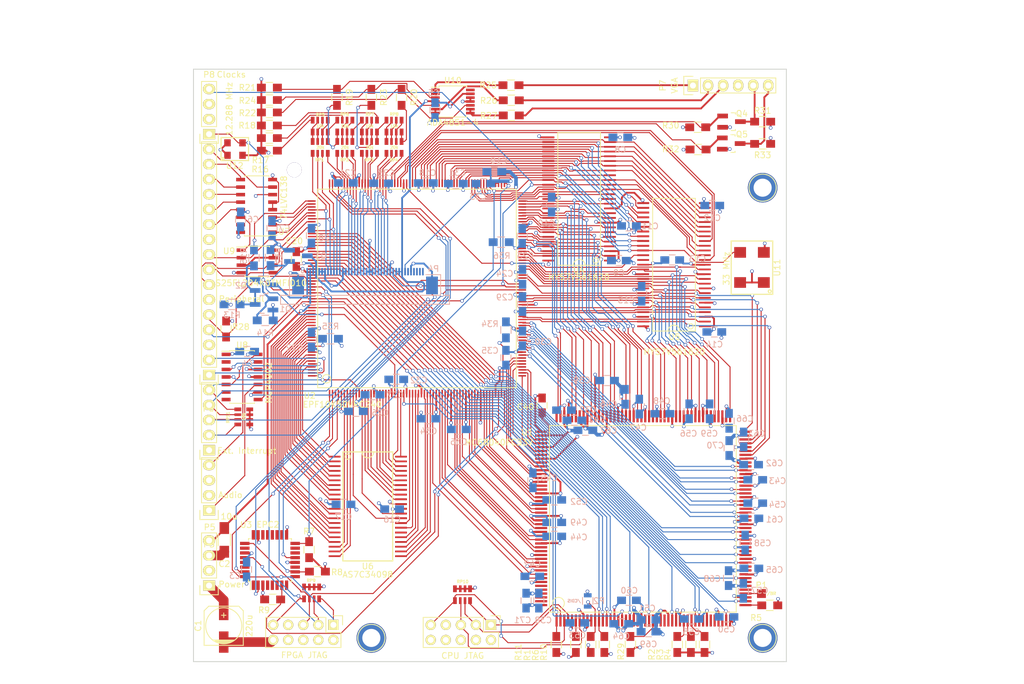
<source format=kicad_pcb>
(kicad_pcb (version 4) (host pcbnew 0.201602141416+6556~42~ubuntu14.04.1-product)
  (layers (0 F.Cu signal) (1 In1.Cu power) (2 In2.Cu mixed) (31 B.Cu signal) (34 B.Paste user) (35 F.Paste user) (36 B.SilkS user) (37 F.SilkS user) (38 B.Mask user) (39 F.Mask user) (44 Edge.Cuts user))
  (net 0 "")
  (net 1 GND)
  (net 2 +3V3)
  (net 3 /A1)
  (net 4 /A2)
  (net 5 /A3)
  (net 6 /A0)
  (net 7 /A4)
  (net 8 /A5)
  (net 9 /A6)
  (net 10 /A7)
  (net 11 /A8)
  (net 12 /A9)
  (net 13 /A10)
  (net 14 /A11)
  (net 15 /A12)
  (net 16 /A15)
  (net 17 /A13)
  (net 18 /A14)
  (net 19 /A16)
  (net 20 /A17)
  (net 21 /A29)
  (net 22 /A30)
  (net 23 /A31)
  (net 24 /A18)
  (net 25 /A19)
  (net 26 /A20)
  (net 27 /A21)
  (net 28 /A22)
  (net 29 /A23)
  (net 30 /A24)
  (net 31 /A25)
  (net 32 /A26)
  (net 33 /A27)
  (net 34 /A28)
  (net 35 /D30)
  (net 36 /D29)
  (net 37 /D28)
  (net 38 /D27)
  (net 39 /D31)
  (net 40 /D5)
  (net 41 /D4)
  (net 42 /D8)
  (net 43 /D6)
  (net 44 /D7)
  (net 45 /D10)
  (net 46 /D9)
  (net 47 /D11)
  (net 48 /D13)
  (net 49 /D12)
  (net 50 /D14)
  (net 51 /D17)
  (net 52 /D15)
  (net 53 /D16)
  (net 54 /D26)
  (net 55 /D24)
  (net 56 /D25)
  (net 57 /D23)
  (net 58 /D22)
  (net 59 /D21)
  (net 60 /D19)
  (net 61 /D20)
  (net 62 /D18)
  (net 63 /D1)
  (net 64 /D3)
  (net 65 /D2)
  (net 66 /D0)
  (net 67 /RAMCKE)
  (net 68 /RAMA12)
  (net 69 /RAMA11)
  (net 70 /RAMA9)
  (net 71 /RAMA8)
  (net 72 /RAMA7)
  (net 73 /RAMA6)
  (net 74 /RAMA5)
  (net 75 /RAMA4)
  (net 76 /RAMWE)
  (net 77 /RAMCAS)
  (net 78 /RAMRAS)
  (net 79 /RAMB0)
  (net 80 /RAMB1)
  (net 81 /RAMA10)
  (net 82 /RAMA0)
  (net 83 /RAMA1)
  (net 84 /RAMA2)
  (net 85 /RAMA3)
  (net 86 /LLD15)
  (net 87 /LLD14)
  (net 88 /LLD13)
  (net 89 /LLD12)
  (net 90 /LLD11)
  (net 91 /LLD10)
  (net 92 /LLD9)
  (net 93 /LLD8)
  (net 94 /CONF_DATA)
  (net 95 /CONF_CLK)
  (net 96 /RAM1CS)
  (net 97 /RAM1LDQM)
  (net 98 /RAM1UDQM)
  (net 99 /RAM0CS)
  (net 100 /RAM0LDQM)
  (net 101 /RAM0UDQM)
  (net 102 /CONF_INIT)
  (net 103 /CONF_CS)
  (net 104 /LLA1)
  (net 105 /LLA2)
  (net 106 /LLA3)
  (net 107 /LLA4)
  (net 108 /LLA5)
  (net 109 /LLA6)
  (net 110 /LLA7)
  (net 111 /LLA8)
  (net 112 /LLA9)
  (net 113 /LLA10)
  (net 114 /LLA11)
  (net 115 /LLA12)
  (net 116 /LLA13)
  (net 117 /LLA14)
  (net 118 /LLA15)
  (net 119 /LLA16)
  (net 120 /LLA17)
  (net 121 /LLA18)
  (net 122 /LLCE)
  (net 123 /LLWE)
  (net 124 /LLLB)
  (net 125 /LLUB)
  (net 126 /LLOE)
  (net 127 /CONF_OE)
  (net 128 /LLD0)
  (net 129 /LLD1)
  (net 130 /LLD2)
  (net 131 /LLD3)
  (net 132 /LLD4)
  (net 133 /LLD5)
  (net 134 /LLD6)
  (net 135 /LLD7)
  (net 136 /CPURSTO)
  (net 137 /CPURSTI)
  (net 138 /CPUIPL2)
  (net 139 /CPUIPL1)
  (net 140 /CPUIPL0)
  (net 141 /CLK33)
  (net 142 /CPULFO)
  (net 143 /CPUSCD)
  (net 144 /CPUTBI)
  (net 145 /CPUTEA)
  (net 146 /CPUTA)
  (net 147 /CPUTIP)
  (net 148 /CPUTP)
  (net 149 /CPUSIZ1)
  (net 150 /CPUSIZ0)
  (net 151 /CPURW)
  (net 152 /CPUTM0)
  (net 153 /CPUTM1)
  (net 154 /CPUTM2)
  (net 155 /CPUTT1)
  (net 156 /CPUTT0)
  (net 157 /SPI1CLK)
  (net 158 /SPI1SS)
  (net 159 /SPI1MOSI)
  (net 160 /SNDSYNC)
  (net 161 /SPI0SSBIT2)
  (net 162 /SPI0SSBIT0)
  (net 163 /SPI0SSBIT1)
  (net 164 /SPI0CLK)
  (net 165 /SPI0MOSI)
  (net 166 /SPI0MISO)
  (net 167 /SPI0SS1)
  (net 168 /VGAR0)
  (net 169 /VGAR1)
  (net 170 /VGAR2)
  (net 171 /VGAR3)
  (net 172 /VGAR4)
  (net 173 /VGAG0)
  (net 174 /VGAG1)
  (net 175 /VGAG2)
  (net 176 /VGAG3)
  (net 177 /VGAG4)
  (net 178 /VGAG5)
  (net 179 /VGAB0)
  (net 180 /VGAB1)
  (net 181 /VGAB2)
  (net 182 /VGAB3)
  (net 183 /VGAB4)
  (net 184 /VGAHSYNC)
  (net 185 /VGAVSYNC)
  (net 186 /VGALED_CATHODE)
  (net 187 "Net-(Q1-Pad1)")
  (net 188 "Net-(Q1-Pad3)")
  (net 189 "Net-(RP1-Pad7)")
  (net 190 "Net-(R19-Pad2)")
  (net 191 "Net-(RP1-Pad5)")
  (net 192 "Net-(RP1-Pad6)")
  (net 193 "Net-(R23-Pad2)")
  (net 194 "Net-(RP2-Pad5)")
  (net 195 "Net-(RP2-Pad6)")
  (net 196 "Net-(RP3-Pad7)")
  (net 197 "Net-(RP3-Pad8)")
  (net 198 "Net-(R20-Pad2)")
  (net 199 "Net-(RP4-Pad7)")
  (net 200 "Net-(RP4-Pad8)")
  (net 201 "Net-(RP4-Pad6)")
  (net 202 "Net-(R25-Pad2)")
  (net 203 "Net-(R26-Pad2)")
  (net 204 "Net-(R27-Pad2)")
  (net 205 "Net-(RP1-Pad8)")
  (net 206 "Net-(RP2-Pad7)")
  (net 207 "Net-(RP3-Pad5)")
  (net 208 "Net-(R18-Pad2)")
  (net 209 "Net-(R17-Pad2)")
  (net 210 "Net-(R20-Pad1)")
  (net 211 "Net-(R23-Pad1)")
  (net 212 "Net-(R19-Pad1)")
  (net 213 "Net-(R16-Pad2)")
  (net 214 /VGALED_ANODE)
  (net 215 /SPI0SS2)
  (net 216 /SPI0SS3)
  (net 217 /SPI0SS4)
  (net 218 /SPI0SS5)
  (net 219 /SPI0SS6)
  (net 220 /SPI0SS7)
  (net 221 /UARTRX)
  (net 222 /UARTTX)
  (net 223 "Net-(P7-Pad1)")
  (net 224 "Net-(P7-Pad2)")
  (net 225 "Net-(P7-Pad3)")
  (net 226 /VGADISP)
  (net 227 /VGADEN)
  (net 228 /PWRON_RESET)
  (net 229 /CLK12)
  (net 230 /VGALED_PWM)
  (net 231 /VGAPWR)
  (net 232 /FPGA_TCK)
  (net 233 /FPGA_TDO)
  (net 234 /FPGA_TMS)
  (net 235 /FPGA_TDI)
  (net 236 /CPUCLK)
  (net 237 /CPUTCK)
  (net 238 /CPUTDO)
  (net 239 /CPUTMS)
  (net 240 /CPUTDI)
  (net 241 /CONF_TDO)
  (net 242 /CPUBR)
  (net 243 /CPUCDIS)
  (net 244 /CPULOC)
  (net 245 /CPUSC0)
  (net 246 /CPUSC1)
  (net 247 /CPUBG)
  (net 248 /CPUBB)
  (net 249 "Net-(R29-Pad2)")
  (net 250 "Net-(P7-Pad5)")
  (net 251 "Net-(P7-Pad6)")
  (net 252 /EXTINT3)
  (net 253 /EXTINT2)
  (net 254 /EXTINT1)
  (net 255 /EXTINT0)
  (net 256 /AUDIOR)
  (net 257 /AUDIOL)
  (net 258 "Net-(R34-Pad2)")
  (module Connect:1pin (layer F.Cu) (at 115 146)
    (fp_text reference REF** hide)
    (fp_text value 1pin hide)
    (pad "" thru_hole circle (at 0 0) (size 5 5) (drill 3.048) (layers *.Cu *.Mask) (net 1 GND))
  )
  (module Connect:1pin (layer F.Cu) (at 181 70)
    (fp_text reference REF** hide)
    (fp_text value 1pin hide)
    (pad "" thru_hole circle (at 0 0) (size 5 5) (drill 3.048) (layers *.Cu *.Mask) (net 1 GND))
  )
  (module mod:RPACK8_SMD (layer F.Cu) (at 118.79952 59.60076 180)
    (fp_text reference RP8 (at -0.05032 1.99924 180) (layer F.SilkS) (effects (font (size 0.5 0.5) (thickness 0.125))))
    (fp_text value 10k (at -0.0635 0 180) (layer F.SilkS) (effects (font (size 0.5 0.5) (thickness 0.125))))
    (pad 1 smd rect (at 1.24968 -1.00076 180) (size 0.62992 1.15062) (layers F.Cu F.Paste F.Mask) (net 200 "Net-(RP4-Pad8)"))
    (pad 8 smd rect (at 1.24968 1.00076 180) (size 0.62992 1.15062) (layers F.Cu F.Paste F.Mask) (net 207 "Net-(RP3-Pad5)"))
    (pad 2 smd rect (at 0.39878 -1.00076 180) (size 0.43942 1.15062) (layers F.Cu F.Paste F.Mask) (net 199 "Net-(RP4-Pad7)"))
    (pad 7 smd rect (at 0.39878 1.00076 180) (size 0.43942 1.15062) (layers F.Cu F.Paste F.Mask) (net 200 "Net-(RP4-Pad8)"))
    (pad 3 smd rect (at -0.39878 -1.00076 180) (size 0.43942 1.15062) (layers F.Cu F.Paste F.Mask) (net 201 "Net-(RP4-Pad6)"))
    (pad 6 smd rect (at -0.40132 1.00076 180) (size 0.43942 1.15062) (layers F.Cu F.Paste F.Mask) (net 199 "Net-(RP4-Pad7)"))
    (pad 4 smd rect (at -1.30048 -1.00076 180) (size 0.62992 1.15062) (layers F.Cu F.Paste F.Mask) (net 198 "Net-(R20-Pad2)"))
    (pad 5 smd rect (at -1.30048 1.00076 180) (size 0.62992 1.15062) (layers F.Cu F.Paste F.Mask) (net 201 "Net-(RP4-Pad6)"))
  )
  (module mod:TSOP54 (layer F.Cu) (at 150.05 71.9 90)
    (fp_text reference U4 (at -12 -0.05 180) (layer F.SilkS))
    (fp_text value HY57V561620 (at -13.2 -0.05 180) (layer F.SilkS))
    (pad 38 smd rect (at 2.4 -5.2 90) (size 0.3 2) (layers F.Cu F.Paste F.Mask) (net 141 /CLK33))
    (pad 37 smd rect (at 3.2 -5.2 90) (size 0.3 2) (layers F.Cu F.Paste F.Mask) (net 67 /RAMCKE))
    (pad 36 smd rect (at 4 -5.2 90) (size 0.3 2) (layers F.Cu F.Paste F.Mask) (net 68 /RAMA12))
    (pad 35 smd rect (at 4.8 -5.2 90) (size 0.3 2) (layers F.Cu F.Paste F.Mask) (net 69 /RAMA11))
    (pad 34 smd rect (at 5.6 -5.2 90) (size 0.3 2) (layers F.Cu F.Paste F.Mask) (net 70 /RAMA9))
    (pad 33 smd rect (at 6.4 -5.2 90) (size 0.3 2) (layers F.Cu F.Paste F.Mask) (net 71 /RAMA8))
    (pad 32 smd rect (at 7.2 -5.2 90) (size 0.3 2) (layers F.Cu F.Paste F.Mask) (net 72 /RAMA7))
    (pad 31 smd rect (at 8 -5.2 90) (size 0.3 2) (layers F.Cu F.Paste F.Mask) (net 73 /RAMA6))
    (pad 30 smd rect (at 8.8 -5.2 90) (size 0.3 2) (layers F.Cu F.Paste F.Mask) (net 74 /RAMA5))
    (pad 29 smd rect (at 9.6 -5.2 90) (size 0.3 2) (layers F.Cu F.Paste F.Mask) (net 75 /RAMA4))
    (pad 28 smd rect (at 10.4 -5.2 90) (size 0.3 2) (layers F.Cu F.Paste F.Mask) (net 1 GND))
    (pad 1 smd rect (at -10.4 5.2 90) (size 0.3 2) (layers F.Cu F.Paste F.Mask) (net 2 +3V3))
    (pad 2 smd rect (at -9.6 5.2 90) (size 0.3 2) (layers F.Cu F.Paste F.Mask) (net 66 /D0))
    (pad 3 smd rect (at -8.8 5.2 90) (size 0.3 2) (layers F.Cu F.Paste F.Mask) (net 2 +3V3))
    (pad 4 smd rect (at -8 5.2 90) (size 0.3 2) (layers F.Cu F.Paste F.Mask) (net 63 /D1))
    (pad 5 smd rect (at -7.2 5.2 90) (size 0.3 2) (layers F.Cu F.Paste F.Mask) (net 65 /D2))
    (pad 6 smd rect (at -6.4 5.2 90) (size 0.3 2) (layers F.Cu F.Paste F.Mask) (net 1 GND))
    (pad 7 smd rect (at -5.6 5.2 90) (size 0.3 2) (layers F.Cu F.Paste F.Mask) (net 64 /D3))
    (pad 8 smd rect (at -4.8 5.2 90) (size 0.3 2) (layers F.Cu F.Paste F.Mask) (net 41 /D4))
    (pad 9 smd rect (at -4 5.2 90) (size 0.3 2) (layers F.Cu F.Paste F.Mask) (net 2 +3V3))
    (pad 10 smd rect (at -3.2 5.2 90) (size 0.3 2) (layers F.Cu F.Paste F.Mask) (net 40 /D5))
    (pad 11 smd rect (at -2.4 5.2 90) (size 0.3 2) (layers F.Cu F.Paste F.Mask) (net 43 /D6))
    (pad 12 smd rect (at -1.6 5.2 90) (size 0.3 2) (layers F.Cu F.Paste F.Mask) (net 1 GND))
    (pad 13 smd rect (at -0.8 5.2 90) (size 0.3 2) (layers F.Cu F.Paste F.Mask) (net 44 /D7))
    (pad 14 smd rect (at 0 5.2 90) (size 0.3 2) (layers F.Cu F.Paste F.Mask) (net 2 +3V3))
    (pad 15 smd rect (at 0.8 5.2 90) (size 0.3 2) (layers F.Cu F.Paste F.Mask) (net 100 /RAM0LDQM))
    (pad 16 smd rect (at 1.6 5.2 90) (size 0.3 2) (layers F.Cu F.Paste F.Mask) (net 76 /RAMWE))
    (pad 17 smd rect (at 2.4 5.2 90) (size 0.3 2) (layers F.Cu F.Paste F.Mask) (net 77 /RAMCAS))
    (pad 18 smd rect (at 3.2 5.2 90) (size 0.3 2) (layers F.Cu F.Paste F.Mask) (net 78 /RAMRAS))
    (pad 19 smd rect (at 4 5.2 90) (size 0.3 2) (layers F.Cu F.Paste F.Mask) (net 99 /RAM0CS))
    (pad 20 smd rect (at 4.8 5.2 90) (size 0.3 2) (layers F.Cu F.Paste F.Mask) (net 79 /RAMB0))
    (pad 21 smd rect (at 5.6 5.2 90) (size 0.3 2) (layers F.Cu F.Paste F.Mask) (net 80 /RAMB1))
    (pad 22 smd rect (at 6.4 5.2 90) (size 0.3 2) (layers F.Cu F.Paste F.Mask) (net 81 /RAMA10))
    (pad 23 smd rect (at 7.2 5.2 90) (size 0.3 2) (layers F.Cu F.Paste F.Mask) (net 82 /RAMA0))
    (pad 24 smd rect (at 8 5.2 90) (size 0.3 2) (layers F.Cu F.Paste F.Mask) (net 83 /RAMA1))
    (pad 25 smd rect (at 8.8 5.2 90) (size 0.3 2) (layers F.Cu F.Paste F.Mask) (net 84 /RAMA2))
    (pad 26 smd rect (at 9.6 5.2 90) (size 0.3 2) (layers F.Cu F.Paste F.Mask) (net 85 /RAMA3))
    (pad 27 smd rect (at 10.4 5.2 90) (size 0.3 2) (layers F.Cu F.Paste F.Mask) (net 2 +3V3))
    (pad 28 smd rect (at 10.4 -5.2 90) (size 0.3 2) (layers F.Cu F.Paste F.Mask) (net 1 GND))
    (pad 29 smd rect (at 9.6 -5.2 90) (size 0.3 2) (layers F.Cu F.Paste F.Mask) (net 75 /RAMA4))
    (pad 30 smd rect (at 8.8 -5.2 90) (size 0.3 2) (layers F.Cu F.Paste F.Mask) (net 74 /RAMA5))
    (pad 31 smd rect (at 8 -5.2 90) (size 0.3 2) (layers F.Cu F.Paste F.Mask) (net 73 /RAMA6))
    (pad 32 smd rect (at 7.2 -5.2 90) (size 0.3 2) (layers F.Cu F.Paste F.Mask) (net 72 /RAMA7))
    (pad 33 smd rect (at 6.4 -5.2 90) (size 0.3 2) (layers F.Cu F.Paste F.Mask) (net 71 /RAMA8))
    (pad 34 smd rect (at 5.6 -5.2 90) (size 0.3 2) (layers F.Cu F.Paste F.Mask) (net 70 /RAMA9))
    (pad 35 smd rect (at 4.8 -5.2 90) (size 0.3 2) (layers F.Cu F.Paste F.Mask) (net 69 /RAMA11))
    (pad 36 smd rect (at 4 -5.2 90) (size 0.3 2) (layers F.Cu F.Paste F.Mask) (net 68 /RAMA12))
    (pad 37 smd rect (at 3.2 -5.2 90) (size 0.3 2) (layers F.Cu F.Paste F.Mask) (net 67 /RAMCKE))
    (pad 38 smd rect (at 2.4 -5.2 90) (size 0.3 2) (layers F.Cu F.Paste F.Mask) (net 141 /CLK33))
    (pad 39 smd rect (at 1.6 -5.2 90) (size 0.3 2) (layers F.Cu F.Paste F.Mask) (net 101 /RAM0UDQM))
    (pad 40 smd rect (at 0.8 -5.2 90) (size 0.3 2) (layers F.Cu F.Paste F.Mask))
    (pad 41 smd rect (at 0 -5.2 90) (size 0.3 2) (layers F.Cu F.Paste F.Mask) (net 1 GND))
    (pad 42 smd rect (at -0.8 -5.2 90) (size 0.3 2) (layers F.Cu F.Paste F.Mask) (net 42 /D8))
    (pad 43 smd rect (at -1.6 -5.2 90) (size 0.3 2) (layers F.Cu F.Paste F.Mask) (net 2 +3V3))
    (pad 44 smd rect (at -2.4 -5.2 90) (size 0.3 2) (layers F.Cu F.Paste F.Mask) (net 46 /D9))
    (pad 45 smd rect (at -3.2 -5.2 90) (size 0.3 2) (layers F.Cu F.Paste F.Mask) (net 45 /D10))
    (pad 46 smd rect (at -4 -5.2 90) (size 0.3 2) (layers F.Cu F.Paste F.Mask) (net 1 GND))
    (pad 47 smd rect (at -4.8 -5.2 90) (size 0.3 2) (layers F.Cu F.Paste F.Mask) (net 47 /D11))
    (pad 48 smd rect (at -5.6 -5.2 90) (size 0.3 2) (layers F.Cu F.Paste F.Mask) (net 49 /D12))
    (pad 49 smd rect (at -6.4 -5.2 90) (size 0.3 2) (layers F.Cu F.Paste F.Mask) (net 2 +3V3))
    (pad 50 smd rect (at -7.2 -5.2 90) (size 0.3 2) (layers F.Cu F.Paste F.Mask) (net 48 /D13))
    (pad 51 smd rect (at -8 -5.2 90) (size 0.3 2) (layers F.Cu F.Paste F.Mask) (net 50 /D14))
    (pad 52 smd rect (at -8.8 -5.2 90) (size 0.3 2) (layers F.Cu F.Paste F.Mask) (net 1 GND))
    (pad 53 smd rect (at -9.6 -5.2 90) (size 0.3 2) (layers F.Cu F.Paste F.Mask) (net 52 /D15))
    (pad 54 smd rect (at -10.4 -5.2 90) (size 0.3 2) (layers F.Cu F.Paste F.Mask) (net 1 GND))
  )
  (module mod:TSOP54 (layer F.Cu) (at 166.05 83 90)
    (fp_text reference U5 (at -12.2 0.05 180) (layer F.SilkS))
    (fp_text value HY57V561620 (at -14.7 0.05 180) (layer F.SilkS))
    (pad 38 smd rect (at 2.4 -5.2 90) (size 0.3 2) (layers F.Cu F.Paste F.Mask) (net 141 /CLK33))
    (pad 37 smd rect (at 3.2 -5.2 90) (size 0.3 2) (layers F.Cu F.Paste F.Mask) (net 67 /RAMCKE))
    (pad 36 smd rect (at 4 -5.2 90) (size 0.3 2) (layers F.Cu F.Paste F.Mask) (net 68 /RAMA12))
    (pad 35 smd rect (at 4.8 -5.2 90) (size 0.3 2) (layers F.Cu F.Paste F.Mask) (net 69 /RAMA11))
    (pad 34 smd rect (at 5.6 -5.2 90) (size 0.3 2) (layers F.Cu F.Paste F.Mask) (net 70 /RAMA9))
    (pad 33 smd rect (at 6.4 -5.2 90) (size 0.3 2) (layers F.Cu F.Paste F.Mask) (net 71 /RAMA8))
    (pad 32 smd rect (at 7.2 -5.2 90) (size 0.3 2) (layers F.Cu F.Paste F.Mask) (net 72 /RAMA7))
    (pad 31 smd rect (at 8 -5.2 90) (size 0.3 2) (layers F.Cu F.Paste F.Mask) (net 73 /RAMA6))
    (pad 30 smd rect (at 8.8 -5.2 90) (size 0.3 2) (layers F.Cu F.Paste F.Mask) (net 74 /RAMA5))
    (pad 29 smd rect (at 9.6 -5.2 90) (size 0.3 2) (layers F.Cu F.Paste F.Mask) (net 75 /RAMA4))
    (pad 28 smd rect (at 10.4 -5.2 90) (size 0.3 2) (layers F.Cu F.Paste F.Mask) (net 1 GND))
    (pad 1 smd rect (at -10.4 5.2 90) (size 0.3 2) (layers F.Cu F.Paste F.Mask) (net 2 +3V3))
    (pad 2 smd rect (at -9.6 5.2 90) (size 0.3 2) (layers F.Cu F.Paste F.Mask) (net 53 /D16))
    (pad 3 smd rect (at -8.8 5.2 90) (size 0.3 2) (layers F.Cu F.Paste F.Mask) (net 2 +3V3))
    (pad 4 smd rect (at -8 5.2 90) (size 0.3 2) (layers F.Cu F.Paste F.Mask) (net 51 /D17))
    (pad 5 smd rect (at -7.2 5.2 90) (size 0.3 2) (layers F.Cu F.Paste F.Mask) (net 62 /D18))
    (pad 6 smd rect (at -6.4 5.2 90) (size 0.3 2) (layers F.Cu F.Paste F.Mask) (net 1 GND))
    (pad 7 smd rect (at -5.6 5.2 90) (size 0.3 2) (layers F.Cu F.Paste F.Mask) (net 60 /D19))
    (pad 8 smd rect (at -4.8 5.2 90) (size 0.3 2) (layers F.Cu F.Paste F.Mask) (net 61 /D20))
    (pad 9 smd rect (at -4 5.2 90) (size 0.3 2) (layers F.Cu F.Paste F.Mask) (net 2 +3V3))
    (pad 10 smd rect (at -3.2 5.2 90) (size 0.3 2) (layers F.Cu F.Paste F.Mask) (net 59 /D21))
    (pad 11 smd rect (at -2.4 5.2 90) (size 0.3 2) (layers F.Cu F.Paste F.Mask) (net 58 /D22))
    (pad 12 smd rect (at -1.6 5.2 90) (size 0.3 2) (layers F.Cu F.Paste F.Mask) (net 1 GND))
    (pad 13 smd rect (at -0.8 5.2 90) (size 0.3 2) (layers F.Cu F.Paste F.Mask) (net 57 /D23))
    (pad 14 smd rect (at 0 5.2 90) (size 0.3 2) (layers F.Cu F.Paste F.Mask) (net 2 +3V3))
    (pad 15 smd rect (at 0.8 5.2 90) (size 0.3 2) (layers F.Cu F.Paste F.Mask) (net 97 /RAM1LDQM))
    (pad 16 smd rect (at 1.6 5.2 90) (size 0.3 2) (layers F.Cu F.Paste F.Mask) (net 76 /RAMWE))
    (pad 17 smd rect (at 2.4 5.2 90) (size 0.3 2) (layers F.Cu F.Paste F.Mask) (net 77 /RAMCAS))
    (pad 18 smd rect (at 3.2 5.2 90) (size 0.3 2) (layers F.Cu F.Paste F.Mask) (net 78 /RAMRAS))
    (pad 19 smd rect (at 4 5.2 90) (size 0.3 2) (layers F.Cu F.Paste F.Mask) (net 96 /RAM1CS))
    (pad 20 smd rect (at 4.8 5.2 90) (size 0.3 2) (layers F.Cu F.Paste F.Mask) (net 79 /RAMB0))
    (pad 21 smd rect (at 5.6 5.2 90) (size 0.3 2) (layers F.Cu F.Paste F.Mask) (net 80 /RAMB1))
    (pad 22 smd rect (at 6.4 5.2 90) (size 0.3 2) (layers F.Cu F.Paste F.Mask) (net 81 /RAMA10))
    (pad 23 smd rect (at 7.2 5.2 90) (size 0.3 2) (layers F.Cu F.Paste F.Mask) (net 82 /RAMA0))
    (pad 24 smd rect (at 8 5.2 90) (size 0.3 2) (layers F.Cu F.Paste F.Mask) (net 83 /RAMA1))
    (pad 25 smd rect (at 8.8 5.2 90) (size 0.3 2) (layers F.Cu F.Paste F.Mask) (net 84 /RAMA2))
    (pad 26 smd rect (at 9.6 5.2 90) (size 0.3 2) (layers F.Cu F.Paste F.Mask) (net 85 /RAMA3))
    (pad 27 smd rect (at 10.4 5.2 90) (size 0.3 2) (layers F.Cu F.Paste F.Mask) (net 2 +3V3))
    (pad 28 smd rect (at 10.4 -5.2 90) (size 0.3 2) (layers F.Cu F.Paste F.Mask) (net 1 GND))
    (pad 29 smd rect (at 9.6 -5.2 90) (size 0.3 2) (layers F.Cu F.Paste F.Mask) (net 75 /RAMA4))
    (pad 30 smd rect (at 8.8 -5.2 90) (size 0.3 2) (layers F.Cu F.Paste F.Mask) (net 74 /RAMA5))
    (pad 31 smd rect (at 8 -5.2 90) (size 0.3 2) (layers F.Cu F.Paste F.Mask) (net 73 /RAMA6))
    (pad 32 smd rect (at 7.2 -5.2 90) (size 0.3 2) (layers F.Cu F.Paste F.Mask) (net 72 /RAMA7))
    (pad 33 smd rect (at 6.4 -5.2 90) (size 0.3 2) (layers F.Cu F.Paste F.Mask) (net 71 /RAMA8))
    (pad 34 smd rect (at 5.6 -5.2 90) (size 0.3 2) (layers F.Cu F.Paste F.Mask) (net 70 /RAMA9))
    (pad 35 smd rect (at 4.8 -5.2 90) (size 0.3 2) (layers F.Cu F.Paste F.Mask) (net 69 /RAMA11))
    (pad 36 smd rect (at 4 -5.2 90) (size 0.3 2) (layers F.Cu F.Paste F.Mask) (net 68 /RAMA12))
    (pad 37 smd rect (at 3.2 -5.2 90) (size 0.3 2) (layers F.Cu F.Paste F.Mask) (net 67 /RAMCKE))
    (pad 38 smd rect (at 2.4 -5.2 90) (size 0.3 2) (layers F.Cu F.Paste F.Mask) (net 141 /CLK33))
    (pad 39 smd rect (at 1.6 -5.2 90) (size 0.3 2) (layers F.Cu F.Paste F.Mask) (net 98 /RAM1UDQM))
    (pad 40 smd rect (at 0.8 -5.2 90) (size 0.3 2) (layers F.Cu F.Paste F.Mask))
    (pad 41 smd rect (at 0 -5.2 90) (size 0.3 2) (layers F.Cu F.Paste F.Mask) (net 1 GND))
    (pad 42 smd rect (at -0.8 -5.2 90) (size 0.3 2) (layers F.Cu F.Paste F.Mask) (net 55 /D24))
    (pad 43 smd rect (at -1.6 -5.2 90) (size 0.3 2) (layers F.Cu F.Paste F.Mask) (net 2 +3V3))
    (pad 44 smd rect (at -2.4 -5.2 90) (size 0.3 2) (layers F.Cu F.Paste F.Mask) (net 56 /D25))
    (pad 45 smd rect (at -3.2 -5.2 90) (size 0.3 2) (layers F.Cu F.Paste F.Mask) (net 54 /D26))
    (pad 46 smd rect (at -4 -5.2 90) (size 0.3 2) (layers F.Cu F.Paste F.Mask) (net 1 GND))
    (pad 47 smd rect (at -4.8 -5.2 90) (size 0.3 2) (layers F.Cu F.Paste F.Mask) (net 38 /D27))
    (pad 48 smd rect (at -5.6 -5.2 90) (size 0.3 2) (layers F.Cu F.Paste F.Mask) (net 37 /D28))
    (pad 49 smd rect (at -6.4 -5.2 90) (size 0.3 2) (layers F.Cu F.Paste F.Mask) (net 2 +3V3))
    (pad 50 smd rect (at -7.2 -5.2 90) (size 0.3 2) (layers F.Cu F.Paste F.Mask) (net 36 /D29))
    (pad 51 smd rect (at -8 -5.2 90) (size 0.3 2) (layers F.Cu F.Paste F.Mask) (net 35 /D30))
    (pad 52 smd rect (at -8.8 -5.2 90) (size 0.3 2) (layers F.Cu F.Paste F.Mask) (net 1 GND))
    (pad 53 smd rect (at -9.6 -5.2 90) (size 0.3 2) (layers F.Cu F.Paste F.Mask) (net 39 /D31))
    (pad 54 smd rect (at -10.4 -5.2 90) (size 0.3 2) (layers F.Cu F.Paste F.Mask) (net 1 GND))
  )
  (module mod:QFP-184 (layer F.Cu) (at 160.55 126.15)
    (fp_text reference U1 (at -19.25 -14.85) (layer F.SilkS))
    (fp_text value MC68040FC33V (at -24.05 -13.15) (layer F.SilkS))
    (pad 1 smd rect (at -14.30528 16.90624) (size 0.381 2.032) (layers F.Cu F.Paste F.Mask) (net 136 /CPURSTO))
    (pad 2 smd rect (at -13.65504 16.90624) (size 0.381 2.032) (layers F.Cu F.Paste F.Mask) (net 238 /CPUTDO))
    (pad 3 smd rect (at -13.0048 16.90624) (size 0.381 2.032) (layers F.Cu F.Paste F.Mask) (net 240 /CPUTDI))
    (pad 4 smd rect (at -12.35456 16.90624) (size 0.381 2.032) (layers F.Cu F.Paste F.Mask) (net 237 /CPUTCK))
    (pad 5 smd rect (at -11.70432 16.90624) (size 0.381 2.032) (layers F.Cu F.Paste F.Mask) (net 1 GND))
    (pad 6 smd rect (at -11.05408 16.90624) (size 0.381 2.032) (layers F.Cu F.Paste F.Mask) (net 244 /CPULOC))
    (pad 7 smd rect (at -10.40384 16.90624) (size 0.381 2.032) (layers F.Cu F.Paste F.Mask) (net 239 /CPUTMS))
    (pad 8 smd rect (at -9.7536 16.90624) (size 0.381 2.032) (layers F.Cu F.Paste F.Mask) (net 1 GND))
    (pad 9 smd rect (at -9.10336 16.90624) (size 0.381 2.032) (layers F.Cu F.Paste F.Mask) (net 2 +3V3))
    (pad 10 smd rect (at -8.45312 16.90624) (size 0.381 2.032) (layers F.Cu F.Paste F.Mask) (net 2 +3V3))
    (pad 11 smd rect (at -7.80288 16.90624) (size 0.381 2.032) (layers F.Cu F.Paste F.Mask) (net 243 /CPUCDIS))
    (pad 12 smd rect (at -7.15264 16.90624) (size 0.381 2.032) (layers F.Cu F.Paste F.Mask) (net 137 /CPURSTI))
    (pad 13 smd rect (at -6.5024 16.90624) (size 0.381 2.032) (layers F.Cu F.Paste F.Mask) (net 138 /CPUIPL2))
    (pad 14 smd rect (at -5.85216 16.90624) (size 0.381 2.032) (layers F.Cu F.Paste F.Mask) (net 139 /CPUIPL1))
    (pad 15 smd rect (at -5.20192 16.90624) (size 0.381 2.032) (layers F.Cu F.Paste F.Mask) (net 140 /CPUIPL0))
    (pad 16 smd rect (at -4.55168 16.90624) (size 0.381 2.032) (layers F.Cu F.Paste F.Mask) (net 2 +3V3))
    (pad 17 smd rect (at -3.90144 16.90624) (size 0.381 2.032) (layers F.Cu F.Paste F.Mask) (net 1 GND))
    (pad 18 smd rect (at -3.2512 16.90624) (size 0.381 2.032) (layers F.Cu F.Paste F.Mask) (net 236 /CPUCLK))
    (pad 19 smd rect (at -2.60096 16.90624) (size 0.381 2.032) (layers F.Cu F.Paste F.Mask) (net 2 +3V3))
    (pad 20 smd rect (at -1.95072 16.90624) (size 0.381 2.032) (layers F.Cu F.Paste F.Mask) (net 142 /CPULFO))
    (pad 21 smd rect (at -1.30048 16.90624) (size 0.381 2.032) (layers F.Cu F.Paste F.Mask) (net 2 +3V3))
    (pad 22 smd rect (at -0.65024 16.90624) (size 0.381 2.032) (layers F.Cu F.Paste F.Mask) (net 1 GND))
    (pad 23 smd rect (at 0 16.90624) (size 0.381 2.032) (layers F.Cu F.Paste F.Mask) (net 1 GND))
    (pad 24 smd rect (at 0.65024 16.90624) (size 0.381 2.032) (layers F.Cu F.Paste F.Mask) (net 1 GND))
    (pad 25 smd rect (at 1.30048 16.90624) (size 0.381 2.032) (layers F.Cu F.Paste F.Mask) (net 143 /CPUSCD))
    (pad 26 smd rect (at 1.95072 16.90624) (size 0.381 2.032) (layers F.Cu F.Paste F.Mask) (net 249 "Net-(R29-Pad2)"))
    (pad 27 smd rect (at 2.60096 16.90624) (size 0.381 2.032) (layers F.Cu F.Paste F.Mask) (net 1 GND))
    (pad 28 smd rect (at 3.2512 16.90624) (size 0.381 2.032) (layers F.Cu F.Paste F.Mask) (net 1 GND))
    (pad 29 smd rect (at 3.90144 16.90624) (size 0.381 2.032) (layers F.Cu F.Paste F.Mask))
    (pad 30 smd rect (at 4.55168 16.90624) (size 0.381 2.032) (layers F.Cu F.Paste F.Mask) (net 1 GND))
    (pad 31 smd rect (at 5.20192 16.90624) (size 0.381 2.032) (layers F.Cu F.Paste F.Mask) (net 144 /CPUTBI))
    (pad 32 smd rect (at 5.85216 16.90624) (size 0.381 2.032) (layers F.Cu F.Paste F.Mask) (net 2 +3V3))
    (pad 33 smd rect (at 6.5024 16.90624) (size 0.381 2.032) (layers F.Cu F.Paste F.Mask) (net 1 GND))
    (pad 34 smd rect (at 7.15264 16.90624) (size 0.381 2.032) (layers F.Cu F.Paste F.Mask) (net 245 /CPUSC0))
    (pad 35 smd rect (at 7.80288 16.90624) (size 0.381 2.032) (layers F.Cu F.Paste F.Mask) (net 246 /CPUSC1))
    (pad 36 smd rect (at 8.45312 16.90624) (size 0.381 2.032) (layers F.Cu F.Paste F.Mask) (net 247 /CPUBG))
    (pad 37 smd rect (at 9.10336 16.90624) (size 0.381 2.032) (layers F.Cu F.Paste F.Mask) (net 145 /CPUTEA))
    (pad 38 smd rect (at 9.7536 16.90624) (size 0.381 2.032) (layers F.Cu F.Paste F.Mask) (net 146 /CPUTA))
    (pad 39 smd rect (at 10.40384 16.90624) (size 0.381 2.032) (layers F.Cu F.Paste F.Mask))
    (pad 40 smd rect (at 11.05408 16.90624) (size 0.381 2.032) (layers F.Cu F.Paste F.Mask) (net 1 GND))
    (pad 41 smd rect (at 11.70432 16.90624) (size 0.381 2.032) (layers F.Cu F.Paste F.Mask))
    (pad 42 smd rect (at 12.35456 16.90624) (size 0.381 2.032) (layers F.Cu F.Paste F.Mask))
    (pad 43 smd rect (at 13.0048 16.90624) (size 0.381 2.032) (layers F.Cu F.Paste F.Mask) (net 2 +3V3))
    (pad 44 smd rect (at 13.65504 16.90624) (size 0.381 2.032) (layers F.Cu F.Paste F.Mask))
    (pad 45 smd rect (at 14.30528 16.90624) (size 0.381 2.032) (layers F.Cu F.Paste F.Mask) (net 147 /CPUTIP))
    (pad 46 smd rect (at 14.95552 16.90624) (size 0.381 2.032) (layers F.Cu F.Paste F.Mask) (net 1 GND))
    (pad 50 smd rect (at 17.55648 12.35456 90) (size 0.381 2.032) (layers F.Cu F.Paste F.Mask) (net 242 /CPUBR))
    (pad 47 smd rect (at 17.55648 14.30528 90) (size 0.381 2.032) (layers F.Cu F.Paste F.Mask) (net 248 /CPUBB))
    (pad 48 smd rect (at 17.55648 13.65504 90) (size 0.381 2.032) (layers F.Cu F.Paste F.Mask) (net 148 /CPUTP))
    (pad 49 smd rect (at 17.55648 13.0048 90) (size 0.381 2.032) (layers F.Cu F.Paste F.Mask) (net 2 +3V3))
    (pad 51 smd rect (at 17.55648 11.70432 90) (size 0.381 2.032) (layers F.Cu F.Paste F.Mask))
    (pad 55 smd rect (at 17.55648 9.10336 90) (size 0.381 2.032) (layers F.Cu F.Paste F.Mask) (net 1 GND))
    (pad 52 smd rect (at 17.55648 11.05408 90) (size 0.381 2.032) (layers F.Cu F.Paste F.Mask) (net 1 GND))
    (pad 53 smd rect (at 17.55648 10.40384 90) (size 0.381 2.032) (layers F.Cu F.Paste F.Mask))
    (pad 54 smd rect (at 17.55648 9.7536 90) (size 0.381 2.032) (layers F.Cu F.Paste F.Mask) (net 149 /CPUSIZ1))
    (pad 56 smd rect (at 17.55648 8.45312 90) (size 0.381 2.032) (layers F.Cu F.Paste F.Mask) (net 2 +3V3))
    (pad 60 smd rect (at 17.55648 5.85216 90) (size 0.381 2.032) (layers F.Cu F.Paste F.Mask) (net 150 /CPUSIZ0))
    (pad 57 smd rect (at 17.55648 7.80288 90) (size 0.381 2.032) (layers F.Cu F.Paste F.Mask))
    (pad 58 smd rect (at 17.55648 7.15264 90) (size 0.381 2.032) (layers F.Cu F.Paste F.Mask) (net 151 /CPURW))
    (pad 59 smd rect (at 17.55648 6.5024 90) (size 0.381 2.032) (layers F.Cu F.Paste F.Mask) (net 1 GND))
    (pad 61 smd rect (at 17.55648 5.20192 90) (size 0.381 2.032) (layers F.Cu F.Paste F.Mask))
    (pad 65 smd rect (at 17.55648 2.60096 90) (size 0.381 2.032) (layers F.Cu F.Paste F.Mask) (net 1 GND))
    (pad 62 smd rect (at 17.55648 4.55168 90) (size 0.381 2.032) (layers F.Cu F.Paste F.Mask) (net 2 +3V3))
    (pad 63 smd rect (at 17.55648 3.90144 90) (size 0.381 2.032) (layers F.Cu F.Paste F.Mask))
    (pad 64 smd rect (at 17.55648 3.2512 90) (size 0.381 2.032) (layers F.Cu F.Paste F.Mask) (net 152 /CPUTM0))
    (pad 66 smd rect (at 17.55648 1.95072 90) (size 0.381 2.032) (layers F.Cu F.Paste F.Mask) (net 153 /CPUTM1))
    (pad 67 smd rect (at 17.55648 1.30048 90) (size 0.381 2.032) (layers F.Cu F.Paste F.Mask) (net 154 /CPUTM2))
    (pad 68 smd rect (at 17.55648 0.65024 90) (size 0.381 2.032) (layers F.Cu F.Paste F.Mask) (net 1 GND))
    (pad 69 smd rect (at 17.55648 0 90) (size 0.381 2.032) (layers F.Cu F.Paste F.Mask) (net 2 +3V3))
    (pad 91 smd rect (at 17.55648 -14.30528 90) (size 0.381 2.032) (layers F.Cu F.Paste F.Mask) (net 1 GND))
    (pad 87 smd rect (at 17.55648 -11.70432 90) (size 0.381 2.032) (layers F.Cu F.Paste F.Mask) (net 35 /D30))
    (pad 88 smd rect (at 17.55648 -12.35456 90) (size 0.381 2.032) (layers F.Cu F.Paste F.Mask) (net 2 +3V3))
    (pad 89 smd rect (at 17.55648 -13.0048 90) (size 0.381 2.032) (layers F.Cu F.Paste F.Mask) (net 36 /D29))
    (pad 90 smd rect (at 17.55648 -13.65504 90) (size 0.381 2.032) (layers F.Cu F.Paste F.Mask) (net 37 /D28))
    (pad 92 smd rect (at 17.55648 -14.95552 90) (size 0.381 2.032) (layers F.Cu F.Paste F.Mask) (net 38 /D27))
    (pad 71 smd rect (at 17.55648 -1.30048 90) (size 0.381 2.032) (layers F.Cu F.Paste F.Mask) (net 3 /A1))
    (pad 72 smd rect (at 17.55648 -1.95072 90) (size 0.381 2.032) (layers F.Cu F.Paste F.Mask) (net 1 GND))
    (pad 73 smd rect (at 17.55648 -2.60096 90) (size 0.381 2.032) (layers F.Cu F.Paste F.Mask) (net 4 /A2))
    (pad 74 smd rect (at 17.55648 -3.2512 90) (size 0.381 2.032) (layers F.Cu F.Paste F.Mask) (net 5 /A3))
    (pad 75 smd rect (at 17.55648 -3.90144 90) (size 0.381 2.032) (layers F.Cu F.Paste F.Mask) (net 2 +3V3))
    (pad 70 smd rect (at 17.55648 -0.65024 90) (size 0.381 2.032) (layers F.Cu F.Paste F.Mask) (net 6 /A0))
    (pad 76 smd rect (at 17.55648 -4.55168 90) (size 0.381 2.032) (layers F.Cu F.Paste F.Mask) (net 7 /A4))
    (pad 77 smd rect (at 17.55648 -5.20192 90) (size 0.381 2.032) (layers F.Cu F.Paste F.Mask) (net 8 /A5))
    (pad 78 smd rect (at 17.55648 -5.85216 90) (size 0.381 2.032) (layers F.Cu F.Paste F.Mask) (net 1 GND))
    (pad 79 smd rect (at 17.55648 -6.5024 90) (size 0.381 2.032) (layers F.Cu F.Paste F.Mask) (net 9 /A6))
    (pad 80 smd rect (at 17.55648 -7.15264 90) (size 0.381 2.032) (layers F.Cu F.Paste F.Mask) (net 10 /A7))
    (pad 81 smd rect (at 17.55648 -7.80288 90) (size 0.381 2.032) (layers F.Cu F.Paste F.Mask) (net 2 +3V3))
    (pad 85 smd rect (at 17.55648 -10.40384 90) (size 0.381 2.032) (layers F.Cu F.Paste F.Mask) (net 1 GND))
    (pad 82 smd rect (at 17.55648 -8.45312 90) (size 0.381 2.032) (layers F.Cu F.Paste F.Mask) (net 11 /A8))
    (pad 83 smd rect (at 17.55648 -9.10336 90) (size 0.381 2.032) (layers F.Cu F.Paste F.Mask) (net 12 /A9))
    (pad 84 smd rect (at 17.55648 -9.7536 90) (size 0.381 2.032) (layers F.Cu F.Paste F.Mask) (net 2 +3V3))
    (pad 86 smd rect (at 17.55648 -11.05408 90) (size 0.381 2.032) (layers F.Cu F.Paste F.Mask) (net 39 /D31))
    (pad 181 smd rect (at -16.90624 12.35456 90) (size 0.381 2.032) (layers F.Cu F.Paste F.Mask) (net 2 +3V3))
    (pad 184 smd rect (at -16.90624 14.30528 90) (size 0.381 2.032) (layers F.Cu F.Paste F.Mask) (net 1 GND))
    (pad 183 smd rect (at -16.90624 13.65504 90) (size 0.381 2.032) (layers F.Cu F.Paste F.Mask))
    (pad 182 smd rect (at -16.90624 13.0048 90) (size 0.381 2.032) (layers F.Cu F.Paste F.Mask))
    (pad 180 smd rect (at -16.90624 11.70432 90) (size 0.381 2.032) (layers F.Cu F.Paste F.Mask))
    (pad 176 smd rect (at -16.90624 9.10336 90) (size 0.381 2.032) (layers F.Cu F.Paste F.Mask) (net 155 /CPUTT1))
    (pad 179 smd rect (at -16.90624 11.05408 90) (size 0.381 2.032) (layers F.Cu F.Paste F.Mask))
    (pad 178 smd rect (at -16.90624 10.40384 90) (size 0.381 2.032) (layers F.Cu F.Paste F.Mask) (net 1 GND))
    (pad 177 smd rect (at -16.90624 9.7536 90) (size 0.381 2.032) (layers F.Cu F.Paste F.Mask) (net 156 /CPUTT0))
    (pad 175 smd rect (at -16.90624 8.45312 90) (size 0.381 2.032) (layers F.Cu F.Paste F.Mask) (net 2 +3V3))
    (pad 171 smd rect (at -16.90624 5.85216 90) (size 0.381 2.032) (layers F.Cu F.Paste F.Mask) (net 1 GND))
    (pad 174 smd rect (at -16.90624 7.80288 90) (size 0.381 2.032) (layers F.Cu F.Paste F.Mask) (net 1 GND))
    (pad 173 smd rect (at -16.90624 7.15264 90) (size 0.381 2.032) (layers F.Cu F.Paste F.Mask) (net 13 /A10))
    (pad 172 smd rect (at -16.90624 6.5024 90) (size 0.381 2.032) (layers F.Cu F.Paste F.Mask) (net 14 /A11))
    (pad 170 smd rect (at -16.90624 5.20192 90) (size 0.381 2.032) (layers F.Cu F.Paste F.Mask) (net 15 /A12))
    (pad 166 smd rect (at -16.90624 2.60096 90) (size 0.381 2.032) (layers F.Cu F.Paste F.Mask) (net 16 /A15))
    (pad 169 smd rect (at -16.90624 4.55168 90) (size 0.381 2.032) (layers F.Cu F.Paste F.Mask) (net 17 /A13))
    (pad 168 smd rect (at -16.90624 3.90144 90) (size 0.381 2.032) (layers F.Cu F.Paste F.Mask) (net 2 +3V3))
    (pad 167 smd rect (at -16.90624 3.2512 90) (size 0.381 2.032) (layers F.Cu F.Paste F.Mask) (net 18 /A14))
    (pad 165 smd rect (at -16.90624 1.95072 90) (size 0.381 2.032) (layers F.Cu F.Paste F.Mask) (net 1 GND))
    (pad 164 smd rect (at -16.90624 1.30048 90) (size 0.381 2.032) (layers F.Cu F.Paste F.Mask) (net 19 /A16))
    (pad 163 smd rect (at -16.90624 0.65024 90) (size 0.381 2.032) (layers F.Cu F.Paste F.Mask) (net 20 /A17))
    (pad 162 smd rect (at -16.90624 0 90) (size 0.381 2.032) (layers F.Cu F.Paste F.Mask) (net 1 GND))
    (pad 140 smd rect (at -16.90624 -14.30528 90) (size 0.381 2.032) (layers F.Cu F.Paste F.Mask) (net 2 +3V3))
    (pad 144 smd rect (at -16.90624 -11.70432 90) (size 0.381 2.032) (layers F.Cu F.Paste F.Mask) (net 21 /A29))
    (pad 143 smd rect (at -16.90624 -12.35456 90) (size 0.381 2.032) (layers F.Cu F.Paste F.Mask) (net 2 +3V3))
    (pad 142 smd rect (at -16.90624 -13.0048 90) (size 0.381 2.032) (layers F.Cu F.Paste F.Mask) (net 22 /A30))
    (pad 141 smd rect (at -16.90624 -13.65504 90) (size 0.381 2.032) (layers F.Cu F.Paste F.Mask) (net 23 /A31))
    (pad 139 smd rect (at -16.90624 -14.95552 90) (size 0.381 2.032) (layers F.Cu F.Paste F.Mask) (net 1 GND))
    (pad 160 smd rect (at -16.90624 -1.30048 90) (size 0.381 2.032) (layers F.Cu F.Paste F.Mask) (net 24 /A18))
    (pad 159 smd rect (at -16.90624 -1.95072 90) (size 0.381 2.032) (layers F.Cu F.Paste F.Mask) (net 25 /A19))
    (pad 158 smd rect (at -16.90624 -2.60096 90) (size 0.381 2.032) (layers F.Cu F.Paste F.Mask) (net 1 GND))
    (pad 157 smd rect (at -16.90624 -3.2512 90) (size 0.381 2.032) (layers F.Cu F.Paste F.Mask) (net 26 /A20))
    (pad 156 smd rect (at -16.90624 -3.90144 90) (size 0.381 2.032) (layers F.Cu F.Paste F.Mask) (net 27 /A21))
    (pad 161 smd rect (at -16.90624 -0.65024 90) (size 0.381 2.032) (layers F.Cu F.Paste F.Mask) (net 2 +3V3))
    (pad 155 smd rect (at -16.90624 -4.55168 90) (size 0.381 2.032) (layers F.Cu F.Paste F.Mask) (net 2 +3V3))
    (pad 154 smd rect (at -16.90624 -5.20192 90) (size 0.381 2.032) (layers F.Cu F.Paste F.Mask) (net 28 /A22))
    (pad 153 smd rect (at -16.90624 -5.85216 90) (size 0.381 2.032) (layers F.Cu F.Paste F.Mask) (net 29 /A23))
    (pad 152 smd rect (at -16.90624 -6.5024 90) (size 0.381 2.032) (layers F.Cu F.Paste F.Mask) (net 1 GND))
    (pad 151 smd rect (at -16.90624 -7.15264 90) (size 0.381 2.032) (layers F.Cu F.Paste F.Mask) (net 30 /A24))
    (pad 150 smd rect (at -16.90624 -7.80288 90) (size 0.381 2.032) (layers F.Cu F.Paste F.Mask) (net 31 /A25))
    (pad 146 smd rect (at -16.90624 -10.40384 90) (size 0.381 2.032) (layers F.Cu F.Paste F.Mask) (net 1 GND))
    (pad 149 smd rect (at -16.90624 -8.45312 90) (size 0.381 2.032) (layers F.Cu F.Paste F.Mask) (net 2 +3V3))
    (pad 148 smd rect (at -16.90624 -9.10336 90) (size 0.381 2.032) (layers F.Cu F.Paste F.Mask) (net 32 /A26))
    (pad 147 smd rect (at -16.90624 -9.7536 90) (size 0.381 2.032) (layers F.Cu F.Paste F.Mask) (net 33 /A27))
    (pad 145 smd rect (at -16.90624 -11.05408 90) (size 0.381 2.032) (layers F.Cu F.Paste F.Mask) (net 34 /A28))
    (pad 129 smd rect (at -8.45312 -17.55648) (size 0.381 2.032) (layers F.Cu F.Paste F.Mask) (net 40 /D5))
    (pad 132 smd rect (at -10.40384 -17.55648) (size 0.381 2.032) (layers F.Cu F.Paste F.Mask) (net 1 GND))
    (pad 128 smd rect (at -7.80288 -17.55648) (size 0.381 2.032) (layers F.Cu F.Paste F.Mask) (net 2 +3V3))
    (pad 130 smd rect (at -9.10336 -17.55648) (size 0.381 2.032) (layers F.Cu F.Paste F.Mask) (net 1 GND))
    (pad 131 smd rect (at -9.7536 -17.55648) (size 0.381 2.032) (layers F.Cu F.Paste F.Mask) (net 41 /D4))
    (pad 124 smd rect (at -5.20192 -17.55648) (size 0.381 2.032) (layers F.Cu F.Paste F.Mask) (net 42 /D8))
    (pad 127 smd rect (at -7.15264 -17.55648) (size 0.381 2.032) (layers F.Cu F.Paste F.Mask) (net 43 /D6))
    (pad 126 smd rect (at -6.5024 -17.55648) (size 0.381 2.032) (layers F.Cu F.Paste F.Mask) (net 44 /D7))
    (pad 125 smd rect (at -5.85216 -17.55648) (size 0.381 2.032) (layers F.Cu F.Paste F.Mask) (net 1 GND))
    (pad 121 smd rect (at -3.2512 -17.55648) (size 0.381 2.032) (layers F.Cu F.Paste F.Mask) (net 1 GND))
    (pad 120 smd rect (at -2.60096 -17.55648) (size 0.381 2.032) (layers F.Cu F.Paste F.Mask) (net 45 /D10))
    (pad 123 smd rect (at -4.55168 -17.55648) (size 0.381 2.032) (layers F.Cu F.Paste F.Mask) (net 46 /D9))
    (pad 122 smd rect (at -3.90144 -17.55648) (size 0.381 2.032) (layers F.Cu F.Paste F.Mask) (net 2 +3V3))
    (pad 119 smd rect (at -1.95072 -17.55648) (size 0.381 2.032) (layers F.Cu F.Paste F.Mask) (net 47 /D11))
    (pad 116 smd rect (at 0 -17.55648) (size 0.381 2.032) (layers F.Cu F.Paste F.Mask) (net 48 /D13))
    (pad 117 smd rect (at -0.65024 -17.55648) (size 0.381 2.032) (layers F.Cu F.Paste F.Mask) (net 49 /D12))
    (pad 115 smd rect (at 0.65024 -17.55648) (size 0.381 2.032) (layers F.Cu F.Paste F.Mask) (net 2 +3V3))
    (pad 114 smd rect (at 1.30048 -17.55648) (size 0.381 2.032) (layers F.Cu F.Paste F.Mask) (net 50 /D14))
    (pad 118 smd rect (at -1.30048 -17.55648) (size 0.381 2.032) (layers F.Cu F.Paste F.Mask) (net 1 GND))
    (pad 110 smd rect (at 3.90144 -17.55648) (size 0.381 2.032) (layers F.Cu F.Paste F.Mask) (net 51 /D17))
    (pad 109 smd rect (at 4.55168 -17.55648) (size 0.381 2.032) (layers F.Cu F.Paste F.Mask) (net 2 +3V3))
    (pad 113 smd rect (at 1.95072 -17.55648) (size 0.381 2.032) (layers F.Cu F.Paste F.Mask) (net 52 /D15))
    (pad 112 smd rect (at 2.60096 -17.55648) (size 0.381 2.032) (layers F.Cu F.Paste F.Mask) (net 1 GND))
    (pad 111 smd rect (at 3.2512 -17.55648) (size 0.381 2.032) (layers F.Cu F.Paste F.Mask) (net 53 /D16))
    (pad 93 smd rect (at 14.95552 -17.55648) (size 0.381 2.032) (layers F.Cu F.Paste F.Mask) (net 54 /D26))
    (pad 97 smd rect (at 12.35456 -17.55648) (size 0.381 2.032) (layers F.Cu F.Paste F.Mask) (net 55 /D24))
    (pad 94 smd rect (at 14.30528 -17.55648) (size 0.381 2.032) (layers F.Cu F.Paste F.Mask) (net 2 +3V3))
    (pad 95 smd rect (at 13.65504 -17.55648) (size 0.381 2.032) (layers F.Cu F.Paste F.Mask) (net 1 GND))
    (pad 96 smd rect (at 13.0048 -17.55648) (size 0.381 2.032) (layers F.Cu F.Paste F.Mask) (net 56 /D25))
    (pad 99 smd rect (at 11.05408 -17.55648) (size 0.381 2.032) (layers F.Cu F.Paste F.Mask) (net 57 /D23))
    (pad 102 smd rect (at 9.10336 -17.55648) (size 0.381 2.032) (layers F.Cu F.Paste F.Mask) (net 2 +3V3))
    (pad 98 smd rect (at 11.70432 -17.55648) (size 0.381 2.032) (layers F.Cu F.Paste F.Mask) (net 1 GND))
    (pad 100 smd rect (at 10.40384 -17.55648) (size 0.381 2.032) (layers F.Cu F.Paste F.Mask) (net 2 +3V3))
    (pad 101 smd rect (at 9.7536 -17.55648) (size 0.381 2.032) (layers F.Cu F.Paste F.Mask) (net 58 /D22))
    (pad 108 smd rect (at 5.20192 -17.55648) (size 0.381 2.032) (layers F.Cu F.Paste F.Mask) (net 1 GND))
    (pad 103 smd rect (at 8.45312 -17.55648) (size 0.381 2.032) (layers F.Cu F.Paste F.Mask) (net 59 /D21))
    (pad 106 smd rect (at 6.5024 -17.55648) (size 0.381 2.032) (layers F.Cu F.Paste F.Mask) (net 60 /D19))
    (pad 105 smd rect (at 7.15264 -17.55648) (size 0.381 2.032) (layers F.Cu F.Paste F.Mask) (net 1 GND))
    (pad 104 smd rect (at 7.80288 -17.55648) (size 0.381 2.032) (layers F.Cu F.Paste F.Mask) (net 61 /D20))
    (pad 107 smd rect (at 5.85216 -17.55648) (size 0.381 2.032) (layers F.Cu F.Paste F.Mask) (net 62 /D18))
    (pad 136 smd rect (at -13.0048 -17.55648) (size 0.381 2.032) (layers F.Cu F.Paste F.Mask) (net 2 +3V3))
    (pad 137 smd rect (at -13.65504 -17.55648) (size 0.381 2.032) (layers F.Cu F.Paste F.Mask) (net 63 /D1))
    (pad 135 smd rect (at -12.35456 -17.55648) (size 0.381 2.032) (layers F.Cu F.Paste F.Mask) (net 1 GND))
    (pad 133 smd rect (at -11.05408 -17.55648) (size 0.381 2.032) (layers F.Cu F.Paste F.Mask) (net 64 /D3))
    (pad 134 smd rect (at -11.70432 -17.55648) (size 0.381 2.032) (layers F.Cu F.Paste F.Mask) (net 65 /D2))
    (pad 138 smd rect (at -14.30528 -17.55648) (size 0.381 2.032) (layers F.Cu F.Paste F.Mask) (net 66 /D0))
  )
  (module mod:RQFP-240 (layer F.Cu) (at 122.45 87.25)
    (fp_text reference U2 (at -17.85 17.85) (layer F.SilkS))
    (fp_text value EPF10K50VRC240 (at -12.35 19.35) (layer F.SilkS))
    (pad 180 smd rect (at -14.5 -18) (size 0.25 1.3) (layers F.Cu F.Paste F.Mask) (net 94 /CONF_DATA))
    (pad 179 smd rect (at -14 -18) (size 0.25 1.3) (layers F.Cu F.Paste F.Mask) (net 95 /CONF_CLK))
    (pad 178 smd rect (at -13.5 -18) (size 0.25 1.3) (layers F.Cu F.Paste F.Mask) (net 1 GND))
    (pad 177 smd rect (at -13 -18) (size 0.25 1.3) (layers F.Cu F.Paste F.Mask) (net 235 /FPGA_TDI))
    (pad 176 smd rect (at -12.5 -18) (size 0.25 1.3) (layers F.Cu F.Paste F.Mask) (net 1 GND))
    (pad 175 smd rect (at -12 -18) (size 0.25 1.3) (layers F.Cu F.Paste F.Mask) (net 171 /VGAR3))
    (pad 174 smd rect (at -11.5 -18) (size 0.25 1.3) (layers F.Cu F.Paste F.Mask) (net 172 /VGAR4))
    (pad 173 smd rect (at -11 -18) (size 0.25 1.3) (layers F.Cu F.Paste F.Mask) (net 173 /VGAG0))
    (pad 172 smd rect (at -10.5 -18) (size 0.25 1.3) (layers F.Cu F.Paste F.Mask) (net 174 /VGAG1))
    (pad 171 smd rect (at -10 -18) (size 0.25 1.3) (layers F.Cu F.Paste F.Mask) (net 175 /VGAG2))
    (pad 170 smd rect (at -9.5 -18) (size 0.25 1.3) (layers F.Cu F.Paste F.Mask) (net 2 +3V3))
    (pad 169 smd rect (at -9 -18) (size 0.25 1.3) (layers F.Cu F.Paste F.Mask) (net 176 /VGAG3))
    (pad 168 smd rect (at -8.5 -18) (size 0.25 1.3) (layers F.Cu F.Paste F.Mask) (net 177 /VGAG4))
    (pad 167 smd rect (at -8 -18) (size 0.25 1.3) (layers F.Cu F.Paste F.Mask) (net 178 /VGAG5))
    (pad 166 smd rect (at -7.5 -18) (size 0.25 1.3) (layers F.Cu F.Paste F.Mask) (net 179 /VGAB0))
    (pad 165 smd rect (at -7 -18) (size 0.25 1.3) (layers F.Cu F.Paste F.Mask) (net 1 GND))
    (pad 164 smd rect (at -6.5 -18) (size 0.25 1.3) (layers F.Cu F.Paste F.Mask) (net 180 /VGAB1))
    (pad 163 smd rect (at -6 -18) (size 0.25 1.3) (layers F.Cu F.Paste F.Mask) (net 181 /VGAB2))
    (pad 162 smd rect (at -5.5 -18) (size 0.25 1.3) (layers F.Cu F.Paste F.Mask) (net 182 /VGAB3))
    (pad 161 smd rect (at -5 -18) (size 0.25 1.3) (layers F.Cu F.Paste F.Mask) (net 183 /VGAB4))
    (pad 160 smd rect (at -4.5 -18) (size 0.25 1.3) (layers F.Cu F.Paste F.Mask) (net 2 +3V3))
    (pad 159 smd rect (at -4 -18) (size 0.25 1.3) (layers F.Cu F.Paste F.Mask) (net 184 /VGAHSYNC))
    (pad 158 smd rect (at -3.5 -18) (size 0.25 1.3) (layers F.Cu F.Paste F.Mask) (net 185 /VGAVSYNC))
    (pad 157 smd rect (at -3 -18) (size 0.25 1.3) (layers F.Cu F.Paste F.Mask) (net 97 /RAM1LDQM))
    (pad 156 smd rect (at -2.5 -18) (size 0.25 1.3) (layers F.Cu F.Paste F.Mask) (net 96 /RAM1CS))
    (pad 155 smd rect (at -2 -18) (size 0.25 1.3) (layers F.Cu F.Paste F.Mask) (net 1 GND))
    (pad 154 smd rect (at -1.5 -18) (size 0.25 1.3) (layers F.Cu F.Paste F.Mask) (net 98 /RAM1UDQM))
    (pad 153 smd rect (at -1 -18) (size 0.25 1.3) (layers F.Cu F.Paste F.Mask) (net 85 /RAMA3))
    (pad 152 smd rect (at -0.5 -18) (size 0.25 1.3) (layers F.Cu F.Paste F.Mask) (net 75 /RAMA4))
    (pad 151 smd rect (at 0 -18) (size 0.25 1.3) (layers F.Cu F.Paste F.Mask) (net 84 /RAMA2))
    (pad 150 smd rect (at 0.5 -18) (size 0.25 1.3) (layers F.Cu F.Paste F.Mask) (net 2 +3V3))
    (pad 149 smd rect (at 1 -18) (size 0.25 1.3) (layers F.Cu F.Paste F.Mask) (net 74 /RAMA5))
    (pad 148 smd rect (at 1.5 -18) (size 0.25 1.3) (layers F.Cu F.Paste F.Mask) (net 83 /RAMA1))
    (pad 147 smd rect (at 2 -18) (size 0.25 1.3) (layers F.Cu F.Paste F.Mask) (net 73 /RAMA6))
    (pad 146 smd rect (at 2.5 -18) (size 0.25 1.3) (layers F.Cu F.Paste F.Mask) (net 82 /RAMA0))
    (pad 145 smd rect (at 3 -18) (size 0.25 1.3) (layers F.Cu F.Paste F.Mask) (net 1 GND))
    (pad 144 smd rect (at 3.5 -18) (size 0.25 1.3) (layers F.Cu F.Paste F.Mask) (net 72 /RAMA7))
    (pad 143 smd rect (at 4 -18) (size 0.25 1.3) (layers F.Cu F.Paste F.Mask) (net 81 /RAMA10))
    (pad 142 smd rect (at 4.5 -18) (size 0.25 1.3) (layers F.Cu F.Paste F.Mask) (net 71 /RAMA8))
    (pad 141 smd rect (at 5 -18) (size 0.25 1.3) (layers F.Cu F.Paste F.Mask) (net 80 /RAMB1))
    (pad 140 smd rect (at 5.5 -18) (size 0.25 1.3) (layers F.Cu F.Paste F.Mask) (net 2 +3V3))
    (pad 139 smd rect (at 6 -18) (size 0.25 1.3) (layers F.Cu F.Paste F.Mask) (net 70 /RAMA9))
    (pad 138 smd rect (at 6.5 -18) (size 0.25 1.3) (layers F.Cu F.Paste F.Mask) (net 79 /RAMB0))
    (pad 137 smd rect (at 7 -18) (size 0.25 1.3) (layers F.Cu F.Paste F.Mask) (net 69 /RAMA11))
    (pad 136 smd rect (at 7.5 -18) (size 0.25 1.3) (layers F.Cu F.Paste F.Mask) (net 99 /RAM0CS))
    (pad 135 smd rect (at 8 -18) (size 0.25 1.3) (layers F.Cu F.Paste F.Mask) (net 1 GND))
    (pad 134 smd rect (at 8.5 -18) (size 0.25 1.3) (layers F.Cu F.Paste F.Mask) (net 68 /RAMA12))
    (pad 133 smd rect (at 9 -18) (size 0.25 1.3) (layers F.Cu F.Paste F.Mask) (net 78 /RAMRAS))
    (pad 132 smd rect (at 9.5 -18) (size 0.25 1.3) (layers F.Cu F.Paste F.Mask) (net 100 /RAM0LDQM))
    (pad 131 smd rect (at 10 -18) (size 0.25 1.3) (layers F.Cu F.Paste F.Mask) (net 76 /RAMWE))
    (pad 130 smd rect (at 10.5 -18) (size 0.25 1.3) (layers F.Cu F.Paste F.Mask) (net 2 +3V3))
    (pad 129 smd rect (at 11 -18) (size 0.25 1.3) (layers F.Cu F.Paste F.Mask) (net 101 /RAM0UDQM))
    (pad 128 smd rect (at 11.5 -18) (size 0.25 1.3) (layers F.Cu F.Paste F.Mask) (net 77 /RAMCAS))
    (pad 127 smd rect (at 12 -18) (size 0.25 1.3) (layers F.Cu F.Paste F.Mask) (net 227 /VGADEN))
    (pad 126 smd rect (at 12.5 -18) (size 0.25 1.3) (layers F.Cu F.Paste F.Mask) (net 67 /RAMCKE))
    (pad 125 smd rect (at 13 -18) (size 0.25 1.3) (layers F.Cu F.Paste F.Mask) (net 1 GND))
    (pad 124 smd rect (at 13.5 -18) (size 0.25 1.3) (layers F.Cu F.Paste F.Mask) (net 1 GND))
    (pad 123 smd rect (at 14 -18) (size 0.25 1.3) (layers F.Cu F.Paste F.Mask) (net 1 GND))
    (pad 122 smd rect (at 14.5 -18) (size 0.25 1.3) (layers F.Cu F.Paste F.Mask) (net 2 +3V3))
    (pad 121 smd rect (at 15 -18) (size 0.25 1.3) (layers F.Cu F.Paste F.Mask) (net 102 /CONF_INIT))
    (pad 1 smd rect (at -14.5 17.5) (size 0.25 1.3) (layers F.Cu F.Paste F.Mask) (net 232 /FPGA_TCK))
    (pad 2 smd rect (at -14 17.5) (size 0.25 1.3) (layers F.Cu F.Paste F.Mask) (net 103 /CONF_CS))
    (pad 3 smd rect (at -13.5 17.5) (size 0.25 1.3) (layers F.Cu F.Paste F.Mask))
    (pad 4 smd rect (at -13 17.5) (size 0.25 1.3) (layers F.Cu F.Paste F.Mask) (net 233 /FPGA_TDO))
    (pad 5 smd rect (at -12.5 17.5) (size 0.25 1.3) (layers F.Cu F.Paste F.Mask) (net 2 +3V3))
    (pad 6 smd rect (at -12 17.5) (size 0.25 1.3) (layers F.Cu F.Paste F.Mask) (net 111 /LLA8))
    (pad 7 smd rect (at -11.5 17.5) (size 0.25 1.3) (layers F.Cu F.Paste F.Mask) (net 112 /LLA9))
    (pad 8 smd rect (at -11 17.5) (size 0.25 1.3) (layers F.Cu F.Paste F.Mask) (net 113 /LLA10))
    (pad 9 smd rect (at -10.5 17.5) (size 0.25 1.3) (layers F.Cu F.Paste F.Mask) (net 91 /LLD10))
    (pad 10 smd rect (at -10 17.5) (size 0.25 1.3) (layers F.Cu F.Paste F.Mask) (net 1 GND))
    (pad 11 smd rect (at -9.5 17.5) (size 0.25 1.3) (layers F.Cu F.Paste F.Mask) (net 157 /SPI1CLK))
    (pad 12 smd rect (at -9 17.5) (size 0.25 1.3) (layers F.Cu F.Paste F.Mask) (net 90 /LLD11))
    (pad 13 smd rect (at -8.5 17.5) (size 0.25 1.3) (layers F.Cu F.Paste F.Mask) (net 89 /LLD12))
    (pad 14 smd rect (at -8 17.5) (size 0.25 1.3) (layers F.Cu F.Paste F.Mask) (net 88 /LLD13))
    (pad 15 smd rect (at -7.5 17.5) (size 0.25 1.3) (layers F.Cu F.Paste F.Mask) (net 87 /LLD14))
    (pad 16 smd rect (at -7 17.5) (size 0.25 1.3) (layers F.Cu F.Paste F.Mask) (net 2 +3V3))
    (pad 17 smd rect (at -6.5 17.5) (size 0.25 1.3) (layers F.Cu F.Paste F.Mask) (net 86 /LLD15))
    (pad 18 smd rect (at -6 17.5) (size 0.25 1.3) (layers F.Cu F.Paste F.Mask) (net 124 /LLLB))
    (pad 19 smd rect (at -5.5 17.5) (size 0.25 1.3) (layers F.Cu F.Paste F.Mask) (net 125 /LLUB))
    (pad 20 smd rect (at -5 17.5) (size 0.25 1.3) (layers F.Cu F.Paste F.Mask) (net 126 /LLOE))
    (pad 21 smd rect (at -4.5 17.5) (size 0.25 1.3) (layers F.Cu F.Paste F.Mask) (net 119 /LLA16))
    (pad 22 smd rect (at -4 17.5) (size 0.25 1.3) (layers F.Cu F.Paste F.Mask) (net 1 GND))
    (pad 23 smd rect (at -3.5 17.5) (size 0.25 1.3) (layers F.Cu F.Paste F.Mask) (net 231 /VGAPWR))
    (pad 24 smd rect (at -3 17.5) (size 0.25 1.3) (layers F.Cu F.Paste F.Mask) (net 120 /LLA17))
    (pad 25 smd rect (at -2.5 17.5) (size 0.25 1.3) (layers F.Cu F.Paste F.Mask) (net 121 /LLA18))
    (pad 26 smd rect (at -2 17.5) (size 0.25 1.3) (layers F.Cu F.Paste F.Mask) (net 236 /CPUCLK))
    (pad 27 smd rect (at -1.5 17.5) (size 0.25 1.3) (layers F.Cu F.Paste F.Mask) (net 2 +3V3))
    (pad 28 smd rect (at -1 17.5) (size 0.25 1.3) (layers F.Cu F.Paste F.Mask) (net 92 /LLD9))
    (pad 29 smd rect (at -0.5 17.5) (size 0.25 1.3) (layers F.Cu F.Paste F.Mask) (net 93 /LLD8))
    (pad 30 smd rect (at 0 17.5) (size 0.25 1.3) (layers F.Cu F.Paste F.Mask) (net 118 /LLA15))
    (pad 31 smd rect (at 0.5 17.5) (size 0.25 1.3) (layers F.Cu F.Paste F.Mask) (net 117 /LLA14))
    (pad 32 smd rect (at 1 17.5) (size 0.25 1.3) (layers F.Cu F.Paste F.Mask) (net 1 GND))
    (pad 33 smd rect (at 1.5 17.5) (size 0.25 1.3) (layers F.Cu F.Paste F.Mask) (net 116 /LLA13))
    (pad 34 smd rect (at 2 17.5) (size 0.25 1.3) (layers F.Cu F.Paste F.Mask) (net 115 /LLA12))
    (pad 35 smd rect (at 2.5 17.5) (size 0.25 1.3) (layers F.Cu F.Paste F.Mask) (net 114 /LLA11))
    (pad 36 smd rect (at 3 17.5) (size 0.25 1.3) (layers F.Cu F.Paste F.Mask) (net 156 /CPUTT0))
    (pad 37 smd rect (at 3.5 17.5) (size 0.25 1.3) (layers F.Cu F.Paste F.Mask) (net 2 +3V3))
    (pad 38 smd rect (at 4 17.5) (size 0.25 1.3) (layers F.Cu F.Paste F.Mask) (net 155 /CPUTT1))
    (pad 39 smd rect (at 4.5 17.5) (size 0.25 1.3) (layers F.Cu F.Paste F.Mask) (net 13 /A10))
    (pad 40 smd rect (at 5 17.5) (size 0.25 1.3) (layers F.Cu F.Paste F.Mask) (net 14 /A11))
    (pad 41 smd rect (at 5.5 17.5) (size 0.25 1.3) (layers F.Cu F.Paste F.Mask) (net 15 /A12))
    (pad 42 smd rect (at 6 17.5) (size 0.25 1.3) (layers F.Cu F.Paste F.Mask) (net 1 GND))
    (pad 43 smd rect (at 6.5 17.5) (size 0.25 1.3) (layers F.Cu F.Paste F.Mask) (net 17 /A13))
    (pad 44 smd rect (at 7 17.5) (size 0.25 1.3) (layers F.Cu F.Paste F.Mask) (net 18 /A14))
    (pad 45 smd rect (at 7.5 17.5) (size 0.25 1.3) (layers F.Cu F.Paste F.Mask) (net 16 /A15))
    (pad 46 smd rect (at 8 17.5) (size 0.25 1.3) (layers F.Cu F.Paste F.Mask) (net 19 /A16))
    (pad 47 smd rect (at 8.5 17.5) (size 0.25 1.3) (layers F.Cu F.Paste F.Mask) (net 2 +3V3))
    (pad 48 smd rect (at 9 17.5) (size 0.25 1.3) (layers F.Cu F.Paste F.Mask) (net 20 /A17))
    (pad 49 smd rect (at 9.5 17.5) (size 0.25 1.3) (layers F.Cu F.Paste F.Mask) (net 24 /A18))
    (pad 50 smd rect (at 10 17.5) (size 0.25 1.3) (layers F.Cu F.Paste F.Mask) (net 25 /A19))
    (pad 51 smd rect (at 10.5 17.5) (size 0.25 1.3) (layers F.Cu F.Paste F.Mask) (net 26 /A20))
    (pad 52 smd rect (at 11 17.5) (size 0.25 1.3) (layers F.Cu F.Paste F.Mask) (net 1 GND))
    (pad 53 smd rect (at 11.5 17.5) (size 0.25 1.3) (layers F.Cu F.Paste F.Mask) (net 27 /A21))
    (pad 54 smd rect (at 12 17.5) (size 0.25 1.3) (layers F.Cu F.Paste F.Mask) (net 28 /A22))
    (pad 55 smd rect (at 12.5 17.5) (size 0.25 1.3) (layers F.Cu F.Paste F.Mask) (net 29 /A23))
    (pad 56 smd rect (at 13 17.5) (size 0.25 1.3) (layers F.Cu F.Paste F.Mask) (net 30 /A24))
    (pad 57 smd rect (at 13.5 17.5) (size 0.25 1.3) (layers F.Cu F.Paste F.Mask) (net 2 +3V3))
    (pad 58 smd rect (at 14 17.5) (size 0.25 1.3) (layers F.Cu F.Paste F.Mask) (net 234 /FPGA_TMS))
    (pad 59 smd rect (at 14.5 17.5) (size 0.25 1.3) (layers F.Cu F.Paste F.Mask) (net 258 "Net-(R34-Pad2)"))
    (pad 60 smd rect (at 15 17.5) (size 0.25 1.3) (layers F.Cu F.Paste F.Mask) (net 127 /CONF_OE))
    (pad 236 smd rect (at -17.5 12.5 90) (size 0.25 1.3) (layers F.Cu F.Paste F.Mask) (net 158 /SPI1SS))
    (pad 237 smd rect (at -17.5 13 90) (size 0.25 1.3) (layers F.Cu F.Paste F.Mask) (net 104 /LLA1))
    (pad 239 smd rect (at -17.5 14 90) (size 0.25 1.3) (layers F.Cu F.Paste F.Mask) (net 222 /UARTTX))
    (pad 238 smd rect (at -17.5 13.5 90) (size 0.25 1.3) (layers F.Cu F.Paste F.Mask) (net 159 /SPI1MOSI))
    (pad 240 smd rect (at -17.5 14.5 90) (size 0.25 1.3) (layers F.Cu F.Paste F.Mask) (net 221 /UARTRX))
    (pad 232 smd rect (at -17.5 10.5 90) (size 0.25 1.3) (layers F.Cu F.Paste F.Mask) (net 1 GND))
    (pad 235 smd rect (at -17.5 12 90) (size 0.25 1.3) (layers F.Cu F.Paste F.Mask) (net 105 /LLA2))
    (pad 234 smd rect (at -17.5 11.5 90) (size 0.25 1.3) (layers F.Cu F.Paste F.Mask) (net 106 /LLA3))
    (pad 233 smd rect (at -17.5 11 90) (size 0.25 1.3) (layers F.Cu F.Paste F.Mask) (net 107 /LLA4))
    (pad 231 smd rect (at -17.5 10 90) (size 0.25 1.3) (layers F.Cu F.Paste F.Mask) (net 108 /LLA5))
    (pad 227 smd rect (at -17.5 8 90) (size 0.25 1.3) (layers F.Cu F.Paste F.Mask) (net 130 /LLD2))
    (pad 230 smd rect (at -17.5 9.5 90) (size 0.25 1.3) (layers F.Cu F.Paste F.Mask) (net 122 /LLCE))
    (pad 229 smd rect (at -17.5 9 90) (size 0.25 1.3) (layers F.Cu F.Paste F.Mask) (net 128 /LLD0))
    (pad 228 smd rect (at -17.5 8.5 90) (size 0.25 1.3) (layers F.Cu F.Paste F.Mask) (net 129 /LLD1))
    (pad 226 smd rect (at -17.5 7.5 90) (size 0.25 1.3) (layers F.Cu F.Paste F.Mask) (net 131 /LLD3))
    (pad 222 smd rect (at -17.5 5.5 90) (size 0.25 1.3) (layers F.Cu F.Paste F.Mask) (net 134 /LLD6))
    (pad 225 smd rect (at -17.5 7 90) (size 0.25 1.3) (layers F.Cu F.Paste F.Mask) (net 132 /LLD4))
    (pad 224 smd rect (at -17.5 6.5 90) (size 0.25 1.3) (layers F.Cu F.Paste F.Mask) (net 2 +3V3))
    (pad 223 smd rect (at -17.5 6 90) (size 0.25 1.3) (layers F.Cu F.Paste F.Mask) (net 133 /LLD5))
    (pad 221 smd rect (at -17.5 5 90) (size 0.25 1.3) (layers F.Cu F.Paste F.Mask) (net 135 /LLD7))
    (pad 220 smd rect (at -17.5 4.5 90) (size 0.25 1.3) (layers F.Cu F.Paste F.Mask) (net 123 /LLWE))
    (pad 219 smd rect (at -17.5 4 90) (size 0.25 1.3) (layers F.Cu F.Paste F.Mask) (net 109 /LLA6))
    (pad 218 smd rect (at -17.5 3.5 90) (size 0.25 1.3) (layers F.Cu F.Paste F.Mask) (net 110 /LLA7))
    (pad 217 smd rect (at -17.5 3 90) (size 0.25 1.3) (layers F.Cu F.Paste F.Mask) (net 136 /CPURSTO))
    (pad 216 smd rect (at -17.5 2.5 90) (size 0.25 1.3) (layers F.Cu F.Paste F.Mask) (net 1 GND))
    (pad 215 smd rect (at -17.5 2 90) (size 0.25 1.3) (layers F.Cu F.Paste F.Mask) (net 137 /CPURSTI))
    (pad 214 smd rect (at -17.5 1.5 90) (size 0.25 1.3) (layers F.Cu F.Paste F.Mask) (net 138 /CPUIPL2))
    (pad 213 smd rect (at -17.5 1 90) (size 0.25 1.3) (layers F.Cu F.Paste F.Mask) (net 160 /SNDSYNC))
    (pad 212 smd rect (at -17.5 0.5 90) (size 0.25 1.3) (layers F.Cu F.Paste F.Mask) (net 252 /EXTINT3))
    (pad 211 smd rect (at -17.5 0 90) (size 0.25 1.3) (layers F.Cu F.Paste F.Mask) (net 229 /CLK12))
    (pad 182 smd rect (at -17.5 -14.5 90) (size 0.25 1.3) (layers F.Cu F.Paste F.Mask) (net 161 /SPI0SSBIT2))
    (pad 185 smd rect (at -17.5 -13 90) (size 0.25 1.3) (layers F.Cu F.Paste F.Mask) (net 162 /SPI0SSBIT0))
    (pad 184 smd rect (at -17.5 -13.5 90) (size 0.25 1.3) (layers F.Cu F.Paste F.Mask) (net 168 /VGAR0))
    (pad 183 smd rect (at -17.5 -14 90) (size 0.25 1.3) (layers F.Cu F.Paste F.Mask) (net 163 /SPI0SSBIT1))
    (pad 181 smd rect (at -17.5 -15 90) (size 0.25 1.3) (layers F.Cu F.Paste F.Mask) (net 230 /VGALED_PWM))
    (pad 187 smd rect (at -17.5 -12 90) (size 0.25 1.3) (layers F.Cu F.Paste F.Mask) (net 169 /VGAR1))
    (pad 190 smd rect (at -17.5 -10.5 90) (size 0.25 1.3) (layers F.Cu F.Paste F.Mask) (net 165 /SPI0MOSI))
    (pad 189 smd rect (at -17.5 -11 90) (size 0.25 1.3) (layers F.Cu F.Paste F.Mask) (net 2 +3V3))
    (pad 188 smd rect (at -17.5 -11.5 90) (size 0.25 1.3) (layers F.Cu F.Paste F.Mask) (net 164 /SPI0CLK))
    (pad 186 smd rect (at -17.5 -12.5 90) (size 0.25 1.3) (layers F.Cu F.Paste F.Mask) (net 166 /SPI0MISO))
    (pad 207 smd rect (at -17.5 -2 90) (size 0.25 1.3) (layers F.Cu F.Paste F.Mask) (net 140 /CPUIPL0))
    (pad 210 smd rect (at -17.5 -0.5 90) (size 0.25 1.3) (layers F.Cu F.Paste F.Mask) (net 253 /EXTINT2))
    (pad 209 smd rect (at -17.5 -1 90) (size 0.25 1.3) (layers F.Cu F.Paste F.Mask) (net 228 /PWRON_RESET))
    (pad 208 smd rect (at -17.5 -1.5 90) (size 0.25 1.3) (layers F.Cu F.Paste F.Mask) (net 139 /CPUIPL1))
    (pad 206 smd rect (at -17.5 -2.5 90) (size 0.25 1.3) (layers F.Cu F.Paste F.Mask) (net 142 /CPULFO))
    (pad 202 smd rect (at -17.5 -4.5 90) (size 0.25 1.3) (layers F.Cu F.Paste F.Mask) (net 145 /CPUTEA))
    (pad 205 smd rect (at -17.5 -3 90) (size 0.25 1.3) (layers F.Cu F.Paste F.Mask) (net 2 +3V3))
    (pad 204 smd rect (at -17.5 -3.5 90) (size 0.25 1.3) (layers F.Cu F.Paste F.Mask) (net 143 /CPUSCD))
    (pad 203 smd rect (at -17.5 -4 90) (size 0.25 1.3) (layers F.Cu F.Paste F.Mask) (net 144 /CPUTBI))
    (pad 201 smd rect (at -17.5 -5 90) (size 0.25 1.3) (layers F.Cu F.Paste F.Mask) (net 146 /CPUTA))
    (pad 197 smd rect (at -17.5 -7 90) (size 0.25 1.3) (layers F.Cu F.Paste F.Mask) (net 1 GND))
    (pad 200 smd rect (at -17.5 -5.5 90) (size 0.25 1.3) (layers F.Cu F.Paste F.Mask) (net 147 /CPUTIP))
    (pad 199 smd rect (at -17.5 -6 90) (size 0.25 1.3) (layers F.Cu F.Paste F.Mask) (net 148 /CPUTP))
    (pad 198 smd rect (at -17.5 -6.5 90) (size 0.25 1.3) (layers F.Cu F.Paste F.Mask) (net 149 /CPUSIZ1))
    (pad 196 smd rect (at -17.5 -7.5 90) (size 0.25 1.3) (layers F.Cu F.Paste F.Mask) (net 151 /CPURW))
    (pad 192 smd rect (at -17.5 -9.5 90) (size 0.25 1.3) (layers F.Cu F.Paste F.Mask) (net 154 /CPUTM2))
    (pad 195 smd rect (at -17.5 -8 90) (size 0.25 1.3) (layers F.Cu F.Paste F.Mask) (net 150 /CPUSIZ0))
    (pad 194 smd rect (at -17.5 -8.5 90) (size 0.25 1.3) (layers F.Cu F.Paste F.Mask) (net 152 /CPUTM0))
    (pad 193 smd rect (at -17.5 -9 90) (size 0.25 1.3) (layers F.Cu F.Paste F.Mask) (net 153 /CPUTM1))
    (pad 191 smd rect (at -17.5 -10 90) (size 0.25 1.3) (layers F.Cu F.Paste F.Mask) (net 170 /VGAR2))
    (pad 64 smd rect (at 18 13 90) (size 0.25 1.3) (layers F.Cu F.Paste F.Mask) (net 34 /A28))
    (pad 65 smd rect (at 18 12.5 90) (size 0.25 1.3) (layers F.Cu F.Paste F.Mask) (net 33 /A27))
    (pad 62 smd rect (at 18 14 90) (size 0.25 1.3) (layers F.Cu F.Paste F.Mask) (net 22 /A30))
    (pad 63 smd rect (at 18 13.5 90) (size 0.25 1.3) (layers F.Cu F.Paste F.Mask) (net 23 /A31))
    (pad 61 smd rect (at 18 14.5 90) (size 0.25 1.3) (layers F.Cu F.Paste F.Mask) (net 21 /A29))
    (pad 69 smd rect (at 18 10.5 90) (size 0.25 1.3) (layers F.Cu F.Paste F.Mask) (net 1 GND))
    (pad 66 smd rect (at 18 12 90) (size 0.25 1.3) (layers F.Cu F.Paste F.Mask) (net 32 /A26))
    (pad 67 smd rect (at 18 11.5 90) (size 0.25 1.3) (layers F.Cu F.Paste F.Mask) (net 31 /A25))
    (pad 68 smd rect (at 18 11 90) (size 0.25 1.3) (layers F.Cu F.Paste F.Mask) (net 6 /A0))
    (pad 70 smd rect (at 18 10 90) (size 0.25 1.3) (layers F.Cu F.Paste F.Mask) (net 3 /A1))
    (pad 74 smd rect (at 18 8 90) (size 0.25 1.3) (layers F.Cu F.Paste F.Mask) (net 8 /A5))
    (pad 71 smd rect (at 18 9.5 90) (size 0.25 1.3) (layers F.Cu F.Paste F.Mask) (net 4 /A2))
    (pad 72 smd rect (at 18 9 90) (size 0.25 1.3) (layers F.Cu F.Paste F.Mask) (net 5 /A3))
    (pad 73 smd rect (at 18 8.5 90) (size 0.25 1.3) (layers F.Cu F.Paste F.Mask) (net 7 /A4))
    (pad 75 smd rect (at 18 7.5 90) (size 0.25 1.3) (layers F.Cu F.Paste F.Mask) (net 9 /A6))
    (pad 79 smd rect (at 18 5.5 90) (size 0.25 1.3) (layers F.Cu F.Paste F.Mask) (net 12 /A9))
    (pad 76 smd rect (at 18 7 90) (size 0.25 1.3) (layers F.Cu F.Paste F.Mask) (net 10 /A7))
    (pad 77 smd rect (at 18 6.5 90) (size 0.25 1.3) (layers F.Cu F.Paste F.Mask) (net 2 +3V3))
    (pad 78 smd rect (at 18 6 90) (size 0.25 1.3) (layers F.Cu F.Paste F.Mask) (net 11 /A8))
    (pad 80 smd rect (at 18 5 90) (size 0.25 1.3) (layers F.Cu F.Paste F.Mask) (net 39 /D31))
    (pad 81 smd rect (at 18 4.5 90) (size 0.25 1.3) (layers F.Cu F.Paste F.Mask) (net 53 /D16))
    (pad 82 smd rect (at 18 4 90) (size 0.25 1.3) (layers F.Cu F.Paste F.Mask) (net 35 /D30))
    (pad 83 smd rect (at 18 3.5 90) (size 0.25 1.3) (layers F.Cu F.Paste F.Mask) (net 51 /D17))
    (pad 84 smd rect (at 18 3 90) (size 0.25 1.3) (layers F.Cu F.Paste F.Mask) (net 36 /D29))
    (pad 85 smd rect (at 18 2.5 90) (size 0.25 1.3) (layers F.Cu F.Paste F.Mask) (net 1 GND))
    (pad 86 smd rect (at 18 2 90) (size 0.25 1.3) (layers F.Cu F.Paste F.Mask) (net 62 /D18))
    (pad 87 smd rect (at 18 1.5 90) (size 0.25 1.3) (layers F.Cu F.Paste F.Mask) (net 37 /D28))
    (pad 88 smd rect (at 18 1 90) (size 0.25 1.3) (layers F.Cu F.Paste F.Mask) (net 60 /D19))
    (pad 89 smd rect (at 18 0.5 90) (size 0.25 1.3) (layers F.Cu F.Paste F.Mask) (net 2 +3V3))
    (pad 90 smd rect (at 18 0 90) (size 0.25 1.3) (layers F.Cu F.Paste F.Mask) (net 255 /EXTINT0))
    (pad 119 smd rect (at 18 -14.5 90) (size 0.25 1.3) (layers F.Cu F.Paste F.Mask) (net 42 /D8))
    (pad 116 smd rect (at 18 -13 90) (size 0.25 1.3) (layers F.Cu F.Paste F.Mask) (net 40 /D5))
    (pad 117 smd rect (at 18 -13.5 90) (size 0.25 1.3) (layers F.Cu F.Paste F.Mask) (net 46 /D9))
    (pad 118 smd rect (at 18 -14 90) (size 0.25 1.3) (layers F.Cu F.Paste F.Mask) (net 43 /D6))
    (pad 120 smd rect (at 18 -15 90) (size 0.25 1.3) (layers F.Cu F.Paste F.Mask) (net 44 /D7))
    (pad 114 smd rect (at 18 -12 90) (size 0.25 1.3) (layers F.Cu F.Paste F.Mask) (net 41 /D4))
    (pad 111 smd rect (at 18 -10.5 90) (size 0.25 1.3) (layers F.Cu F.Paste F.Mask) (net 64 /D3))
    (pad 112 smd rect (at 18 -11 90) (size 0.25 1.3) (layers F.Cu F.Paste F.Mask) (net 2 +3V3))
    (pad 113 smd rect (at 18 -11.5 90) (size 0.25 1.3) (layers F.Cu F.Paste F.Mask) (net 47 /D11))
    (pad 115 smd rect (at 18 -12.5 90) (size 0.25 1.3) (layers F.Cu F.Paste F.Mask) (net 45 /D10))
    (pad 94 smd rect (at 18 -2 90) (size 0.25 1.3) (layers F.Cu F.Paste F.Mask) (net 38 /D27))
    (pad 91 smd rect (at 18 -0.5 90) (size 0.25 1.3) (layers F.Cu F.Paste F.Mask) (net 141 /CLK33))
    (pad 92 smd rect (at 18 -1 90) (size 0.25 1.3) (layers F.Cu F.Paste F.Mask) (net 254 /EXTINT1))
    (pad 93 smd rect (at 18 -1.5 90) (size 0.25 1.3) (layers F.Cu F.Paste F.Mask) (net 1 GND))
    (pad 95 smd rect (at 18 -2.5 90) (size 0.25 1.3) (layers F.Cu F.Paste F.Mask) (net 61 /D20))
    (pad 99 smd rect (at 18 -4.5 90) (size 0.25 1.3) (layers F.Cu F.Paste F.Mask) (net 56 /D25))
    (pad 96 smd rect (at 18 -3 90) (size 0.25 1.3) (layers F.Cu F.Paste F.Mask) (net 2 +3V3))
    (pad 97 smd rect (at 18 -3.5 90) (size 0.25 1.3) (layers F.Cu F.Paste F.Mask) (net 54 /D26))
    (pad 98 smd rect (at 18 -4 90) (size 0.25 1.3) (layers F.Cu F.Paste F.Mask) (net 59 /D21))
    (pad 100 smd rect (at 18 -5 90) (size 0.25 1.3) (layers F.Cu F.Paste F.Mask) (net 58 /D22))
    (pad 104 smd rect (at 18 -7 90) (size 0.25 1.3) (layers F.Cu F.Paste F.Mask) (net 1 GND))
    (pad 101 smd rect (at 18 -5.5 90) (size 0.25 1.3) (layers F.Cu F.Paste F.Mask) (net 55 /D24))
    (pad 102 smd rect (at 18 -6 90) (size 0.25 1.3) (layers F.Cu F.Paste F.Mask) (net 57 /D23))
    (pad 103 smd rect (at 18 -6.5 90) (size 0.25 1.3) (layers F.Cu F.Paste F.Mask) (net 52 /D15))
    (pad 105 smd rect (at 18 -7.5 90) (size 0.25 1.3) (layers F.Cu F.Paste F.Mask) (net 66 /D0))
    (pad 109 smd rect (at 18 -9.5 90) (size 0.25 1.3) (layers F.Cu F.Paste F.Mask) (net 65 /D2))
    (pad 106 smd rect (at 18 -8 90) (size 0.25 1.3) (layers F.Cu F.Paste F.Mask) (net 50 /D14))
    (pad 107 smd rect (at 18 -8.5 90) (size 0.25 1.3) (layers F.Cu F.Paste F.Mask) (net 63 /D1))
    (pad 108 smd rect (at 18 -9 90) (size 0.25 1.3) (layers F.Cu F.Paste F.Mask) (net 48 /D13))
    (pad 110 smd rect (at 18 -10 90) (size 0.25 1.3) (layers F.Cu F.Paste F.Mask) (net 49 /D12))
  )
  (module Housings_SOIC:SOIC-16_3.9x9.9mm_Pitch1.27mm (layer F.Cu) (at 95.65 73.075 180)
    (fp_text reference U7 (at -4.65 -4.325 180) (layer F.SilkS))
    (fp_text value 74LVC138 (at -4.6 1.375 270) (layer F.SilkS))
    (pad 1 smd rect (at -2.7 -4.445 180) (size 1.5 0.6) (layers F.Cu F.Paste F.Mask) (net 162 /SPI0SSBIT0))
    (pad 2 smd rect (at -2.7 -3.175 180) (size 1.5 0.6) (layers F.Cu F.Paste F.Mask) (net 163 /SPI0SSBIT1))
    (pad 3 smd rect (at -2.7 -1.905 180) (size 1.5 0.6) (layers F.Cu F.Paste F.Mask) (net 161 /SPI0SSBIT2))
    (pad 4 smd rect (at -2.7 -0.635 180) (size 1.5 0.6) (layers F.Cu F.Paste F.Mask) (net 1 GND))
    (pad 5 smd rect (at -2.7 0.635 180) (size 1.5 0.6) (layers F.Cu F.Paste F.Mask) (net 1 GND))
    (pad 6 smd rect (at -2.7 1.905 180) (size 1.5 0.6) (layers F.Cu F.Paste F.Mask) (net 2 +3V3))
    (pad 7 smd rect (at -2.7 3.175 180) (size 1.5 0.6) (layers F.Cu F.Paste F.Mask) (net 220 /SPI0SS7))
    (pad 8 smd rect (at -2.7 4.445 180) (size 1.5 0.6) (layers F.Cu F.Paste F.Mask) (net 1 GND))
    (pad 9 smd rect (at 2.7 4.445 180) (size 1.5 0.6) (layers F.Cu F.Paste F.Mask) (net 219 /SPI0SS6))
    (pad 10 smd rect (at 2.7 3.175 180) (size 1.5 0.6) (layers F.Cu F.Paste F.Mask) (net 218 /SPI0SS5))
    (pad 11 smd rect (at 2.7 1.905 180) (size 1.5 0.6) (layers F.Cu F.Paste F.Mask) (net 217 /SPI0SS4))
    (pad 12 smd rect (at 2.7 0.635 180) (size 1.5 0.6) (layers F.Cu F.Paste F.Mask) (net 216 /SPI0SS3))
    (pad 13 smd rect (at 2.7 -0.635 180) (size 1.5 0.6) (layers F.Cu F.Paste F.Mask) (net 215 /SPI0SS2))
    (pad 14 smd rect (at 2.7 -1.905 180) (size 1.5 0.6) (layers F.Cu F.Paste F.Mask) (net 167 /SPI0SS1))
    (pad 15 smd rect (at 2.7 -3.175 180) (size 1.5 0.6) (layers F.Cu F.Paste F.Mask))
    (pad 16 smd rect (at 2.7 -4.445 180) (size 1.5 0.6) (layers F.Cu F.Paste F.Mask) (net 2 +3V3))
  )
  (module mod:TSOP44 (layer F.Cu) (at 114.4 123.8 270)
    (fp_text reference U6 (at 10.1 0 360) (layer F.SilkS))
    (fp_text value AS7C34098 (at 11.5 0 360) (layer F.SilkS))
    (pad 38 smd rect (at -3.6 -5.6 270) (size 0.3 2) (layers F.Cu F.Paste F.Mask) (net 86 /LLD15))
    (pad 37 smd rect (at -2.8 -5.6 270) (size 0.3 2) (layers F.Cu F.Paste F.Mask) (net 87 /LLD14))
    (pad 36 smd rect (at -2 -5.6 270) (size 0.3 2) (layers F.Cu F.Paste F.Mask) (net 88 /LLD13))
    (pad 35 smd rect (at -1.2 -5.6 270) (size 0.3 2) (layers F.Cu F.Paste F.Mask) (net 89 /LLD12))
    (pad 34 smd rect (at -0.4 -5.6 270) (size 0.3 2) (layers F.Cu F.Paste F.Mask) (net 1 GND))
    (pad 33 smd rect (at 0.4 -5.6 270) (size 0.3 2) (layers F.Cu F.Paste F.Mask) (net 2 +3V3))
    (pad 32 smd rect (at 1.2 -5.6 270) (size 0.3 2) (layers F.Cu F.Paste F.Mask) (net 90 /LLD11))
    (pad 31 smd rect (at 2 -5.6 270) (size 0.3 2) (layers F.Cu F.Paste F.Mask) (net 91 /LLD10))
    (pad 30 smd rect (at 2.8 -5.6 270) (size 0.3 2) (layers F.Cu F.Paste F.Mask) (net 92 /LLD9))
    (pad 29 smd rect (at 3.6 -5.6 270) (size 0.3 2) (layers F.Cu F.Paste F.Mask) (net 93 /LLD8))
    (pad 28 smd rect (at 4.4 -5.6 270) (size 0.3 2) (layers F.Cu F.Paste F.Mask))
    (pad 1 smd rect (at -8.4 5.6 270) (size 0.3 2) (layers F.Cu F.Paste F.Mask) (net 104 /LLA1))
    (pad 2 smd rect (at -7.6 5.6 270) (size 0.3 2) (layers F.Cu F.Paste F.Mask) (net 105 /LLA2))
    (pad 3 smd rect (at -6.8 5.6 270) (size 0.3 2) (layers F.Cu F.Paste F.Mask) (net 106 /LLA3))
    (pad 4 smd rect (at -6 5.6 270) (size 0.3 2) (layers F.Cu F.Paste F.Mask) (net 107 /LLA4))
    (pad 5 smd rect (at -5.2 5.6 270) (size 0.3 2) (layers F.Cu F.Paste F.Mask) (net 108 /LLA5))
    (pad 6 smd rect (at -4.4 5.6 270) (size 0.3 2) (layers F.Cu F.Paste F.Mask) (net 122 /LLCE))
    (pad 7 smd rect (at -3.6 5.6 270) (size 0.3 2) (layers F.Cu F.Paste F.Mask) (net 128 /LLD0))
    (pad 8 smd rect (at -2.8 5.6 270) (size 0.3 2) (layers F.Cu F.Paste F.Mask) (net 129 /LLD1))
    (pad 9 smd rect (at -2 5.6 270) (size 0.3 2) (layers F.Cu F.Paste F.Mask) (net 130 /LLD2))
    (pad 10 smd rect (at -1.2 5.6 270) (size 0.3 2) (layers F.Cu F.Paste F.Mask) (net 131 /LLD3))
    (pad 11 smd rect (at -0.4 5.6 270) (size 0.3 2) (layers F.Cu F.Paste F.Mask) (net 2 +3V3))
    (pad 12 smd rect (at 0.4 5.6 270) (size 0.3 2) (layers F.Cu F.Paste F.Mask) (net 1 GND))
    (pad 13 smd rect (at 1.2 5.6 270) (size 0.3 2) (layers F.Cu F.Paste F.Mask) (net 132 /LLD4))
    (pad 14 smd rect (at 2 5.6 270) (size 0.3 2) (layers F.Cu F.Paste F.Mask) (net 133 /LLD5))
    (pad 15 smd rect (at 2.8 5.6 270) (size 0.3 2) (layers F.Cu F.Paste F.Mask) (net 134 /LLD6))
    (pad 16 smd rect (at 3.6 5.6 270) (size 0.3 2) (layers F.Cu F.Paste F.Mask) (net 135 /LLD7))
    (pad 17 smd rect (at 4.4 5.6 270) (size 0.3 2) (layers F.Cu F.Paste F.Mask) (net 123 /LLWE))
    (pad 18 smd rect (at 5.2 5.6 270) (size 0.3 2) (layers F.Cu F.Paste F.Mask) (net 109 /LLA6))
    (pad 19 smd rect (at 6 5.6 270) (size 0.3 2) (layers F.Cu F.Paste F.Mask) (net 110 /LLA7))
    (pad 20 smd rect (at 6.8 5.6 270) (size 0.3 2) (layers F.Cu F.Paste F.Mask) (net 111 /LLA8))
    (pad 21 smd rect (at 7.6 5.6 270) (size 0.3 2) (layers F.Cu F.Paste F.Mask) (net 112 /LLA9))
    (pad 22 smd rect (at 8.4 5.6 270) (size 0.3 2) (layers F.Cu F.Paste F.Mask) (net 113 /LLA10))
    (pad 23 smd rect (at 8.4 -5.6 270) (size 0.3 2) (layers F.Cu F.Paste F.Mask) (net 114 /LLA11))
    (pad 24 smd rect (at 7.6 -5.6 270) (size 0.3 2) (layers F.Cu F.Paste F.Mask) (net 115 /LLA12))
    (pad 25 smd rect (at 6.8 -5.6 270) (size 0.3 2) (layers F.Cu F.Paste F.Mask) (net 116 /LLA13))
    (pad 26 smd rect (at 6 -5.6 270) (size 0.3 2) (layers F.Cu F.Paste F.Mask) (net 117 /LLA14))
    (pad 27 smd rect (at 5.2 -5.6 270) (size 0.3 2) (layers F.Cu F.Paste F.Mask) (net 118 /LLA15))
    (pad 28 smd rect (at 4.4 -5.6 270) (size 0.3 2) (layers F.Cu F.Paste F.Mask))
    (pad 29 smd rect (at 3.6 -5.6 270) (size 0.3 2) (layers F.Cu F.Paste F.Mask) (net 93 /LLD8))
    (pad 30 smd rect (at 2.8 -5.6 270) (size 0.3 2) (layers F.Cu F.Paste F.Mask) (net 92 /LLD9))
    (pad 31 smd rect (at 2 -5.6 270) (size 0.3 2) (layers F.Cu F.Paste F.Mask) (net 91 /LLD10))
    (pad 32 smd rect (at 1.2 -5.6 270) (size 0.3 2) (layers F.Cu F.Paste F.Mask) (net 90 /LLD11))
    (pad 33 smd rect (at 0.4 -5.6 270) (size 0.3 2) (layers F.Cu F.Paste F.Mask) (net 2 +3V3))
    (pad 34 smd rect (at -0.4 -5.6 270) (size 0.3 2) (layers F.Cu F.Paste F.Mask) (net 1 GND))
    (pad 35 smd rect (at -1.2 -5.6 270) (size 0.3 2) (layers F.Cu F.Paste F.Mask) (net 89 /LLD12))
    (pad 36 smd rect (at -2 -5.6 270) (size 0.3 2) (layers F.Cu F.Paste F.Mask) (net 88 /LLD13))
    (pad 37 smd rect (at -2.8 -5.6 270) (size 0.3 2) (layers F.Cu F.Paste F.Mask) (net 87 /LLD14))
    (pad 38 smd rect (at -3.6 -5.6 270) (size 0.3 2) (layers F.Cu F.Paste F.Mask) (net 86 /LLD15))
    (pad 39 smd rect (at -4.4 -5.6 270) (size 0.3 2) (layers F.Cu F.Paste F.Mask) (net 124 /LLLB))
    (pad 40 smd rect (at -5.2 -5.6 270) (size 0.3 2) (layers F.Cu F.Paste F.Mask) (net 125 /LLUB))
    (pad 41 smd rect (at -6 -5.6 270) (size 0.3 2) (layers F.Cu F.Paste F.Mask) (net 126 /LLOE))
    (pad 42 smd rect (at -6.8 -5.6 270) (size 0.3 2) (layers F.Cu F.Paste F.Mask) (net 119 /LLA16))
    (pad 43 smd rect (at -7.6 -5.6 270) (size 0.3 2) (layers F.Cu F.Paste F.Mask) (net 120 /LLA17))
    (pad 44 smd rect (at -8.4 -5.6 270) (size 0.3 2) (layers F.Cu F.Paste F.Mask) (net 121 /LLA18))
  )
  (module Housings_QFP:TQFP-32_7x7mm_Pitch0.8mm (layer F.Cu) (at 97.9 132.85 90)
    (fp_text reference U3 (at 5.95 -4.025 180) (layer F.SilkS))
    (fp_text value EPC2 (at 5.975 -0.35 180) (layer F.SilkS))
    (pad 1 smd rect (at -4.25 -2.8 90) (size 1.6 0.55) (layers F.Cu F.Paste F.Mask))
    (pad 2 smd rect (at -4.25 -2 90) (size 1.6 0.55) (layers F.Cu F.Paste F.Mask) (net 95 /CONF_CLK))
    (pad 3 smd rect (at -4.25 -1.2 90) (size 1.6 0.55) (layers F.Cu F.Paste F.Mask) (net 2 +3V3))
    (pad 4 smd rect (at -4.25 -0.4 90) (size 1.6 0.55) (layers F.Cu F.Paste F.Mask))
    (pad 5 smd rect (at -4.25 0.4 90) (size 1.6 0.55) (layers F.Cu F.Paste F.Mask))
    (pad 6 smd rect (at -4.25 1.2 90) (size 1.6 0.55) (layers F.Cu F.Paste F.Mask))
    (pad 7 smd rect (at -4.25 2 90) (size 1.6 0.55) (layers F.Cu F.Paste F.Mask) (net 127 /CONF_OE))
    (pad 8 smd rect (at -4.25 2.8 90) (size 1.6 0.55) (layers F.Cu F.Paste F.Mask))
    (pad 9 smd rect (at -2.8 4.25 180) (size 1.6 0.55) (layers F.Cu F.Paste F.Mask))
    (pad 10 smd rect (at -2 4.25 180) (size 1.6 0.55) (layers F.Cu F.Paste F.Mask) (net 103 /CONF_CS))
    (pad 11 smd rect (at -1.2 4.25 180) (size 1.6 0.55) (layers F.Cu F.Paste F.Mask))
    (pad 12 smd rect (at -0.4 4.25 180) (size 1.6 0.55) (layers F.Cu F.Paste F.Mask) (net 1 GND))
    (pad 13 smd rect (at 0.4 4.25 180) (size 1.6 0.55) (layers F.Cu F.Paste F.Mask) (net 233 /FPGA_TDO))
    (pad 14 smd rect (at 1.2 4.25 180) (size 1.6 0.55) (layers F.Cu F.Paste F.Mask))
    (pad 15 smd rect (at 2 4.25 180) (size 1.6 0.55) (layers F.Cu F.Paste F.Mask))
    (pad 16 smd rect (at 2.8 4.25 180) (size 1.6 0.55) (layers F.Cu F.Paste F.Mask) (net 102 /CONF_INIT))
    (pad 17 smd rect (at 4.25 2.8 90) (size 1.6 0.55) (layers F.Cu F.Paste F.Mask) (net 2 +3V3))
    (pad 18 smd rect (at 4.25 2 90) (size 1.6 0.55) (layers F.Cu F.Paste F.Mask))
    (pad 19 smd rect (at 4.25 1.2 90) (size 1.6 0.55) (layers F.Cu F.Paste F.Mask))
    (pad 20 smd rect (at 4.25 0.4 90) (size 1.6 0.55) (layers F.Cu F.Paste F.Mask))
    (pad 21 smd rect (at 4.25 -0.4 90) (size 1.6 0.55) (layers F.Cu F.Paste F.Mask))
    (pad 22 smd rect (at 4.25 -1.2 90) (size 1.6 0.55) (layers F.Cu F.Paste F.Mask))
    (pad 23 smd rect (at 4.25 -2 90) (size 1.6 0.55) (layers F.Cu F.Paste F.Mask) (net 2 +3V3))
    (pad 24 smd rect (at 4.25 -2.8 90) (size 1.6 0.55) (layers F.Cu F.Paste F.Mask))
    (pad 25 smd rect (at 2.8 -4.25 180) (size 1.6 0.55) (layers F.Cu F.Paste F.Mask) (net 234 /FPGA_TMS))
    (pad 26 smd rect (at 2 -4.25 180) (size 1.6 0.55) (layers F.Cu F.Paste F.Mask))
    (pad 27 smd rect (at 1.2 -4.25 180) (size 1.6 0.55) (layers F.Cu F.Paste F.Mask) (net 2 +3V3))
    (pad 28 smd rect (at 0.4 -4.25 180) (size 1.6 0.55) (layers F.Cu F.Paste F.Mask) (net 241 /CONF_TDO))
    (pad 29 smd rect (at -0.4 -4.25 180) (size 1.6 0.55) (layers F.Cu F.Paste F.Mask))
    (pad 30 smd rect (at -1.2 -4.25 180) (size 1.6 0.55) (layers F.Cu F.Paste F.Mask))
    (pad 31 smd rect (at -2 -4.25 180) (size 1.6 0.55) (layers F.Cu F.Paste F.Mask) (net 94 /CONF_DATA))
    (pad 32 smd rect (at -2.8 -4.25 180) (size 1.6 0.55) (layers F.Cu F.Paste F.Mask) (net 232 /FPGA_TCK))
  )
  (module Housings_SOIC:SOIC-14_3.9x8.7mm_Pitch1.27mm (layer F.Cu) (at 93.2 101.95)
    (fp_text reference U8 (at 0 -5.375) (layer F.SilkS))
    (fp_text value MCP4902 (at 4.475 1 90) (layer F.SilkS))
    (pad 1 smd rect (at -2.7 -3.81) (size 1.5 0.6) (layers F.Cu F.Paste F.Mask) (net 2 +3V3))
    (pad 2 smd rect (at -2.7 -2.54) (size 1.5 0.6) (layers F.Cu F.Paste F.Mask))
    (pad 3 smd rect (at -2.7 -1.27) (size 1.5 0.6) (layers F.Cu F.Paste F.Mask) (net 158 /SPI1SS))
    (pad 4 smd rect (at -2.7 0) (size 1.5 0.6) (layers F.Cu F.Paste F.Mask) (net 157 /SPI1CLK))
    (pad 5 smd rect (at -2.7 1.27) (size 1.5 0.6) (layers F.Cu F.Paste F.Mask) (net 159 /SPI1MOSI))
    (pad 6 smd rect (at -2.7 2.54) (size 1.5 0.6) (layers F.Cu F.Paste F.Mask))
    (pad 7 smd rect (at -2.7 3.81) (size 1.5 0.6) (layers F.Cu F.Paste F.Mask))
    (pad 8 smd rect (at 2.7 3.81) (size 1.5 0.6) (layers F.Cu F.Paste F.Mask) (net 160 /SNDSYNC))
    (pad 9 smd rect (at 2.7 2.54) (size 1.5 0.6) (layers F.Cu F.Paste F.Mask) (net 67 /RAMCKE))
    (pad 10 smd rect (at 2.7 1.27) (size 1.5 0.6) (layers F.Cu F.Paste F.Mask) (net 256 /AUDIOR))
    (pad 11 smd rect (at 2.7 0) (size 1.5 0.6) (layers F.Cu F.Paste F.Mask) (net 2 +3V3))
    (pad 12 smd rect (at 2.7 -1.27) (size 1.5 0.6) (layers F.Cu F.Paste F.Mask) (net 1 GND))
    (pad 13 smd rect (at 2.7 -2.54) (size 1.5 0.6) (layers F.Cu F.Paste F.Mask) (net 2 +3V3))
    (pad 14 smd rect (at 2.7 -3.81) (size 1.5 0.6) (layers F.Cu F.Paste F.Mask) (net 257 /AUDIOL))
  )
  (module Housings_SOIC:SOIC-8_3.9x4.9mm_Pitch1.27mm (layer F.Cu) (at 95.75 82.45)
    (fp_text reference U9 (at -4.75 -1.75) (layer F.SilkS))
    (fp_text value S25FL204K0TMFI010 (at 0.65 3.65) (layer F.SilkS))
    (pad 1 smd rect (at -2.7 -1.905) (size 1.55 0.6) (layers F.Cu F.Paste F.Mask) (net 167 /SPI0SS1))
    (pad 2 smd rect (at -2.7 -0.635) (size 1.55 0.6) (layers F.Cu F.Paste F.Mask) (net 166 /SPI0MISO))
    (pad 3 smd rect (at -2.7 0.635) (size 1.55 0.6) (layers F.Cu F.Paste F.Mask) (net 2 +3V3))
    (pad 4 smd rect (at -2.7 1.905) (size 1.55 0.6) (layers F.Cu F.Paste F.Mask) (net 1 GND))
    (pad 5 smd rect (at 2.7 1.905) (size 1.55 0.6) (layers F.Cu F.Paste F.Mask) (net 165 /SPI0MOSI))
    (pad 6 smd rect (at 2.7 0.635) (size 1.55 0.6) (layers F.Cu F.Paste F.Mask) (net 164 /SPI0CLK))
    (pad 7 smd rect (at 2.7 -0.635) (size 1.55 0.6) (layers F.Cu F.Paste F.Mask) (net 2 +3V3))
    (pad 8 smd rect (at 2.7 -1.905) (size 1.55 0.6) (layers F.Cu F.Paste F.Mask) (net 2 +3V3))
  )
  (module Pin_Headers:Pin_Header_Straight_2x05 (layer F.Cu) (at 108.6 143.8 270)
    (fp_text reference CON1 hide)
    (fp_text value "FPGA JTAG" (at 5.1 4.9 360) (layer F.SilkS))
    (pad 1 thru_hole rect (at 0 0 270) (size 1.7272 1.7272) (drill 1.016) (layers *.Cu *.Mask F.SilkS) (net 232 /FPGA_TCK))
    (pad 2 thru_hole oval (at 2.54 0 270) (size 1.7272 1.7272) (drill 1.016) (layers *.Cu *.Mask F.SilkS) (net 1 GND))
    (pad 3 thru_hole oval (at 0 2.54 270) (size 1.7272 1.7272) (drill 1.016) (layers *.Cu *.Mask F.SilkS) (net 241 /CONF_TDO))
    (pad 4 thru_hole oval (at 2.54 2.54 270) (size 1.7272 1.7272) (drill 1.016) (layers *.Cu *.Mask F.SilkS) (net 2 +3V3))
    (pad 5 thru_hole oval (at 0 5.08 270) (size 1.7272 1.7272) (drill 1.016) (layers *.Cu *.Mask F.SilkS) (net 234 /FPGA_TMS))
    (pad 6 thru_hole oval (at 2.54 5.08 270) (size 1.7272 1.7272) (drill 1.016) (layers *.Cu *.Mask F.SilkS))
    (pad 7 thru_hole oval (at 0 7.62 270) (size 1.7272 1.7272) (drill 1.016) (layers *.Cu *.Mask F.SilkS))
    (pad 8 thru_hole oval (at 2.54 7.62 270) (size 1.7272 1.7272) (drill 1.016) (layers *.Cu *.Mask F.SilkS))
    (pad 9 thru_hole oval (at 0 10.16 270) (size 1.7272 1.7272) (drill 1.016) (layers *.Cu *.Mask F.SilkS) (net 235 /FPGA_TDI))
    (pad 10 thru_hole oval (at 2.54 10.16 270) (size 1.7272 1.7272) (drill 1.016) (layers *.Cu *.Mask F.SilkS) (net 1 GND))
  )
  (module Pin_Headers:Pin_Header_Straight_2x05 (layer F.Cu) (at 135.18 143.8 270)
    (fp_text reference CON2 hide)
    (fp_text value "CPU JTAG" (at 5.2 4.78 360) (layer F.SilkS))
    (pad 1 thru_hole rect (at 0 0 270) (size 1.7272 1.7272) (drill 1.016) (layers *.Cu *.Mask F.SilkS) (net 237 /CPUTCK))
    (pad 2 thru_hole oval (at 2.54 0 270) (size 1.7272 1.7272) (drill 1.016) (layers *.Cu *.Mask F.SilkS) (net 1 GND))
    (pad 3 thru_hole oval (at 0 2.54 270) (size 1.7272 1.7272) (drill 1.016) (layers *.Cu *.Mask F.SilkS) (net 238 /CPUTDO))
    (pad 4 thru_hole oval (at 2.54 2.54 270) (size 1.7272 1.7272) (drill 1.016) (layers *.Cu *.Mask F.SilkS) (net 2 +3V3))
    (pad 5 thru_hole oval (at 0 5.08 270) (size 1.7272 1.7272) (drill 1.016) (layers *.Cu *.Mask F.SilkS) (net 239 /CPUTMS))
    (pad 6 thru_hole oval (at 2.54 5.08 270) (size 1.7272 1.7272) (drill 1.016) (layers *.Cu *.Mask F.SilkS))
    (pad 7 thru_hole oval (at 0 7.62 270) (size 1.7272 1.7272) (drill 1.016) (layers *.Cu *.Mask F.SilkS))
    (pad 8 thru_hole oval (at 2.54 7.62 270) (size 1.7272 1.7272) (drill 1.016) (layers *.Cu *.Mask F.SilkS))
    (pad 9 thru_hole oval (at 0 10.16 270) (size 1.7272 1.7272) (drill 1.016) (layers *.Cu *.Mask F.SilkS) (net 240 /CPUTDI))
    (pad 10 thru_hole oval (at 2.54 10.16 270) (size 1.7272 1.7272) (drill 1.016) (layers *.Cu *.Mask F.SilkS) (net 1 GND))
  )
  (module mod:ER-CON40HT-1 (layer B.Cu) (at 123.69 84.175 180)
    (fp_text reference P4 (at -1.76 0.475 180) (layer B.SilkS) (effects (justify mirror)))
    (fp_text value ER-CON40HT-1)
    (pad 1 smd rect (at 19.5 0) (size 0.3 1.25) (layers B.Cu B.Paste B.Mask) (net 186 /VGALED_CATHODE))
    (pad 2 smd rect (at 19 0) (size 0.3 1.25) (layers B.Cu B.Paste B.Mask) (net 214 /VGALED_ANODE))
    (pad 3 smd rect (at 18.5 0) (size 0.3 1.25) (layers B.Cu B.Paste B.Mask) (net 1 GND))
    (pad 4 smd rect (at 18 0) (size 0.3 1.25) (layers B.Cu B.Paste B.Mask) (net 226 /VGADISP))
    (pad 5 smd rect (at 17.5 0) (size 0.3 1.25) (layers B.Cu B.Paste B.Mask) (net 1 GND))
    (pad 6 smd rect (at 17 0) (size 0.3 1.25) (layers B.Cu B.Paste B.Mask) (net 1 GND))
    (pad 7 smd rect (at 16.5 0) (size 0.3 1.25) (layers B.Cu B.Paste B.Mask) (net 1 GND))
    (pad 8 smd rect (at 16 0) (size 0.3 1.25) (layers B.Cu B.Paste B.Mask) (net 168 /VGAR0))
    (pad 9 smd rect (at 15.5 0) (size 0.3 1.25) (layers B.Cu B.Paste B.Mask) (net 169 /VGAR1))
    (pad 10 smd rect (at 15 0) (size 0.3 1.25) (layers B.Cu B.Paste B.Mask) (net 170 /VGAR2))
    (pad 11 smd rect (at 14.5 0) (size 0.3 1.25) (layers B.Cu B.Paste B.Mask) (net 171 /VGAR3))
    (pad 12 smd rect (at 14 0) (size 0.3 1.25) (layers B.Cu B.Paste B.Mask) (net 172 /VGAR4))
    (pad 13 smd rect (at 13.5 0) (size 0.3 1.25) (layers B.Cu B.Paste B.Mask) (net 1 GND))
    (pad 14 smd rect (at 13 0) (size 0.3 1.25) (layers B.Cu B.Paste B.Mask) (net 1 GND))
    (pad 15 smd rect (at 12.5 0) (size 0.3 1.25) (layers B.Cu B.Paste B.Mask) (net 173 /VGAG0))
    (pad 16 smd rect (at 12 0) (size 0.3 1.25) (layers B.Cu B.Paste B.Mask) (net 174 /VGAG1))
    (pad 17 smd rect (at 11.5 0) (size 0.3 1.25) (layers B.Cu B.Paste B.Mask) (net 175 /VGAG2))
    (pad 18 smd rect (at 11 0) (size 0.3 1.25) (layers B.Cu B.Paste B.Mask) (net 176 /VGAG3))
    (pad 19 smd rect (at 10.5 0) (size 0.3 1.25) (layers B.Cu B.Paste B.Mask) (net 177 /VGAG4))
    (pad 20 smd rect (at 10 0) (size 0.3 1.25) (layers B.Cu B.Paste B.Mask) (net 178 /VGAG5))
    (pad 21 smd rect (at 9.5 0) (size 0.3 1.25) (layers B.Cu B.Paste B.Mask) (net 1 GND))
    (pad 22 smd rect (at 9 0) (size 0.3 1.25) (layers B.Cu B.Paste B.Mask) (net 1 GND))
    (pad 23 smd rect (at 8.5 0) (size 0.3 1.25) (layers B.Cu B.Paste B.Mask) (net 1 GND))
    (pad 24 smd rect (at 8 0) (size 0.3 1.25) (layers B.Cu B.Paste B.Mask) (net 179 /VGAB0))
    (pad 25 smd rect (at 7.5 0) (size 0.3 1.25) (layers B.Cu B.Paste B.Mask) (net 180 /VGAB1))
    (pad 26 smd rect (at 7 0) (size 0.3 1.25) (layers B.Cu B.Paste B.Mask) (net 181 /VGAB2))
    (pad 27 smd rect (at 6.5 0) (size 0.3 1.25) (layers B.Cu B.Paste B.Mask) (net 182 /VGAB3))
    (pad 28 smd rect (at 6 0) (size 0.3 1.25) (layers B.Cu B.Paste B.Mask) (net 183 /VGAB4))
    (pad 29 smd rect (at 5.5 0) (size 0.3 1.25) (layers B.Cu B.Paste B.Mask) (net 1 GND))
    (pad 30 smd rect (at 5 0) (size 0.3 1.25) (layers B.Cu B.Paste B.Mask) (net 141 /CLK33))
    (pad 31 smd rect (at 4.5 0) (size 0.3 1.25) (layers B.Cu B.Paste B.Mask) (net 226 /VGADISP))
    (pad 32 smd rect (at 4 0) (size 0.3 1.25) (layers B.Cu B.Paste B.Mask) (net 226 /VGADISP))
    (pad 33 smd rect (at 3.5 0) (size 0.3 1.25) (layers B.Cu B.Paste B.Mask) (net 226 /VGADISP))
    (pad 34 smd rect (at 3 0) (size 0.3 1.25) (layers B.Cu B.Paste B.Mask) (net 227 /VGADEN))
    (pad 35 smd rect (at 2.5 0) (size 0.3 1.25) (layers B.Cu B.Paste B.Mask))
    (pad 36 smd rect (at 2 0) (size 0.3 1.25) (layers B.Cu B.Paste B.Mask) (net 1 GND))
    (pad 37 smd rect (at 1.5 0) (size 0.3 1.25) (layers B.Cu B.Paste B.Mask))
    (pad 38 smd rect (at 1 0) (size 0.3 1.25) (layers B.Cu B.Paste B.Mask))
    (pad 39 smd rect (at 0.5 0) (size 0.3 1.25) (layers B.Cu B.Paste B.Mask))
    (pad 40 smd rect (at 0 0) (size 0.3 1.25) (layers B.Cu B.Paste B.Mask))
    (pad GND smd rect (at -1.54 -2.325 180) (size 2 3) (layers B.Cu B.Paste B.Mask) (net 1 GND))
    (pad GND smd rect (at 21.04 -2.325 180) (size 2 3) (layers B.Cu B.Paste B.Mask) (net 1 GND))
  )
  (module Housings_SOT-23_SOT-143_TSOT-6:SOT-23_Handsoldering (layer B.Cu) (at 96.9 89.7 270)
    (fp_text reference Q1 (at 0.8 -3.6 360) (layer B.SilkS) (effects (justify mirror)))
    (fp_text value 2N7002E)
    (pad 1 smd rect (at -0.95 -1.50114 270) (size 0.8001 1.80086) (layers B.Cu B.Paste B.Mask) (net 187 "Net-(Q1-Pad1)"))
    (pad 2 smd rect (at 0.95 -1.50114 270) (size 0.8001 1.80086) (layers B.Cu B.Paste B.Mask) (net 1 GND))
    (pad 3 smd rect (at 0 1.50114 270) (size 0.8001 1.80086) (layers B.Cu B.Paste B.Mask) (net 188 "Net-(Q1-Pad3)"))
  )
  (module Housings_SOT-23_SOT-143_TSOT-6:SOT-23_Handsoldering (layer B.Cu) (at 96.9 86.4 90)
    (fp_text reference Q2 (at -0.1 -3.9 180) (layer B.SilkS) (effects (justify mirror)))
    (fp_text value 2N7002E)
    (pad 1 smd rect (at -0.95 -1.50114 90) (size 0.8001 1.80086) (layers B.Cu B.Paste B.Mask) (net 188 "Net-(Q1-Pad3)"))
    (pad 2 smd rect (at 0.95 -1.50114 90) (size 0.8001 1.80086) (layers B.Cu B.Paste B.Mask) (net 187 "Net-(Q1-Pad1)"))
    (pad 3 smd rect (at 0 1.50114 90) (size 0.8001 1.80086) (layers B.Cu B.Paste B.Mask) (net 186 /VGALED_CATHODE))
  )
  (module Housings_SSOP:TSSOP-14_4.4x5mm_Pitch0.65mm (layer F.Cu) (at 128.75 55.45)
    (fp_text reference U10 (at 0 -3.55) (layer F.SilkS))
    (fp_text value ADA4851-4 (at 0 3.55) (layer F.SilkS))
    (pad 1 smd rect (at -2.95 -1.95) (size 1.45 0.45) (layers F.Cu F.Paste F.Mask) (net 202 "Net-(R25-Pad2)"))
    (pad 2 smd rect (at -2.95 -1.3) (size 1.45 0.45) (layers F.Cu F.Paste F.Mask) (net 202 "Net-(R25-Pad2)"))
    (pad 3 smd rect (at -2.95 -0.65) (size 1.45 0.45) (layers F.Cu F.Paste F.Mask) (net 212 "Net-(R19-Pad1)"))
    (pad 4 smd rect (at -2.95 0) (size 1.45 0.45) (layers F.Cu F.Paste F.Mask) (net 226 /VGADISP))
    (pad 5 smd rect (at -2.95 0.65) (size 1.45 0.45) (layers F.Cu F.Paste F.Mask) (net 211 "Net-(R23-Pad1)"))
    (pad 6 smd rect (at -2.95 1.3) (size 1.45 0.45) (layers F.Cu F.Paste F.Mask) (net 203 "Net-(R26-Pad2)"))
    (pad 7 smd rect (at -2.95 1.95) (size 1.45 0.45) (layers F.Cu F.Paste F.Mask) (net 203 "Net-(R26-Pad2)"))
    (pad 8 smd rect (at 2.95 1.95) (size 1.45 0.45) (layers F.Cu F.Paste F.Mask) (net 204 "Net-(R27-Pad2)"))
    (pad 9 smd rect (at 2.95 1.3) (size 1.45 0.45) (layers F.Cu F.Paste F.Mask) (net 204 "Net-(R27-Pad2)"))
    (pad 10 smd rect (at 2.95 0.65) (size 1.45 0.45) (layers F.Cu F.Paste F.Mask) (net 210 "Net-(R20-Pad1)"))
    (pad 11 smd rect (at 2.95 0) (size 1.45 0.45) (layers F.Cu F.Paste F.Mask) (net 1 GND))
    (pad 12 smd rect (at 2.95 -0.65) (size 1.45 0.45) (layers F.Cu F.Paste F.Mask) (net 1 GND))
    (pad 13 smd rect (at 2.95 -1.3) (size 1.45 0.45) (layers F.Cu F.Paste F.Mask) (net 2 +3V3))
    (pad 14 smd rect (at 2.95 -1.95) (size 1.45 0.45) (layers F.Cu F.Paste F.Mask))
  )
  (module Resistors_SMD:R_0805_HandSoldering (layer F.Cu) (at 138.55 52.7 180)
    (fp_text reference R25 (at 3.85 0 180) (layer F.SilkS))
    (fp_text value 75)
    (pad 1 smd rect (at -1.35 0 180) (size 1.5 1.3) (layers F.Cu F.Paste F.Mask) (net 223 "Net-(P7-Pad1)"))
    (pad 2 smd rect (at 1.35 0 180) (size 1.5 1.3) (layers F.Cu F.Paste F.Mask) (net 202 "Net-(R25-Pad2)"))
  )
  (module Resistors_SMD:R_0805_HandSoldering (layer F.Cu) (at 138.6 55.25 180)
    (fp_text reference R26 (at 3.8 -0.05 180) (layer F.SilkS))
    (fp_text value 75)
    (pad 1 smd rect (at -1.35 0 180) (size 1.5 1.3) (layers F.Cu F.Paste F.Mask) (net 224 "Net-(P7-Pad2)"))
    (pad 2 smd rect (at 1.35 0 180) (size 1.5 1.3) (layers F.Cu F.Paste F.Mask) (net 203 "Net-(R26-Pad2)"))
  )
  (module Resistors_SMD:R_0805_HandSoldering (layer F.Cu) (at 138.6 57.8 180)
    (fp_text reference R27 (at 3.8 -0.05 180) (layer F.SilkS))
    (fp_text value 75)
    (pad 1 smd rect (at -1.35 0 180) (size 1.5 1.3) (layers F.Cu F.Paste F.Mask) (net 225 "Net-(P7-Pad3)"))
    (pad 2 smd rect (at 1.35 0 180) (size 1.5 1.3) (layers F.Cu F.Paste F.Mask) (net 204 "Net-(R27-Pad2)"))
  )
  (module mod:RPACK8_SMD (layer F.Cu) (at 106.34968 63.20076 180)
    (fp_text reference RP1 (at 0.0635 -2.09924 180) (layer F.SilkS) (effects (font (size 0.5 0.5) (thickness 0.125))))
    (fp_text value 20k (at -0.0635 0 180) (layer F.SilkS) (effects (font (size 0.5 0.5) (thickness 0.125))))
    (pad 1 smd rect (at 1.24968 -1.00076 180) (size 0.62992 1.15062) (layers F.Cu F.Paste F.Mask) (net 168 /VGAR0))
    (pad 8 smd rect (at 1.24968 1.00076 180) (size 0.62992 1.15062) (layers F.Cu F.Paste F.Mask) (net 205 "Net-(RP1-Pad8)"))
    (pad 2 smd rect (at 0.39878 -1.00076 180) (size 0.43942 1.15062) (layers F.Cu F.Paste F.Mask) (net 169 /VGAR1))
    (pad 7 smd rect (at 0.39878 1.00076 180) (size 0.43942 1.15062) (layers F.Cu F.Paste F.Mask) (net 189 "Net-(RP1-Pad7)"))
    (pad 3 smd rect (at -0.39878 -1.00076 180) (size 0.43942 1.15062) (layers F.Cu F.Paste F.Mask) (net 170 /VGAR2))
    (pad 6 smd rect (at -0.40132 1.00076 180) (size 0.43942 1.15062) (layers F.Cu F.Paste F.Mask) (net 192 "Net-(RP1-Pad6)"))
    (pad 4 smd rect (at -1.30048 -1.00076 180) (size 0.62992 1.15062) (layers F.Cu F.Paste F.Mask) (net 171 /VGAR3))
    (pad 5 smd rect (at -1.30048 1.00076 180) (size 0.62992 1.15062) (layers F.Cu F.Paste F.Mask) (net 191 "Net-(RP1-Pad5)"))
  )
  (module mod:RPACK8_SMD (layer F.Cu) (at 110.49952 63.20076 180)
    (fp_text reference RP2 (at -0.00048 -2.09924 180) (layer F.SilkS) (effects (font (size 0.5 0.5) (thickness 0.125))))
    (fp_text value 20k (at -0.0635 0 180) (layer F.SilkS) (effects (font (size 0.5 0.5) (thickness 0.125))))
    (pad 1 smd rect (at 1.24968 -1.00076 180) (size 0.62992 1.15062) (layers F.Cu F.Paste F.Mask) (net 172 /VGAR4))
    (pad 8 smd rect (at 1.24968 1.00076 180) (size 0.62992 1.15062) (layers F.Cu F.Paste F.Mask) (net 190 "Net-(R19-Pad2)"))
    (pad 2 smd rect (at 0.39878 -1.00076 180) (size 0.43942 1.15062) (layers F.Cu F.Paste F.Mask) (net 173 /VGAG0))
    (pad 7 smd rect (at 0.39878 1.00076 180) (size 0.43942 1.15062) (layers F.Cu F.Paste F.Mask) (net 206 "Net-(RP2-Pad7)"))
    (pad 3 smd rect (at -0.39878 -1.00076 180) (size 0.43942 1.15062) (layers F.Cu F.Paste F.Mask) (net 174 /VGAG1))
    (pad 6 smd rect (at -0.40132 1.00076 180) (size 0.43942 1.15062) (layers F.Cu F.Paste F.Mask) (net 195 "Net-(RP2-Pad6)"))
    (pad 4 smd rect (at -1.30048 -1.00076 180) (size 0.62992 1.15062) (layers F.Cu F.Paste F.Mask) (net 175 /VGAG2))
    (pad 5 smd rect (at -1.30048 1.00076 180) (size 0.62992 1.15062) (layers F.Cu F.Paste F.Mask) (net 194 "Net-(RP2-Pad5)"))
  )
  (module mod:RPACK8_SMD (layer F.Cu) (at 114.64968 63.20076 180)
    (fp_text reference RP3 (at -0.00122 -2.09924 180) (layer F.SilkS) (effects (font (size 0.5 0.5) (thickness 0.125))))
    (fp_text value 20k (at -0.0635 0 180) (layer F.SilkS) (effects (font (size 0.5 0.5) (thickness 0.125))))
    (pad 1 smd rect (at 1.24968 -1.00076 180) (size 0.62992 1.15062) (layers F.Cu F.Paste F.Mask) (net 176 /VGAG3))
    (pad 8 smd rect (at 1.24968 1.00076 180) (size 0.62992 1.15062) (layers F.Cu F.Paste F.Mask) (net 197 "Net-(RP3-Pad8)"))
    (pad 2 smd rect (at 0.39878 -1.00076 180) (size 0.43942 1.15062) (layers F.Cu F.Paste F.Mask) (net 177 /VGAG4))
    (pad 7 smd rect (at 0.39878 1.00076 180) (size 0.43942 1.15062) (layers F.Cu F.Paste F.Mask) (net 196 "Net-(RP3-Pad7)"))
    (pad 3 smd rect (at -0.39878 -1.00076 180) (size 0.43942 1.15062) (layers F.Cu F.Paste F.Mask) (net 178 /VGAG5))
    (pad 6 smd rect (at -0.40132 1.00076 180) (size 0.43942 1.15062) (layers F.Cu F.Paste F.Mask) (net 193 "Net-(R23-Pad2)"))
    (pad 4 smd rect (at -1.30048 -1.00076 180) (size 0.62992 1.15062) (layers F.Cu F.Paste F.Mask) (net 179 /VGAB0))
    (pad 5 smd rect (at -1.30048 1.00076 180) (size 0.62992 1.15062) (layers F.Cu F.Paste F.Mask) (net 207 "Net-(RP3-Pad5)"))
  )
  (module mod:RPACK8_SMD (layer F.Cu) (at 118.79878 63.19924 180)
    (fp_text reference RP4 (at -0.00048 -2.15076 180) (layer F.SilkS) (effects (font (size 0.5 0.5) (thickness 0.125))))
    (fp_text value 20k (at -0.0635 0 180) (layer F.SilkS) (effects (font (size 0.5 0.5) (thickness 0.125))))
    (pad 1 smd rect (at 1.24968 -1.00076 180) (size 0.62992 1.15062) (layers F.Cu F.Paste F.Mask) (net 180 /VGAB1))
    (pad 8 smd rect (at 1.24968 1.00076 180) (size 0.62992 1.15062) (layers F.Cu F.Paste F.Mask) (net 200 "Net-(RP4-Pad8)"))
    (pad 2 smd rect (at 0.39878 -1.00076 180) (size 0.43942 1.15062) (layers F.Cu F.Paste F.Mask) (net 181 /VGAB2))
    (pad 7 smd rect (at 0.39878 1.00076 180) (size 0.43942 1.15062) (layers F.Cu F.Paste F.Mask) (net 199 "Net-(RP4-Pad7)"))
    (pad 3 smd rect (at -0.39878 -1.00076 180) (size 0.43942 1.15062) (layers F.Cu F.Paste F.Mask) (net 182 /VGAB3))
    (pad 6 smd rect (at -0.40132 1.00076 180) (size 0.43942 1.15062) (layers F.Cu F.Paste F.Mask) (net 201 "Net-(RP4-Pad6)"))
    (pad 4 smd rect (at -1.30048 -1.00076 180) (size 0.62992 1.15062) (layers F.Cu F.Paste F.Mask) (net 183 /VGAB4))
    (pad 5 smd rect (at -1.30048 1.00076 180) (size 0.62992 1.15062) (layers F.Cu F.Paste F.Mask) (net 198 "Net-(R20-Pad2)"))
  )
  (module mod:RPACK8_SMD (layer F.Cu) (at 106.34968 59.60076 180)
    (fp_text reference RP5 (at -0.05032 1.90076 180) (layer F.SilkS) (effects (font (size 0.5 0.5) (thickness 0.125))))
    (fp_text value 10k (at -0.0635 0 180) (layer F.SilkS) (effects (font (size 0.5 0.5) (thickness 0.125))))
    (pad 1 smd rect (at 1.24968 -1.00076 180) (size 0.62992 1.15062) (layers F.Cu F.Paste F.Mask) (net 205 "Net-(RP1-Pad8)"))
    (pad 8 smd rect (at 1.24968 1.00076 180) (size 0.62992 1.15062) (layers F.Cu F.Paste F.Mask) (net 213 "Net-(R16-Pad2)"))
    (pad 2 smd rect (at 0.39878 -1.00076 180) (size 0.43942 1.15062) (layers F.Cu F.Paste F.Mask) (net 189 "Net-(RP1-Pad7)"))
    (pad 7 smd rect (at 0.39878 1.00076 180) (size 0.43942 1.15062) (layers F.Cu F.Paste F.Mask) (net 205 "Net-(RP1-Pad8)"))
    (pad 3 smd rect (at -0.39878 -1.00076 180) (size 0.43942 1.15062) (layers F.Cu F.Paste F.Mask) (net 192 "Net-(RP1-Pad6)"))
    (pad 6 smd rect (at -0.40132 1.00076 180) (size 0.43942 1.15062) (layers F.Cu F.Paste F.Mask) (net 189 "Net-(RP1-Pad7)"))
    (pad 4 smd rect (at -1.30048 -1.00076 180) (size 0.62992 1.15062) (layers F.Cu F.Paste F.Mask) (net 191 "Net-(RP1-Pad5)"))
    (pad 5 smd rect (at -1.30048 1.00076 180) (size 0.62992 1.15062) (layers F.Cu F.Paste F.Mask) (net 192 "Net-(RP1-Pad6)"))
  )
  (module mod:RPACK8_SMD (layer F.Cu) (at 110.49952 59.59924 180)
    (fp_text reference RP6 (at -0.00048 1.99924 180) (layer F.SilkS) (effects (font (size 0.5 0.5) (thickness 0.125))))
    (fp_text value 10k (at -0.0635 0 180) (layer F.SilkS) (effects (font (size 0.5 0.5) (thickness 0.125))))
    (pad 1 smd rect (at 1.24968 -1.00076 180) (size 0.62992 1.15062) (layers F.Cu F.Paste F.Mask) (net 190 "Net-(R19-Pad2)"))
    (pad 8 smd rect (at 1.24968 1.00076 180) (size 0.62992 1.15062) (layers F.Cu F.Paste F.Mask) (net 191 "Net-(RP1-Pad5)"))
    (pad 2 smd rect (at 0.39878 -1.00076 180) (size 0.43942 1.15062) (layers F.Cu F.Paste F.Mask) (net 206 "Net-(RP2-Pad7)"))
    (pad 7 smd rect (at 0.39878 1.00076 180) (size 0.43942 1.15062) (layers F.Cu F.Paste F.Mask) (net 209 "Net-(R17-Pad2)"))
    (pad 3 smd rect (at -0.39878 -1.00076 180) (size 0.43942 1.15062) (layers F.Cu F.Paste F.Mask) (net 195 "Net-(RP2-Pad6)"))
    (pad 6 smd rect (at -0.40132 1.00076 180) (size 0.43942 1.15062) (layers F.Cu F.Paste F.Mask) (net 206 "Net-(RP2-Pad7)"))
    (pad 4 smd rect (at -1.30048 -1.00076 180) (size 0.62992 1.15062) (layers F.Cu F.Paste F.Mask) (net 194 "Net-(RP2-Pad5)"))
    (pad 5 smd rect (at -1.30048 1.00076 180) (size 0.62992 1.15062) (layers F.Cu F.Paste F.Mask) (net 195 "Net-(RP2-Pad6)"))
  )
  (module mod:RPACK8_SMD (layer F.Cu) (at 114.64968 59.60076 180)
    (fp_text reference RP7 (at -0.10048 1.99924 180) (layer F.SilkS) (effects (font (size 0.5 0.5) (thickness 0.125))))
    (fp_text value 10k (at -0.0635 0 180) (layer F.SilkS) (effects (font (size 0.5 0.5) (thickness 0.125))))
    (pad 1 smd rect (at 1.24968 -1.00076 180) (size 0.62992 1.15062) (layers F.Cu F.Paste F.Mask) (net 197 "Net-(RP3-Pad8)"))
    (pad 8 smd rect (at 1.24968 1.00076 180) (size 0.62992 1.15062) (layers F.Cu F.Paste F.Mask) (net 194 "Net-(RP2-Pad5)"))
    (pad 2 smd rect (at 0.39878 -1.00076 180) (size 0.43942 1.15062) (layers F.Cu F.Paste F.Mask) (net 196 "Net-(RP3-Pad7)"))
    (pad 7 smd rect (at 0.39878 1.00076 180) (size 0.43942 1.15062) (layers F.Cu F.Paste F.Mask) (net 197 "Net-(RP3-Pad8)"))
    (pad 3 smd rect (at -0.39878 -1.00076 180) (size 0.43942 1.15062) (layers F.Cu F.Paste F.Mask) (net 193 "Net-(R23-Pad2)"))
    (pad 6 smd rect (at -0.40132 1.00076 180) (size 0.43942 1.15062) (layers F.Cu F.Paste F.Mask) (net 196 "Net-(RP3-Pad7)"))
    (pad 4 smd rect (at -1.30048 -1.00076 180) (size 0.62992 1.15062) (layers F.Cu F.Paste F.Mask) (net 207 "Net-(RP3-Pad5)"))
    (pad 5 smd rect (at -1.30048 1.00076 180) (size 0.62992 1.15062) (layers F.Cu F.Paste F.Mask) (net 208 "Net-(R18-Pad2)"))
  )
  (module Resistors_SMD:R_0805_HandSoldering (layer F.Cu) (at 109.2 54.75 270)
    (fp_text reference R19 (at 0 -2.1 270) (layer F.SilkS))
    (fp_text value 560k)
    (pad 1 smd rect (at -1.35 0 270) (size 1.5 1.3) (layers F.Cu F.Paste F.Mask) (net 212 "Net-(R19-Pad1)"))
    (pad 2 smd rect (at 1.35 0 270) (size 1.5 1.3) (layers F.Cu F.Paste F.Mask) (net 190 "Net-(R19-Pad2)"))
  )
  (module Resistors_SMD:R_0805_HandSoldering (layer F.Cu) (at 120.1 54.75 270)
    (fp_text reference R20 (at 0 -2.1 270) (layer F.SilkS))
    (fp_text value 560k)
    (pad 1 smd rect (at -1.35 0 270) (size 1.5 1.3) (layers F.Cu F.Paste F.Mask) (net 210 "Net-(R20-Pad1)"))
    (pad 2 smd rect (at 1.35 0 270) (size 1.5 1.3) (layers F.Cu F.Paste F.Mask) (net 198 "Net-(R20-Pad2)"))
  )
  (module Resistors_SMD:R_0805_HandSoldering (layer F.Cu) (at 97.8 53.1 180)
    (fp_text reference R21 (at 3.7 0 180) (layer F.SilkS))
    (fp_text value 180k)
    (pad 1 smd rect (at -1.35 0 180) (size 1.5 1.3) (layers F.Cu F.Paste F.Mask) (net 212 "Net-(R19-Pad1)"))
    (pad 2 smd rect (at 1.35 0 180) (size 1.5 1.3) (layers F.Cu F.Paste F.Mask) (net 1 GND))
  )
  (module Resistors_SMD:R_0805_HandSoldering (layer F.Cu) (at 97.8 57.3 180)
    (fp_text reference R22 (at 3.7 -0.1 180) (layer F.SilkS))
    (fp_text value 180k)
    (pad 1 smd rect (at -1.35 0 180) (size 1.5 1.3) (layers F.Cu F.Paste F.Mask) (net 210 "Net-(R20-Pad1)"))
    (pad 2 smd rect (at 1.35 0 180) (size 1.5 1.3) (layers F.Cu F.Paste F.Mask) (net 1 GND))
  )
  (module Resistors_SMD:R_0805_HandSoldering (layer F.Cu) (at 115 54.75 270)
    (fp_text reference R23 (at 0 -2.1 270) (layer F.SilkS))
    (fp_text value 560k)
    (pad 1 smd rect (at -1.35 0 270) (size 1.5 1.3) (layers F.Cu F.Paste F.Mask) (net 211 "Net-(R23-Pad1)"))
    (pad 2 smd rect (at 1.35 0 270) (size 1.5 1.3) (layers F.Cu F.Paste F.Mask) (net 193 "Net-(R23-Pad2)"))
  )
  (module Resistors_SMD:R_0805_HandSoldering (layer F.Cu) (at 97.8 55.2 180)
    (fp_text reference R24 (at 3.7 -0.1 180) (layer F.SilkS))
    (fp_text value 180k)
    (pad 1 smd rect (at -1.35 0 180) (size 1.5 1.3) (layers F.Cu F.Paste F.Mask) (net 211 "Net-(R23-Pad1)"))
    (pad 2 smd rect (at 1.35 0 180) (size 1.5 1.3) (layers F.Cu F.Paste F.Mask) (net 1 GND))
  )
  (module Resistors_SMD:R_0805_HandSoldering (layer F.Cu) (at 97.8 63.75)
    (fp_text reference R16 (at -1.55 3.15) (layer F.SilkS))
    (fp_text value 10k)
    (pad 1 smd rect (at -1.35 0) (size 1.5 1.3) (layers F.Cu F.Paste F.Mask) (net 1 GND))
    (pad 2 smd rect (at 1.35 0) (size 1.5 1.3) (layers F.Cu F.Paste F.Mask) (net 213 "Net-(R16-Pad2)"))
  )
  (module Resistors_SMD:R_0805_HandSoldering (layer F.Cu) (at 97.8 61.625001)
    (fp_text reference R17 (at -1.5 3.724999) (layer F.SilkS))
    (fp_text value 10k)
    (pad 1 smd rect (at -1.35 0) (size 1.5 1.3) (layers F.Cu F.Paste F.Mask) (net 1 GND))
    (pad 2 smd rect (at 1.35 0) (size 1.5 1.3) (layers F.Cu F.Paste F.Mask) (net 209 "Net-(R17-Pad2)"))
  )
  (module Resistors_SMD:R_0805_HandSoldering (layer F.Cu) (at 97.8 59.5)
    (fp_text reference R18 (at -3.75 0) (layer F.SilkS))
    (fp_text value 10k)
    (pad 1 smd rect (at -1.35 0) (size 1.5 1.3) (layers F.Cu F.Paste F.Mask) (net 1 GND))
    (pad 2 smd rect (at 1.35 0) (size 1.5 1.3) (layers F.Cu F.Paste F.Mask) (net 208 "Net-(R18-Pad2)"))
  )
  (module Pin_Headers:Pin_Header_Straight_1x04 (layer F.Cu) (at 87.63 124.46 180)
    (fp_text reference P3 (at 0 -5.73 180) (layer F.SilkS))
    (fp_text value Audio (at -3.595 2.585 180) (layer F.SilkS))
    (pad 1 thru_hole rect (at 0 0 180) (size 2.032 1.7272) (drill 1.016) (layers *.Cu *.Mask F.SilkS) (net 256 /AUDIOR))
    (pad 2 thru_hole oval (at 0 2.54 180) (size 2.032 1.7272) (drill 1.016) (layers *.Cu *.Mask F.SilkS) (net 1 GND))
    (pad 3 thru_hole oval (at 0 5.08 180) (size 2.032 1.7272) (drill 1.016) (layers *.Cu *.Mask F.SilkS) (net 1 GND))
    (pad 4 thru_hole oval (at 0 7.62 180) (size 2.032 1.7272) (drill 1.016) (layers *.Cu *.Mask F.SilkS) (net 257 /AUDIOL))
  )
  (module Pin_Headers:Pin_Header_Straight_1x04 (layer F.Cu) (at 87.63 137.16 180)
    (fp_text reference P5 (at -0.1 9.85 180) (layer F.SilkS))
    (fp_text value Power (at -3.82 0.21 180) (layer F.SilkS))
    (pad 1 thru_hole rect (at 0 0 180) (size 2.032 1.7272) (drill 1.016) (layers *.Cu *.Mask F.SilkS) (net 2 +3V3))
    (pad 2 thru_hole oval (at 0 2.54 180) (size 2.032 1.7272) (drill 1.016) (layers *.Cu *.Mask F.SilkS) (net 1 GND))
    (pad 3 thru_hole oval (at 0 5.08 180) (size 2.032 1.7272) (drill 1.016) (layers *.Cu *.Mask F.SilkS) (net 1 GND))
    (pad 4 thru_hole oval (at 0 7.62 180) (size 2.032 1.7272) (drill 1.016) (layers *.Cu *.Mask F.SilkS) (net 214 /VGALED_ANODE))
  )
  (module Pin_Headers:Pin_Header_Straight_1x16 (layer F.Cu) (at 87.63 101.6 180)
    (fp_text reference P6 (at 0.1 -5.68 180) (layer F.SilkS))
    (fp_text value Peripheral (at -5.495 12.825 180) (layer F.SilkS))
    (pad 1 thru_hole rect (at 0 0 180) (size 2.032 1.7272) (drill 1.016) (layers *.Cu *.Mask F.SilkS) (net 221 /UARTRX))
    (pad 2 thru_hole oval (at 0 2.54 180) (size 2.032 1.7272) (drill 1.016) (layers *.Cu *.Mask F.SilkS) (net 222 /UARTTX))
    (pad 3 thru_hole oval (at 0 5.08 180) (size 2.032 1.7272) (drill 1.016) (layers *.Cu *.Mask F.SilkS) (net 1 GND))
    (pad 4 thru_hole oval (at 0 7.62 180) (size 2.032 1.7272) (drill 1.016) (layers *.Cu *.Mask F.SilkS) (net 137 /CPURSTI))
    (pad 5 thru_hole oval (at 0 10.16 180) (size 2.032 1.7272) (drill 1.016) (layers *.Cu *.Mask F.SilkS) (net 228 /PWRON_RESET))
    (pad 6 thru_hole oval (at 0 12.7 180) (size 2.032 1.7272) (drill 1.016) (layers *.Cu *.Mask F.SilkS) (net 1 GND))
    (pad 7 thru_hole oval (at 0 15.24 180) (size 2.032 1.7272) (drill 1.016) (layers *.Cu *.Mask F.SilkS) (net 164 /SPI0CLK))
    (pad 8 thru_hole oval (at 0 17.78 180) (size 2.032 1.7272) (drill 1.016) (layers *.Cu *.Mask F.SilkS) (net 165 /SPI0MOSI))
    (pad 9 thru_hole oval (at 0 20.32 180) (size 2.032 1.7272) (drill 1.016) (layers *.Cu *.Mask F.SilkS) (net 166 /SPI0MISO))
    (pad 10 thru_hole oval (at 0 22.86 180) (size 2.032 1.7272) (drill 1.016) (layers *.Cu *.Mask F.SilkS) (net 1 GND))
    (pad 11 thru_hole oval (at 0 25.4 180) (size 2.032 1.7272) (drill 1.016) (layers *.Cu *.Mask F.SilkS) (net 215 /SPI0SS2))
    (pad 12 thru_hole oval (at 0 27.94 180) (size 2.032 1.7272) (drill 1.016) (layers *.Cu *.Mask F.SilkS) (net 216 /SPI0SS3))
    (pad 13 thru_hole oval (at 0 30.48 180) (size 2.032 1.7272) (drill 1.016) (layers *.Cu *.Mask F.SilkS) (net 217 /SPI0SS4))
    (pad 14 thru_hole oval (at 0 33.02 180) (size 2.032 1.7272) (drill 1.016) (layers *.Cu *.Mask F.SilkS) (net 218 /SPI0SS5))
    (pad 15 thru_hole oval (at 0 35.56 180) (size 2.032 1.7272) (drill 1.016) (layers *.Cu *.Mask F.SilkS) (net 219 /SPI0SS6))
    (pad 16 thru_hole oval (at 0 38.1 180) (size 2.032 1.7272) (drill 1.016) (layers *.Cu *.Mask F.SilkS) (net 220 /SPI0SS7))
  )
  (module Pin_Headers:Pin_Header_Straight_1x06 (layer F.Cu) (at 169.25 52.75 90)
    (fp_text reference P7 (at 0 -5.1 90) (layer F.SilkS))
    (fp_text value VGA (at 0 -3.1 90) (layer F.SilkS))
    (pad 1 thru_hole rect (at 0 0 90) (size 2.032 1.7272) (drill 1.016) (layers *.Cu *.Mask F.SilkS) (net 223 "Net-(P7-Pad1)"))
    (pad 2 thru_hole oval (at 0 2.54 90) (size 2.032 1.7272) (drill 1.016) (layers *.Cu *.Mask F.SilkS) (net 224 "Net-(P7-Pad2)"))
    (pad 3 thru_hole oval (at 0 5.08 90) (size 2.032 1.7272) (drill 1.016) (layers *.Cu *.Mask F.SilkS) (net 225 "Net-(P7-Pad3)"))
    (pad 4 thru_hole oval (at 0 7.62 90) (size 2.032 1.7272) (drill 1.016) (layers *.Cu *.Mask F.SilkS) (net 1 GND))
    (pad 5 thru_hole oval (at 0 10.16 90) (size 2.032 1.7272) (drill 1.016) (layers *.Cu *.Mask F.SilkS) (net 250 "Net-(P7-Pad5)"))
    (pad 6 thru_hole oval (at 0 12.7 90) (size 2.032 1.7272) (drill 1.016) (layers *.Cu *.Mask F.SilkS) (net 251 "Net-(P7-Pad6)"))
  )
  (module Resistors_SMD:R_0805_HandSoldering (layer F.Cu) (at 149.5 147.1 90)
    (fp_text reference R1 (at -1.8 -8.2 90) (layer F.SilkS))
    (fp_text value R)
    (pad 1 smd rect (at -1.35 0 90) (size 1.5 1.3) (layers F.Cu F.Paste F.Mask) (net 1 GND))
    (pad 2 smd rect (at 1.35 0 90) (size 1.5 1.3) (layers F.Cu F.Paste F.Mask) (net 244 /CPULOC))
  )
  (module Resistors_SMD:R_0805_HandSoldering (layer F.Cu) (at 166.6 147.1 90)
    (fp_text reference R2 (at -1.7 -4.3 270) (layer F.SilkS))
    (fp_text value 10k)
    (pad 1 smd rect (at -1.35 0 90) (size 1.5 1.3) (layers F.Cu F.Paste F.Mask) (net 1 GND))
    (pad 2 smd rect (at 1.35 0 90) (size 1.5 1.3) (layers F.Cu F.Paste F.Mask) (net 245 /CPUSC0))
  )
  (module Resistors_SMD:R_0805_HandSoldering (layer F.Cu) (at 168.9 147.1 90)
    (fp_text reference R3 (at -1.7 -5.2 90) (layer F.SilkS))
    (fp_text value 10k)
    (pad 1 smd rect (at -1.35 0 90) (size 1.5 1.3) (layers F.Cu F.Paste F.Mask) (net 1 GND))
    (pad 2 smd rect (at 1.35 0 90) (size 1.5 1.3) (layers F.Cu F.Paste F.Mask) (net 246 /CPUSC1))
  )
  (module Resistors_SMD:R_0805_HandSoldering (layer F.Cu) (at 171.2 147.1 90)
    (fp_text reference R4 (at -1.7 -6.2 90) (layer F.SilkS))
    (fp_text value 10k)
    (pad 1 smd rect (at -1.35 0 90) (size 1.5 1.3) (layers F.Cu F.Paste F.Mask) (net 1 GND))
    (pad 2 smd rect (at 1.35 0 90) (size 1.5 1.3) (layers F.Cu F.Paste F.Mask) (net 247 /CPUBG))
  )
  (module Resistors_SMD:R_0805_HandSoldering (layer F.Cu) (at 182.2 140.5 180)
    (fp_text reference R5 (at 2.3 -2.1 180) (layer F.SilkS))
    (fp_text value 10k)
    (pad 1 smd rect (at -1.35 0 180) (size 1.5 1.3) (layers F.Cu F.Paste F.Mask) (net 2 +3V3))
    (pad 2 smd rect (at 1.35 0 180) (size 1.5 1.3) (layers F.Cu F.Paste F.Mask) (net 248 /CPUBB))
  )
  (module Resistors_SMD:R_0805_HandSoldering (layer F.Cu) (at 152 147.1 270)
    (fp_text reference R6 (at 1.8 9.3 270) (layer F.SilkS))
    (fp_text value 10k)
    (pad 1 smd rect (at -1.35 0 270) (size 1.5 1.3) (layers F.Cu F.Paste F.Mask) (net 243 /CPUCDIS))
    (pad 2 smd rect (at 1.35 0 270) (size 1.5 1.3) (layers F.Cu F.Paste F.Mask) (net 2 +3V3))
  )
  (module Resistors_SMD:R_0805_HandSoldering (layer F.Cu) (at 104.5 131.1 90)
    (fp_text reference R7 (at 3.1 0 180) (layer F.SilkS))
    (fp_text value 1k)
    (pad 1 smd rect (at -1.35 0 90) (size 1.5 1.3) (layers F.Cu F.Paste F.Mask) (net 2 +3V3))
    (pad 2 smd rect (at 1.35 0 90) (size 1.5 1.3) (layers F.Cu F.Paste F.Mask) (net 102 /CONF_INIT))
  )
  (module Resistors_SMD:R_0805_HandSoldering (layer F.Cu) (at 105.9 134.8 180)
    (fp_text reference R8 (at -3.3 -0.1 180) (layer F.SilkS))
    (fp_text value 1k)
    (pad 1 smd rect (at -1.35 0 180) (size 1.5 1.3) (layers F.Cu F.Paste F.Mask) (net 2 +3V3))
    (pad 2 smd rect (at 1.35 0 180) (size 1.5 1.3) (layers F.Cu F.Paste F.Mask) (net 103 /CONF_CS))
  )
  (module Resistors_SMD:R_0805_HandSoldering (layer F.Cu) (at 98.35 139.5)
    (fp_text reference R9 (at -1.45 1.8) (layer F.SilkS))
    (fp_text value 1k)
    (pad 1 smd rect (at -1.35 0) (size 1.5 1.3) (layers F.Cu F.Paste F.Mask) (net 2 +3V3))
    (pad 2 smd rect (at 1.35 0) (size 1.5 1.3) (layers F.Cu F.Paste F.Mask) (net 127 /CONF_OE))
  )
  (module Resistors_SMD:R_0805_HandSoldering (layer F.Cu) (at 154.3 147.1 90)
    (fp_text reference R10 (at -1.3 -10.2 90) (layer F.SilkS))
    (fp_text value R)
    (pad 1 smd rect (at -1.35 0 90) (size 1.5 1.3) (layers F.Cu F.Paste F.Mask) (net 1 GND))
    (pad 2 smd rect (at 1.35 0 90) (size 1.5 1.3) (layers F.Cu F.Paste F.Mask) (net 137 /CPURSTI))
  )
  (module Resistors_SMD:R_0805_HandSoldering (layer F.Cu) (at 146.2 147.1 90)
    (fp_text reference R11 (at -1.3 -6.4 90) (layer F.SilkS))
    (fp_text value R)
    (pad 1 smd rect (at -1.35 0 90) (size 1.5 1.3) (layers F.Cu F.Paste F.Mask) (net 2 +3V3))
    (pad 2 smd rect (at 1.35 0 90) (size 1.5 1.3) (layers F.Cu F.Paste F.Mask) (net 136 /CPURSTO))
  )
  (module Resistors_SMD:R_0805_HandSoldering (layer B.Cu) (at 95.2 81.85 90)
    (fp_text reference R12 (at 0.35 4.3 90) (layer B.SilkS) (effects (justify mirror)))
    (fp_text value 10k)
    (pad 1 smd rect (at -1.35 0 90) (size 1.5 1.3) (layers B.Cu B.Paste B.Mask) (net 188 "Net-(Q1-Pad3)"))
    (pad 2 smd rect (at 1.35 0 90) (size 1.5 1.3) (layers B.Cu B.Paste B.Mask) (net 230 /VGALED_PWM))
  )
  (module Resistors_SMD:R_0805_HandSoldering (layer B.Cu) (at 91.5 89.7 180)
    (fp_text reference R13 (at 0 -1.8 180) (layer B.SilkS) (effects (justify mirror)))
    (fp_text value 470k)
    (pad 1 smd rect (at -1.35 0 180) (size 1.5 1.3) (layers B.Cu B.Paste B.Mask) (net 188 "Net-(Q1-Pad3)"))
    (pad 2 smd rect (at 1.35 0 180) (size 1.5 1.3) (layers B.Cu B.Paste B.Mask) (net 1 GND))
  )
  (module Resistors_SMD:R_0805_HandSoldering (layer B.Cu) (at 97.1 92.4)
    (fp_text reference R14 (at 0 2.1) (layer B.SilkS) (effects (justify mirror)))
    (fp_text value 20R)
    (pad 1 smd rect (at -1.35 0) (size 1.5 1.3) (layers B.Cu B.Paste B.Mask) (net 187 "Net-(Q1-Pad1)"))
    (pad 2 smd rect (at 1.35 0) (size 1.5 1.3) (layers B.Cu B.Paste B.Mask) (net 1 GND))
  )
  (module Resistors_SMD:R_0805_HandSoldering (layer B.Cu) (at 98 81.8 270)
    (fp_text reference R15 (at -0.3 4.5 270) (layer B.SilkS) (effects (justify mirror)))
    (fp_text value R)
    (pad 1 smd rect (at -1.35 0 270) (size 1.5 1.3) (layers B.Cu B.Paste B.Mask) (net 2 +3V3))
    (pad 2 smd rect (at 1.35 0 270) (size 1.5 1.3) (layers B.Cu B.Paste B.Mask) (net 231 /VGAPWR))
  )
  (module Pin_Headers:Pin_Header_Straight_1x04 (layer F.Cu) (at 87.63 60.96 180)
    (fp_text reference P8 (at 0 10.04 180) (layer F.SilkS))
    (fp_text value Clocks (at -3.745 10.06 180) (layer F.SilkS))
    (pad 1 thru_hole rect (at 0 0 180) (size 2.032 1.7272) (drill 1.016) (layers *.Cu *.Mask F.SilkS) (net 229 /CLK12))
    (pad 2 thru_hole oval (at 0 2.54 180) (size 2.032 1.7272) (drill 1.016) (layers *.Cu *.Mask F.SilkS) (net 1 GND))
    (pad 3 thru_hole oval (at 0 5.08 180) (size 2.032 1.7272) (drill 1.016) (layers *.Cu *.Mask F.SilkS) (net 1 GND))
    (pad 4 thru_hole oval (at 0 7.62 180) (size 2.032 1.7272) (drill 1.016) (layers *.Cu *.Mask F.SilkS) (net 141 /CLK33))
  )
  (module Resistors_SMD:R_0805_HandSoldering (layer F.Cu) (at 90.5 93.85 90)
    (fp_text reference R28 (at 0.35 2.5 180) (layer F.SilkS))
    (fp_text value 1k)
    (pad 1 smd rect (at -1.35 0 90) (size 1.5 1.3) (layers F.Cu F.Paste F.Mask) (net 228 /PWRON_RESET))
    (pad 2 smd rect (at 1.35 0 90) (size 1.5 1.3) (layers F.Cu F.Paste F.Mask) (net 1 GND))
  )
  (module trollbook:OSC-VCC1-B3B (layer F.Cu) (at 179.2 83.5 90)
    (fp_text reference U11 (at 0 4.25 90) (layer F.SilkS))
    (fp_text value "33 MHz" (at -0.15 -4.3 90) (layer F.SilkS))
    (pad 1 smd rect (at -2.5 2 90) (size 1.8 2) (layers F.Cu F.Paste F.Mask) (net 2 +3V3))
    (pad 2 smd rect (at 2.58 2 90) (size 1.8 2) (layers F.Cu F.Paste F.Mask) (net 1 GND))
    (pad 3 smd rect (at 2.58 -2 90) (size 1.8 2) (layers F.Cu F.Paste F.Mask) (net 141 /CLK33))
    (pad 4 smd rect (at -2.5 -2 90) (size 1.8 2) (layers F.Cu F.Paste F.Mask) (net 2 +3V3))
  )
  (module trollbook:OSC-ASFLMB (layer F.Cu) (at 92 63.45)
    (fp_text reference U12 (at -0.05 2.85) (layer F.SilkS))
    (fp_text value "12.288 MHz" (at -0.95 -6.75 90) (layer F.SilkS))
    (pad 1 smd rect (at -1.27 1.0795) (size 1.1 1.2) (layers F.Cu F.Paste F.Mask) (net 2 +3V3))
    (pad 2 smd rect (at 1.27 1.0795) (size 1.1 1.2) (layers F.Cu F.Paste F.Mask) (net 1 GND))
    (pad 4 smd rect (at -1.27 -1.0205) (size 1.1 1.2) (layers F.Cu F.Paste F.Mask) (net 2 +3V3))
    (pad 3 smd rect (at 1.27 -1.0205) (size 1.1 1.2) (layers F.Cu F.Paste F.Mask) (net 229 /CLK12))
  )
  (module mod:RPACK8_SMD (layer F.Cu) (at 104.95032 138.40076)
    (fp_text reference RP9 (at -0.10032 -2.10076) (layer F.SilkS) (effects (font (size 0.5 0.5) (thickness 0.125))))
    (fp_text value 10k hide)
    (pad 1 smd rect (at 1.24968 -1.00076) (size 0.62992 1.15062) (layers F.Cu F.Paste F.Mask) (net 2 +3V3))
    (pad 8 smd rect (at 1.24968 1.00076) (size 0.62992 1.15062) (layers F.Cu F.Paste F.Mask) (net 232 /FPGA_TCK))
    (pad 2 smd rect (at 0.39878 -1.00076) (size 0.43942 1.15062) (layers F.Cu F.Paste F.Mask) (net 2 +3V3))
    (pad 7 smd rect (at 0.39878 1.00076) (size 0.43942 1.15062) (layers F.Cu F.Paste F.Mask) (net 241 /CONF_TDO))
    (pad 3 smd rect (at -0.39878 -1.00076) (size 0.43942 1.15062) (layers F.Cu F.Paste F.Mask) (net 2 +3V3))
    (pad 6 smd rect (at -0.40132 1.00076) (size 0.43942 1.15062) (layers F.Cu F.Paste F.Mask) (net 234 /FPGA_TMS))
    (pad 4 smd rect (at -1.30048 -1.00076) (size 0.62992 1.15062) (layers F.Cu F.Paste F.Mask) (net 2 +3V3))
    (pad 5 smd rect (at -1.30048 1.00076) (size 0.62992 1.15062) (layers F.Cu F.Paste F.Mask) (net 235 /FPGA_TDI))
  )
  (module mod:RPACK8_SMD (layer F.Cu) (at 130.4 138.70076)
    (fp_text reference RP10 (at 0 -2.20076) (layer F.SilkS) (effects (font (size 0.5 0.5) (thickness 0.125))))
    (fp_text value 10k hide)
    (pad 1 smd rect (at 1.24968 -1.00076) (size 0.62992 1.15062) (layers F.Cu F.Paste F.Mask) (net 2 +3V3))
    (pad 8 smd rect (at 1.24968 1.00076) (size 0.62992 1.15062) (layers F.Cu F.Paste F.Mask) (net 237 /CPUTCK))
    (pad 2 smd rect (at 0.39878 -1.00076) (size 0.43942 1.15062) (layers F.Cu F.Paste F.Mask) (net 2 +3V3))
    (pad 7 smd rect (at 0.39878 1.00076) (size 0.43942 1.15062) (layers F.Cu F.Paste F.Mask) (net 238 /CPUTDO))
    (pad 3 smd rect (at -0.39878 -1.00076) (size 0.43942 1.15062) (layers F.Cu F.Paste F.Mask) (net 2 +3V3))
    (pad 6 smd rect (at -0.40132 1.00076) (size 0.43942 1.15062) (layers F.Cu F.Paste F.Mask) (net 239 /CPUTMS))
    (pad 4 smd rect (at -1.30048 -1.00076) (size 0.62992 1.15062) (layers F.Cu F.Paste F.Mask) (net 2 +3V3))
    (pad 5 smd rect (at -1.30048 1.00076) (size 0.62992 1.15062) (layers F.Cu F.Paste F.Mask) (net 240 /CPUTDI))
  )
  (module Resistors_SMD:R_0805 (layer B.Cu) (at 151.5 139.75 90)
    (fp_text reference P2 (at 0 1.9 360) (layer B.SilkS) (effects (justify mirror)))
    (fp_text value /CDIS (at 0 -2.3 360) (layer B.SilkS) (effects (font (size 0.5 0.5) (thickness 0.125)) (justify mirror)))
    (pad 1 smd rect (at -0.95 0 90) (size 0.7 1.3) (layers B.Cu B.Paste B.Mask) (net 243 /CPUCDIS))
    (pad 2 smd rect (at 0.95 0 90) (size 0.7 1.3) (layers B.Cu B.Paste B.Mask) (net 1 GND))
  )
  (module Measurement_Points:Measurement_Point_Square-SMD-Pad_Small (layer F.Cu) (at 180.8 138.5)
    (fp_text reference P1 (at 0 -1.4) (layer F.SilkS))
    (fp_text value /BR (at 1.7 0) (layer F.SilkS) (effects (font (size 0.5 0.5) (thickness 0.125))))
    (pad 1 smd rect (at 0 0) (size 1.50114 1.50114) (layers F.Cu F.Paste F.Mask) (net 242 /CPUBR))
  )
  (module Housings_SOT-23_SOT-143_TSOT-6:SOT-23_Handsoldering (layer B.Cu) (at 102.7 81.5 90)
    (fp_text reference Q3 (at 0 3.8 180) (layer B.SilkS) (effects (justify mirror)))
    (fp_text value DMP3030SN-7)
    (pad 1 smd rect (at -0.95 -1.50114 90) (size 0.8001 1.80086) (layers B.Cu B.Paste B.Mask) (net 231 /VGAPWR))
    (pad 2 smd rect (at 0.95 -1.50114 90) (size 0.8001 1.80086) (layers B.Cu B.Paste B.Mask) (net 2 +3V3))
    (pad 3 smd rect (at 0 1.50114 90) (size 0.8001 1.80086) (layers B.Cu B.Paste B.Mask) (net 226 /VGADISP))
  )
  (module Resistors_SMD:R_0805_HandSoldering (layer F.Cu) (at 158.7 147.1 90)
    (fp_text reference R29 (at -1.2 -1.6 90) (layer F.SilkS))
    (fp_text value R)
    (pad 1 smd rect (at -1.35 0 90) (size 1.5 1.3) (layers F.Cu F.Paste F.Mask) (net 2 +3V3))
    (pad 2 smd rect (at 1.35 0 90) (size 1.5 1.3) (layers F.Cu F.Paste F.Mask) (net 249 "Net-(R29-Pad2)"))
  )
  (module Housings_SOT-23_SOT-143_TSOT-6:SOT-23_Handsoldering (layer F.Cu) (at 175.75 58.85 270)
    (fp_text reference Q4 (at -1.35 -1.75 360) (layer F.SilkS))
    (fp_text value 2N7002E)
    (pad 1 smd rect (at -0.95 1.50114 270) (size 0.8001 1.80086) (layers F.Cu F.Paste F.Mask) (net 184 /VGAHSYNC))
    (pad 2 smd rect (at 0.95 1.50114 270) (size 0.8001 1.80086) (layers F.Cu F.Paste F.Mask) (net 1 GND))
    (pad 3 smd rect (at 0 -1.50114 270) (size 0.8001 1.80086) (layers F.Cu F.Paste F.Mask) (net 250 "Net-(P7-Pad5)"))
  )
  (module Housings_SOT-23_SOT-143_TSOT-6:SOT-23_Handsoldering (layer F.Cu) (at 175.7 62.55 270)
    (fp_text reference Q5 (at -1.55 -1.8 360) (layer F.SilkS))
    (fp_text value 2N7002E)
    (pad 1 smd rect (at -0.95 1.50114 270) (size 0.8001 1.80086) (layers F.Cu F.Paste F.Mask) (net 185 /VGAVSYNC))
    (pad 2 smd rect (at 0.95 1.50114 270) (size 0.8001 1.80086) (layers F.Cu F.Paste F.Mask) (net 1 GND))
    (pad 3 smd rect (at 0 -1.50114 270) (size 0.8001 1.80086) (layers F.Cu F.Paste F.Mask) (net 251 "Net-(P7-Pad6)"))
  )
  (module Resistors_SMD:R_0805_HandSoldering (layer F.Cu) (at 170.05 59.8 180)
    (fp_text reference R30 (at 4.55 0.3 180) (layer F.SilkS))
    (fp_text value R)
    (pad 1 smd rect (at -1.35 0 180) (size 1.5 1.3) (layers F.Cu F.Paste F.Mask) (net 184 /VGAHSYNC))
    (pad 2 smd rect (at 1.35 0 180) (size 1.5 1.3) (layers F.Cu F.Paste F.Mask) (net 2 +3V3))
  )
  (module Resistors_SMD:R_0805_HandSoldering (layer F.Cu) (at 181 58.85)
    (fp_text reference R31 (at 0 -1.85) (layer F.SilkS))
    (fp_text value R)
    (pad 1 smd rect (at -1.35 0) (size 1.5 1.3) (layers F.Cu F.Paste F.Mask) (net 250 "Net-(P7-Pad5)"))
    (pad 2 smd rect (at 1.35 0) (size 1.5 1.3) (layers F.Cu F.Paste F.Mask) (net 2 +3V3))
  )
  (module Resistors_SMD:R_0805_HandSoldering (layer F.Cu) (at 170.1 63.55 180)
    (fp_text reference R32 (at 4.6 0.05 180) (layer F.SilkS))
    (fp_text value R)
    (pad 1 smd rect (at -1.35 0 180) (size 1.5 1.3) (layers F.Cu F.Paste F.Mask) (net 185 /VGAVSYNC))
    (pad 2 smd rect (at 1.35 0 180) (size 1.5 1.3) (layers F.Cu F.Paste F.Mask) (net 2 +3V3))
  )
  (module Resistors_SMD:R_0805_HandSoldering (layer F.Cu) (at 181 62.6)
    (fp_text reference R33 (at 0 1.9) (layer F.SilkS))
    (fp_text value R)
    (pad 1 smd rect (at -1.35 0) (size 1.5 1.3) (layers F.Cu F.Paste F.Mask) (net 251 "Net-(P7-Pad6)"))
    (pad 2 smd rect (at 1.35 0) (size 1.5 1.3) (layers F.Cu F.Paste F.Mask) (net 2 +3V3))
  )
  (module Capacitors_SMD:c_elec_6.3x7.7 (layer F.Cu) (at 90.1 143.94918 90)
    (fp_text reference C1 (at 0 -4.318 90) (layer F.SilkS))
    (fp_text value 220u (at 0 4.318 90) (layer F.SilkS))
    (pad 1 smd rect (at 2.75082 0 90) (size 3.59918 1.6002) (layers F.Cu F.Paste F.Mask) (net 2 +3V3))
    (pad 2 smd rect (at -2.75082 0 90) (size 3.59918 1.6002) (layers F.Cu F.Paste F.Mask) (net 1 GND))
  )
  (module Capacitors_SMD:C_1206_HandSoldering (layer F.Cu) (at 90.2 129.45 270)
    (fp_text reference C2 (at 4.05 0 360) (layer F.SilkS))
    (fp_text value 10u (at -3.95 -0.8 360) (layer F.SilkS))
    (pad 1 smd rect (at -2 0 270) (size 2 1.6) (layers F.Cu F.Paste F.Mask) (net 214 /VGALED_ANODE))
    (pad 2 smd rect (at 2 0 270) (size 2 1.6) (layers F.Cu F.Paste F.Mask) (net 1 GND))
  )
  (module Capacitors_SMD:C_0805_HandSoldering (layer B.Cu) (at 93.95 134.45 270)
    (fp_text reference C3 (at 1.05 1.95 360) (layer B.SilkS) (effects (justify mirror)))
    (fp_text value 100n)
    (pad 1 smd rect (at -1.25 0 270) (size 1.5 1.25) (layers B.Cu B.Paste B.Mask) (net 2 +3V3))
    (pad 2 smd rect (at 1.25 0 270) (size 1.5 1.25) (layers B.Cu B.Paste B.Mask) (net 1 GND))
  )
  (module Capacitors_SMD:C_0805_HandSoldering (layer B.Cu) (at 94.05 97.65)
    (fp_text reference C4 (at 0 2.1) (layer B.SilkS) (effects (justify mirror)))
    (fp_text value 100n)
    (pad 1 smd rect (at -1.25 0) (size 1.5 1.25) (layers B.Cu B.Paste B.Mask) (net 2 +3V3))
    (pad 2 smd rect (at 1.25 0) (size 1.5 1.25) (layers B.Cu B.Paste B.Mask) (net 1 GND))
  )
  (module Capacitors_SMD:C_0805_HandSoldering (layer B.Cu) (at 125.75 56.9 270)
    (fp_text reference C5 (at -2.9 0.25 360) (layer B.SilkS) (effects (justify mirror)))
    (fp_text value 100n)
    (pad 1 smd rect (at -1.25 0 270) (size 1.5 1.25) (layers B.Cu B.Paste B.Mask) (net 2 +3V3))
    (pad 2 smd rect (at 1.25 0 270) (size 1.5 1.25) (layers B.Cu B.Paste B.Mask) (net 1 GND))
  )
  (module Capacitors_SMD:C_0805_HandSoldering (layer B.Cu) (at 92.95 75.35 90)
    (fp_text reference C6 (at 0 2.1 180) (layer B.SilkS) (effects (justify mirror)))
    (fp_text value 100n)
    (pad 1 smd rect (at -1.25 0 90) (size 1.5 1.25) (layers B.Cu B.Paste B.Mask) (net 2 +3V3))
    (pad 2 smd rect (at 1.25 0 90) (size 1.5 1.25) (layers B.Cu B.Paste B.Mask) (net 1 GND))
  )
  (module Capacitors_SMD:C_0805_HandSoldering (layer B.Cu) (at 98.25 76.85 90)
    (fp_text reference C7 (at 0 2.1 180) (layer B.SilkS) (effects (justify mirror)))
    (fp_text value 100n)
    (pad 1 smd rect (at -1.25 0 90) (size 1.5 1.25) (layers B.Cu B.Paste B.Mask) (net 2 +3V3))
    (pad 2 smd rect (at 1.25 0 90) (size 1.5 1.25) (layers B.Cu B.Paste B.Mask) (net 1 GND))
  )
  (module Capacitors_SMD:C_0805_HandSoldering (layer B.Cu) (at 157 61.5)
    (fp_text reference C8 (at 0 2.1) (layer B.SilkS) (effects (justify mirror)))
    (fp_text value 100n)
    (pad 1 smd rect (at -1.25 0) (size 1.5 1.25) (layers B.Cu B.Paste B.Mask) (net 2 +3V3))
    (pad 2 smd rect (at 1.25 0) (size 1.5 1.25) (layers B.Cu B.Paste B.Mask) (net 1 GND))
  )
  (module Capacitors_SMD:C_0805_HandSoldering (layer B.Cu) (at 156.75 82.3)
    (fp_text reference C9 (at 0 2.1) (layer B.SilkS) (effects (justify mirror)))
    (fp_text value 100n)
    (pad 1 smd rect (at -1.25 0) (size 1.5 1.25) (layers B.Cu B.Paste B.Mask) (net 2 +3V3))
    (pad 2 smd rect (at 1.25 0) (size 1.5 1.25) (layers B.Cu B.Paste B.Mask) (net 1 GND))
  )
  (module Capacitors_SMD:C_0805_HandSoldering (layer B.Cu) (at 145.4 72.85 90)
    (fp_text reference C10 (at -3.15 -0.9 180) (layer B.SilkS) (effects (justify mirror)))
    (fp_text value 100n)
    (pad 1 smd rect (at -1.25 0 90) (size 1.5 1.25) (layers B.Cu B.Paste B.Mask) (net 2 +3V3))
    (pad 2 smd rect (at 1.25 0 90) (size 1.5 1.25) (layers B.Cu B.Paste B.Mask) (net 1 GND))
  )
  (module Capacitors_SMD:C_0805_HandSoldering (layer B.Cu) (at 158.45 76.45)
    (fp_text reference C11 (at 3.55 0.05) (layer B.SilkS) (effects (justify mirror)))
    (fp_text value 100n)
    (pad 1 smd rect (at -1.25 0) (size 1.5 1.25) (layers B.Cu B.Paste B.Mask) (net 2 +3V3))
    (pad 2 smd rect (at 1.25 0) (size 1.5 1.25) (layers B.Cu B.Paste B.Mask) (net 1 GND))
  )
  (module Capacitors_SMD:C_0805_HandSoldering (layer B.Cu) (at 172.5 73)
    (fp_text reference C12 (at 0 2.1) (layer B.SilkS) (effects (justify mirror)))
    (fp_text value 100n)
    (pad 1 smd rect (at -1.25 0) (size 1.5 1.25) (layers B.Cu B.Paste B.Mask) (net 2 +3V3))
    (pad 2 smd rect (at 1.25 0) (size 1.5 1.25) (layers B.Cu B.Paste B.Mask) (net 1 GND))
  )
  (module Capacitors_SMD:C_0805_HandSoldering (layer B.Cu) (at 165.75 82.2 180)
    (fp_text reference C13 (at -4.25 0.2 180) (layer B.SilkS) (effects (justify mirror)))
    (fp_text value 100n)
    (pad 1 smd rect (at -1.25 0 180) (size 1.5 1.25) (layers B.Cu B.Paste B.Mask) (net 2 +3V3))
    (pad 2 smd rect (at 1.25 0 180) (size 1.5 1.25) (layers B.Cu B.Paste B.Mask) (net 1 GND))
  )
  (module Capacitors_SMD:C_0805_HandSoldering (layer B.Cu) (at 172.85 94.35)
    (fp_text reference C14 (at 0 2.1) (layer B.SilkS) (effects (justify mirror)))
    (fp_text value 100n)
    (pad 1 smd rect (at -1.25 0) (size 1.5 1.25) (layers B.Cu B.Paste B.Mask) (net 2 +3V3))
    (pad 2 smd rect (at 1.25 0) (size 1.5 1.25) (layers B.Cu B.Paste B.Mask) (net 1 GND))
  )
  (module Capacitors_SMD:C_0805_HandSoldering (layer B.Cu) (at 160.6 87.9 90)
    (fp_text reference C15 (at -1.1 -2.6 180) (layer B.SilkS) (effects (justify mirror)))
    (fp_text value 100n)
    (pad 1 smd rect (at -1.25 0 90) (size 1.5 1.25) (layers B.Cu B.Paste B.Mask) (net 2 +3V3))
    (pad 2 smd rect (at 1.25 0 90) (size 1.5 1.25) (layers B.Cu B.Paste B.Mask) (net 1 GND))
  )
  (module Capacitors_SMD:C_0805_HandSoldering (layer B.Cu) (at 118.5 124.25 180)
    (fp_text reference C16 (at 0 -1.75 180) (layer B.SilkS) (effects (justify mirror)))
    (fp_text value 100n)
    (pad 1 smd rect (at -1.25 0 180) (size 1.5 1.25) (layers B.Cu B.Paste B.Mask) (net 2 +3V3))
    (pad 2 smd rect (at 1.25 0 180) (size 1.5 1.25) (layers B.Cu B.Paste B.Mask) (net 1 GND))
  )
  (module Capacitors_SMD:C_0805_HandSoldering (layer B.Cu) (at 110.3 123.45)
    (fp_text reference C17 (at 0 2.1) (layer B.SilkS) (effects (justify mirror)))
    (fp_text value 100n)
    (pad 1 smd rect (at -1.25 0) (size 1.5 1.25) (layers B.Cu B.Paste B.Mask) (net 2 +3V3))
    (pad 2 smd rect (at 1.25 0) (size 1.5 1.25) (layers B.Cu B.Paste B.Mask) (net 1 GND))
  )
  (module Capacitors_SMD:C_0805_HandSoldering (layer B.Cu) (at 124.2 69.2)
    (fp_text reference C18 (at 0.3 -1.7) (layer B.SilkS) (effects (justify mirror)))
    (fp_text value 100n)
    (pad 1 smd rect (at -1.25 0) (size 1.5 1.25) (layers B.Cu B.Paste B.Mask) (net 2 +3V3))
    (pad 2 smd rect (at 1.25 0) (size 1.5 1.25) (layers B.Cu B.Paste B.Mask) (net 1 GND))
  )
  (module Capacitors_SMD:C_0805_HandSoldering (layer B.Cu) (at 135.75 67.3 180)
    (fp_text reference C19 (at -0.75 1.8 180) (layer B.SilkS) (effects (justify mirror)))
    (fp_text value 100n)
    (pad 1 smd rect (at -1.25 0 180) (size 1.5 1.25) (layers B.Cu B.Paste B.Mask) (net 2 +3V3))
    (pad 2 smd rect (at 1.25 0 180) (size 1.5 1.25) (layers B.Cu B.Paste B.Mask) (net 1 GND))
  )
  (module Capacitors_SMD:C_0805_HandSoldering (layer F.Cu) (at 102.35 82.05 90)
    (fp_text reference C20 (at 3.05 -0.35 180) (layer F.SilkS))
    (fp_text value 100n)
    (pad 1 smd rect (at -1.25 0 90) (size 1.5 1.25) (layers F.Cu F.Paste F.Mask) (net 2 +3V3))
    (pad 2 smd rect (at 1.25 0 90) (size 1.5 1.25) (layers F.Cu F.Paste F.Mask) (net 1 GND))
  )
  (module Capacitors_SMD:C_0805_HandSoldering (layer B.Cu) (at 110.7 69.2 180)
    (fp_text reference C21 (at -0.3 1.7 180) (layer B.SilkS) (effects (justify mirror)))
    (fp_text value 100n)
    (pad 1 smd rect (at -1.25 0 180) (size 1.5 1.25) (layers B.Cu B.Paste B.Mask) (net 2 +3V3))
    (pad 2 smd rect (at 1.25 0 180) (size 1.5 1.25) (layers B.Cu B.Paste B.Mask) (net 1 GND))
  )
  (module Capacitors_SMD:C_0805_HandSoldering (layer B.Cu) (at 104.9 95.65 270)
    (fp_text reference C22 (at 1.35 2.9 360) (layer B.SilkS) (effects (justify mirror)))
    (fp_text value 100n)
    (pad 1 smd rect (at -1.25 0 270) (size 1.5 1.25) (layers B.Cu B.Paste B.Mask) (net 2 +3V3))
    (pad 2 smd rect (at 1.25 0 270) (size 1.5 1.25) (layers B.Cu B.Paste B.Mask) (net 1 GND))
  )
  (module Capacitors_SMD:C_0805_HandSoldering (layer B.Cu) (at 140.45 78.15 90)
    (fp_text reference C23 (at -3.35 0.55 180) (layer B.SilkS) (effects (justify mirror)))
    (fp_text value 100n)
    (pad 1 smd rect (at -1.25 0 90) (size 1.5 1.25) (layers B.Cu B.Paste B.Mask) (net 1 GND))
    (pad 2 smd rect (at 1.25 0 90) (size 1.5 1.25) (layers B.Cu B.Paste B.Mask) (net 2 +3V3))
  )
  (module Capacitors_SMD:C_0805_HandSoldering (layer B.Cu) (at 140.5 85.05 90)
    (fp_text reference C24 (at 0.55 -3 180) (layer B.SilkS) (effects (justify mirror)))
    (fp_text value 100n)
    (pad 1 smd rect (at -1.25 0 90) (size 1.5 1.25) (layers B.Cu B.Paste B.Mask) (net 1 GND))
    (pad 2 smd rect (at 1.25 0 90) (size 1.5 1.25) (layers B.Cu B.Paste B.Mask) (net 2 +3V3))
  )
  (module Capacitors_SMD:C_0805_HandSoldering (layer B.Cu) (at 116.65 69.25)
    (fp_text reference C25 (at 0.85 -1.75) (layer B.SilkS) (effects (justify mirror)))
    (fp_text value 100n)
    (pad 1 smd rect (at -1.25 0) (size 1.5 1.25) (layers B.Cu B.Paste B.Mask) (net 1 GND))
    (pad 2 smd rect (at 1.25 0) (size 1.5 1.25) (layers B.Cu B.Paste B.Mask) (net 2 +3V3))
  )
  (module Capacitors_SMD:C_0805_HandSoldering (layer B.Cu) (at 112.4 107.75 180)
    (fp_text reference C26 (at -4.1 -0.25 180) (layer B.SilkS) (effects (justify mirror)))
    (fp_text value 100n)
    (pad 1 smd rect (at -1.25 0 180) (size 1.5 1.25) (layers B.Cu B.Paste B.Mask) (net 1 GND))
    (pad 2 smd rect (at 1.25 0 180) (size 1.5 1.25) (layers B.Cu B.Paste B.Mask) (net 2 +3V3))
  )
  (module Capacitors_SMD:C_0805_HandSoldering (layer B.Cu) (at 115.2 104.95)
    (fp_text reference C27 (at 3.8 0.05) (layer B.SilkS) (effects (justify mirror)))
    (fp_text value 100n)
    (pad 1 smd rect (at -1.25 0) (size 1.5 1.25) (layers B.Cu B.Paste B.Mask) (net 1 GND))
    (pad 2 smd rect (at 1.25 0) (size 1.5 1.25) (layers B.Cu B.Paste B.Mask) (net 2 +3V3))
  )
  (module Capacitors_SMD:C_0805_HandSoldering (layer B.Cu) (at 104.9 78.1 270)
    (fp_text reference C28 (at 0.4 -2.6 360) (layer B.SilkS) (effects (justify mirror)))
    (fp_text value 100n)
    (pad 1 smd rect (at -1.25 0 270) (size 1.5 1.25) (layers B.Cu B.Paste B.Mask) (net 2 +3V3))
    (pad 2 smd rect (at 1.25 0 270) (size 1.5 1.25) (layers B.Cu B.Paste B.Mask) (net 1 GND))
  )
  (module Capacitors_SMD:C_0805_HandSoldering (layer B.Cu) (at 140.5 89.65 270)
    (fp_text reference C29 (at -1.15 3 360) (layer B.SilkS) (effects (justify mirror)))
    (fp_text value 100n)
    (pad 1 smd rect (at -1.25 0 270) (size 1.5 1.25) (layers B.Cu B.Paste B.Mask) (net 2 +3V3))
    (pad 2 smd rect (at 1.25 0 270) (size 1.5 1.25) (layers B.Cu B.Paste B.Mask) (net 1 GND))
  )
  (module Capacitors_SMD:C_0805_HandSoldering (layer B.Cu) (at 140.5 95.45 270)
    (fp_text reference C30 (at 0.55 -3.5 360) (layer B.SilkS) (effects (justify mirror)))
    (fp_text value 100n)
    (pad 1 smd rect (at -1.25 0 270) (size 1.5 1.25) (layers B.Cu B.Paste B.Mask) (net 2 +3V3))
    (pad 2 smd rect (at 1.25 0 270) (size 1.5 1.25) (layers B.Cu B.Paste B.Mask) (net 1 GND))
  )
  (module Capacitors_SMD:C_0805_HandSoldering (layer B.Cu) (at 129.25 69.3)
    (fp_text reference C31 (at 0.25 -1.8) (layer B.SilkS) (effects (justify mirror)))
    (fp_text value 100n)
    (pad 1 smd rect (at -1.25 0) (size 1.5 1.25) (layers B.Cu B.Paste B.Mask) (net 2 +3V3))
    (pad 2 smd rect (at 1.25 0) (size 1.5 1.25) (layers B.Cu B.Paste B.Mask) (net 1 GND))
  )
  (module Capacitors_SMD:C_0805_HandSoldering (layer B.Cu) (at 119.2 102.35 180)
    (fp_text reference C32 (at -3.8 -0.15 180) (layer B.SilkS) (effects (justify mirror)))
    (fp_text value 100n)
    (pad 1 smd rect (at -1.25 0 180) (size 1.5 1.25) (layers B.Cu B.Paste B.Mask) (net 2 +3V3))
    (pad 2 smd rect (at 1.25 0 180) (size 1.5 1.25) (layers B.Cu B.Paste B.Mask) (net 1 GND))
  )
  (module Capacitors_SMD:C_0805_HandSoldering (layer B.Cu) (at 133.9 69.3 180)
    (fp_text reference C33 (at 0.9 -2.2 180) (layer B.SilkS) (effects (justify mirror)))
    (fp_text value 100n)
    (pad 1 smd rect (at -1.25 0 180) (size 1.5 1.25) (layers B.Cu B.Paste B.Mask) (net 1 GND))
    (pad 2 smd rect (at 1.25 0 180) (size 1.5 1.25) (layers B.Cu B.Paste B.Mask) (net 2 +3V3))
  )
  (module Capacitors_SMD:C_0805_HandSoldering (layer B.Cu) (at 124.65 109)
    (fp_text reference C34 (at 0 2.1) (layer B.SilkS) (effects (justify mirror)))
    (fp_text value 100n)
    (pad 1 smd rect (at -1.25 0) (size 1.5 1.25) (layers B.Cu B.Paste B.Mask) (net 1 GND))
    (pad 2 smd rect (at 1.25 0) (size 1.5 1.25) (layers B.Cu B.Paste B.Mask) (net 2 +3V3))
  )
  (module Capacitors_SMD:C_0805_HandSoldering (layer B.Cu) (at 137.7 98.7 270)
    (fp_text reference C35 (at -1.2 2.7 360) (layer B.SilkS) (effects (justify mirror)))
    (fp_text value 100n)
    (pad 1 smd rect (at -1.25 0 270) (size 1.5 1.25) (layers B.Cu B.Paste B.Mask) (net 1 GND))
    (pad 2 smd rect (at 1.25 0 270) (size 1.5 1.25) (layers B.Cu B.Paste B.Mask) (net 2 +3V3))
  )
  (module Capacitors_SMD:C_0805_HandSoldering (layer B.Cu) (at 129.75 110.8)
    (fp_text reference C36 (at 0 2.1) (layer B.SilkS) (effects (justify mirror)))
    (fp_text value 100n)
    (pad 1 smd rect (at -1.25 0) (size 1.5 1.25) (layers B.Cu B.Paste B.Mask) (net 1 GND))
    (pad 2 smd rect (at 1.25 0) (size 1.5 1.25) (layers B.Cu B.Paste B.Mask) (net 2 +3V3))
  )
  (module Capacitors_SMD:C_0805_HandSoldering (layer B.Cu) (at 147.5 107.55)
    (fp_text reference C37 (at 4 -0.05) (layer B.SilkS) (effects (justify mirror)))
    (fp_text value 10n)
    (pad 1 smd rect (at -1.25 0) (size 1.5 1.25) (layers B.Cu B.Paste B.Mask) (net 2 +3V3))
    (pad 2 smd rect (at 1.25 0) (size 1.5 1.25) (layers B.Cu B.Paste B.Mask) (net 1 GND))
  )
  (module Capacitors_SMD:C_0805_HandSoldering (layer B.Cu) (at 143.25 139.7 270)
    (fp_text reference C38 (at 3.3 -0.75 360) (layer B.SilkS) (effects (justify mirror)))
    (fp_text value 10n)
    (pad 1 smd rect (at -1.25 0 270) (size 1.5 1.25) (layers B.Cu B.Paste B.Mask) (net 2 +3V3))
    (pad 2 smd rect (at 1.25 0 270) (size 1.5 1.25) (layers B.Cu B.Paste B.Mask) (net 1 GND))
  )
  (module Capacitors_SMD:C_0805_HandSoldering (layer B.Cu) (at 154.75 102.55)
    (fp_text reference C39 (at -4.25 -0.05) (layer B.SilkS) (effects (justify mirror)))
    (fp_text value 10n)
    (pad 1 smd rect (at -1.25 0) (size 1.5 1.25) (layers B.Cu B.Paste B.Mask) (net 2 +3V3))
    (pad 2 smd rect (at 1.25 0) (size 1.5 1.25) (layers B.Cu B.Paste B.Mask) (net 1 GND))
  )
  (module Capacitors_SMD:C_0805_HandSoldering (layer F.Cu) (at 143.8 106.75 90)
    (fp_text reference C40 (at -0.25 -2.8 180) (layer F.SilkS))
    (fp_text value 10n)
    (pad 1 smd rect (at -1.25 0 90) (size 1.5 1.25) (layers F.Cu F.Paste F.Mask) (net 2 +3V3))
    (pad 2 smd rect (at 1.25 0 90) (size 1.5 1.25) (layers F.Cu F.Paste F.Mask) (net 1 GND))
  )
  (module Capacitors_SMD:C_0805_HandSoldering (layer B.Cu) (at 149.25 109.25)
    (fp_text reference C41 (at 3.75 -0.25) (layer B.SilkS) (effects (justify mirror)))
    (fp_text value 10n)
    (pad 1 smd rect (at -1.25 0) (size 1.5 1.25) (layers B.Cu B.Paste B.Mask) (net 2 +3V3))
    (pad 2 smd rect (at 1.25 0) (size 1.5 1.25) (layers B.Cu B.Paste B.Mask) (net 1 GND))
  )
  (module Capacitors_SMD:C_0805_HandSoldering (layer B.Cu) (at 142.15 135.6 180)
    (fp_text reference C42 (at 0 2.1 180) (layer B.SilkS) (effects (justify mirror)))
    (fp_text value 10n)
    (pad 1 smd rect (at -1.25 0 180) (size 1.5 1.25) (layers B.Cu B.Paste B.Mask) (net 1 GND))
    (pad 2 smd rect (at 1.25 0 180) (size 1.5 1.25) (layers B.Cu B.Paste B.Mask) (net 2 +3V3))
  )
  (module Capacitors_SMD:C_0805_HandSoldering (layer B.Cu) (at 179.75 119.3 180)
    (fp_text reference C43 (at -3.75 -0.2 180) (layer B.SilkS) (effects (justify mirror)))
    (fp_text value 10n)
    (pad 1 smd rect (at -1.25 0 180) (size 1.5 1.25) (layers B.Cu B.Paste B.Mask) (net 1 GND))
    (pad 2 smd rect (at 1.25 0 180) (size 1.5 1.25) (layers B.Cu B.Paste B.Mask) (net 2 +3V3))
  )
  (module Capacitors_SMD:C_0805_HandSoldering (layer B.Cu) (at 145.85 128.85)
    (fp_text reference C44 (at 4.15 0.15) (layer B.SilkS) (effects (justify mirror)))
    (fp_text value 10n)
    (pad 1 smd rect (at -1.25 0) (size 1.5 1.25) (layers B.Cu B.Paste B.Mask) (net 1 GND))
    (pad 2 smd rect (at 1.25 0) (size 1.5 1.25) (layers B.Cu B.Paste B.Mask) (net 2 +3V3))
  )
  (module Capacitors_SMD:C_0805_HandSoldering (layer B.Cu) (at 142.25 119.4 90)
    (fp_text reference C45 (at 0.4 2.75 180) (layer B.SilkS) (effects (justify mirror)))
    (fp_text value 10n)
    (pad 1 smd rect (at -1.25 0 90) (size 1.5 1.25) (layers B.Cu B.Paste B.Mask) (net 1 GND))
    (pad 2 smd rect (at 1.25 0 90) (size 1.5 1.25) (layers B.Cu B.Paste B.Mask) (net 2 +3V3))
  )
  (module Capacitors_SMD:C_0805_HandSoldering (layer B.Cu) (at 157.8 105.3 270)
    (fp_text reference C46 (at 1.2 2.8 360) (layer B.SilkS) (effects (justify mirror)))
    (fp_text value 10n)
    (pad 1 smd rect (at -1.25 0 270) (size 1.5 1.25) (layers B.Cu B.Paste B.Mask) (net 1 GND))
    (pad 2 smd rect (at 1.25 0 270) (size 1.5 1.25) (layers B.Cu B.Paste B.Mask) (net 2 +3V3))
  )
  (module Capacitors_SMD:C_0805_HandSoldering (layer B.Cu) (at 160.2 106.95 90)
    (fp_text reference C47 (at -3.55 -0.2 180) (layer B.SilkS) (effects (justify mirror)))
    (fp_text value 10n)
    (pad 1 smd rect (at -1.25 0 90) (size 1.5 1.25) (layers B.Cu B.Paste B.Mask) (net 2 +3V3))
    (pad 2 smd rect (at 1.25 0 90) (size 1.5 1.25) (layers B.Cu B.Paste B.Mask) (net 1 GND))
  )
  (module Capacitors_SMD:C_0805_HandSoldering (layer B.Cu) (at 164.1 108.15 180)
    (fp_text reference C48 (at 0.1 2.15 180) (layer B.SilkS) (effects (justify mirror)))
    (fp_text value 10n)
    (pad 1 smd rect (at -1.25 0 180) (size 1.5 1.25) (layers B.Cu B.Paste B.Mask) (net 2 +3V3))
    (pad 2 smd rect (at 1.25 0 180) (size 1.5 1.25) (layers B.Cu B.Paste B.Mask) (net 1 GND))
  )
  (module Capacitors_SMD:C_0805_HandSoldering (layer B.Cu) (at 145.85 126.5 180)
    (fp_text reference C49 (at -4.15 0 180) (layer B.SilkS) (effects (justify mirror)))
    (fp_text value 10n)
    (pad 1 smd rect (at -1.25 0 180) (size 1.5 1.25) (layers B.Cu B.Paste B.Mask) (net 2 +3V3))
    (pad 2 smd rect (at 1.25 0 180) (size 1.5 1.25) (layers B.Cu B.Paste B.Mask) (net 1 GND))
  )
  (module Capacitors_SMD:C_0805_HandSoldering (layer B.Cu) (at 174.9 142.45)
    (fp_text reference C50 (at 0 2.1) (layer B.SilkS) (effects (justify mirror)))
    (fp_text value 10n)
    (pad 1 smd rect (at -1.25 0) (size 1.5 1.25) (layers B.Cu B.Paste B.Mask) (net 2 +3V3))
    (pad 2 smd rect (at 1.25 0) (size 1.5 1.25) (layers B.Cu B.Paste B.Mask) (net 1 GND))
  )
  (module Capacitors_SMD:C_0805_HandSoldering (layer B.Cu) (at 161.75 142.95)
    (fp_text reference C51 (at -0.25 -1.95) (layer B.SilkS) (effects (justify mirror)))
    (fp_text value 10n)
    (pad 1 smd rect (at -1.25 0) (size 1.5 1.25) (layers B.Cu B.Paste B.Mask) (net 2 +3V3))
    (pad 2 smd rect (at 1.25 0) (size 1.5 1.25) (layers B.Cu B.Paste B.Mask) (net 1 GND))
  )
  (module Capacitors_SMD:C_0805_HandSoldering (layer B.Cu) (at 145.85 122.7)
    (fp_text reference C52 (at 4.15 0.3) (layer B.SilkS) (effects (justify mirror)))
    (fp_text value 10n)
    (pad 1 smd rect (at -1.25 0) (size 1.5 1.25) (layers B.Cu B.Paste B.Mask) (net 1 GND))
    (pad 2 smd rect (at 1.25 0) (size 1.5 1.25) (layers B.Cu B.Paste B.Mask) (net 2 +3V3))
  )
  (module Capacitors_SMD:C_0805_HandSoldering (layer B.Cu) (at 149.75 143.45)
    (fp_text reference C53 (at 0 2.1) (layer B.SilkS) (effects (justify mirror)))
    (fp_text value 10n)
    (pad 1 smd rect (at -1.25 0) (size 1.5 1.25) (layers B.Cu B.Paste B.Mask) (net 1 GND))
    (pad 2 smd rect (at 1.25 0) (size 1.5 1.25) (layers B.Cu B.Paste B.Mask) (net 2 +3V3))
  )
  (module Capacitors_SMD:C_0805_HandSoldering (layer B.Cu) (at 179.75 123.25 180)
    (fp_text reference C54 (at -3.75 -0.25 180) (layer B.SilkS) (effects (justify mirror)))
    (fp_text value 10n)
    (pad 1 smd rect (at -1.25 0 180) (size 1.5 1.25) (layers B.Cu B.Paste B.Mask) (net 1 GND))
    (pad 2 smd rect (at 1.25 0 180) (size 1.5 1.25) (layers B.Cu B.Paste B.Mask) (net 2 +3V3))
  )
  (module Capacitors_SMD:C_0805_HandSoldering (layer B.Cu) (at 169 142.8 180)
    (fp_text reference C55 (at 0 -2.2 180) (layer B.SilkS) (effects (justify mirror)))
    (fp_text value 10n)
    (pad 1 smd rect (at -1.25 0 180) (size 1.5 1.25) (layers B.Cu B.Paste B.Mask) (net 1 GND))
    (pad 2 smd rect (at 1.25 0 180) (size 1.5 1.25) (layers B.Cu B.Paste B.Mask) (net 2 +3V3))
  )
  (module Capacitors_SMD:C_0805_HandSoldering (layer B.Cu) (at 168.6 107.75 90)
    (fp_text reference C56 (at -3.75 -0.1 180) (layer B.SilkS) (effects (justify mirror)))
    (fp_text value 10n)
    (pad 1 smd rect (at -1.25 0 90) (size 1.5 1.25) (layers B.Cu B.Paste B.Mask) (net 1 GND))
    (pad 2 smd rect (at 1.25 0 90) (size 1.5 1.25) (layers B.Cu B.Paste B.Mask) (net 2 +3V3))
  )
  (module Capacitors_SMD:C_0805_HandSoldering (layer B.Cu) (at 177.75 138.05 90)
    (fp_text reference C57 (at 0.05 2.75 180) (layer B.SilkS) (effects (justify mirror)))
    (fp_text value 10n)
    (pad 1 smd rect (at -1.25 0 90) (size 1.5 1.25) (layers B.Cu B.Paste B.Mask) (net 2 +3V3))
    (pad 2 smd rect (at 1.25 0 90) (size 1.5 1.25) (layers B.Cu B.Paste B.Mask) (net 1 GND))
  )
  (module Capacitors_SMD:C_0805_HandSoldering (layer B.Cu) (at 178.05 129.9 90)
    (fp_text reference C58 (at -0.1 2.95 180) (layer B.SilkS) (effects (justify mirror)))
    (fp_text value 10n)
    (pad 1 smd rect (at -1.25 0 90) (size 1.5 1.25) (layers B.Cu B.Paste B.Mask) (net 2 +3V3))
    (pad 2 smd rect (at 1.25 0 90) (size 1.5 1.25) (layers B.Cu B.Paste B.Mask) (net 1 GND))
  )
  (module Capacitors_SMD:C_0805_HandSoldering (layer B.Cu) (at 172.05 107.75 270)
    (fp_text reference C59 (at 3.75 0.05 360) (layer B.SilkS) (effects (justify mirror)))
    (fp_text value 10n)
    (pad 1 smd rect (at -1.25 0 270) (size 1.5 1.25) (layers B.Cu B.Paste B.Mask) (net 2 +3V3))
    (pad 2 smd rect (at 1.25 0 270) (size 1.5 1.25) (layers B.Cu B.Paste B.Mask) (net 1 GND))
  )
  (module Capacitors_SMD:C_0805_HandSoldering (layer B.Cu) (at 158.45 139.65)
    (fp_text reference C60 (at 0.05 -1.65) (layer B.SilkS) (effects (justify mirror)))
    (fp_text value 10n)
    (pad 1 smd rect (at -1.25 0) (size 1.5 1.25) (layers B.Cu B.Paste B.Mask) (net 2 +3V3))
    (pad 2 smd rect (at 1.25 0) (size 1.5 1.25) (layers B.Cu B.Paste B.Mask) (net 1 GND))
  )
  (module Capacitors_SMD:C_0805_HandSoldering (layer B.Cu) (at 179.1 125.8)
    (fp_text reference C61 (at 3.9 0.2) (layer B.SilkS) (effects (justify mirror)))
    (fp_text value 10n)
    (pad 1 smd rect (at -1.25 0) (size 1.5 1.25) (layers B.Cu B.Paste B.Mask) (net 2 +3V3))
    (pad 2 smd rect (at 1.25 0) (size 1.5 1.25) (layers B.Cu B.Paste B.Mask) (net 1 GND))
  )
  (module Capacitors_SMD:C_0805_HandSoldering (layer B.Cu) (at 179.05 116.75 180)
    (fp_text reference C62 (at -3.95 0.25 180) (layer B.SilkS) (effects (justify mirror)))
    (fp_text value 10n)
    (pad 1 smd rect (at -1.25 0 180) (size 1.5 1.25) (layers B.Cu B.Paste B.Mask) (net 1 GND))
    (pad 2 smd rect (at 1.25 0 180) (size 1.5 1.25) (layers B.Cu B.Paste B.Mask) (net 2 +3V3))
  )
  (module Capacitors_SMD:C_0805_HandSoldering (layer B.Cu) (at 177.8 112.5 270)
    (fp_text reference C63 (at -1 -2.2 360) (layer B.SilkS) (effects (justify mirror)))
    (fp_text value 10n)
    (pad 1 smd rect (at -1.25 0 270) (size 1.5 1.25) (layers B.Cu B.Paste B.Mask) (net 1 GND))
    (pad 2 smd rect (at 1.25 0 270) (size 1.5 1.25) (layers B.Cu B.Paste B.Mask) (net 2 +3V3))
  )
  (module Capacitors_SMD:C_0805_HandSoldering (layer B.Cu) (at 157.15 143.6)
    (fp_text reference C64 (at 0 2.1) (layer B.SilkS) (effects (justify mirror)))
    (fp_text value 10n)
    (pad 1 smd rect (at -1.25 0) (size 1.5 1.25) (layers B.Cu B.Paste B.Mask) (net 1 GND))
    (pad 2 smd rect (at 1.25 0) (size 1.5 1.25) (layers B.Cu B.Paste B.Mask) (net 2 +3V3))
  )
  (module Capacitors_SMD:C_0805_HandSoldering (layer B.Cu) (at 179.1 134.25 180)
    (fp_text reference C65 (at -3.9 -0.25 180) (layer B.SilkS) (effects (justify mirror)))
    (fp_text value 10n)
    (pad 1 smd rect (at -1.25 0 180) (size 1.5 1.25) (layers B.Cu B.Paste B.Mask) (net 1 GND))
    (pad 2 smd rect (at 1.25 0 180) (size 1.5 1.25) (layers B.Cu B.Paste B.Mask) (net 2 +3V3))
  )
  (module Capacitors_SMD:C_0805_HandSoldering (layer B.Cu) (at 175.35 109.35 90)
    (fp_text reference C66 (at 0.35 2.65 180) (layer B.SilkS) (effects (justify mirror)))
    (fp_text value 10n)
    (pad 1 smd rect (at -1.25 0 90) (size 1.5 1.25) (layers B.Cu B.Paste B.Mask) (net 1 GND))
    (pad 2 smd rect (at 1.25 0 90) (size 1.5 1.25) (layers B.Cu B.Paste B.Mask) (net 2 +3V3))
  )
  (module Capacitors_SMD:C_0805_HandSoldering (layer B.Cu) (at 151.1 110.95)
    (fp_text reference C67 (at 3.9 0.05) (layer B.SilkS) (effects (justify mirror)))
    (fp_text value 100n)
    (pad 1 smd rect (at -1.25 0) (size 1.5 1.25) (layers B.Cu B.Paste B.Mask) (net 2 +3V3))
    (pad 2 smd rect (at 1.25 0) (size 1.5 1.25) (layers B.Cu B.Paste B.Mask) (net 1 GND))
  )
  (module Capacitors_SMD:C_0805_HandSoldering (layer B.Cu) (at 175.25 135.9 270)
    (fp_text reference C68 (at 0.1 2.75 360) (layer B.SilkS) (effects (justify mirror)))
    (fp_text value 100n)
    (pad 1 smd rect (at -1.25 0 270) (size 1.5 1.25) (layers B.Cu B.Paste B.Mask) (net 2 +3V3))
    (pad 2 smd rect (at 1.25 0 270) (size 1.5 1.25) (layers B.Cu B.Paste B.Mask) (net 1 GND))
  )
  (module Capacitors_SMD:C_0805_HandSoldering (layer B.Cu) (at 161.75 144.95)
    (fp_text reference C69 (at 0 2.1) (layer B.SilkS) (effects (justify mirror)))
    (fp_text value 100n)
    (pad 1 smd rect (at -1.25 0) (size 1.5 1.25) (layers B.Cu B.Paste B.Mask) (net 2 +3V3))
    (pad 2 smd rect (at 1.25 0) (size 1.5 1.25) (layers B.Cu B.Paste B.Mask) (net 1 GND))
  )
  (module Capacitors_SMD:C_0805_HandSoldering (layer B.Cu) (at 175.35 113.95 90)
    (fp_text reference C70 (at 0.45 -2.35 180) (layer B.SilkS) (effects (justify mirror)))
    (fp_text value 100n)
    (pad 1 smd rect (at -1.25 0 90) (size 1.5 1.25) (layers B.Cu B.Paste B.Mask) (net 2 +3V3))
    (pad 2 smd rect (at 1.25 0 90) (size 1.5 1.25) (layers B.Cu B.Paste B.Mask) (net 1 GND))
  )
  (module Capacitors_SMD:C_0805_HandSoldering (layer B.Cu) (at 141.1 139.7 270)
    (fp_text reference C71 (at 3.3 0.6 360) (layer B.SilkS) (effects (justify mirror)))
    (fp_text value 100n)
    (pad 1 smd rect (at -1.25 0 270) (size 1.5 1.25) (layers B.Cu B.Paste B.Mask) (net 2 +3V3))
    (pad 2 smd rect (at 1.25 0 270) (size 1.5 1.25) (layers B.Cu B.Paste B.Mask) (net 1 GND))
  )
  (module Pin_Headers:Pin_Header_Straight_1x05 (layer F.Cu) (at 87.63 114.3 180)
    (fp_text reference P9 (at 0 -5.1 180) (layer F.SilkS))
    (fp_text value "Ext. Interrupt" (at -6.37 -0.1 180) (layer F.SilkS))
    (pad 1 thru_hole rect (at 0 0 180) (size 2.032 1.7272) (drill 1.016) (layers *.Cu *.Mask F.SilkS) (net 1 GND))
    (pad 2 thru_hole oval (at 0 2.54 180) (size 2.032 1.7272) (drill 1.016) (layers *.Cu *.Mask F.SilkS) (net 255 /EXTINT0))
    (pad 3 thru_hole oval (at 0 5.08 180) (size 2.032 1.7272) (drill 1.016) (layers *.Cu *.Mask F.SilkS) (net 254 /EXTINT1))
    (pad 4 thru_hole oval (at 0 7.62 180) (size 2.032 1.7272) (drill 1.016) (layers *.Cu *.Mask F.SilkS) (net 253 /EXTINT2))
    (pad 5 thru_hole oval (at 0 10.16 180) (size 2.032 1.7272) (drill 1.016) (layers *.Cu *.Mask F.SilkS) (net 252 /EXTINT3))
  )
  (module mod:RPACK8_SMD (layer F.Cu) (at 93.48216 108.71708 270)
    (fp_text reference RP11 (at 0.0635 2.667 270) (layer F.SilkS) (effects (font (size 0.5 0.5) (thickness 0.125))))
    (fp_text value 10k (at -0.0635 0 270) (layer F.SilkS) (effects (font (size 0.5 0.5) (thickness 0.125))))
    (pad 1 smd rect (at 1.24968 -1.00076 270) (size 0.62992 1.15062) (layers F.Cu F.Paste F.Mask) (net 2 +3V3))
    (pad 8 smd rect (at 1.24968 1.00076 270) (size 0.62992 1.15062) (layers F.Cu F.Paste F.Mask) (net 255 /EXTINT0))
    (pad 2 smd rect (at 0.39878 -1.00076 270) (size 0.43942 1.15062) (layers F.Cu F.Paste F.Mask) (net 2 +3V3))
    (pad 7 smd rect (at 0.39878 1.00076 270) (size 0.43942 1.15062) (layers F.Cu F.Paste F.Mask) (net 254 /EXTINT1))
    (pad 3 smd rect (at -0.39878 -1.00076 270) (size 0.43942 1.15062) (layers F.Cu F.Paste F.Mask) (net 2 +3V3))
    (pad 6 smd rect (at -0.40132 1.00076 270) (size 0.43942 1.15062) (layers F.Cu F.Paste F.Mask) (net 253 /EXTINT2))
    (pad 4 smd rect (at -1.30048 -1.00076 270) (size 0.62992 1.15062) (layers F.Cu F.Paste F.Mask) (net 2 +3V3))
    (pad 5 smd rect (at -1.30048 1.00076 270) (size 0.62992 1.15062) (layers F.Cu F.Paste F.Mask) (net 252 /EXTINT3))
  )
  (module Resistors_SMD:R_0805_HandSoldering (layer B.Cu) (at 137.7 94 270)
    (fp_text reference R34 (at -1 2.7 360) (layer B.SilkS) (effects (justify mirror)))
    (fp_text value 10k)
    (pad 1 smd rect (at -1.35 0 270) (size 1.5 1.3) (layers B.Cu B.Paste B.Mask) (net 2 +3V3))
    (pad 2 smd rect (at 1.35 0 270) (size 1.5 1.3) (layers B.Cu B.Paste B.Mask) (net 258 "Net-(R34-Pad2)"))
  )
  (module Resistors_SMD:R_0805_HandSoldering (layer B.Cu) (at 108.1 95.5 180)
    (fp_text reference R35 (at 0 2.1 180) (layer B.SilkS) (effects (justify mirror)))
    (fp_text value 10k)
    (pad 1 smd rect (at -1.35 0 180) (size 1.5 1.3) (layers B.Cu B.Paste B.Mask) (net 2 +3V3))
    (pad 2 smd rect (at 1.35 0 180) (size 1.5 1.3) (layers B.Cu B.Paste B.Mask) (net 122 /LLCE))
  )
  (module Resistors_SMD:R_0805_HandSoldering (layer B.Cu) (at 136.9 79.2)
    (fp_text reference R36 (at 0.1 2.3) (layer B.SilkS) (effects (justify mirror)))
    (fp_text value 10k)
    (pad 1 smd rect (at -1.35 0) (size 1.5 1.3) (layers B.Cu B.Paste B.Mask) (net 67 /RAMCKE))
    (pad 2 smd rect (at 1.35 0) (size 1.5 1.3) (layers B.Cu B.Paste B.Mask) (net 1 GND))
  )
  (module Connect:1pin (layer F.Cu) (at 181 146)
    (fp_text reference REF** hide)
    (fp_text value 1pin hide)
    (pad "" thru_hole circle (at 0 0) (size 5 5) (drill 3.048) (layers *.Cu *.Mask) (net 1 GND))
  )
  (module Mounting_Holes:MountingHole_2-5mm (layer F.Cu) (at 102 67)
    (fp_text reference REF** hide)
    (fp_text value MountingHole_2-5mm hide)
    (pad 1 thru_hole circle (at 0 0) (size 2.5 2.5) (drill 2.5) (layers))
  )
  (gr_line (start 185 50) (end 185 150) (layer Edge.Cuts) (width 0.15))
  (gr_line (start 85 50) (end 85 150) (layer Edge.Cuts) (width 0.15))
  (gr_line (start 85 150) (end 185 150) (layer Edge.Cuts) (width 0.15))
  (gr_line (start 85 50) (end 185 50) (layer Edge.Cuts) (width 0.15))
  (segment (start 98.35 72.44) (end 99.2651 72.44) (width 0.1651) (layer F.Cu) (net 1))
  (segment (start 99.2651 72.44) (end 99.347651 72.357449) (width 0.1651) (layer F.Cu) (net 1))
  (segment (start 99.347651 72.357449) (end 99.347651 69.177651) (width 0.1651) (layer F.Cu) (net 1))
  (segment (start 99.347651 69.177651) (end 98.8 68.63) (width 0.1651) (layer F.Cu) (net 1))
  (segment (start 98.8 68.63) (end 98.35 68.63) (width 0.1651) (layer F.Cu) (net 1))
  (segment (start 98.35 73.71) (end 98.35 72.44) (width 0.1651) (layer F.Cu) (net 1))
  (segment (start 139.3 80.2) (end 139.25 80.2) (width 0.1651) (layer B.Cu) (net 1))
  (segment (start 139.25 80.2) (end 138.25 79.2) (width 0.1651) (layer B.Cu) (net 1))
  (segment (start 131.7 54.8) (end 131.7 55.45) (width 0.3048) (layer F.Cu) (net 1))
  (segment (start 87.63 132.08) (end 89.57 132.08) (width 1.6256) (layer F.Cu) (net 1))
  (segment (start 89.57 132.08) (end 90.2 131.45) (width 1.6256) (layer F.Cu) (net 1))
  (segment (start 156.65 144.75) (end 156.65 144.35) (width 0.6096) (layer B.Cu) (net 1))
  (segment (start 156.65 144.35) (end 155.9 143.6) (width 0.6096) (layer B.Cu) (net 1))
  (segment (start 163 144.95) (end 163.7 144.95) (width 0.6096) (layer B.Cu) (net 1))
  (segment (start 163.7 144.95) (end 164.15 145.4) (width 0.6096) (layer B.Cu) (net 1))
  (via (at 164.15 145.4) (size 0.6) (drill 0.4) (layers F.Cu B.Cu) (net 1))
  (segment (start 163 142.95) (end 163 142.2) (width 0.6096) (layer B.Cu) (net 1))
  (segment (start 163 142.2) (end 163.8 141.4) (width 0.6096) (layer B.Cu) (net 1))
  (segment (start 163 142.95) (end 163 144.95) (width 0.6096) (layer B.Cu) (net 1))
  (segment (start 160.55 141.557305) (end 160.585936 141.521369) (width 0.3048) (layer F.Cu) (net 1))
  (segment (start 160.55 143.05624) (end 160.55 141.557305) (width 0.3048) (layer F.Cu) (net 1))
  (segment (start 160.7548 141.352505) (end 160.585936 141.521369) (width 0.3048) (layer B.Cu) (net 1))
  (segment (start 159.825 139.65) (end 160.7548 140.5798) (width 0.3048) (layer B.Cu) (net 1))
  (segment (start 159.7 139.65) (end 159.825 139.65) (width 0.3048) (layer B.Cu) (net 1))
  (segment (start 160.7548 140.5798) (end 160.7548 141.352505) (width 0.3048) (layer B.Cu) (net 1))
  (via (at 160.585936 141.521369) (size 0.6) (drill 0.4) (layers F.Cu B.Cu) (net 1))
  (segment (start 150.5 109.25) (end 151.1 109.85) (width 0.3048) (layer B.Cu) (net 1))
  (segment (start 151.1 109.85) (end 151.1 110.65) (width 0.3048) (layer B.Cu) (net 1))
  (segment (start 153.9 111.7) (end 153.1 111.7) (width 0.6096) (layer B.Cu) (net 1))
  (segment (start 153.1 111.7) (end 152.35 110.95) (width 0.6096) (layer B.Cu) (net 1))
  (segment (start 151.1 110.65) (end 152.05 110.65) (width 0.6096) (layer B.Cu) (net 1))
  (segment (start 152.05 110.65) (end 152.35 110.95) (width 0.6096) (layer B.Cu) (net 1))
  (segment (start 157.15 105.25) (end 157.15 103.7) (width 0.6096) (layer B.Cu) (net 1))
  (segment (start 157.15 103.7) (end 156 102.55) (width 0.6096) (layer B.Cu) (net 1))
  (segment (start 149.450001 112.340159) (end 149.75 112.04016) (width 0.3048) (layer F.Cu) (net 1))
  (segment (start 146.044 115.74616) (end 149.450001 112.340159) (width 0.3048) (layer F.Cu) (net 1))
  (via (at 149.75 112.04016) (size 0.6) (drill 0.4) (layers F.Cu B.Cu) (net 1))
  (segment (start 143.64376 115.74616) (end 146.044 115.74616) (width 0.3048) (layer F.Cu) (net 1))
  (segment (start 176.5 137.2) (end 175.3 137.2) (width 0.6096) (layer B.Cu) (net 1))
  (segment (start 175.3 137.2) (end 175.25 137.15) (width 0.6096) (layer B.Cu) (net 1))
  (segment (start 142.15 140.45) (end 141.6 140.45) (width 0.6096) (layer B.Cu) (net 1))
  (segment (start 141.6 140.45) (end 141.1 140.95) (width 0.6096) (layer B.Cu) (net 1))
  (segment (start 176.6 111.85) (end 176.2 111.85) (width 0.6096) (layer B.Cu) (net 1))
  (segment (start 176.2 111.85) (end 175.35 112.7) (width 0.6096) (layer B.Cu) (net 1))
  (segment (start 163.15 106.95) (end 163.15 107.85) (width 0.3048) (layer B.Cu) (net 1))
  (segment (start 163.15 107.85) (end 162.85 108.15) (width 0.3048) (layer B.Cu) (net 1))
  (segment (start 167.7 110.3) (end 167.7 109.9) (width 0.3048) (layer B.Cu) (net 1))
  (segment (start 167.7 109.9) (end 168.6 109) (width 0.3048) (layer B.Cu) (net 1))
  (segment (start 172.05 109) (end 172.05 110.05) (width 0.3048) (layer B.Cu) (net 1))
  (segment (start 172.05 110.05) (end 172.25 110.25) (width 0.3048) (layer B.Cu) (net 1))
  (segment (start 174.2 110.15) (end 174.9 110.15) (width 0.3048) (layer B.Cu) (net 1))
  (segment (start 174.9 110.15) (end 175.35 110.6) (width 0.3048) (layer B.Cu) (net 1))
  (segment (start 159.25 106.9) (end 159.25 106.65) (width 0.3048) (layer B.Cu) (net 1))
  (segment (start 159.25 106.65) (end 160.2 105.7) (width 0.3048) (layer B.Cu) (net 1))
  (segment (start 157.15 105.25) (end 157.15 104.7) (width 0.3048) (layer B.Cu) (net 1))
  (segment (start 157.15 104.7) (end 157.8 104.05) (width 0.3048) (layer B.Cu) (net 1))
  (segment (start 148.15 105.95) (end 148.75 106.55) (width 0.3048) (layer B.Cu) (net 1))
  (segment (start 148.75 106.55) (end 148.75 107.55) (width 0.3048) (layer B.Cu) (net 1))
  (segment (start 142.65 105.15) (end 143.45 105.15) (width 0.3048) (layer F.Cu) (net 1))
  (segment (start 143.45 105.15) (end 143.8 105.5) (width 0.3048) (layer F.Cu) (net 1))
  (segment (start 141.95 119.5) (end 141.95 120.35) (width 0.3048) (layer B.Cu) (net 1))
  (segment (start 141.95 120.35) (end 142.25 120.65) (width 0.3048) (layer B.Cu) (net 1))
  (segment (start 148.594127 144.488157) (end 148.594127 143.544127) (width 0.3048) (layer B.Cu) (net 1))
  (segment (start 148.594127 143.544127) (end 148.5 143.45) (width 0.3048) (layer B.Cu) (net 1))
  (segment (start 170.25 142.8) (end 170.25 142.75) (width 0.3048) (layer B.Cu) (net 1))
  (segment (start 170.25 142.75) (end 171.6 141.4) (width 0.3048) (layer B.Cu) (net 1))
  (segment (start 176.2 143.6) (end 176.2 142.5) (width 0.3048) (layer B.Cu) (net 1))
  (segment (start 176.2 142.5) (end 176.15 142.45) (width 0.3048) (layer B.Cu) (net 1))
  (segment (start 148.734563 144.488157) (end 148.594127 144.488157) (width 0.3048) (layer F.Cu) (net 1))
  (segment (start 148.84568 143.05624) (end 148.84568 144.37704) (width 0.3048) (layer F.Cu) (net 1))
  (segment (start 148.84568 144.37704) (end 148.734563 144.488157) (width 0.3048) (layer F.Cu) (net 1))
  (via (at 148.594127 144.488157) (size 0.6) (drill 0.4) (layers F.Cu B.Cu) (net 1))
  (segment (start 142.15 140.45) (end 142.75 140.45) (width 0.3048) (layer B.Cu) (net 1))
  (segment (start 142.75 140.45) (end 143.25 140.95) (width 0.3048) (layer B.Cu) (net 1))
  (segment (start 142.05 136.65) (end 142.35 136.65) (width 0.3048) (layer B.Cu) (net 1))
  (segment (start 142.35 136.65) (end 143.4 135.6) (width 0.3048) (layer B.Cu) (net 1))
  (segment (start 144.6 128.85) (end 142.85 128.85) (width 0.3048) (layer B.Cu) (net 1))
  (segment (start 142.85 128.85) (end 141.9 127.9) (width 0.3048) (layer B.Cu) (net 1))
  (segment (start 141.95 125.4) (end 144.4298 125.4) (width 0.3048) (layer B.Cu) (net 1))
  (segment (start 144.4298 125.4) (end 144.6 125.5702) (width 0.3048) (layer B.Cu) (net 1))
  (segment (start 144.6 125.5702) (end 144.6 126.5) (width 0.3048) (layer B.Cu) (net 1))
  (segment (start 141.9 123.35) (end 143.95 123.35) (width 0.3048) (layer B.Cu) (net 1))
  (segment (start 143.95 123.35) (end 144.6 122.7) (width 0.3048) (layer B.Cu) (net 1))
  (segment (start 176.6 111.85) (end 177.2 111.85) (width 0.3048) (layer B.Cu) (net 1))
  (segment (start 177.2 111.85) (end 177.8 111.25) (width 0.3048) (layer B.Cu) (net 1))
  (segment (start 179.75 115.7) (end 179.75 116.2) (width 0.3048) (layer B.Cu) (net 1))
  (segment (start 179.75 116.2) (end 180.3 116.75) (width 0.3048) (layer B.Cu) (net 1))
  (segment (start 179.7 120.3) (end 180 120.3) (width 0.3048) (layer B.Cu) (net 1))
  (segment (start 180 120.3) (end 181 119.3) (width 0.3048) (layer B.Cu) (net 1))
  (segment (start 179.7 124.2) (end 180.05 124.2) (width 0.3048) (layer B.Cu) (net 1))
  (segment (start 180.05 124.2) (end 181 123.25) (width 0.3048) (layer B.Cu) (net 1))
  (segment (start 180.35 125.8) (end 180.35 126.15) (width 0.3048) (layer B.Cu) (net 1))
  (segment (start 180.35 126.15) (end 179.7 126.8) (width 0.3048) (layer B.Cu) (net 1))
  (segment (start 179.6 128.75) (end 178.15 128.75) (width 0.3048) (layer B.Cu) (net 1))
  (segment (start 178.15 128.75) (end 178.05 128.65) (width 0.3048) (layer B.Cu) (net 1))
  (segment (start 180.35 134.25) (end 180.35 134.75) (width 0.3048) (layer B.Cu) (net 1))
  (segment (start 180.35 134.75) (end 179.8 135.3) (width 0.3048) (layer B.Cu) (net 1))
  (segment (start 176.5 137.2) (end 177.35 137.2) (width 0.3048) (layer B.Cu) (net 1))
  (segment (start 177.35 137.2) (end 177.75 136.8) (width 0.3048) (layer B.Cu) (net 1))
  (segment (start 103.85 80.25) (end 104 80.25) (width 0.3048) (layer B.Cu) (net 1))
  (segment (start 104 80.25) (end 104.9 79.35) (width 0.3048) (layer B.Cu) (net 1))
  (segment (start 104.9 96.9) (end 105.4 96.9) (width 0.3048) (layer B.Cu) (net 1))
  (segment (start 105.4 96.9) (end 106.3 97.8) (width 0.3048) (layer B.Cu) (net 1))
  (segment (start 102.35 80.8) (end 103.3 80.8) (width 0.3048) (layer F.Cu) (net 1))
  (segment (start 103.3 80.8) (end 103.85 80.25) (width 0.3048) (layer F.Cu) (net 1))
  (segment (start 108.4 67.65) (end 108.4 68.15) (width 0.3048) (layer B.Cu) (net 1))
  (segment (start 108.4 68.15) (end 109.45 69.2) (width 0.3048) (layer B.Cu) (net 1))
  (segment (start 115.4 69.25) (end 115.4 68) (width 0.3048) (layer B.Cu) (net 1))
  (segment (start 115.4 68) (end 115.5 67.9) (width 0.3048) (layer B.Cu) (net 1))
  (segment (start 125.45 69.2) (end 125.45 70.45) (width 0.3048) (layer B.Cu) (net 1))
  (segment (start 125.45 70.45) (end 125.4 70.5) (width 0.3048) (layer B.Cu) (net 1))
  (segment (start 130.5 69.3) (end 130.5 70.4) (width 0.3048) (layer B.Cu) (net 1))
  (segment (start 135.55 68.9) (end 135.15 69.3) (width 0.6096) (layer B.Cu) (net 1))
  (segment (start 138.5 68.9) (end 135.55 68.9) (width 0.6096) (layer B.Cu) (net 1))
  (segment (start 135.15 69.3) (end 135.15 67.95) (width 0.3048) (layer B.Cu) (net 1))
  (segment (start 135.15 67.95) (end 134.5 67.3) (width 0.3048) (layer B.Cu) (net 1))
  (segment (start 139.3 80.2) (end 139.65 80.2) (width 0.3048) (layer B.Cu) (net 1))
  (segment (start 139.65 80.2) (end 140.45 79.4) (width 0.3048) (layer B.Cu) (net 1))
  (segment (start 139.427919 85.654061) (end 139.854061 85.654061) (width 0.3048) (layer B.Cu) (net 1))
  (segment (start 139.854061 85.654061) (end 140.5 86.3) (width 0.3048) (layer B.Cu) (net 1))
  (segment (start 140.5 90.9) (end 139.336413 90.9) (width 0.3048) (layer B.Cu) (net 1))
  (segment (start 139.336413 90.9) (end 139.335614 90.900799) (width 0.3048) (layer B.Cu) (net 1))
  (via (at 139.335614 90.900799) (size 0.6) (drill 0.4) (layers F.Cu B.Cu) (net 1))
  (segment (start 140.5 96.7) (end 140.4 96.7) (width 0.3048) (layer B.Cu) (net 1))
  (segment (start 140.4 96.7) (end 139.35 97.75) (width 0.3048) (layer B.Cu) (net 1))
  (segment (start 139.35 97.75) (end 138 97.75) (width 0.3048) (layer B.Cu) (net 1))
  (segment (start 138 97.75) (end 137.7 97.45) (width 0.3048) (layer B.Cu) (net 1))
  (segment (start 128.45 109.7) (end 128.45 110.75) (width 0.3048) (layer B.Cu) (net 1))
  (segment (start 128.45 110.75) (end 128.5 110.8) (width 0.3048) (layer B.Cu) (net 1))
  (segment (start 123.4 109) (end 123.4 107.95) (width 0.3048) (layer B.Cu) (net 1))
  (via (at 123.4 107.95) (size 0.6) (drill 0.4) (layers F.Cu B.Cu) (net 1))
  (segment (start 118.4 103.6) (end 118.4 104.7) (width 0.3048) (layer F.Cu) (net 1))
  (segment (start 118.4 104.7) (end 118.45 104.75) (width 0.3048) (layer F.Cu) (net 1))
  (segment (start 117.95 102.35) (end 117.95 103.15) (width 0.3048) (layer B.Cu) (net 1))
  (segment (start 117.95 103.15) (end 118.4 103.6) (width 0.3048) (layer B.Cu) (net 1))
  (via (at 118.4 103.6) (size 0.6) (drill 0.4) (layers F.Cu B.Cu) (net 1))
  (segment (start 112.5 106.1) (end 112.8 106.1) (width 0.3048) (layer B.Cu) (net 1))
  (segment (start 112.8 106.1) (end 113.95 104.95) (width 0.3048) (layer B.Cu) (net 1))
  (segment (start 112.5 106.1) (end 112.5 106.6) (width 0.3048) (layer B.Cu) (net 1))
  (segment (start 112.5 106.6) (end 113.65 107.75) (width 0.3048) (layer B.Cu) (net 1))
  (segment (start 159.7 76.45) (end 159.7 77.15) (width 0.3048) (layer B.Cu) (net 1))
  (segment (start 159.7 77.15) (end 159.3 77.55) (width 0.3048) (layer B.Cu) (net 1))
  (via (at 159.3 77.55) (size 0.6) (drill 0.4) (layers F.Cu B.Cu) (net 1))
  (segment (start 158.25 61.5) (end 159.3 61.5) (width 0.3048) (layer B.Cu) (net 1))
  (segment (start 159.3 61.5) (end 159.4 61.6) (width 0.3048) (layer B.Cu) (net 1))
  (via (at 159.4 61.6) (size 0.6) (drill 0.4) (layers F.Cu B.Cu) (net 1))
  (segment (start 158 82.3) (end 158.8 82.3) (width 0.3048) (layer B.Cu) (net 1))
  (segment (start 158.8 82.3) (end 159.25 82.75) (width 0.3048) (layer B.Cu) (net 1))
  (via (at 159.25 82.75) (size 0.6) (drill 0.4) (layers F.Cu B.Cu) (net 1))
  (segment (start 146.6 71.7) (end 145.5 71.7) (width 0.3048) (layer B.Cu) (net 1))
  (segment (start 145.5 71.7) (end 145.4 71.6) (width 0.3048) (layer B.Cu) (net 1))
  (segment (start 174.1 94.35) (end 174.1 95.3) (width 0.3048) (layer B.Cu) (net 1))
  (segment (start 174.1 95.3) (end 174.05 95.35) (width 0.3048) (layer B.Cu) (net 1))
  (via (at 174.05 95.35) (size 0.6) (drill 0.4) (layers F.Cu B.Cu) (net 1))
  (segment (start 173.75 73) (end 173.75 74) (width 0.3048) (layer B.Cu) (net 1))
  (segment (start 173.75 74) (end 173.8 74.05) (width 0.3048) (layer B.Cu) (net 1))
  (via (at 173.8 74.05) (size 0.6) (drill 0.4) (layers F.Cu B.Cu) (net 1))
  (segment (start 159.35 87.2) (end 160.05 87.2) (width 0.3048) (layer B.Cu) (net 1))
  (segment (start 160.05 87.2) (end 160.6 86.65) (width 0.3048) (layer B.Cu) (net 1))
  (segment (start 162.5 82.75) (end 163.95 82.75) (width 0.3048) (layer B.Cu) (net 1))
  (segment (start 163.95 82.75) (end 164.5 82.2) (width 0.3048) (layer B.Cu) (net 1))
  (segment (start 117.25 124.25) (end 116.25 123.25) (width 0.3048) (layer B.Cu) (net 1))
  (via (at 116.25 123.25) (size 0.6) (drill 0.4) (layers F.Cu B.Cu) (net 1))
  (segment (start 111.55 123.45) (end 111.6 123.45) (width 0.3048) (layer B.Cu) (net 1))
  (via (at 112.5 124.35) (size 0.6) (drill 0.4) (layers F.Cu B.Cu) (net 1))
  (segment (start 111.6 123.45) (end 112.5 124.35) (width 0.3048) (layer B.Cu) (net 1))
  (segment (start 93.95 135.7) (end 93.95 136.85) (width 0.3048) (layer B.Cu) (net 1))
  (via (at 93.95 136.85) (size 0.6) (drill 0.4) (layers F.Cu B.Cu) (net 1))
  (segment (start 125.75 58.15) (end 125.7 58.15) (width 0.3048) (layer B.Cu) (net 1))
  (segment (start 125.7 58.15) (end 124.8 59.05) (width 0.3048) (layer B.Cu) (net 1))
  (via (at 124.8 59.05) (size 0.6) (drill 0.4) (layers F.Cu B.Cu) (net 1))
  (segment (start 98.25 75.6) (end 99.55 75.6) (width 0.3048) (layer B.Cu) (net 1))
  (via (at 99.55 75.6) (size 0.6) (drill 0.4) (layers F.Cu B.Cu) (net 1))
  (segment (start 92.95 74.1) (end 94.154856 74.1) (width 0.3048) (layer B.Cu) (net 1))
  (segment (start 94.154856 74.1) (end 94.15607 74.101214) (width 0.3048) (layer B.Cu) (net 1))
  (via (at 94.15607 74.101214) (size 0.6) (drill 0.4) (layers F.Cu B.Cu) (net 1))
  (segment (start 95.3 97.65) (end 94.65 97.65) (width 0.3048) (layer B.Cu) (net 1))
  (segment (start 94.65 97.65) (end 94.15 98.15) (width 0.3048) (layer B.Cu) (net 1))
  (via (at 94.15 98.15) (size 0.6) (drill 0.4) (layers F.Cu B.Cu) (net 1))
  (segment (start 90.1 146.7) (end 98.08 146.7) (width 1.6256) (layer F.Cu) (net 1))
  (segment (start 98.08 146.7) (end 98.44 146.34) (width 1.6256) (layer F.Cu) (net 1))
  (segment (start 174.19886 63.5) (end 175.425 63.5) (width 0.3048) (layer F.Cu) (net 1))
  (via (at 175.45 63.475) (size 0.6) (drill 0.4) (layers F.Cu B.Cu) (net 1))
  (segment (start 175.425 63.5) (end 175.45 63.475) (width 0.3048) (layer F.Cu) (net 1))
  (segment (start 174.24886 59.8) (end 175.5 59.8) (width 0.3048) (layer F.Cu) (net 1))
  (via (at 175.5 59.8) (size 0.6) (drill 0.4) (layers F.Cu B.Cu) (net 1))
  (segment (start 95.9 100.68) (end 94.029996 100.68) (width 0.3048) (layer F.Cu) (net 1))
  (via (at 93.949996 100.6) (size 0.6) (drill 0.4) (layers F.Cu B.Cu) (net 1))
  (segment (start 94.029996 100.68) (end 93.949996 100.6) (width 0.3048) (layer F.Cu) (net 1))
  (segment (start 108.95 68.25) (end 108.95 69.25) (width 0.3048) (layer F.Cu) (net 1))
  (segment (start 108.4 67.7) (end 108.95 68.25) (width 0.3048) (layer F.Cu) (net 1))
  (segment (start 108.4 67.65) (end 108.4 67.7) (width 0.3048) (layer F.Cu) (net 1))
  (via (at 108.4 67.65) (size 0.6) (drill 0.4) (layers F.Cu B.Cu) (net 1))
  (segment (start 102.35713 84.40233) (end 101.774264 84.40233) (width 0.3048) (layer B.Cu) (net 1))
  (segment (start 101.774264 84.40233) (end 101.35 84.40233) (width 0.3048) (layer B.Cu) (net 1))
  (segment (start 102.65 86.5) (end 102.65 84.6952) (width 0.3048) (layer B.Cu) (net 1))
  (via (at 101.35 84.40233) (size 0.6) (drill 0.4) (layers F.Cu B.Cu) (net 1))
  (segment (start 102.65 84.6952) (end 102.35713 84.40233) (width 0.3048) (layer B.Cu) (net 1))
  (segment (start 105.19 84.175) (end 105.19 83.29) (width 0.3048) (layer B.Cu) (net 1))
  (via (at 103.6 82.75) (size 0.6) (drill 0.4) (layers F.Cu B.Cu) (net 1))
  (segment (start 104.65 82.75) (end 103.6 82.75) (width 0.3048) (layer B.Cu) (net 1))
  (segment (start 105.19 83.29) (end 104.65 82.75) (width 0.3048) (layer B.Cu) (net 1))
  (segment (start 110.19 84.175) (end 110.19 85.51) (width 0.3048) (layer B.Cu) (net 1))
  (segment (start 109.15 86.55) (end 108.3 86.55) (width 0.3048) (layer B.Cu) (net 1))
  (segment (start 110.19 85.51) (end 109.15 86.55) (width 0.3048) (layer B.Cu) (net 1))
  (segment (start 107.19 84.175) (end 107.19 85.44) (width 0.3048) (layer B.Cu) (net 1))
  (segment (start 107.19 85.44) (end 108.3 86.55) (width 0.3048) (layer B.Cu) (net 1))
  (via (at 108.3 86.55) (size 0.6) (drill 0.4) (layers F.Cu B.Cu) (net 1))
  (segment (start 106.19 84.175) (end 106.69 84.175) (width 0.3048) (layer B.Cu) (net 1))
  (segment (start 106.69 84.175) (end 107.19 84.175) (width 0.3048) (layer B.Cu) (net 1))
  (segment (start 110.69 84.175) (end 110.19 84.175) (width 0.3048) (layer B.Cu) (net 1))
  (segment (start 118.19 84.175) (end 118.19 82.91) (width 0.3048) (layer B.Cu) (net 1))
  (via (at 118.5 82.6) (size 0.6) (drill 0.4) (layers F.Cu B.Cu) (net 1))
  (segment (start 118.19 82.91) (end 118.5 82.6) (width 0.3048) (layer B.Cu) (net 1))
  (segment (start 122.1 82.8) (end 123.85 82.8) (width 0.3048) (layer B.Cu) (net 1))
  (segment (start 125.23 84.18) (end 125.23 86.5) (width 0.3048) (layer B.Cu) (net 1))
  (segment (start 123.85 82.8) (end 125.23 84.18) (width 0.3048) (layer B.Cu) (net 1))
  (segment (start 121.69 84.175) (end 121.69 83.21) (width 0.3048) (layer B.Cu) (net 1))
  (via (at 122.1 82.8) (size 0.6) (drill 0.4) (layers F.Cu B.Cu) (net 1))
  (segment (start 121.69 83.21) (end 122.1 82.8) (width 0.3048) (layer B.Cu) (net 1))
  (segment (start 114.69 84.175) (end 114.69 79.01) (width 0.3048) (layer B.Cu) (net 1))
  (via (at 114.75 78.95) (size 0.6) (drill 0.4) (layers F.Cu B.Cu) (net 1))
  (segment (start 114.69 79.01) (end 114.75 78.95) (width 0.3048) (layer B.Cu) (net 1))
  (segment (start 115.19 84.175) (end 114.69 84.175) (width 0.3048) (layer B.Cu) (net 1))
  (segment (start 114.19 84.175) (end 114.69 84.175) (width 0.3048) (layer B.Cu) (net 1))
  (segment (start 160.85 87) (end 159.55 87) (width 0.2032) (layer F.Cu) (net 1))
  (via (at 159.35 87.2) (size 0.6) (drill 0.4) (layers F.Cu B.Cu) (net 1))
  (segment (start 159.55 87) (end 159.35 87.2) (width 0.2032) (layer F.Cu) (net 1))
  (segment (start 160.85 83) (end 162.25 83) (width 0.2032) (layer F.Cu) (net 1))
  (via (at 162.5 82.75) (size 0.6) (drill 0.4) (layers F.Cu B.Cu) (net 1))
  (segment (start 162.25 83) (end 162.5 82.75) (width 0.2032) (layer F.Cu) (net 1))
  (segment (start 103.700002 89.75) (end 103.650002 89.8) (width 0.1651) (layer F.Cu) (net 1))
  (segment (start 104.95 89.75) (end 103.700002 89.75) (width 0.1651) (layer F.Cu) (net 1))
  (via (at 103.650002 89.8) (size 0.6) (drill 0.4) (layers F.Cu B.Cu) (net 1))
  (segment (start 97.3 63.75) (end 96.45 63.75) (width 0.3048) (layer F.Cu) (net 1))
  (segment (start 97.65 64.1) (end 97.3 63.75) (width 0.3048) (layer F.Cu) (net 1))
  (via (at 97.65 64.1) (size 0.6) (drill 0.4) (layers F.Cu B.Cu) (net 1))
  (segment (start 93.27 64.5295) (end 95.6705 64.5295) (width 0.3048) (layer F.Cu) (net 1))
  (segment (start 95.6705 64.5295) (end 96.45 63.75) (width 0.3048) (layer F.Cu) (net 1))
  (segment (start 102.15 133.25) (end 100.85 133.25) (width 0.3048) (layer F.Cu) (net 1))
  (segment (start 100.8 133.2) (end 100.6 133.2) (width 0.3048) (layer B.Cu) (net 1))
  (segment (start 100.85 133.25) (end 100.8 133.2) (width 0.3048) (layer B.Cu) (net 1))
  (via (at 100.85 133.25) (size 0.6) (drill 0.4) (layers F.Cu B.Cu) (net 1))
  (segment (start 133.45 104.75) (end 133.45 109.6) (width 0.3048) (layer F.Cu) (net 1))
  (via (at 133.4 109.65) (size 0.6) (drill 0.4) (layers F.Cu B.Cu) (net 1))
  (segment (start 133.45 109.6) (end 133.4 109.65) (width 0.3048) (layer F.Cu) (net 1))
  (segment (start 128.45 104.75) (end 128.45 109.7) (width 0.3048) (layer F.Cu) (net 1))
  (via (at 128.45 109.7) (size 0.6) (drill 0.4) (layers F.Cu B.Cu) (net 1))
  (segment (start 140.45 80.25) (end 139.35 80.25) (width 0.3048) (layer F.Cu) (net 1))
  (via (at 139.3 80.2) (size 0.6) (drill 0.4) (layers F.Cu B.Cu) (net 1))
  (segment (start 139.35 80.25) (end 139.3 80.2) (width 0.3048) (layer F.Cu) (net 1))
  (segment (start 115.45 69.25) (end 115.45 67.95) (width 0.3048) (layer F.Cu) (net 1))
  (segment (start 115.45 67.95) (end 115.5 67.9) (width 0.3048) (layer F.Cu) (net 1))
  (via (at 115.5 67.9) (size 0.6) (drill 0.4) (layers F.Cu B.Cu) (net 1))
  (segment (start 115.45 67.95) (end 115.5 67.9) (width 0.1651) (layer F.Cu) (net 1))
  (segment (start 109.95 69.25) (end 109.95 68.5) (width 0.1651) (layer F.Cu) (net 1))
  (segment (start 109 68.2) (end 108.95 68.25) (width 0.1651) (layer F.Cu) (net 1))
  (segment (start 109.65 68.2) (end 109 68.2) (width 0.1651) (layer F.Cu) (net 1))
  (segment (start 109.95 68.5) (end 109.65 68.2) (width 0.1651) (layer F.Cu) (net 1))
  (segment (start 98.35 68.63) (end 98.35 67.9) (width 0.3048) (layer F.Cu) (net 1))
  (via (at 98.35 67.9) (size 0.6) (drill 0.4) (layers F.Cu B.Cu) (net 1))
  (segment (start 93.05 84.355) (end 91.805 84.355) (width 0.3048) (layer F.Cu) (net 1))
  (via (at 91.8 84.35) (size 0.6) (drill 0.4) (layers F.Cu B.Cu) (net 1))
  (segment (start 91.805 84.355) (end 91.8 84.35) (width 0.3048) (layer F.Cu) (net 1))
  (segment (start 151.5 138.8) (end 151.5 138.2) (width 0.3048) (layer B.Cu) (net 1))
  (via (at 151.45 138.15) (size 0.6) (drill 0.4) (layers F.Cu B.Cu) (net 1))
  (segment (start 151.5 138.2) (end 151.45 138.15) (width 0.3048) (layer B.Cu) (net 1))
  (segment (start 143.64376 119.6476) (end 142.0976 119.6476) (width 0.3048) (layer F.Cu) (net 1))
  (via (at 141.95 119.5) (size 0.6) (drill 0.4) (layers F.Cu B.Cu) (net 1))
  (segment (start 142.0976 119.6476) (end 141.95 119.5) (width 0.3048) (layer F.Cu) (net 1))
  (segment (start 157.2988 108.59352) (end 157.2988 105.3988) (width 0.2032) (layer F.Cu) (net 1))
  (via (at 157.15 105.25) (size 0.6) (drill 0.4) (layers F.Cu B.Cu) (net 1))
  (segment (start 157.2988 105.3988) (end 157.15 105.25) (width 0.2032) (layer F.Cu) (net 1))
  (segment (start 160.85 91.8) (end 159.5 91.8) (width 0.2032) (layer F.Cu) (net 1))
  (via (at 159.35 91.65) (size 0.6) (drill 0.4) (layers F.Cu B.Cu) (net 1))
  (segment (start 159.5 91.8) (end 159.35 91.65) (width 0.2032) (layer F.Cu) (net 1))
  (segment (start 144.85 80.7) (end 143.6 80.7) (width 0.2032) (layer F.Cu) (net 1))
  (via (at 143.35 80.45) (size 0.6) (drill 0.4) (layers F.Cu B.Cu) (net 1))
  (segment (start 143.6 80.7) (end 143.35 80.45) (width 0.2032) (layer F.Cu) (net 1))
  (segment (start 144.85 75.9) (end 146.05 75.9) (width 0.2032) (layer F.Cu) (net 1))
  (via (at 146.25 75.7) (size 0.6) (drill 0.4) (layers F.Cu B.Cu) (net 1))
  (segment (start 146.05 75.9) (end 146.25 75.7) (width 0.2032) (layer F.Cu) (net 1))
  (segment (start 155.25 78.3) (end 154 78.3) (width 0.3048) (layer F.Cu) (net 1))
  (via (at 153.85 78.15) (size 0.6) (drill 0.4) (layers F.Cu B.Cu) (net 1))
  (segment (start 154 78.3) (end 153.85 78.15) (width 0.3048) (layer F.Cu) (net 1))
  (segment (start 171.25 89.4) (end 172.85 89.4) (width 0.3048) (layer F.Cu) (net 1))
  (via (at 172.9 89.5) (size 0.6) (drill 0.4) (layers F.Cu B.Cu) (net 1))
  (segment (start 172.85 89.45) (end 172.9 89.5) (width 0.3048) (layer F.Cu) (net 1))
  (segment (start 172.85 89.4) (end 172.85 89.45) (width 0.3048) (layer F.Cu) (net 1))
  (segment (start 171.25 84.6) (end 170.1 84.6) (width 0.3048) (layer F.Cu) (net 1))
  (via (at 169.65 84.2) (size 0.6) (drill 0.4) (layers F.Cu B.Cu) (net 1))
  (segment (start 170.05 84.6) (end 169.65 84.2) (width 0.3048) (layer F.Cu) (net 1))
  (segment (start 170.1 84.6) (end 170.05 84.6) (width 0.3048) (layer F.Cu) (net 1))
  (segment (start 181.2 80.92) (end 181.35 80.77) (width 0.3048) (layer F.Cu) (net 1))
  (segment (start 181.35 80.77) (end 181.35 79.4) (width 0.3048) (layer F.Cu) (net 1))
  (via (at 181.35 79.4) (size 0.6) (drill 0.4) (layers F.Cu B.Cu) (net 1))
  (segment (start 131.7 55.45) (end 130.4 55.45) (width 0.3048) (layer F.Cu) (net 1))
  (via (at 130.4 55.45) (size 0.6) (drill 0.4) (layers F.Cu B.Cu) (net 1))
  (segment (start 143.5 61.5) (end 144.85 61.5) (width 0.3048) (layer F.Cu) (net 1))
  (segment (start 143.3 61.3) (end 143.5 61.5) (width 0.3048) (layer F.Cu) (net 1))
  (via (at 143.3 61.3) (size 0.6) (drill 0.4) (layers F.Cu B.Cu) (net 1))
  (segment (start 144.85 71.9) (end 146.4 71.9) (width 0.1651) (layer F.Cu) (net 1))
  (via (at 146.6 71.7) (size 0.6) (drill 0.4) (layers F.Cu B.Cu) (net 1))
  (segment (start 146.4 71.9) (end 146.6 71.7) (width 0.1651) (layer F.Cu) (net 1))
  (segment (start 160.75 72.1) (end 160.6 72.1) (width 0.3048) (layer F.Cu) (net 1))
  (segment (start 156.55 73.5) (end 155.25 73.5) (width 0.3048) (layer F.Cu) (net 1))
  (segment (start 157.25 72.8) (end 156.55 73.5) (width 0.3048) (layer F.Cu) (net 1))
  (segment (start 157.25 71.65) (end 157.25 72.8) (width 0.3048) (layer F.Cu) (net 1))
  (segment (start 158.05 70.85) (end 157.25 71.65) (width 0.3048) (layer F.Cu) (net 1))
  (segment (start 159.35 70.85) (end 158.05 70.85) (width 0.3048) (layer F.Cu) (net 1))
  (segment (start 160.6 72.1) (end 159.35 70.85) (width 0.3048) (layer F.Cu) (net 1))
  (segment (start 160.85 72.6) (end 160.85 72.2) (width 0.3048) (layer F.Cu) (net 1))
  (via (at 160.75 72.1) (size 0.6) (drill 0.4) (layers F.Cu B.Cu) (net 1))
  (segment (start 160.85 72.2) (end 160.75 72.1) (width 0.3048) (layer F.Cu) (net 1))
  (segment (start 96.45 63.75) (end 96.45 61.625001) (width 0.3048) (layer F.Cu) (net 1))
  (segment (start 96.45 61.625001) (end 96.45 59.5) (width 0.3048) (layer F.Cu) (net 1))
  (segment (start 96.45 59.5) (end 96.45 57.3) (width 0.3048) (layer F.Cu) (net 1))
  (segment (start 96.45 57.3) (end 96.45 55.2) (width 0.3048) (layer F.Cu) (net 1))
  (segment (start 96.45 55.2) (end 96.45 53.1) (width 0.3048) (layer F.Cu) (net 1))
  (segment (start 96.45 53.1) (end 96.45 51.65) (width 0.3048) (layer F.Cu) (net 1))
  (via (at 96.45 51.65) (size 0.6) (drill 0.4) (layers F.Cu B.Cu) (net 1))
  (segment (start 98.40114 90.65) (end 98.40114 89.80114) (width 0.3048) (layer B.Cu) (net 1))
  (via (at 98.4 89.8) (size 0.6) (drill 0.4) (layers F.Cu B.Cu) (net 1))
  (segment (start 98.40114 89.80114) (end 98.4 89.8) (width 0.3048) (layer B.Cu) (net 1))
  (segment (start 90.15 89.7) (end 91.25 89.7) (width 0.3048) (layer B.Cu) (net 1))
  (via (at 91.3 89.75) (size 0.6) (drill 0.4) (layers F.Cu B.Cu) (net 1))
  (segment (start 91.25 89.7) (end 91.3 89.75) (width 0.3048) (layer B.Cu) (net 1))
  (segment (start 98.45 92.4) (end 98.45 90.69886) (width 0.3048) (layer B.Cu) (net 1))
  (segment (start 98.45 90.69886) (end 98.40114 90.65) (width 0.3048) (layer B.Cu) (net 1))
  (segment (start 90.5 92.5) (end 91.55 92.5) (width 0.3048) (layer F.Cu) (net 1))
  (via (at 91.55 92.5) (size 0.6) (drill 0.4) (layers F.Cu B.Cu) (net 1))
  (segment (start 123.45 104.75) (end 123.45 103.8) (width 0.3048) (layer F.Cu) (net 1))
  (via (at 122.5 103.4) (size 0.6) (drill 0.4) (layers F.Cu B.Cu) (net 1))
  (segment (start 123.05 103.4) (end 122.5 103.4) (width 0.3048) (layer F.Cu) (net 1))
  (segment (start 123.45 103.8) (end 123.05 103.4) (width 0.3048) (layer F.Cu) (net 1))
  (segment (start 140.45 97.75) (end 139.35 97.75) (width 0.3048) (layer F.Cu) (net 1))
  (via (at 139.35 97.75) (size 0.6) (drill 0.4) (layers F.Cu B.Cu) (net 1))
  (segment (start 140.45 89.75) (end 142.6 89.75) (width 0.3048) (layer F.Cu) (net 1))
  (via (at 142.75 89.6) (size 0.6) (drill 0.4) (layers F.Cu B.Cu) (net 1))
  (segment (start 142.6 89.75) (end 142.75 89.6) (width 0.3048) (layer F.Cu) (net 1))
  (segment (start 130.45 69.25) (end 130.45 70.35) (width 0.3048) (layer F.Cu) (net 1))
  (segment (start 130.45 70.35) (end 130.5 70.4) (width 0.3048) (layer F.Cu) (net 1))
  (segment (start 125.45 69.25) (end 125.45 70.45) (width 0.3048) (layer F.Cu) (net 1))
  (segment (start 125.45 70.45) (end 125.4 70.5) (width 0.3048) (layer F.Cu) (net 1))
  (segment (start 120.45 69.25) (end 120.45 70.45) (width 0.3048) (layer F.Cu) (net 1))
  (segment (start 120.45 70.45) (end 120.5 70.5) (width 0.3048) (layer F.Cu) (net 1))
  (segment (start 104.95 80.25) (end 103.85 80.25) (width 0.3048) (layer F.Cu) (net 1))
  (via (at 103.85 80.25) (size 0.6) (drill 0.4) (layers F.Cu B.Cu) (net 1))
  (segment (start 175.50552 143.05624) (end 175.65624 143.05624) (width 0.3048) (layer F.Cu) (net 1))
  (segment (start 175.65624 143.05624) (end 176.2 143.6) (width 0.3048) (layer F.Cu) (net 1))
  (via (at 176.2 143.6) (size 0.6) (drill 0.4) (layers F.Cu B.Cu) (net 1))
  (segment (start 167.0524 143.05624) (end 167.0524 141.8476) (width 0.3048) (layer F.Cu) (net 1))
  (via (at 167.55 141.35) (size 0.6) (drill 0.4) (layers F.Cu B.Cu) (net 1))
  (segment (start 167.0524 141.8476) (end 167.55 141.35) (width 0.3048) (layer F.Cu) (net 1))
  (segment (start 165.10168 143.05624) (end 165.10168 141.95168) (width 0.3048) (layer F.Cu) (net 1))
  (segment (start 164.55 141.4) (end 163.8 141.4) (width 0.3048) (layer F.Cu) (net 1))
  (segment (start 165.10168 141.95168) (end 164.55 141.4) (width 0.3048) (layer F.Cu) (net 1))
  (segment (start 163.8012 143.05624) (end 163.8012 141.4012) (width 0.3048) (layer F.Cu) (net 1))
  (via (at 163.8 141.4) (size 0.6) (drill 0.4) (layers F.Cu B.Cu) (net 1))
  (segment (start 163.8012 141.4012) (end 163.8 141.4) (width 0.3048) (layer F.Cu) (net 1))
  (segment (start 163.15096 143.05624) (end 163.8012 143.05624) (width 0.3048) (layer F.Cu) (net 1))
  (segment (start 159.89976 143.05624) (end 160.55 143.05624) (width 0.3048) (layer F.Cu) (net 1))
  (segment (start 160.55 143.05624) (end 161.20024 143.05624) (width 0.3048) (layer F.Cu) (net 1))
  (segment (start 156.64856 143.05624) (end 156.64856 144.74856) (width 0.3048) (layer F.Cu) (net 1))
  (via (at 156.65 144.75) (size 0.6) (drill 0.4) (layers F.Cu B.Cu) (net 1))
  (segment (start 156.64856 144.74856) (end 156.65 144.75) (width 0.3048) (layer F.Cu) (net 1))
  (segment (start 150.7964 143.05624) (end 150.7964 141.9964) (width 0.3048) (layer F.Cu) (net 1))
  (via (at 150 141.25) (size 0.6) (drill 0.4) (layers F.Cu B.Cu) (net 1))
  (segment (start 150.05 141.25) (end 150 141.25) (width 0.3048) (layer F.Cu) (net 1))
  (segment (start 150.7964 141.9964) (end 150.05 141.25) (width 0.3048) (layer F.Cu) (net 1))
  (segment (start 143.64376 140.45528) (end 142.15528 140.45528) (width 0.3048) (layer F.Cu) (net 1))
  (via (at 142.15 140.45) (size 0.6) (drill 0.4) (layers F.Cu B.Cu) (net 1))
  (segment (start 142.15528 140.45528) (end 142.15 140.45) (width 0.3048) (layer F.Cu) (net 1))
  (segment (start 143.64376 136.55384) (end 142.14616 136.55384) (width 0.3048) (layer F.Cu) (net 1))
  (via (at 142.05 136.65) (size 0.6) (drill 0.4) (layers F.Cu B.Cu) (net 1))
  (segment (start 142.14616 136.55384) (end 142.05 136.65) (width 0.3048) (layer F.Cu) (net 1))
  (segment (start 143.64376 133.95288) (end 141.35288 133.95288) (width 0.3048) (layer F.Cu) (net 1))
  (via (at 141.3 133.9) (size 0.6) (drill 0.4) (layers F.Cu B.Cu) (net 1))
  (segment (start 141.35288 133.95288) (end 141.3 133.9) (width 0.3048) (layer F.Cu) (net 1))
  (segment (start 143.64376 132.00216) (end 142.10216 132.00216) (width 0.3048) (layer F.Cu) (net 1))
  (via (at 142.1 132) (size 0.6) (drill 0.4) (layers F.Cu B.Cu) (net 1))
  (segment (start 142.10216 132.00216) (end 142.1 132) (width 0.3048) (layer F.Cu) (net 1))
  (segment (start 143.64376 128.10072) (end 142.10072 128.10072) (width 0.3048) (layer F.Cu) (net 1))
  (via (at 141.9 127.9) (size 0.6) (drill 0.4) (layers F.Cu B.Cu) (net 1))
  (segment (start 142.10072 128.10072) (end 141.9 127.9) (width 0.3048) (layer F.Cu) (net 1))
  (segment (start 143.64376 126.15) (end 142.45 126.15) (width 0.3048) (layer F.Cu) (net 1))
  (via (at 141.95 125.4) (size 0.6) (drill 0.4) (layers F.Cu B.Cu) (net 1))
  (segment (start 141.95 125.65) (end 141.95 125.4) (width 0.3048) (layer F.Cu) (net 1))
  (segment (start 142.45 126.15) (end 141.95 125.65) (width 0.3048) (layer F.Cu) (net 1))
  (segment (start 142.09904 123.54904) (end 141.9 123.35) (width 0.3048) (layer F.Cu) (net 1))
  (via (at 141.9 123.35) (size 0.6) (drill 0.4) (layers F.Cu B.Cu) (net 1))
  (segment (start 143.64376 123.54904) (end 142.09904 123.54904) (width 0.3048) (layer F.Cu) (net 1))
  (segment (start 143.64376 111.19448) (end 142.65 110.20072) (width 0.3048) (layer F.Cu) (net 1))
  (via (at 142.65 105.15) (size 0.6) (drill 0.4) (layers F.Cu B.Cu) (net 1))
  (segment (start 142.65 110.20072) (end 142.65 105.15) (width 0.3048) (layer F.Cu) (net 1))
  (segment (start 148.19544 108.59352) (end 148.3 108.48896) (width 0.3048) (layer F.Cu) (net 1))
  (segment (start 148.3 108.48896) (end 148.3 106.1) (width 0.3048) (layer F.Cu) (net 1))
  (segment (start 148.3 106.1) (end 148.15 105.95) (width 0.3048) (layer F.Cu) (net 1))
  (via (at 148.15 105.95) (size 0.6) (drill 0.4) (layers F.Cu B.Cu) (net 1))
  (segment (start 150.14616 108.59352) (end 150.15 108.59736) (width 0.3048) (layer F.Cu) (net 1))
  (segment (start 150.15 108.59736) (end 150.15 109.7) (width 0.3048) (layer F.Cu) (net 1))
  (segment (start 150.15 109.7) (end 151.1 110.65) (width 0.3048) (layer F.Cu) (net 1))
  (segment (start 151.44664 108.59352) (end 151.45 108.59688) (width 0.3048) (layer F.Cu) (net 1))
  (segment (start 151.45 108.59688) (end 151.45 110.3) (width 0.3048) (layer F.Cu) (net 1))
  (segment (start 151.45 110.3) (end 151.1 110.65) (width 0.3048) (layer F.Cu) (net 1))
  (via (at 151.1 110.65) (size 0.6) (drill 0.4) (layers F.Cu B.Cu) (net 1))
  (segment (start 154.69784 108.59352) (end 154.7 108.59568) (width 0.3048) (layer F.Cu) (net 1))
  (segment (start 154.7 108.59568) (end 154.7 110.9) (width 0.3048) (layer F.Cu) (net 1))
  (segment (start 154.7 110.9) (end 153.9 111.7) (width 0.3048) (layer F.Cu) (net 1))
  (via (at 153.9 111.7) (size 0.6) (drill 0.4) (layers F.Cu B.Cu) (net 1))
  (segment (start 159.24952 108.59352) (end 159.25 108.59304) (width 0.3048) (layer F.Cu) (net 1))
  (segment (start 159.25 108.59304) (end 159.25 106.9) (width 0.3048) (layer F.Cu) (net 1))
  (via (at 159.25 106.9) (size 0.6) (drill 0.4) (layers F.Cu B.Cu) (net 1))
  (segment (start 163.15096 108.59352) (end 163.15 108.59256) (width 0.3048) (layer F.Cu) (net 1))
  (segment (start 163.15 108.59256) (end 163.15 106.95) (width 0.3048) (layer F.Cu) (net 1))
  (via (at 163.15 106.95) (size 0.6) (drill 0.4) (layers F.Cu B.Cu) (net 1))
  (segment (start 160.85 93.4) (end 161.1 93.4) (width 0.3048) (layer F.Cu) (net 1))
  (segment (start 161.1 93.4) (end 161.7 94) (width 0.3048) (layer F.Cu) (net 1))
  (via (at 161.7 94) (size 0.6) (drill 0.4) (layers F.Cu B.Cu) (net 1))
  (segment (start 165.75192 108.59352) (end 165.75 108.59544) (width 0.3048) (layer F.Cu) (net 1))
  (segment (start 165.75 108.59544) (end 165.75 110.25) (width 0.3048) (layer F.Cu) (net 1))
  (via (at 165.75 110.25) (size 0.6) (drill 0.4) (layers F.Cu B.Cu) (net 1))
  (segment (start 167.70264 108.59352) (end 167.7 108.59616) (width 0.3048) (layer F.Cu) (net 1))
  (segment (start 167.7 108.59616) (end 167.7 110.3) (width 0.3048) (layer F.Cu) (net 1))
  (via (at 167.7 110.3) (size 0.6) (drill 0.4) (layers F.Cu B.Cu) (net 1))
  (segment (start 172.25432 108.59352) (end 172.25 108.59784) (width 0.3048) (layer F.Cu) (net 1))
  (segment (start 172.25 108.59784) (end 172.25 110.25) (width 0.3048) (layer F.Cu) (net 1))
  (via (at 172.25 110.25) (size 0.6) (drill 0.4) (layers F.Cu B.Cu) (net 1))
  (segment (start 174.20504 108.59352) (end 174.2 108.59856) (width 0.3048) (layer F.Cu) (net 1))
  (segment (start 174.2 108.59856) (end 174.2 110.15) (width 0.3048) (layer F.Cu) (net 1))
  (via (at 174.2 110.15) (size 0.6) (drill 0.4) (layers F.Cu B.Cu) (net 1))
  (segment (start 178.10648 111.84472) (end 178.1012 111.85) (width 0.3048) (layer F.Cu) (net 1))
  (segment (start 178.1012 111.85) (end 176.6 111.85) (width 0.3048) (layer F.Cu) (net 1))
  (via (at 176.6 111.85) (size 0.6) (drill 0.4) (layers F.Cu B.Cu) (net 1))
  (segment (start 178.10648 115.74616) (end 178.15264 115.7) (width 0.3048) (layer F.Cu) (net 1))
  (segment (start 178.15264 115.7) (end 179.75 115.7) (width 0.3048) (layer F.Cu) (net 1))
  (via (at 179.75 115.7) (size 0.6) (drill 0.4) (layers F.Cu B.Cu) (net 1))
  (segment (start 178.10648 120.29784) (end 178.10864 120.3) (width 0.3048) (layer F.Cu) (net 1))
  (segment (start 178.10864 120.3) (end 179.7 120.3) (width 0.3048) (layer F.Cu) (net 1))
  (via (at 179.7 120.3) (size 0.6) (drill 0.4) (layers F.Cu B.Cu) (net 1))
  (segment (start 178.10648 124.19928) (end 178.1072 124.2) (width 0.3048) (layer F.Cu) (net 1))
  (segment (start 178.1072 124.2) (end 179.7 124.2) (width 0.3048) (layer F.Cu) (net 1))
  (via (at 179.7 124.2) (size 0.6) (drill 0.4) (layers F.Cu B.Cu) (net 1))
  (segment (start 178.10648 126.80024) (end 178.10672 126.8) (width 0.3048) (layer F.Cu) (net 1))
  (segment (start 178.10672 126.8) (end 179.7 126.8) (width 0.3048) (layer F.Cu) (net 1))
  (via (at 179.7 126.8) (size 0.6) (drill 0.4) (layers F.Cu B.Cu) (net 1))
  (segment (start 178.10648 128.75096) (end 178.10744 128.75) (width 0.3048) (layer F.Cu) (net 1))
  (segment (start 178.10744 128.75) (end 179.6 128.75) (width 0.3048) (layer F.Cu) (net 1))
  (via (at 179.6 128.75) (size 0.6) (drill 0.4) (layers F.Cu B.Cu) (net 1))
  (segment (start 178.10648 132.6524) (end 178.10888 132.65) (width 0.3048) (layer F.Cu) (net 1))
  (segment (start 178.10888 132.65) (end 179.6 132.65) (width 0.3048) (layer F.Cu) (net 1))
  (via (at 179.6 132.65) (size 0.6) (drill 0.4) (layers F.Cu B.Cu) (net 1))
  (segment (start 178.10648 135.25336) (end 178.15312 135.3) (width 0.3048) (layer F.Cu) (net 1))
  (segment (start 178.15312 135.3) (end 179.8 135.3) (width 0.3048) (layer F.Cu) (net 1))
  (via (at 179.8 135.3) (size 0.6) (drill 0.4) (layers F.Cu B.Cu) (net 1))
  (segment (start 178.10648 137.20408) (end 178.1024 137.2) (width 0.3048) (layer F.Cu) (net 1))
  (segment (start 178.1024 137.2) (end 176.5 137.2) (width 0.3048) (layer F.Cu) (net 1))
  (via (at 176.5 137.2) (size 0.6) (drill 0.4) (layers F.Cu B.Cu) (net 1))
  (segment (start 171.60408 143.05624) (end 171.6 143.05216) (width 0.3048) (layer F.Cu) (net 1))
  (segment (start 171.6 143.05216) (end 171.6 141.4) (width 0.3048) (layer F.Cu) (net 1))
  (via (at 171.6 141.4) (size 0.6) (drill 0.4) (layers F.Cu B.Cu) (net 1))
  (segment (start 166.6 148.45) (end 168.9 148.45) (width 0.3048) (layer F.Cu) (net 1))
  (segment (start 168.9 148.45) (end 171.2 148.45) (width 0.3048) (layer F.Cu) (net 1))
  (segment (start 171.2 148.45) (end 172.45 148.45) (width 0.3048) (layer F.Cu) (net 1))
  (segment (start 172.45 148.45) (end 172.5 148.5) (width 0.3048) (layer F.Cu) (net 1))
  (via (at 172.5 148.5) (size 0.6) (drill 0.4) (layers F.Cu B.Cu) (net 1))
  (segment (start 149.5 148.45) (end 148.75 149.2) (width 0.3048) (layer F.Cu) (net 1))
  (via (at 148.3 149.2) (size 0.6) (drill 0.4) (layers F.Cu B.Cu) (net 1))
  (segment (start 148.75 149.2) (end 148.3 149.2) (width 0.3048) (layer F.Cu) (net 1))
  (segment (start 154.3 148.45) (end 154.55 148.7) (width 0.3048) (layer F.Cu) (net 1))
  (segment (start 154.55 148.7) (end 155.4 148.7) (width 0.3048) (layer F.Cu) (net 1))
  (via (at 155.4 148.7) (size 0.6) (drill 0.4) (layers F.Cu B.Cu) (net 1))
  (segment (start 138.352349 68.352349) (end 138.5 68.5) (width 0.1651) (layer F.Cu) (net 1))
  (segment (start 138.5 68.5) (end 138.5 68.9) (width 0.1651) (layer F.Cu) (net 1))
  (via (at 138.5 68.9) (size 0.6) (drill 0.4) (layers F.Cu B.Cu) (net 1))
  (segment (start 135.95 69.25) (end 136.327349 69.25) (width 0.1651) (layer F.Cu) (net 1))
  (segment (start 136.577349 69) (end 136.577349 68.401879) (width 0.1651) (layer F.Cu) (net 1))
  (segment (start 136.327349 69.25) (end 136.577349 69) (width 0.1651) (layer F.Cu) (net 1))
  (segment (start 136.626879 68.352349) (end 138.352349 68.352349) (width 0.1651) (layer F.Cu) (net 1))
  (segment (start 136.577349 68.401879) (end 136.626879 68.352349) (width 0.1651) (layer F.Cu) (net 1))
  (segment (start 135.95 69.25) (end 135.45 69.25) (width 0.1651) (layer F.Cu) (net 1))
  (segment (start 136.45 69.25) (end 135.95 69.25) (width 0.1651) (layer F.Cu) (net 1))
  (via (at 125.4 70.5) (size 0.6) (drill 0.4) (layers F.Cu B.Cu) (net 1))
  (segment (start 125.45 70.45) (end 125.4 70.5) (width 0.1651) (layer F.Cu) (net 1))
  (via (at 120.5 70.5) (size 0.6) (drill 0.4) (layers F.Cu B.Cu) (net 1))
  (segment (start 120.45 70.45) (end 120.5 70.5) (width 0.1651) (layer F.Cu) (net 1))
  (segment (start 104.95 97.75) (end 106.25 97.75) (width 0.1651) (layer F.Cu) (net 1))
  (via (at 106.3 97.8) (size 0.6) (drill 0.4) (layers F.Cu B.Cu) (net 1))
  (segment (start 106.25 97.75) (end 106.3 97.8) (width 0.1651) (layer F.Cu) (net 1))
  (segment (start 112.45 104.75) (end 112.45 106.05) (width 0.1651) (layer F.Cu) (net 1))
  (via (at 112.5 106.1) (size 0.6) (drill 0.4) (layers F.Cu B.Cu) (net 1))
  (segment (start 112.45 106.05) (end 112.5 106.1) (width 0.1651) (layer F.Cu) (net 1))
  (segment (start 140.45 85.75) (end 139.523858 85.75) (width 0.1651) (layer F.Cu) (net 1))
  (segment (start 139.523858 85.75) (end 139.427919 85.654061) (width 0.1651) (layer F.Cu) (net 1))
  (via (at 139.427919 85.654061) (size 0.6) (drill 0.4) (layers F.Cu B.Cu) (net 1))
  (segment (start 120 123.4) (end 118.5 123.4) (width 0.1651) (layer F.Cu) (net 1))
  (via (at 118.1 123) (size 0.6) (drill 0.4) (layers F.Cu B.Cu) (net 1))
  (segment (start 118.5 123.4) (end 118.1 123) (width 0.1651) (layer F.Cu) (net 1))
  (segment (start 106.4 122.9651) (end 106.4 122.6) (width 0.1651) (layer F.Cu) (net 1))
  (segment (start 107.6349 124.2) (end 106.4 122.9651) (width 0.1651) (layer F.Cu) (net 1))
  (segment (start 108.8 124.2) (end 107.6349 124.2) (width 0.1651) (layer F.Cu) (net 1))
  (via (at 106.4 122.6) (size 0.6) (drill 0.4) (layers F.Cu B.Cu) (net 1))
  (segment (start 144.85 82.3) (end 144.85 82.85) (width 0.1651) (layer F.Cu) (net 1))
  (segment (start 144.85 82.85) (end 144.9 82.9) (width 0.1651) (layer F.Cu) (net 1))
  (via (at 144.9 82.9) (size 0.6) (drill 0.4) (layers F.Cu B.Cu) (net 1))
  (via (at 130.5 70.4) (size 0.6) (drill 0.4) (layers F.Cu B.Cu) (net 1))
  (segment (start 130.45 70.35) (end 130.5 70.4) (width 0.1651) (layer F.Cu) (net 1))
  (segment (start 139 93.75) (end 137.9 92.65) (width 0.1651) (layer B.Cu) (net 2))
  (segment (start 137.9 92.65) (end 137.7 92.65) (width 0.1651) (layer B.Cu) (net 2))
  (segment (start 95.83 71.17) (end 95.6 71.4) (width 0.1651) (layer F.Cu) (net 2))
  (segment (start 95.6 71.4) (end 95.5 71.4) (width 0.1651) (layer F.Cu) (net 2))
  (via (at 95.5 71.4) (size 0.6) (drill 0.4) (layers F.Cu B.Cu) (net 2))
  (segment (start 98.35 71.17) (end 95.83 71.17) (width 0.1651) (layer F.Cu) (net 2))
  (segment (start 109.45 95.5) (end 109.45 96.15) (width 0.1651) (layer B.Cu) (net 2))
  (segment (start 109.45 96.15) (end 110 96.7) (width 0.1651) (layer B.Cu) (net 2))
  (via (at 110 96.7) (size 0.6) (drill 0.4) (layers F.Cu B.Cu) (net 2))
  (segment (start 131.7 54.15) (end 130.45 54.15) (width 0.3048) (layer F.Cu) (net 2))
  (segment (start 130.45 54.15) (end 128.3 56.3) (width 0.3048) (layer F.Cu) (net 2))
  (segment (start 125.75 55.65) (end 127.65 55.65) (width 0.3048) (layer B.Cu) (net 2))
  (segment (start 127.65 55.65) (end 128.3 56.3) (width 0.3048) (layer B.Cu) (net 2))
  (via (at 128.3 56.3) (size 0.6) (drill 0.4) (layers F.Cu B.Cu) (net 2))
  (segment (start 90.1 141.19836) (end 90.1 139.63) (width 1.6256) (layer F.Cu) (net 2))
  (segment (start 90.1 139.63) (end 87.63 137.16) (width 1.6256) (layer F.Cu) (net 2))
  (segment (start 139.26566 87.97954) (end 139.26566 88.05672) (width 0.3048) (layer F.Cu) (net 2))
  (segment (start 139.4952 87.75) (end 139.26566 87.97954) (width 0.3048) (layer F.Cu) (net 2))
  (segment (start 140.45 87.75) (end 139.4952 87.75) (width 0.3048) (layer F.Cu) (net 2))
  (segment (start 139.26566 88.09546) (end 139.26566 88.05672) (width 0.3048) (layer B.Cu) (net 2))
  (segment (start 139.5702 88.4) (end 139.26566 88.09546) (width 0.3048) (layer B.Cu) (net 2))
  (segment (start 140.5 88.4) (end 139.5702 88.4) (width 0.3048) (layer B.Cu) (net 2))
  (via (at 139.26566 88.05672) (size 0.6) (drill 0.4) (layers F.Cu B.Cu) (net 2))
  (segment (start 94.48292 109.96676) (end 94.48292 110.51794) (width 0.3048) (layer F.Cu) (net 2))
  (segment (start 94.48292 110.51794) (end 94.74708 110.7821) (width 0.3048) (layer F.Cu) (net 2))
  (via (at 94.74708 110.7821) (size 0.6) (drill 0.4) (layers F.Cu B.Cu) (net 2))
  (segment (start 94.48292 109.11586) (end 94.48292 109.96676) (width 0.3048) (layer F.Cu) (net 2))
  (segment (start 94.48292 108.3183) (end 94.48292 109.11586) (width 0.3048) (layer F.Cu) (net 2))
  (segment (start 94.48292 107.4166) (end 94.48292 108.3183) (width 0.3048) (layer F.Cu) (net 2))
  (segment (start 94.49256 101.95) (end 94.361 101.81844) (width 0.3048) (layer F.Cu) (net 2))
  (segment (start 95.9 101.95) (end 94.49256 101.95) (width 0.3048) (layer F.Cu) (net 2))
  (via (at 94.361 101.81844) (size 0.6) (drill 0.4) (layers F.Cu B.Cu) (net 2))
  (segment (start 160.5 142.524264) (end 160.5 142.95) (width 0.6096) (layer B.Cu) (net 2))
  (segment (start 159.3 140.9) (end 159.3 141.324264) (width 0.6096) (layer B.Cu) (net 2))
  (segment (start 159.3 141.324264) (end 160.5 142.524264) (width 0.6096) (layer B.Cu) (net 2))
  (segment (start 159.85 143.6) (end 160.3846 143.6) (width 0.6096) (layer B.Cu) (net 2))
  (segment (start 160.3846 143.6) (end 160.5 143.7154) (width 0.6096) (layer B.Cu) (net 2))
  (segment (start 160.5 143.7154) (end 160.5 144.95) (width 0.6096) (layer B.Cu) (net 2))
  (segment (start 158.4 143.6) (end 159.85 143.6) (width 0.6096) (layer B.Cu) (net 2))
  (segment (start 159.85 143.6) (end 160.5 142.95) (width 0.6096) (layer B.Cu) (net 2))
  (segment (start 157.5 144.75) (end 157.5 144.5) (width 0.6096) (layer B.Cu) (net 2))
  (segment (start 157.5 144.5) (end 158.4 143.6) (width 0.6096) (layer B.Cu) (net 2))
  (segment (start 157.94904 144.30096) (end 157.5 144.75) (width 0.3048) (layer F.Cu) (net 2))
  (segment (start 157.94904 143.05624) (end 157.94904 144.30096) (width 0.3048) (layer F.Cu) (net 2))
  (segment (start 148 109.25) (end 148 110.6) (width 0.3048) (layer B.Cu) (net 2))
  (segment (start 148 110.6) (end 148.4 111) (width 0.3048) (layer B.Cu) (net 2))
  (segment (start 148.4 111) (end 149.8 111) (width 0.6096) (layer B.Cu) (net 2))
  (segment (start 149.8 111) (end 149.85 110.95) (width 0.6096) (layer B.Cu) (net 2))
  (segment (start 152.75 101.55) (end 152.75 101.8) (width 0.3048) (layer B.Cu) (net 2))
  (segment (start 152.75 101.8) (end 153.5 102.55) (width 0.3048) (layer B.Cu) (net 2))
  (segment (start 152.74712 108.59352) (end 152.74712 101.55288) (width 0.3048) (layer F.Cu) (net 2))
  (segment (start 152.74712 101.55288) (end 152.75 101.55) (width 0.3048) (layer F.Cu) (net 2))
  (via (at 152.75 101.55) (size 0.6) (drill 0.4) (layers F.Cu B.Cu) (net 2))
  (segment (start 176.4 134.6) (end 175.3 134.6) (width 0.6096) (layer B.Cu) (net 2))
  (segment (start 175.3 134.6) (end 175.25 134.65) (width 0.6096) (layer B.Cu) (net 2))
  (segment (start 142.2 138.5) (end 141.15 138.5) (width 0.6096) (layer B.Cu) (net 2))
  (segment (start 141.15 138.5) (end 141.1 138.45) (width 0.6096) (layer B.Cu) (net 2))
  (segment (start 176.4 116) (end 176.15 116) (width 0.6096) (layer B.Cu) (net 2))
  (segment (start 176.15 116) (end 175.35 115.2) (width 0.6096) (layer B.Cu) (net 2))
  (segment (start 165.1 106.8) (end 165.1 107.9) (width 0.3048) (layer B.Cu) (net 2))
  (segment (start 165.1 107.9) (end 165.35 108.15) (width 0.3048) (layer B.Cu) (net 2))
  (segment (start 169.7 106.8) (end 168.9 106.8) (width 0.3048) (layer B.Cu) (net 2))
  (segment (start 168.9 106.8) (end 168.6 106.5) (width 0.3048) (layer B.Cu) (net 2))
  (segment (start 170.9 106.8) (end 171.75 106.8) (width 0.3048) (layer B.Cu) (net 2))
  (segment (start 171.75 106.8) (end 172.05 106.5) (width 0.3048) (layer B.Cu) (net 2))
  (segment (start 175.35 108.1) (end 175.35 107.35) (width 0.3048) (layer B.Cu) (net 2))
  (segment (start 175.35 107.35) (end 174.9 106.9) (width 0.3048) (layer B.Cu) (net 2))
  (segment (start 161.2 107) (end 161.2 107.2) (width 0.3048) (layer B.Cu) (net 2))
  (segment (start 161.2 107.2) (end 160.2 108.2) (width 0.3048) (layer B.Cu) (net 2))
  (segment (start 156.7 106.7) (end 157.65 106.7) (width 0.3048) (layer B.Cu) (net 2))
  (segment (start 157.65 106.7) (end 157.8 106.55) (width 0.3048) (layer B.Cu) (net 2))
  (segment (start 147.55 106.75) (end 147.05 106.75) (width 0.3048) (layer B.Cu) (net 2))
  (segment (start 147.05 106.75) (end 146.25 107.55) (width 0.3048) (layer B.Cu) (net 2))
  (segment (start 145 111.8) (end 147.6 111.8) (width 0.3048) (layer F.Cu) (net 2))
  (segment (start 143.68848 111.8) (end 145 111.8) (width 0.3048) (layer F.Cu) (net 2))
  (segment (start 145 110.2548) (end 143.8 109.0548) (width 0.3048) (layer F.Cu) (net 2))
  (segment (start 145 111.8) (end 145 110.2548) (width 0.3048) (layer F.Cu) (net 2))
  (segment (start 143.8 109.0548) (end 143.8 108) (width 0.3048) (layer F.Cu) (net 2))
  (segment (start 143.64376 117.69688) (end 142.29688 117.69688) (width 0.3048) (layer F.Cu) (net 2))
  (segment (start 142.29688 117.69688) (end 141.65 117.05) (width 0.3048) (layer F.Cu) (net 2))
  (segment (start 142.25 117.65) (end 141.65 117.05) (width 0.3048) (layer B.Cu) (net 2))
  (segment (start 142.25 118.15) (end 142.25 117.65) (width 0.3048) (layer B.Cu) (net 2))
  (via (at 141.65 117.05) (size 0.6) (drill 0.4) (layers F.Cu B.Cu) (net 2))
  (segment (start 151 143.45) (end 151 144.6) (width 0.3048) (layer B.Cu) (net 2))
  (segment (start 156 140.8) (end 156.05 140.8) (width 0.3048) (layer B.Cu) (net 2))
  (segment (start 156.05 140.8) (end 157.2 139.65) (width 0.3048) (layer B.Cu) (net 2))
  (segment (start 158.4 143.6) (end 158.4 143.85) (width 0.3048) (layer B.Cu) (net 2))
  (segment (start 166.6 141.3) (end 166.6 141.65) (width 0.3048) (layer B.Cu) (net 2))
  (segment (start 166.6 141.65) (end 167.75 142.8) (width 0.3048) (layer B.Cu) (net 2))
  (segment (start 173.2 141.2) (end 173.2 142) (width 0.3048) (layer B.Cu) (net 2))
  (segment (start 173.2 142) (end 173.65 142.45) (width 0.3048) (layer B.Cu) (net 2))
  (segment (start 142.2 138.5) (end 143.2 138.5) (width 0.3048) (layer B.Cu) (net 2))
  (segment (start 143.2 138.5) (end 143.25 138.45) (width 0.3048) (layer B.Cu) (net 2))
  (segment (start 140.9 135.6) (end 141.2 135.6) (width 0.3048) (layer B.Cu) (net 2))
  (segment (start 141.2 135.6) (end 142.2 134.6) (width 0.3048) (layer B.Cu) (net 2))
  (segment (start 147 125.4) (end 147 126.4) (width 0.3048) (layer B.Cu) (net 2))
  (segment (start 147 126.4) (end 147.1 126.5) (width 0.3048) (layer B.Cu) (net 2))
  (segment (start 146.8 130) (end 146.8 129.15) (width 0.3048) (layer B.Cu) (net 2))
  (segment (start 146.8 129.15) (end 147.1 128.85) (width 0.3048) (layer B.Cu) (net 2))
  (segment (start 146.9 121.6) (end 146.9 122.5) (width 0.3048) (layer B.Cu) (net 2))
  (segment (start 146.9 122.5) (end 147.1 122.7) (width 0.3048) (layer B.Cu) (net 2))
  (segment (start 176.5 113.8) (end 177.75 113.8) (width 0.3048) (layer B.Cu) (net 2))
  (segment (start 177.75 113.8) (end 177.8 113.75) (width 0.3048) (layer B.Cu) (net 2))
  (segment (start 176.4 116) (end 177.05 116) (width 0.3048) (layer B.Cu) (net 2))
  (segment (start 177.05 116) (end 177.8 116.75) (width 0.3048) (layer B.Cu) (net 2))
  (segment (start 179.7 118.3) (end 179.5 118.3) (width 0.3048) (layer B.Cu) (net 2))
  (segment (start 179.5 118.3) (end 178.5 119.3) (width 0.3048) (layer B.Cu) (net 2))
  (segment (start 179.6 122.2) (end 179.55 122.2) (width 0.3048) (layer B.Cu) (net 2))
  (segment (start 179.55 122.2) (end 178.5 123.25) (width 0.3048) (layer B.Cu) (net 2))
  (segment (start 176.3 126.4) (end 177.25 126.4) (width 0.3048) (layer B.Cu) (net 2))
  (segment (start 177.25 126.4) (end 177.85 125.8) (width 0.3048) (layer B.Cu) (net 2))
  (segment (start 176.4 130.7) (end 177.6 130.7) (width 0.3048) (layer B.Cu) (net 2))
  (segment (start 177.6 130.7) (end 178.05 131.15) (width 0.3048) (layer B.Cu) (net 2))
  (segment (start 176.4 134.6) (end 177.5 134.6) (width 0.3048) (layer B.Cu) (net 2))
  (segment (start 177.5 134.6) (end 177.85 134.25) (width 0.3048) (layer B.Cu) (net 2))
  (segment (start 176.2 138.9) (end 177.35 138.9) (width 0.3048) (layer B.Cu) (net 2))
  (segment (start 177.35 138.9) (end 177.75 139.3) (width 0.3048) (layer B.Cu) (net 2))
  (segment (start 103.4 83.7) (end 102.75 83.7) (width 0.3048) (layer F.Cu) (net 2))
  (segment (start 102.75 83.7) (end 102.35 83.3) (width 0.3048) (layer F.Cu) (net 2))
  (segment (start 111.95 69.2) (end 111.95 68.9) (width 0.3048) (layer B.Cu) (net 2))
  (segment (start 111.95 68.9) (end 112.95 67.9) (width 0.3048) (layer B.Cu) (net 2))
  (segment (start 117.9 69.25) (end 117.9 70.3) (width 0.3048) (layer B.Cu) (net 2))
  (segment (start 117.9 70.3) (end 118.2 70.6) (width 0.3048) (layer B.Cu) (net 2))
  (segment (start 122.95 69.2) (end 122.95 70.35) (width 0.3048) (layer B.Cu) (net 2))
  (segment (start 122.95 70.35) (end 123 70.4) (width 0.3048) (layer B.Cu) (net 2))
  (segment (start 128 69.3) (end 128 70.3) (width 0.3048) (layer B.Cu) (net 2))
  (segment (start 128 70.3) (end 127.9 70.4) (width 0.3048) (layer B.Cu) (net 2))
  (segment (start 137 67.3) (end 138.3596 67.3) (width 0.6096) (layer B.Cu) (net 2))
  (segment (start 139.4 69.475736) (end 139.4 69.9) (width 0.6096) (layer B.Cu) (net 2))
  (segment (start 138.3596 67.3) (end 139.4 68.3404) (width 0.6096) (layer B.Cu) (net 2))
  (segment (start 139.4 68.3404) (end 139.4 69.475736) (width 0.6096) (layer B.Cu) (net 2))
  (segment (start 139.100001 70.199999) (end 139.4 69.9) (width 0.1651) (layer F.Cu) (net 2))
  (segment (start 139.082429 70.217571) (end 139.100001 70.199999) (width 0.1651) (layer F.Cu) (net 2))
  (segment (start 136.95 69.25) (end 136.95 70.0651) (width 0.1651) (layer F.Cu) (net 2))
  (segment (start 136.95 70.0651) (end 137.102471 70.217571) (width 0.1651) (layer F.Cu) (net 2))
  (segment (start 137.102471 70.217571) (end 139.082429 70.217571) (width 0.1651) (layer F.Cu) (net 2))
  (segment (start 132.65 69.3) (end 132.65 69.975518) (width 0.3048) (layer B.Cu) (net 2))
  (segment (start 132.65 69.975518) (end 133.126811 70.452329) (width 0.3048) (layer B.Cu) (net 2))
  (segment (start 140.45 76.9) (end 140.85 76.9) (width 0.3048) (layer B.Cu) (net 2))
  (segment (start 140.85 76.9) (end 141.85 75.9) (width 0.3048) (layer B.Cu) (net 2))
  (segment (start 139.35 84.25) (end 140.05 84.25) (width 0.3048) (layer B.Cu) (net 2))
  (segment (start 140.05 84.25) (end 140.5 83.8) (width 0.3048) (layer B.Cu) (net 2))
  (segment (start 118.65 124.2) (end 118.6 124.25) (width 0.1651) (layer F.Cu) (net 2))
  (segment (start 120 124.2) (end 118.65 124.2) (width 0.1651) (layer F.Cu) (net 2))
  (segment (start 119.75 124.25) (end 118.6 124.25) (width 0.3048) (layer B.Cu) (net 2))
  (via (at 118.6 124.25) (size 0.6) (drill 0.4) (layers F.Cu B.Cu) (net 2))
  (segment (start 140.5 94.2) (end 139.45 94.2) (width 0.3048) (layer B.Cu) (net 2))
  (segment (start 139.45 94.2) (end 139 93.75) (width 0.3048) (layer B.Cu) (net 2))
  (segment (start 136.65 100.45) (end 137.2 100.45) (width 0.3048) (layer B.Cu) (net 2))
  (segment (start 137.2 100.45) (end 137.7 99.95) (width 0.3048) (layer B.Cu) (net 2))
  (segment (start 135.95 103.3) (end 136.65 102.6) (width 0.3048) (layer F.Cu) (net 2))
  (segment (start 136.65 100.874264) (end 136.65 100.45) (width 0.3048) (layer F.Cu) (net 2))
  (segment (start 136.65 102.6) (end 136.65 100.874264) (width 0.3048) (layer F.Cu) (net 2))
  (segment (start 135.95 104.75) (end 135.95 103.3) (width 0.3048) (layer F.Cu) (net 2))
  (via (at 136.65 100.45) (size 0.6) (drill 0.4) (layers F.Cu B.Cu) (net 2))
  (segment (start 130.95 109.55) (end 130.95 110.75) (width 0.3048) (layer B.Cu) (net 2))
  (segment (start 130.95 110.75) (end 131 110.8) (width 0.3048) (layer B.Cu) (net 2))
  (segment (start 125.9 107.9) (end 125.9 109) (width 0.3048) (layer B.Cu) (net 2))
  (segment (start 120.75 103.55) (end 120.75 102.65) (width 0.3048) (layer B.Cu) (net 2))
  (segment (start 120.75 102.65) (end 120.45 102.35) (width 0.3048) (layer B.Cu) (net 2))
  (segment (start 115.4 103.5) (end 115.4 103.9) (width 0.3048) (layer B.Cu) (net 2))
  (segment (start 115.4 103.9) (end 116.45 104.95) (width 0.3048) (layer B.Cu) (net 2))
  (segment (start 109.937261 107.787261) (end 111.112739 107.787261) (width 0.3048) (layer B.Cu) (net 2))
  (segment (start 111.112739 107.787261) (end 111.15 107.75) (width 0.3048) (layer B.Cu) (net 2))
  (segment (start 106.2 93.75) (end 105.55 93.75) (width 0.3048) (layer B.Cu) (net 2))
  (segment (start 105.55 93.75) (end 104.9 94.4) (width 0.3048) (layer B.Cu) (net 2))
  (segment (start 106.1 76.25) (end 105.5 76.25) (width 0.3048) (layer B.Cu) (net 2))
  (segment (start 105.5 76.25) (end 104.9 76.85) (width 0.3048) (layer B.Cu) (net 2))
  (segment (start 157 75.4) (end 157 76.25) (width 0.3048) (layer B.Cu) (net 2))
  (segment (start 157 76.25) (end 157.2 76.45) (width 0.3048) (layer B.Cu) (net 2))
  (segment (start 155.25 75.9) (end 156.5 75.9) (width 0.3048) (layer F.Cu) (net 2))
  (segment (start 156.5 75.9) (end 157 75.4) (width 0.3048) (layer F.Cu) (net 2))
  (via (at 157 75.4) (size 0.6) (drill 0.4) (layers F.Cu B.Cu) (net 2))
  (segment (start 155.5 82.3) (end 156.7 82.3) (width 0.3048) (layer B.Cu) (net 2))
  (segment (start 156.95 61.5) (end 155.75 61.5) (width 0.3048) (layer B.Cu) (net 2))
  (segment (start 146.45 73.65) (end 145.85 73.65) (width 0.3048) (layer B.Cu) (net 2))
  (segment (start 145.85 73.65) (end 145.4 74.1) (width 0.3048) (layer B.Cu) (net 2))
  (segment (start 171.1 71.9) (end 171.1 72.85) (width 0.3048) (layer B.Cu) (net 2))
  (segment (start 171.1 72.85) (end 171.25 73) (width 0.3048) (layer B.Cu) (net 2))
  (segment (start 171.6 94.35) (end 172.3 94.35) (width 0.3048) (layer B.Cu) (net 2))
  (segment (start 172.3 94.35) (end 172.8 93.85) (width 0.3048) (layer B.Cu) (net 2))
  (segment (start 159.4 89.65) (end 160.1 89.65) (width 0.3048) (layer B.Cu) (net 2))
  (segment (start 160.1 89.65) (end 160.6 89.15) (width 0.3048) (layer B.Cu) (net 2))
  (segment (start 168.9 82.8) (end 167.6 82.8) (width 0.3048) (layer B.Cu) (net 2))
  (segment (start 167.6 82.8) (end 167 82.2) (width 0.3048) (layer B.Cu) (net 2))
  (segment (start 109.05 123.45) (end 107.901204 123.45) (width 0.3048) (layer B.Cu) (net 2))
  (segment (start 107.901204 123.45) (end 107.364512 122.913308) (width 0.3048) (layer B.Cu) (net 2))
  (segment (start 126 55.4) (end 125.75 55.65) (width 0.3048) (layer B.Cu) (net 2))
  (segment (start 93.95 133.2) (end 93.95 132.55) (width 0.3048) (layer B.Cu) (net 2))
  (segment (start 93.95 132.55) (end 94.8 131.7) (width 0.3048) (layer B.Cu) (net 2))
  (segment (start 91.55 98.05) (end 92.4 98.05) (width 0.3048) (layer B.Cu) (net 2))
  (segment (start 92.4 98.05) (end 92.8 97.65) (width 0.3048) (layer B.Cu) (net 2))
  (segment (start 98.25 78.1) (end 98.25 78.45) (width 0.3048) (layer B.Cu) (net 2))
  (segment (start 98.25 78.45) (end 99.4 79.6) (width 0.3048) (layer B.Cu) (net 2))
  (segment (start 92.6 78.3) (end 92.6 76.95) (width 0.3048) (layer B.Cu) (net 2))
  (segment (start 92.6 76.95) (end 92.95 76.6) (width 0.3048) (layer B.Cu) (net 2))
  (segment (start 182.35 62.6) (end 182.35 61.6) (width 0.3048) (layer F.Cu) (net 2))
  (via (at 182.35 61.6) (size 0.6) (drill 0.4) (layers F.Cu B.Cu) (net 2))
  (segment (start 182.35 58.85) (end 182.35 59.9) (width 0.3048) (layer F.Cu) (net 2))
  (via (at 182.35 59.9) (size 0.6) (drill 0.4) (layers F.Cu B.Cu) (net 2))
  (segment (start 168.7 59.8) (end 167.55 59.8) (width 0.3048) (layer F.Cu) (net 2))
  (via (at 167.55 59.8) (size 0.6) (drill 0.4) (layers F.Cu B.Cu) (net 2))
  (segment (start 168.75 63.55) (end 167.675 63.55) (width 0.3048) (layer F.Cu) (net 2))
  (segment (start 167.675 63.55) (end 167.65 63.575) (width 0.3048) (layer F.Cu) (net 2))
  (via (at 167.65 63.575) (size 0.6) (drill 0.4) (layers F.Cu B.Cu) (net 2))
  (segment (start 95.374502 99.348204) (end 94.950238 99.348204) (width 0.3048) (layer F.Cu) (net 2))
  (via (at 94.950238 99.348204) (size 0.6) (drill 0.4) (layers F.Cu B.Cu) (net 2))
  (segment (start 95.838204 99.348204) (end 95.374502 99.348204) (width 0.3048) (layer F.Cu) (net 2))
  (segment (start 95.9 99.41) (end 95.838204 99.348204) (width 0.3048) (layer F.Cu) (net 2))
  (segment (start 95.9 128.6) (end 95.9 129.75233) (width 0.3048) (layer F.Cu) (net 2))
  (via (at 96.04767 129.9) (size 0.6) (drill 0.4) (layers F.Cu B.Cu) (net 2))
  (segment (start 95.9 129.75233) (end 96.04767 129.9) (width 0.3048) (layer F.Cu) (net 2))
  (segment (start 109.95 104.75) (end 109.95 107.774522) (width 0.1651) (layer F.Cu) (net 2))
  (segment (start 109.95 107.774522) (end 109.937261 107.787261) (width 0.1651) (layer F.Cu) (net 2))
  (via (at 109.937261 107.787261) (size 0.6) (drill 0.4) (layers F.Cu B.Cu) (net 2))
  (segment (start 144.85 78.3) (end 143.478743 78.3) (width 0.1651) (layer F.Cu) (net 2))
  (segment (start 143.478743 78.3) (end 142.778798 77.600055) (width 0.1651) (layer F.Cu) (net 2))
  (via (at 142.778798 77.600055) (size 0.6) (drill 0.4) (layers F.Cu B.Cu) (net 2))
  (segment (start 140.500061 76.199939) (end 141.550061 76.199939) (width 0.3048) (layer F.Cu) (net 2))
  (segment (start 140.45 76.25) (end 140.500061 76.199939) (width 0.3048) (layer F.Cu) (net 2))
  (segment (start 141.550061 76.199939) (end 141.85 75.9) (width 0.3048) (layer F.Cu) (net 2))
  (via (at 141.85 75.9) (size 0.6) (drill 0.4) (layers F.Cu B.Cu) (net 2))
  (segment (start 89.55 63.6) (end 89.8005 63.6) (width 0.3048) (layer F.Cu) (net 2))
  (segment (start 89.8005 63.6) (end 90.73 64.5295) (width 0.3048) (layer F.Cu) (net 2))
  (segment (start 89.55 63.6) (end 90.7205 62.4295) (width 0.3048) (layer F.Cu) (net 2))
  (via (at 89.55 63.6) (size 0.6) (drill 0.4) (layers F.Cu B.Cu) (net 2))
  (segment (start 90.7205 62.4295) (end 90.73 62.4295) (width 0.3048) (layer F.Cu) (net 2))
  (segment (start 90.5 98.14) (end 91.46 98.14) (width 0.3048) (layer F.Cu) (net 2))
  (via (at 91.55 98.05) (size 0.6) (drill 0.4) (layers F.Cu B.Cu) (net 2))
  (segment (start 91.46 98.14) (end 91.55 98.05) (width 0.3048) (layer F.Cu) (net 2))
  (segment (start 103.699999 83.999999) (end 103.4 83.7) (width 0.3048) (layer F.Cu) (net 2))
  (segment (start 103.95 84.25) (end 103.699999 83.999999) (width 0.3048) (layer F.Cu) (net 2))
  (segment (start 104.95 84.25) (end 103.95 84.25) (width 0.3048) (layer F.Cu) (net 2))
  (via (at 103.4 83.7) (size 0.6) (drill 0.4) (layers F.Cu B.Cu) (net 2))
  (segment (start 125.95 104.75) (end 125.95 107.85) (width 0.3048) (layer F.Cu) (net 2))
  (via (at 125.9 107.9) (size 0.6) (drill 0.4) (layers F.Cu B.Cu) (net 2))
  (segment (start 125.95 107.85) (end 125.9 107.9) (width 0.3048) (layer F.Cu) (net 2))
  (segment (start 130.95 104.75) (end 130.95 109.55) (width 0.3048) (layer F.Cu) (net 2))
  (via (at 130.95 109.55) (size 0.6) (drill 0.4) (layers F.Cu B.Cu) (net 2))
  (segment (start 120.95 104.75) (end 120.95 103.75) (width 0.3048) (layer F.Cu) (net 2))
  (via (at 120.75 103.55) (size 0.6) (drill 0.4) (layers F.Cu B.Cu) (net 2))
  (segment (start 120.95 103.75) (end 120.75 103.55) (width 0.3048) (layer F.Cu) (net 2))
  (segment (start 112.95 69.25) (end 112.95 67.9) (width 0.3048) (layer F.Cu) (net 2))
  (via (at 112.95 67.9) (size 0.6) (drill 0.4) (layers F.Cu B.Cu) (net 2))
  (via (at 157.5 144.75) (size 0.6) (drill 0.4) (layers F.Cu B.Cu) (net 2))
  (segment (start 172.7 87) (end 171.25 87) (width 0.2032) (layer F.Cu) (net 2))
  (via (at 172.7 87) (size 0.6) (drill 0.4) (layers F.Cu B.Cu) (net 2))
  (segment (start 160.85 89.4) (end 159.65 89.4) (width 0.1651) (layer F.Cu) (net 2))
  (via (at 159.4 89.65) (size 0.6) (drill 0.4) (layers F.Cu B.Cu) (net 2))
  (segment (start 159.65 89.4) (end 159.4 89.65) (width 0.1651) (layer F.Cu) (net 2))
  (segment (start 155.25 71.9) (end 153.7 71.9) (width 0.3048) (layer F.Cu) (net 2))
  (via (at 153.6 72) (size 0.6) (drill 0.4) (layers F.Cu B.Cu) (net 2))
  (segment (start 153.7 71.9) (end 153.6 72) (width 0.3048) (layer F.Cu) (net 2))
  (segment (start 172.65 93.4) (end 172.65 93.7) (width 0.3048) (layer F.Cu) (net 2))
  (via (at 172.8 93.85) (size 0.6) (drill 0.4) (layers F.Cu B.Cu) (net 2))
  (segment (start 172.65 93.7) (end 172.8 93.85) (width 0.3048) (layer F.Cu) (net 2))
  (segment (start 171.25 91.8) (end 171.3 91.75) (width 0.3048) (layer F.Cu) (net 2))
  (segment (start 171.3 91.75) (end 172.45 91.75) (width 0.3048) (layer F.Cu) (net 2))
  (segment (start 172.45 91.75) (end 172.8 92.1) (width 0.3048) (layer F.Cu) (net 2))
  (segment (start 172.8 92.1) (end 172.8 93.25) (width 0.3048) (layer F.Cu) (net 2))
  (segment (start 172.8 93.25) (end 172.65 93.4) (width 0.3048) (layer F.Cu) (net 2))
  (segment (start 172.65 93.4) (end 171.25 93.4) (width 0.3048) (layer F.Cu) (net 2))
  (segment (start 146.3 73.5) (end 144.85 73.5) (width 0.1651) (layer F.Cu) (net 2))
  (segment (start 146.45 73.65) (end 146.3 73.5) (width 0.1651) (layer F.Cu) (net 2))
  (via (at 146.45 73.65) (size 0.6) (drill 0.4) (layers F.Cu B.Cu) (net 2))
  (segment (start 155.25 61.5) (end 156.95 61.5) (width 0.3048) (layer F.Cu) (net 2))
  (via (at 156.95 61.5) (size 0.6) (drill 0.4) (layers F.Cu B.Cu) (net 2))
  (segment (start 155.25 75.9) (end 153.05 75.9) (width 0.3048) (layer F.Cu) (net 2))
  (via (at 152.9 75.75) (size 0.6) (drill 0.4) (layers F.Cu B.Cu) (net 2))
  (segment (start 153.05 75.9) (end 152.9 75.75) (width 0.3048) (layer F.Cu) (net 2))
  (segment (start 101.19886 80.55) (end 100.35 80.55) (width 0.3048) (layer B.Cu) (net 2))
  (segment (start 100.35 80.55) (end 99.4 79.6) (width 0.3048) (layer B.Cu) (net 2))
  (via (at 115.4 103.5) (size 0.6) (drill 0.4) (layers F.Cu B.Cu) (net 2))
  (segment (start 115.45 104.75) (end 115.45 103.55) (width 0.3048) (layer F.Cu) (net 2))
  (segment (start 115.45 103.55) (end 115.4 103.5) (width 0.3048) (layer F.Cu) (net 2))
  (via (at 139 93.75) (size 0.6) (drill 0.4) (layers F.Cu B.Cu) (net 2))
  (segment (start 139 93.75) (end 140.45 93.75) (width 0.3048) (layer F.Cu) (net 2))
  (via (at 139.35 84.25) (size 0.6) (drill 0.4) (layers F.Cu B.Cu) (net 2))
  (segment (start 139.35 84.25) (end 140.45 84.25) (width 0.3048) (layer F.Cu) (net 2))
  (segment (start 132.95 69.25) (end 132.95 70.275518) (width 0.3048) (layer F.Cu) (net 2))
  (segment (start 132.95 70.275518) (end 133.126811 70.452329) (width 0.3048) (layer F.Cu) (net 2))
  (via (at 106.1 76.25) (size 0.6) (drill 0.4) (layers F.Cu B.Cu) (net 2))
  (segment (start 106.1 76.25) (end 104.95 76.25) (width 0.3048) (layer F.Cu) (net 2))
  (via (at 106.2 93.75) (size 0.6) (drill 0.4) (layers F.Cu B.Cu) (net 2))
  (segment (start 106.2 93.75) (end 104.95 93.75) (width 0.3048) (layer F.Cu) (net 2))
  (segment (start 104.5 132.45) (end 104.9 132.45) (width 0.3048) (layer F.Cu) (net 2))
  (segment (start 104.9 132.45) (end 107.25 134.8) (width 0.3048) (layer F.Cu) (net 2))
  (segment (start 147.55 106.75) (end 147.55 108.58872) (width 0.3048) (layer F.Cu) (net 2))
  (via (at 147.55 106.75) (size 0.6) (drill 0.4) (layers F.Cu B.Cu) (net 2))
  (segment (start 147.55 108.58872) (end 147.5452 108.59352) (width 0.3048) (layer F.Cu) (net 2))
  (segment (start 151.6 147.2) (end 151.6 148.05) (width 0.3048) (layer F.Cu) (net 2))
  (via (at 151.6 147.2) (size 0.6) (drill 0.4) (layers F.Cu B.Cu) (net 2))
  (segment (start 151.6 148.05) (end 152 148.45) (width 0.3048) (layer F.Cu) (net 2))
  (segment (start 100.7 128.6) (end 100.8 128.5) (width 0.3048) (layer F.Cu) (net 2))
  (segment (start 100.8 128.5) (end 100.8 127.3) (width 0.3048) (layer F.Cu) (net 2))
  (via (at 100.8 127.3) (size 0.6) (drill 0.4) (layers F.Cu B.Cu) (net 2))
  (segment (start 122.95 69.25) (end 123 69.3) (width 0.3048) (layer F.Cu) (net 2))
  (segment (start 123 69.3) (end 123 70.4) (width 0.3048) (layer F.Cu) (net 2))
  (via (at 123 70.4) (size 0.6) (drill 0.4) (layers F.Cu B.Cu) (net 2))
  (segment (start 117.95 69.25) (end 117.9 69.3) (width 0.3048) (layer F.Cu) (net 2))
  (segment (start 117.9 69.3) (end 117.9 70.3) (width 0.3048) (layer F.Cu) (net 2))
  (segment (start 117.9 70.3) (end 118.2 70.6) (width 0.3048) (layer F.Cu) (net 2))
  (via (at 118.2 70.6) (size 0.6) (drill 0.4) (layers F.Cu B.Cu) (net 2))
  (segment (start 127.95 69.25) (end 127.9 69.3) (width 0.3048) (layer F.Cu) (net 2))
  (segment (start 127.9 69.3) (end 127.9 70.4) (width 0.3048) (layer F.Cu) (net 2))
  (via (at 127.9 70.4) (size 0.6) (drill 0.4) (layers F.Cu B.Cu) (net 2))
  (segment (start 171.25 72.6) (end 171.1 72.45) (width 0.3048) (layer F.Cu) (net 2))
  (segment (start 171.1 72.45) (end 171.1 71.9) (width 0.3048) (layer F.Cu) (net 2))
  (via (at 171.1 71.9) (size 0.6) (drill 0.4) (layers F.Cu B.Cu) (net 2))
  (segment (start 171.25 83) (end 169.1 83) (width 0.3048) (layer F.Cu) (net 2))
  (segment (start 169.1 83) (end 168.9 82.8) (width 0.3048) (layer F.Cu) (net 2))
  (via (at 168.9 82.8) (size 0.6) (drill 0.4) (layers F.Cu B.Cu) (net 2))
  (segment (start 156.7 80.7) (end 156.7 82.3) (width 0.3048) (layer F.Cu) (net 2))
  (segment (start 155.25 80.7) (end 156.7 80.7) (width 0.3048) (layer F.Cu) (net 2))
  (segment (start 155.25 82.3) (end 156.7 82.3) (width 0.3048) (layer F.Cu) (net 2))
  (via (at 156.7 82.3) (size 0.6) (drill 0.4) (layers F.Cu B.Cu) (net 2))
  (segment (start 160.85 84.6) (end 159.5 84.6) (width 0.3048) (layer F.Cu) (net 2))
  (segment (start 159.5 84.6) (end 159.3 84.4) (width 0.3048) (layer F.Cu) (net 2))
  (via (at 159.3 84.4) (size 0.6) (drill 0.4) (layers F.Cu B.Cu) (net 2))
  (segment (start 152.09688 143.05624) (end 151.44664 143.05624) (width 0.3048) (layer F.Cu) (net 2))
  (segment (start 166.40216 143.05624) (end 166.4 143.05408) (width 0.3048) (layer F.Cu) (net 2))
  (segment (start 166.4 143.05408) (end 166.4 141.5) (width 0.3048) (layer F.Cu) (net 2))
  (segment (start 166.4 141.5) (end 166.6 141.3) (width 0.3048) (layer F.Cu) (net 2))
  (via (at 166.6 141.3) (size 0.6) (drill 0.4) (layers F.Cu B.Cu) (net 2))
  (segment (start 173.5548 143.05624) (end 173.6 143.01104) (width 0.3048) (layer F.Cu) (net 2))
  (segment (start 173.6 143.01104) (end 173.6 141.6) (width 0.3048) (layer F.Cu) (net 2))
  (segment (start 173.6 141.6) (end 173.2 141.2) (width 0.3048) (layer F.Cu) (net 2))
  (via (at 173.2 141.2) (size 0.6) (drill 0.4) (layers F.Cu B.Cu) (net 2))
  (segment (start 178.10648 139.1548) (end 178.05168 139.1) (width 0.3048) (layer F.Cu) (net 2))
  (segment (start 178.05168 139.1) (end 176.4 139.1) (width 0.3048) (layer F.Cu) (net 2))
  (segment (start 176.4 139.1) (end 176.2 138.9) (width 0.3048) (layer F.Cu) (net 2))
  (via (at 176.2 138.9) (size 0.6) (drill 0.4) (layers F.Cu B.Cu) (net 2))
  (segment (start 178.10648 134.60312) (end 178.10336 134.6) (width 0.3048) (layer F.Cu) (net 2))
  (segment (start 178.10336 134.6) (end 176.4 134.6) (width 0.3048) (layer F.Cu) (net 2))
  (via (at 176.4 134.6) (size 0.6) (drill 0.4) (layers F.Cu B.Cu) (net 2))
  (segment (start 178.10648 130.70168) (end 178.1048 130.7) (width 0.3048) (layer F.Cu) (net 2))
  (segment (start 178.1048 130.7) (end 176.4 130.7) (width 0.3048) (layer F.Cu) (net 2))
  (via (at 176.4 130.7) (size 0.6) (drill 0.4) (layers F.Cu B.Cu) (net 2))
  (segment (start 178.10648 126.15) (end 178.05648 126.2) (width 0.3048) (layer F.Cu) (net 2))
  (segment (start 178.05648 126.2) (end 176.5 126.2) (width 0.3048) (layer F.Cu) (net 2))
  (segment (start 176.5 126.2) (end 176.3 126.4) (width 0.3048) (layer F.Cu) (net 2))
  (via (at 176.3 126.4) (size 0.6) (drill 0.4) (layers F.Cu B.Cu) (net 2))
  (segment (start 178.10648 122.24856) (end 178.15504 122.2) (width 0.3048) (layer F.Cu) (net 2))
  (segment (start 178.15504 122.2) (end 179.6 122.2) (width 0.3048) (layer F.Cu) (net 2))
  (via (at 179.6 122.2) (size 0.6) (drill 0.4) (layers F.Cu B.Cu) (net 2))
  (segment (start 178.10648 118.34712) (end 178.1536 118.3) (width 0.3048) (layer F.Cu) (net 2))
  (segment (start 178.1536 118.3) (end 179.7 118.3) (width 0.3048) (layer F.Cu) (net 2))
  (via (at 179.7 118.3) (size 0.6) (drill 0.4) (layers F.Cu B.Cu) (net 2))
  (segment (start 178.10648 116.3964) (end 178.00288 116.5) (width 0.3048) (layer F.Cu) (net 2))
  (segment (start 178.00288 116.5) (end 176.9 116.5) (width 0.3048) (layer F.Cu) (net 2))
  (segment (start 176.9 116.5) (end 176.4 116) (width 0.3048) (layer F.Cu) (net 2))
  (via (at 176.4 116) (size 0.6) (drill 0.4) (layers F.Cu B.Cu) (net 2))
  (segment (start 178.10648 113.79544) (end 178.10192 113.8) (width 0.3048) (layer F.Cu) (net 2))
  (segment (start 178.10192 113.8) (end 176.5 113.8) (width 0.3048) (layer F.Cu) (net 2))
  (via (at 176.5 113.8) (size 0.6) (drill 0.4) (layers F.Cu B.Cu) (net 2))
  (segment (start 174.85528 108.59352) (end 174.9 108.5488) (width 0.3048) (layer F.Cu) (net 2))
  (segment (start 174.9 108.5488) (end 174.9 106.9) (width 0.3048) (layer F.Cu) (net 2))
  (via (at 174.9 106.9) (size 0.6) (drill 0.4) (layers F.Cu B.Cu) (net 2))
  (segment (start 170.95384 108.59352) (end 170.9 108.53968) (width 0.3048) (layer F.Cu) (net 2))
  (segment (start 170.9 108.53968) (end 170.9 106.8) (width 0.3048) (layer F.Cu) (net 2))
  (via (at 170.9 106.8) (size 0.6) (drill 0.4) (layers F.Cu B.Cu) (net 2))
  (segment (start 169.65336 108.59352) (end 169.7 108.54688) (width 0.3048) (layer F.Cu) (net 2))
  (segment (start 169.7 108.54688) (end 169.7 106.8) (width 0.3048) (layer F.Cu) (net 2))
  (via (at 169.7 106.8) (size 0.6) (drill 0.4) (layers F.Cu B.Cu) (net 2))
  (segment (start 165.10168 108.59352) (end 165.1 108.59184) (width 0.3048) (layer F.Cu) (net 2))
  (segment (start 165.1 108.59184) (end 165.1 106.8) (width 0.3048) (layer F.Cu) (net 2))
  (via (at 165.1 106.8) (size 0.6) (drill 0.4) (layers F.Cu B.Cu) (net 2))
  (segment (start 161.20024 108.59352) (end 161.2 108.59328) (width 0.3048) (layer F.Cu) (net 2))
  (segment (start 161.2 108.59328) (end 161.2 107) (width 0.3048) (layer F.Cu) (net 2))
  (via (at 161.2 107) (size 0.6) (drill 0.4) (layers F.Cu B.Cu) (net 2))
  (segment (start 156.64856 108.59352) (end 156.6 108.54496) (width 0.3048) (layer F.Cu) (net 2))
  (segment (start 156.6 108.54496) (end 156.6 106.8) (width 0.3048) (layer F.Cu) (net 2))
  (segment (start 156.6 106.8) (end 156.7 106.7) (width 0.3048) (layer F.Cu) (net 2))
  (via (at 156.7 106.7) (size 0.6) (drill 0.4) (layers F.Cu B.Cu) (net 2))
  (segment (start 152.74712 108.59352) (end 152.8 108.6464) (width 0.3048) (layer F.Cu) (net 2))
  (segment (start 147.5452 108.59352) (end 147.6 108.53872) (width 0.3048) (layer F.Cu) (net 2))
  (segment (start 143.64376 111.84472) (end 143.68848 111.8) (width 0.3048) (layer F.Cu) (net 2))
  (segment (start 147.6 111.8) (end 148.4 111) (width 0.3048) (layer F.Cu) (net 2))
  (segment (start 148.4 111) (end 147.5452 110.1452) (width 0.3048) (layer F.Cu) (net 2))
  (segment (start 147.5452 110.1452) (end 147.5452 108.59352) (width 0.3048) (layer F.Cu) (net 2))
  (segment (start 143.64376 113.79544) (end 145.60456 113.79544) (width 0.3048) (layer F.Cu) (net 2))
  (via (at 148.4 111) (size 0.6) (drill 0.4) (layers F.Cu B.Cu) (net 2))
  (segment (start 145.60456 113.79544) (end 148.4 111) (width 0.3048) (layer F.Cu) (net 2))
  (segment (start 143.64376 117.69688) (end 143.64688 117.7) (width 0.3048) (layer F.Cu) (net 2))
  (segment (start 143.64688 117.7) (end 144.9 117.7) (width 0.3048) (layer F.Cu) (net 2))
  (segment (start 144.9 117.7) (end 146.9 119.7) (width 0.3048) (layer F.Cu) (net 2))
  (segment (start 146.9 119.7) (end 146.9 121.6) (width 0.3048) (layer F.Cu) (net 2))
  (segment (start 143.64376 121.59832) (end 143.64544 121.6) (width 0.3048) (layer F.Cu) (net 2))
  (segment (start 143.64544 121.6) (end 146.9 121.6) (width 0.3048) (layer F.Cu) (net 2))
  (via (at 146.9 121.6) (size 0.6) (drill 0.4) (layers F.Cu B.Cu) (net 2))
  (segment (start 143.64376 125.49976) (end 143.74352 125.4) (width 0.3048) (layer F.Cu) (net 2))
  (segment (start 143.74352 125.4) (end 147 125.4) (width 0.3048) (layer F.Cu) (net 2))
  (via (at 147 125.4) (size 0.6) (drill 0.4) (layers F.Cu B.Cu) (net 2))
  (segment (start 143.64376 130.05144) (end 143.6952 130) (width 0.3048) (layer F.Cu) (net 2))
  (segment (start 143.6952 130) (end 146.8 130) (width 0.3048) (layer F.Cu) (net 2))
  (via (at 146.8 130) (size 0.6) (drill 0.4) (layers F.Cu B.Cu) (net 2))
  (segment (start 143.64376 134.60312) (end 143.64064 134.6) (width 0.3048) (layer F.Cu) (net 2))
  (segment (start 143.64064 134.6) (end 142.2 134.6) (width 0.3048) (layer F.Cu) (net 2))
  (via (at 142.2 134.6) (size 0.6) (drill 0.4) (layers F.Cu B.Cu) (net 2))
  (segment (start 143.64376 138.50456) (end 143.6392 138.5) (width 0.3048) (layer F.Cu) (net 2))
  (segment (start 143.6392 138.5) (end 142.2 138.5) (width 0.3048) (layer F.Cu) (net 2))
  (via (at 142.2 138.5) (size 0.6) (drill 0.4) (layers F.Cu B.Cu) (net 2))
  (segment (start 151.44664 143.05624) (end 151.5 143.1096) (width 0.3048) (layer F.Cu) (net 2))
  (segment (start 151.5 143.1096) (end 151.5 144.1) (width 0.3048) (layer F.Cu) (net 2))
  (segment (start 151.5 144.1) (end 151 144.6) (width 0.3048) (layer F.Cu) (net 2))
  (via (at 151 144.6) (size 0.6) (drill 0.4) (layers F.Cu B.Cu) (net 2))
  (segment (start 155.99832 143.05624) (end 156 143.05456) (width 0.3048) (layer F.Cu) (net 2))
  (segment (start 156 143.05456) (end 156 140.8) (width 0.3048) (layer F.Cu) (net 2))
  (via (at 156 140.8) (size 0.6) (drill 0.4) (layers F.Cu B.Cu) (net 2))
  (segment (start 159.24952 143.05624) (end 159.3 143.00576) (width 0.3048) (layer F.Cu) (net 2))
  (segment (start 159.3 143.00576) (end 159.3 140.9) (width 0.3048) (layer F.Cu) (net 2))
  (via (at 159.3 140.9) (size 0.6) (drill 0.4) (layers F.Cu B.Cu) (net 2))
  (segment (start 96.7 137.1) (end 96.7 138.4) (width 0.3048) (layer F.Cu) (net 2))
  (segment (start 97 139.5) (end 96.7 139.2) (width 0.3048) (layer F.Cu) (net 2))
  (segment (start 96.7 139.2) (end 96.7 138.4) (width 0.3048) (layer F.Cu) (net 2))
  (via (at 96.7 138.4) (size 0.6) (drill 0.4) (layers F.Cu B.Cu) (net 2))
  (segment (start 93.65 131.65) (end 93.7 131.7) (width 0.3048) (layer F.Cu) (net 2))
  (segment (start 93.7 131.7) (end 94.8 131.7) (width 0.3048) (layer F.Cu) (net 2))
  (via (at 94.8 131.7) (size 0.6) (drill 0.4) (layers F.Cu B.Cu) (net 2))
  (segment (start 107.25 134.8) (end 107.2 134.75) (width 0.3048) (layer F.Cu) (net 2))
  (segment (start 107.2 134.75) (end 107.2 133.5) (width 0.3048) (layer F.Cu) (net 2))
  (via (at 107.2 133.5) (size 0.6) (drill 0.4) (layers F.Cu B.Cu) (net 2))
  (segment (start 103.64984 137.4) (end 104.55154 137.4) (width 0.3048) (layer F.Cu) (net 2))
  (segment (start 104.55154 137.4) (end 105.3491 137.4) (width 0.3048) (layer F.Cu) (net 2))
  (segment (start 105.3491 137.4) (end 106.2 137.4) (width 0.3048) (layer F.Cu) (net 2))
  (segment (start 106.2 137.4) (end 106.9 137.4) (width 0.3048) (layer F.Cu) (net 2))
  (segment (start 106.9 137.4) (end 107 137.3) (width 0.3048) (layer F.Cu) (net 2))
  (via (at 107 137.3) (size 0.6) (drill 0.4) (layers F.Cu B.Cu) (net 2))
  (segment (start 129.09952 137.7) (end 130.00122 137.7) (width 0.3048) (layer F.Cu) (net 2))
  (segment (start 130.00122 137.7) (end 130.79878 137.7) (width 0.3048) (layer F.Cu) (net 2))
  (segment (start 130.79878 137.7) (end 131.64968 137.7) (width 0.3048) (layer F.Cu) (net 2))
  (segment (start 131.64968 137.7) (end 132.3 137.7) (width 0.3048) (layer F.Cu) (net 2))
  (segment (start 132.3 137.7) (end 132.5 137.5) (width 0.3048) (layer F.Cu) (net 2))
  (via (at 132.5 137.5) (size 0.6) (drill 0.4) (layers F.Cu B.Cu) (net 2))
  (segment (start 146.2 148.45) (end 146.45 148.7) (width 0.3048) (layer F.Cu) (net 2))
  (segment (start 146.45 148.7) (end 147.4 148.7) (width 0.3048) (layer F.Cu) (net 2))
  (via (at 147.4 148.7) (size 0.6) (drill 0.4) (layers F.Cu B.Cu) (net 2))
  (segment (start 158.7 148.45) (end 159.55 147.6) (width 0.3048) (layer F.Cu) (net 2))
  (via (at 160.3 147.6) (size 0.6) (drill 0.4) (layers F.Cu B.Cu) (net 2))
  (segment (start 159.55 147.6) (end 160.3 147.6) (width 0.3048) (layer F.Cu) (net 2))
  (segment (start 183.55 140.5) (end 183.6 140.45) (width 0.3048) (layer F.Cu) (net 2))
  (segment (start 183.6 140.45) (end 183.6 139.4) (width 0.3048) (layer F.Cu) (net 2))
  (via (at 183.6 139.4) (size 0.6) (drill 0.4) (layers F.Cu B.Cu) (net 2))
  (segment (start 179.2 86) (end 179.2 84.1) (width 0.3048) (layer F.Cu) (net 2))
  (via (at 179.2 84.1) (size 0.6) (drill 0.4) (layers F.Cu B.Cu) (net 2))
  (segment (start 181.2 86) (end 179.2 86) (width 0.3048) (layer F.Cu) (net 2))
  (segment (start 179.2 86) (end 177.2 86) (width 0.3048) (layer F.Cu) (net 2))
  (segment (start 92.95 77.52) (end 92.6 77.87) (width 0.3048) (layer F.Cu) (net 2))
  (via (at 92.6 78.3) (size 0.6) (drill 0.4) (layers F.Cu B.Cu) (net 2))
  (segment (start 92.6 77.87) (end 92.6 78.3) (width 0.3048) (layer F.Cu) (net 2))
  (segment (start 93.05 83.085) (end 94.1298 83.085) (width 0.3048) (layer F.Cu) (net 2))
  (segment (start 94.1298 83.085) (end 95.3998 81.815) (width 0.3048) (layer F.Cu) (net 2))
  (segment (start 95.3998 81.815) (end 97.3702 81.815) (width 0.3048) (layer F.Cu) (net 2))
  (segment (start 97.3702 81.815) (end 98.45 81.815) (width 0.3048) (layer F.Cu) (net 2))
  (segment (start 98.45 81.815) (end 98.45 80.545) (width 0.3048) (layer F.Cu) (net 2))
  (segment (start 99.4 79.6) (end 98.85 79.6) (width 0.3048) (layer B.Cu) (net 2))
  (segment (start 98.85 79.6) (end 98 80.45) (width 0.3048) (layer B.Cu) (net 2))
  (segment (start 98.7902 79.6) (end 99.4 79.6) (width 0.3048) (layer F.Cu) (net 2))
  (via (at 99.4 79.6) (size 0.6) (drill 0.4) (layers F.Cu B.Cu) (net 2))
  (segment (start 98.45 80.545) (end 98.45 79.9402) (width 0.3048) (layer F.Cu) (net 2))
  (segment (start 98.45 79.9402) (end 98.7902 79.6) (width 0.3048) (layer F.Cu) (net 2))
  (via (at 139.4 69.9) (size 0.6) (drill 0.4) (layers F.Cu B.Cu) (net 2))
  (via (at 133.126811 70.452329) (size 0.6) (drill 0.4) (layers F.Cu B.Cu) (net 2))
  (segment (start 132.95 70.275518) (end 133.126811 70.452329) (width 0.1651) (layer F.Cu) (net 2))
  (segment (start 107.851204 123.4) (end 107.364512 122.913308) (width 0.1651) (layer F.Cu) (net 2))
  (segment (start 108.8 123.4) (end 107.851204 123.4) (width 0.1651) (layer F.Cu) (net 2))
  (via (at 107.364512 122.913308) (size 0.6) (drill 0.4) (layers F.Cu B.Cu) (net 2))
  (segment (start 176.229378 124.805319) (end 168.876729 124.805319) (width 0.1651) (layer B.Cu) (net 3))
  (segment (start 168.876729 124.805319) (end 142.008539 97.937129) (width 0.1651) (layer B.Cu) (net 3))
  (segment (start 141.115124 97.25) (end 141.502254 97.63713) (width 0.1651) (layer F.Cu) (net 3))
  (segment (start 140.45 97.25) (end 141.115124 97.25) (width 0.1651) (layer F.Cu) (net 3))
  (segment (start 142.008539 97.937129) (end 141.70854 97.63713) (width 0.1651) (layer B.Cu) (net 3))
  (via (at 141.70854 97.63713) (size 0.6) (drill 0.4) (layers F.Cu B.Cu) (net 3))
  (segment (start 141.502254 97.63713) (end 141.70854 97.63713) (width 0.1651) (layer F.Cu) (net 3))
  (segment (start 178.10648 124.84952) (end 176.273579 124.84952) (width 0.1651) (layer F.Cu) (net 3))
  (segment (start 176.273579 124.84952) (end 176.229378 124.805319) (width 0.1651) (layer F.Cu) (net 3))
  (via (at 176.229378 124.805319) (size 0.6) (drill 0.4) (layers F.Cu B.Cu) (net 3))
  (segment (start 141.767491 97.043918) (end 142.191755 97.043918) (width 0.1651) (layer F.Cu) (net 4))
  (segment (start 168.697837 123.55) (end 142.491754 97.343917) (width 0.1651) (layer B.Cu) (net 4))
  (segment (start 142.491754 97.343917) (end 142.191755 97.043918) (width 0.1651) (layer B.Cu) (net 4))
  (segment (start 141.085816 96.75) (end 141.379734 97.043918) (width 0.1651) (layer F.Cu) (net 4))
  (segment (start 140.45 96.75) (end 141.085816 96.75) (width 0.1651) (layer F.Cu) (net 4))
  (segment (start 141.379734 97.043918) (end 141.767491 97.043918) (width 0.1651) (layer F.Cu) (net 4))
  (segment (start 176.4 123.55) (end 168.697837 123.55) (width 0.1651) (layer B.Cu) (net 4))
  (via (at 142.191755 97.043918) (size 0.6) (drill 0.4) (layers F.Cu B.Cu) (net 4))
  (segment (start 176.4 123.55) (end 178.10552 123.55) (width 0.1651) (layer F.Cu) (net 4))
  (segment (start 178.10552 123.55) (end 178.10648 123.54904) (width 0.1651) (layer F.Cu) (net 4))
  (via (at 176.4 123.55) (size 0.6) (drill 0.4) (layers F.Cu B.Cu) (net 4))
  (segment (start 142.048756 96.478152) (end 141.624492 96.478152) (width 0.1651) (layer B.Cu) (net 5))
  (segment (start 169.037726 122.9) (end 142.633992 96.496266) (width 0.1651) (layer B.Cu) (net 5))
  (segment (start 142.633992 96.496266) (end 142.06687 96.496266) (width 0.1651) (layer B.Cu) (net 5))
  (segment (start 142.06687 96.496266) (end 142.048756 96.478152) (width 0.1651) (layer B.Cu) (net 5))
  (segment (start 175.7 122.9) (end 169.037726 122.9) (width 0.1651) (layer B.Cu) (net 5))
  (segment (start 141.352601 96.478152) (end 141.624492 96.478152) (width 0.1651) (layer F.Cu) (net 5))
  (segment (start 141.124449 96.25) (end 141.352601 96.478152) (width 0.1651) (layer F.Cu) (net 5))
  (segment (start 140.45 96.25) (end 141.124449 96.25) (width 0.1651) (layer F.Cu) (net 5))
  (via (at 141.624492 96.478152) (size 0.6) (drill 0.4) (layers F.Cu B.Cu) (net 5))
  (segment (start 178.10648 122.8988) (end 175.7012 122.8988) (width 0.1651) (layer F.Cu) (net 5))
  (segment (start 175.7012 122.8988) (end 175.7 122.9) (width 0.1651) (layer F.Cu) (net 5))
  (via (at 175.7 122.9) (size 0.6) (drill 0.4) (layers F.Cu B.Cu) (net 5))
  (segment (start 141.999999 98.749999) (end 141.7 98.45) (width 0.1651) (layer B.Cu) (net 6))
  (segment (start 168.75 125.5) (end 141.999999 98.749999) (width 0.1651) (layer B.Cu) (net 6))
  (segment (start 176.55 125.5) (end 168.75 125.5) (width 0.1651) (layer B.Cu) (net 6))
  (segment (start 141.5 98.25) (end 141.7 98.45) (width 0.1651) (layer F.Cu) (net 6))
  (segment (start 140.45 98.25) (end 141.5 98.25) (width 0.1651) (layer F.Cu) (net 6))
  (via (at 141.7 98.45) (size 0.6) (drill 0.4) (layers F.Cu B.Cu) (net 6))
  (segment (start 176.55 125.5) (end 178.10624 125.5) (width 0.1651) (layer F.Cu) (net 6))
  (segment (start 178.10624 125.5) (end 178.10648 125.49976) (width 0.1651) (layer F.Cu) (net 6))
  (via (at 176.55 125.5) (size 0.6) (drill 0.4) (layers F.Cu B.Cu) (net 6))
  (segment (start 141.08558 95.75) (end 141.263954 95.928374) (width 0.1651) (layer F.Cu) (net 7))
  (segment (start 168.204714 121.6) (end 142.55331 95.948596) (width 0.1651) (layer B.Cu) (net 7))
  (segment (start 140.45 95.75) (end 141.08558 95.75) (width 0.1651) (layer F.Cu) (net 7))
  (segment (start 142.55331 95.948596) (end 142.214417 95.948596) (width 0.1651) (layer B.Cu) (net 7))
  (segment (start 176.4 121.6) (end 168.204714 121.6) (width 0.1651) (layer B.Cu) (net 7))
  (segment (start 141.790153 95.948596) (end 142.214417 95.948596) (width 0.1651) (layer F.Cu) (net 7))
  (segment (start 141.263954 95.928374) (end 141.769931 95.928374) (width 0.1651) (layer F.Cu) (net 7))
  (via (at 142.214417 95.948596) (size 0.6) (drill 0.4) (layers F.Cu B.Cu) (net 7))
  (segment (start 141.769931 95.928374) (end 141.790153 95.948596) (width 0.1651) (layer F.Cu) (net 7))
  (segment (start 176.4 121.6) (end 178.1048 121.6) (width 0.1651) (layer F.Cu) (net 7))
  (segment (start 178.1048 121.6) (end 178.10648 121.59832) (width 0.1651) (layer F.Cu) (net 7))
  (via (at 176.4 121.6) (size 0.6) (drill 0.4) (layers F.Cu B.Cu) (net 7))
  (segment (start 142.472646 95.400944) (end 141.962603 95.400944) (width 0.1651) (layer B.Cu) (net 8))
  (segment (start 141.942363 95.380704) (end 141.518099 95.380704) (width 0.1651) (layer B.Cu) (net 8))
  (segment (start 167.971702 120.9) (end 142.472646 95.400944) (width 0.1651) (layer B.Cu) (net 8))
  (segment (start 175.75 120.9) (end 167.971702 120.9) (width 0.1651) (layer B.Cu) (net 8))
  (segment (start 141.962603 95.400944) (end 141.942363 95.380704) (width 0.1651) (layer B.Cu) (net 8))
  (via (at 141.518099 95.380704) (size 0.6) (drill 0.4) (layers F.Cu B.Cu) (net 8))
  (segment (start 140.45 95.25) (end 141.387395 95.25) (width 0.1651) (layer F.Cu) (net 8))
  (segment (start 141.387395 95.25) (end 141.518099 95.380704) (width 0.1651) (layer F.Cu) (net 8))
  (segment (start 178.10648 120.94808) (end 175.79808 120.94808) (width 0.1651) (layer F.Cu) (net 8))
  (segment (start 175.79808 120.94808) (end 175.75 120.9) (width 0.1651) (layer F.Cu) (net 8))
  (via (at 175.75 120.9) (size 0.6) (drill 0.4) (layers F.Cu B.Cu) (net 8))
  (via (at 142.110594 94.853274) (size 0.6) (drill 0.4) (layers F.Cu B.Cu) (net 9))
  (segment (start 141.2651 94.75) (end 141.348153 94.833053) (width 0.1651) (layer F.Cu) (net 9))
  (segment (start 140.45 94.75) (end 141.2651 94.75) (width 0.1651) (layer F.Cu) (net 9))
  (segment (start 142.129619 94.75) (end 142.110594 94.769025) (width 0.1651) (layer F.Cu) (net 9))
  (segment (start 141.348153 94.833053) (end 141.666109 94.833053) (width 0.1651) (layer F.Cu) (net 9))
  (segment (start 141.68633 94.853274) (end 142.110594 94.853274) (width 0.1651) (layer F.Cu) (net 9))
  (segment (start 141.666109 94.833053) (end 141.68633 94.853274) (width 0.1651) (layer F.Cu) (net 9))
  (segment (start 142.396609 94.853274) (end 142.110594 94.853274) (width 0.1651) (layer B.Cu) (net 9))
  (segment (start 142.110594 94.769025) (end 142.110594 94.853274) (width 0.1651) (layer F.Cu) (net 9))
  (segment (start 167.193335 119.65) (end 142.396609 94.853274) (width 0.1651) (layer B.Cu) (net 9))
  (segment (start 176.5 119.65) (end 167.193335 119.65) (width 0.1651) (layer B.Cu) (net 9))
  (segment (start 141.878085 94.797651) (end 141.925736 94.75) (width 0.1651) (layer F.Cu) (net 9))
  (segment (start 176.5 119.65) (end 178.10408 119.65) (width 0.1651) (layer F.Cu) (net 9))
  (segment (start 178.10408 119.65) (end 178.10648 119.6476) (width 0.1651) (layer F.Cu) (net 9))
  (via (at 176.5 119.65) (size 0.6) (drill 0.4) (layers F.Cu B.Cu) (net 9))
  (via (at 141.68037 94.220579) (size 0.6) (drill 0.4) (layers F.Cu B.Cu) (net 10))
  (segment (start 175.75 119) (end 167.047682 119) (width 0.1651) (layer B.Cu) (net 10))
  (segment (start 142.104634 94.220579) (end 141.68037 94.220579) (width 0.1651) (layer B.Cu) (net 10))
  (segment (start 141.650949 94.25) (end 141.68037 94.220579) (width 0.1651) (layer F.Cu) (net 10))
  (segment (start 140.45 94.25) (end 141.650949 94.25) (width 0.1651) (layer F.Cu) (net 10))
  (segment (start 167.047682 119) (end 142.268261 94.220579) (width 0.1651) (layer B.Cu) (net 10))
  (segment (start 142.268261 94.220579) (end 142.104634 94.220579) (width 0.1651) (layer B.Cu) (net 10))
  (segment (start 178.10648 118.99736) (end 175.75264 118.99736) (width 0.1651) (layer F.Cu) (net 10))
  (segment (start 175.75264 118.99736) (end 175.75 119) (width 0.1651) (layer F.Cu) (net 10))
  (via (at 175.75 119) (size 0.6) (drill 0.4) (layers F.Cu B.Cu) (net 10))
  (via (at 142.16447 93.628091) (size 0.6) (drill 0.4) (layers F.Cu B.Cu) (net 11))
  (segment (start 166.236379 117.7) (end 142.464469 93.92809) (width 0.1651) (layer B.Cu) (net 11))
  (segment (start 176.5 117.7) (end 166.236379 117.7) (width 0.1651) (layer B.Cu) (net 11))
  (segment (start 140.45 93.25) (end 141.606946 93.25) (width 0.1651) (layer F.Cu) (net 11))
  (segment (start 141.985037 93.628091) (end 142.16447 93.628091) (width 0.1651) (layer F.Cu) (net 11))
  (segment (start 141.606946 93.25) (end 141.985037 93.628091) (width 0.1651) (layer F.Cu) (net 11))
  (segment (start 142.464469 93.92809) (end 142.16447 93.628091) (width 0.1651) (layer B.Cu) (net 11))
  (segment (start 176.5 117.7) (end 178.10336 117.7) (width 0.1651) (layer F.Cu) (net 11))
  (segment (start 178.10336 117.7) (end 178.10648 117.69688) (width 0.1651) (layer F.Cu) (net 11))
  (via (at 176.5 117.7) (size 0.6) (drill 0.4) (layers F.Cu B.Cu) (net 11))
  (segment (start 166.181468 117.05) (end 142.711601 93.580133) (width 0.1651) (layer B.Cu) (net 12))
  (segment (start 142.711601 93.580133) (end 142.711601 93.137337) (width 0.1651) (layer B.Cu) (net 12))
  (segment (start 175.95 117.05) (end 166.181468 117.05) (width 0.1651) (layer B.Cu) (net 12))
  (segment (start 142.711601 93.137337) (end 142.424264 92.85) (width 0.1651) (layer B.Cu) (net 12))
  (segment (start 142.424264 92.85) (end 142 92.85) (width 0.1651) (layer B.Cu) (net 12))
  (segment (start 142 92.85) (end 140.55 92.85) (width 0.1651) (layer F.Cu) (net 12))
  (segment (start 140.55 92.85) (end 140.45 92.75) (width 0.1651) (layer F.Cu) (net 12))
  (via (at 142 92.85) (size 0.6) (drill 0.4) (layers F.Cu B.Cu) (net 12))
  (segment (start 178.10648 117.04664) (end 175.95336 117.04664) (width 0.1651) (layer F.Cu) (net 12))
  (segment (start 175.95336 117.04664) (end 175.95 117.05) (width 0.1651) (layer F.Cu) (net 12))
  (via (at 175.95 117.05) (size 0.6) (drill 0.4) (layers F.Cu B.Cu) (net 12))
  (segment (start 143.64376 133.30264) (end 141.30264 133.30264) (width 0.1651) (layer F.Cu) (net 13))
  (segment (start 141.30264 133.30264) (end 126.95 118.95) (width 0.1651) (layer F.Cu) (net 13))
  (segment (start 126.95 105.5651) (end 126.95 104.75) (width 0.1651) (layer F.Cu) (net 13))
  (segment (start 126.95 118.95) (end 126.95 105.5651) (width 0.1651) (layer F.Cu) (net 13))
  (segment (start 127.45 104.75) (end 127.45 118.9) (width 0.1651) (layer F.Cu) (net 14))
  (segment (start 127.45 118.9) (end 141.2024 132.6524) (width 0.1651) (layer F.Cu) (net 14))
  (segment (start 141.2024 132.6524) (end 143.64376 132.6524) (width 0.1651) (layer F.Cu) (net 14))
  (segment (start 127.95 104.75) (end 127.85 104.85) (width 0.1651) (layer F.Cu) (net 15))
  (segment (start 127.85 104.85) (end 127.85 116.73926) (width 0.1651) (layer F.Cu) (net 15))
  (segment (start 127.85 116.73926) (end 142.46266 131.35192) (width 0.1651) (layer F.Cu) (net 15))
  (segment (start 142.46266 131.35192) (end 143.64376 131.35192) (width 0.1651) (layer F.Cu) (net 15))
  (segment (start 129.95 104.75) (end 129.95 117.15) (width 0.1651) (layer F.Cu) (net 16))
  (segment (start 129.95 117.15) (end 141.55096 128.75096) (width 0.1651) (layer F.Cu) (net 16))
  (segment (start 141.55096 128.75096) (end 143.64376 128.75096) (width 0.1651) (layer F.Cu) (net 16))
  (segment (start 143.64376 130.70168) (end 142.46266 130.70168) (width 0.1651) (layer F.Cu) (net 17))
  (segment (start 142.46266 130.70168) (end 129.1 117.33902) (width 0.1651) (layer F.Cu) (net 17))
  (segment (start 129.1 105.7151) (end 128.95 105.5651) (width 0.1651) (layer F.Cu) (net 17))
  (segment (start 129.1 117.33902) (end 129.1 105.7151) (width 0.1651) (layer F.Cu) (net 17))
  (segment (start 128.95 105.5651) (end 128.95 104.75) (width 0.1651) (layer F.Cu) (net 17))
  (segment (start 143.64376 129.4012) (end 141.7012 129.4012) (width 0.1651) (layer F.Cu) (net 18))
  (segment (start 141.7012 129.4012) (end 129.45 117.15) (width 0.1651) (layer F.Cu) (net 18))
  (segment (start 129.45 117.15) (end 129.45 105.5651) (width 0.1651) (layer F.Cu) (net 18))
  (segment (start 129.45 105.5651) (end 129.45 104.75) (width 0.1651) (layer F.Cu) (net 18))
  (segment (start 143.64376 127.45048) (end 142.46266 127.45048) (width 0.1651) (layer F.Cu) (net 19))
  (segment (start 142.46266 127.45048) (end 130.35 115.33782) (width 0.1651) (layer F.Cu) (net 19))
  (segment (start 130.35 115.33782) (end 130.35 105.6651) (width 0.1651) (layer F.Cu) (net 19))
  (segment (start 130.35 105.6651) (end 130.45 105.5651) (width 0.1651) (layer F.Cu) (net 19))
  (segment (start 130.45 105.5651) (end 130.45 104.75) (width 0.1651) (layer F.Cu) (net 19))
  (segment (start 131.45 104.75) (end 131.55 104.85) (width 0.1651) (layer F.Cu) (net 20))
  (segment (start 131.55 104.85) (end 131.55 115.88758) (width 0.1651) (layer F.Cu) (net 20))
  (segment (start 131.55 115.88758) (end 142.46266 126.80024) (width 0.1651) (layer F.Cu) (net 20))
  (segment (start 142.46266 126.80024) (end 143.64376 126.80024) (width 0.1651) (layer F.Cu) (net 20))
  (segment (start 142.46266 114.44568) (end 140.45 112.43302) (width 0.1651) (layer F.Cu) (net 21))
  (segment (start 143.64376 114.44568) (end 142.46266 114.44568) (width 0.1651) (layer F.Cu) (net 21))
  (segment (start 140.45 102.0401) (end 140.45 101.75) (width 0.1651) (layer F.Cu) (net 21))
  (segment (start 140.45 112.43302) (end 140.45 102.0401) (width 0.1651) (layer F.Cu) (net 21))
  (segment (start 143.64376 113.1452) (end 142.46266 113.1452) (width 0.1651) (layer F.Cu) (net 22))
  (segment (start 142.46266 113.1452) (end 141.4 112.08254) (width 0.1651) (layer F.Cu) (net 22))
  (segment (start 141.4 112.08254) (end 141.4 101.3849) (width 0.1651) (layer F.Cu) (net 22))
  (segment (start 141.4 101.3849) (end 141.2651 101.25) (width 0.1651) (layer F.Cu) (net 22))
  (segment (start 141.2651 101.25) (end 140.45 101.25) (width 0.1651) (layer F.Cu) (net 22))
  (segment (start 141.9 101.2) (end 141.45 100.75) (width 0.1651) (layer F.Cu) (net 23))
  (segment (start 141.45 100.75) (end 140.45 100.75) (width 0.1651) (layer F.Cu) (net 23))
  (segment (start 141.9 111.9323) (end 141.9 101.2) (width 0.1651) (layer F.Cu) (net 23))
  (segment (start 143.64376 112.49496) (end 142.46266 112.49496) (width 0.1651) (layer F.Cu) (net 23))
  (segment (start 142.46266 112.49496) (end 141.9 111.9323) (width 0.1651) (layer F.Cu) (net 23))
  (segment (start 143.64376 124.84952) (end 142.122006 124.84952) (width 0.1651) (layer F.Cu) (net 24))
  (segment (start 142.122006 124.84952) (end 131.95 114.677514) (width 0.1651) (layer F.Cu) (net 24))
  (segment (start 131.95 114.677514) (end 131.95 105.5651) (width 0.1651) (layer F.Cu) (net 24))
  (segment (start 131.95 105.5651) (end 131.95 104.75) (width 0.1651) (layer F.Cu) (net 24))
  (segment (start 143.64376 124.19928) (end 141.938754 124.19928) (width 0.1651) (layer F.Cu) (net 25))
  (segment (start 141.938754 124.19928) (end 132.45 114.710526) (width 0.1651) (layer F.Cu) (net 25))
  (segment (start 132.45 114.710526) (end 132.45 105.5651) (width 0.1651) (layer F.Cu) (net 25))
  (segment (start 132.45 105.5651) (end 132.45 104.75) (width 0.1651) (layer F.Cu) (net 25))
  (segment (start 143.64376 122.8988) (end 142.46266 122.8988) (width 0.1651) (layer F.Cu) (net 26))
  (segment (start 142.46266 122.8988) (end 132.8 113.23614) (width 0.1651) (layer F.Cu) (net 26))
  (segment (start 132.8 113.23614) (end 132.8 105.7151) (width 0.1651) (layer F.Cu) (net 26))
  (segment (start 132.8 105.7151) (end 132.95 105.5651) (width 0.1651) (layer F.Cu) (net 26))
  (segment (start 132.95 105.5651) (end 132.95 104.75) (width 0.1651) (layer F.Cu) (net 26))
  (segment (start 133.95 104.75) (end 134.05 104.85) (width 0.1651) (layer F.Cu) (net 27))
  (segment (start 134.05 104.85) (end 134.05 113.8359) (width 0.1651) (layer F.Cu) (net 27))
  (segment (start 134.05 113.8359) (end 142.46266 122.24856) (width 0.1651) (layer F.Cu) (net 27))
  (segment (start 142.46266 122.24856) (end 143.64376 122.24856) (width 0.1651) (layer F.Cu) (net 27))
  (segment (start 134.45 105.5651) (end 134.45 104.75) (width 0.1651) (layer F.Cu) (net 28))
  (segment (start 134.45 113.666988) (end 134.45 105.5651) (width 0.1651) (layer F.Cu) (net 28))
  (segment (start 141.731092 120.94808) (end 134.45 113.666988) (width 0.1651) (layer F.Cu) (net 28))
  (segment (start 143.64376 120.94808) (end 141.731092 120.94808) (width 0.1651) (layer F.Cu) (net 28))
  (segment (start 141.54784 120.29784) (end 134.95 113.7) (width 0.1651) (layer F.Cu) (net 29))
  (segment (start 134.95 113.7) (end 134.95 105.5651) (width 0.1651) (layer F.Cu) (net 29))
  (segment (start 143.64376 120.29784) (end 141.54784 120.29784) (width 0.1651) (layer F.Cu) (net 29))
  (segment (start 134.95 105.5651) (end 134.95 104.75) (width 0.1651) (layer F.Cu) (net 29))
  (segment (start 143.64376 118.99736) (end 142.319848 118.99736) (width 0.1651) (layer F.Cu) (net 30))
  (segment (start 142.319848 118.99736) (end 135.45 112.127512) (width 0.1651) (layer F.Cu) (net 30))
  (segment (start 135.45 112.127512) (end 135.45 105.5651) (width 0.1651) (layer F.Cu) (net 30))
  (segment (start 135.45 105.5651) (end 135.45 104.75) (width 0.1651) (layer F.Cu) (net 30))
  (segment (start 143.64376 118.34712) (end 142.136596 118.34712) (width 0.1651) (layer F.Cu) (net 31))
  (segment (start 137.822651 114.033175) (end 137.822651 99.822651) (width 0.1651) (layer F.Cu) (net 31))
  (segment (start 142.136596 118.34712) (end 137.822651 114.033175) (width 0.1651) (layer F.Cu) (net 31))
  (segment (start 137.822651 99.822651) (end 138.895302 98.75) (width 0.1651) (layer F.Cu) (net 31))
  (segment (start 138.895302 98.75) (end 139.6349 98.75) (width 0.1651) (layer F.Cu) (net 31))
  (segment (start 139.6349 98.75) (end 140.45 98.75) (width 0.1651) (layer F.Cu) (net 31))
  (segment (start 143.64376 117.04664) (end 142.557164 117.04664) (width 0.1651) (layer F.Cu) (net 32))
  (segment (start 142.557164 117.04664) (end 138.152862 112.642338) (width 0.1651) (layer F.Cu) (net 32))
  (segment (start 138.152862 112.642338) (end 138.152862 100.113162) (width 0.1651) (layer F.Cu) (net 32))
  (segment (start 138.152862 100.113162) (end 139.016024 99.25) (width 0.1651) (layer F.Cu) (net 32))
  (segment (start 139.016024 99.25) (end 139.6349 99.25) (width 0.1651) (layer F.Cu) (net 32))
  (segment (start 139.6349 99.25) (end 140.45 99.25) (width 0.1651) (layer F.Cu) (net 32))
  (segment (start 139.6349 99.75) (end 140.45 99.75) (width 0.1651) (layer F.Cu) (net 33))
  (segment (start 138.483073 112.416813) (end 138.483073 100.249939) (width 0.1651) (layer F.Cu) (net 33))
  (segment (start 142.46266 116.3964) (end 138.483073 112.416813) (width 0.1651) (layer F.Cu) (net 33))
  (segment (start 138.983012 99.75) (end 139.6349 99.75) (width 0.1651) (layer F.Cu) (net 33))
  (segment (start 143.64376 116.3964) (end 142.46266 116.3964) (width 0.1651) (layer F.Cu) (net 33))
  (segment (start 138.483073 100.249939) (end 138.983012 99.75) (width 0.1651) (layer F.Cu) (net 33))
  (segment (start 138.9 100.9) (end 139.55 100.25) (width 0.1651) (layer F.Cu) (net 34))
  (segment (start 139.55 100.25) (end 140.45 100.25) (width 0.1651) (layer F.Cu) (net 34))
  (segment (start 138.9 111.53326) (end 138.9 100.9) (width 0.1651) (layer F.Cu) (net 34))
  (segment (start 143.64376 115.09592) (end 142.46266 115.09592) (width 0.1651) (layer F.Cu) (net 34))
  (segment (start 142.46266 115.09592) (end 138.9 111.53326) (width 0.1651) (layer F.Cu) (net 34))
  (segment (start 140.45 91.25) (end 140.577349 91.122651) (width 0.1651) (layer F.Cu) (net 35))
  (segment (start 140.577349 91.122651) (end 141.298121 91.122651) (width 0.1651) (layer F.Cu) (net 35))
  (segment (start 141.298121 91.122651) (end 141.340562 91.08021) (width 0.1651) (layer F.Cu) (net 35))
  (segment (start 141.340562 91.08021) (end 159.507029 91.08021) (width 0.1651) (layer F.Cu) (net 35))
  (segment (start 159.507029 91.08021) (end 159.58724 91) (width 0.1651) (layer F.Cu) (net 35))
  (segment (start 159.58724 91) (end 159.6849 91) (width 0.1651) (layer F.Cu) (net 35))
  (segment (start 159.6849 91) (end 160.85 91) (width 0.1651) (layer F.Cu) (net 35))
  (segment (start 181.4 91.75) (end 168.939664 91.75) (width 0.1651) (layer B.Cu) (net 35))
  (segment (start 168.939664 91.75) (end 168.738654 91.54899) (width 0.1651) (layer B.Cu) (net 35))
  (segment (start 178.10648 114.44568) (end 179.28758 114.44568) (width 0.1651) (layer F.Cu) (net 35))
  (segment (start 179.28758 114.44568) (end 181.4 112.33326) (width 0.1651) (layer F.Cu) (net 35))
  (segment (start 181.4 112.33326) (end 181.4 91.75) (width 0.1651) (layer F.Cu) (net 35))
  (via (at 181.4 91.75) (size 0.6) (drill 0.4) (layers F.Cu B.Cu) (net 35))
  (segment (start 168.438655 91.248991) (end 168.738654 91.54899) (width 0.1651) (layer F.Cu) (net 35))
  (segment (start 168.189664 91) (end 168.438655 91.248991) (width 0.1651) (layer F.Cu) (net 35))
  (segment (start 160.85 91) (end 168.189664 91) (width 0.1651) (layer F.Cu) (net 35))
  (via (at 168.738654 91.54899) (size 0.6) (drill 0.4) (layers F.Cu B.Cu) (net 35))
  (segment (start 180.75 90.55) (end 169.489688 90.55) (width 0.1651) (layer B.Cu) (net 36))
  (segment (start 169.489688 90.55) (end 169.068865 90.129177) (width 0.1651) (layer B.Cu) (net 36))
  (segment (start 178.10648 113.1452) (end 179.28758 113.1452) (width 0.1651) (layer F.Cu) (net 36))
  (segment (start 179.28758 113.1452) (end 180.75 111.68278) (width 0.1651) (layer F.Cu) (net 36))
  (segment (start 180.75 111.68278) (end 180.75 90.55) (width 0.1651) (layer F.Cu) (net 36))
  (via (at 180.75 90.55) (size 0.6) (drill 0.4) (layers F.Cu B.Cu) (net 36))
  (segment (start 162.0151 90.2) (end 162.310421 89.904679) (width 0.1651) (layer F.Cu) (net 36))
  (via (at 169.068865 90.129177) (size 0.6) (drill 0.4) (layers F.Cu B.Cu) (net 36))
  (segment (start 160.85 90.2) (end 162.0151 90.2) (width 0.1651) (layer F.Cu) (net 36))
  (segment (start 162.310421 89.904679) (end 162.88716 89.904679) (width 0.1651) (layer F.Cu) (net 36))
  (segment (start 163.111658 90.129177) (end 168.644601 90.129177) (width 0.1651) (layer F.Cu) (net 36))
  (segment (start 168.644601 90.129177) (end 169.068865 90.129177) (width 0.1651) (layer F.Cu) (net 36))
  (segment (start 162.88716 89.904679) (end 163.111658 90.129177) (width 0.1651) (layer F.Cu) (net 36))
  (segment (start 140.45 90.25) (end 160.8 90.25) (width 0.1651) (layer F.Cu) (net 36))
  (segment (start 160.8 90.25) (end 160.85 90.2) (width 0.1651) (layer F.Cu) (net 36))
  (segment (start 180.1 89.45) (end 179.559358 88.909358) (width 0.1651) (layer B.Cu) (net 37))
  (segment (start 179.559358 88.909358) (end 169.316536 88.909358) (width 0.1651) (layer B.Cu) (net 37))
  (segment (start 178.10648 112.49496) (end 179.28758 112.49496) (width 0.1651) (layer F.Cu) (net 37))
  (segment (start 180.1 111.68254) (end 180.1 89.45) (width 0.1651) (layer F.Cu) (net 37))
  (segment (start 179.28758 112.49496) (end 180.1 111.68254) (width 0.1651) (layer F.Cu) (net 37))
  (via (at 180.1 89.45) (size 0.6) (drill 0.4) (layers F.Cu B.Cu) (net 37))
  (via (at 169.316536 88.909358) (size 0.6) (drill 0.4) (layers F.Cu B.Cu) (net 37))
  (segment (start 178.101991 112.490471) (end 177.407796 112.490471) (width 0.1651) (layer F.Cu) (net 37))
  (segment (start 178.10648 112.49496) (end 178.101991 112.490471) (width 0.1651) (layer F.Cu) (net 37))
  (segment (start 168.892272 88.909358) (end 169.316536 88.909358) (width 0.1651) (layer F.Cu) (net 37))
  (segment (start 162.726447 88.6) (end 162.826446 88.699999) (width 0.1651) (layer F.Cu) (net 37))
  (segment (start 162.826446 88.699999) (end 168.682913 88.699999) (width 0.1651) (layer F.Cu) (net 37))
  (segment (start 160.85 88.6) (end 162.726447 88.6) (width 0.1651) (layer F.Cu) (net 37))
  (segment (start 168.682913 88.699999) (end 168.892272 88.909358) (width 0.1651) (layer F.Cu) (net 37))
  (segment (start 140.45 88.75) (end 142.283012 88.75) (width 0.1651) (layer F.Cu) (net 37))
  (segment (start 142.283012 88.75) (end 142.433012 88.6) (width 0.1651) (layer F.Cu) (net 37))
  (segment (start 142.433012 88.6) (end 159.6849 88.6) (width 0.1651) (layer F.Cu) (net 37))
  (segment (start 159.6849 88.6) (end 160.85 88.6) (width 0.1651) (layer F.Cu) (net 37))
  (segment (start 169.784898 87.842159) (end 164.192159 87.842159) (width 0.1651) (layer F.Cu) (net 38))
  (segment (start 164.192159 87.842159) (end 163.954679 87.604679) (width 0.1651) (layer F.Cu) (net 38))
  (segment (start 163.954679 87.604679) (end 162.210421 87.604679) (width 0.1651) (layer F.Cu) (net 38))
  (segment (start 162.210421 87.604679) (end 162.0151 87.8) (width 0.1651) (layer F.Cu) (net 38))
  (segment (start 162.0151 87.8) (end 160.85 87.8) (width 0.1651) (layer F.Cu) (net 38))
  (segment (start 179.25 88.2) (end 170.2 88.2) (width 0.1651) (layer B.Cu) (net 38))
  (segment (start 170.2 88.2) (end 169.75 87.75) (width 0.1651) (layer B.Cu) (net 38))
  (via (at 169.784898 87.842159) (size 0.6) (drill 0.4) (layers F.Cu B.Cu) (net 38))
  (segment (start 179.25 109.69536) (end 179.25 88.2) (width 0.1651) (layer F.Cu) (net 38))
  (via (at 179.25 88.2) (size 0.6) (drill 0.4) (layers F.Cu B.Cu) (net 38))
  (segment (start 178.10648 111.19448) (end 178.10648 110.83888) (width 0.1651) (layer F.Cu) (net 38))
  (segment (start 178.10648 110.83888) (end 179.25 109.69536) (width 0.1651) (layer F.Cu) (net 38))
  (segment (start 140.45 85.25) (end 141.2651 85.25) (width 0.1651) (layer F.Cu) (net 38))
  (segment (start 141.2651 85.25) (end 143.8151 87.8) (width 0.1651) (layer F.Cu) (net 38))
  (segment (start 143.8151 87.8) (end 159.6849 87.8) (width 0.1651) (layer F.Cu) (net 38))
  (segment (start 159.6849 87.8) (end 160.85 87.8) (width 0.1651) (layer F.Cu) (net 38))
  (segment (start 143.439476 92.25) (end 141.2651 92.25) (width 0.1651) (layer F.Cu) (net 39))
  (segment (start 154.762873 92.552349) (end 154.237127 92.552349) (width 0.1651) (layer F.Cu) (net 39))
  (segment (start 154.810524 92.6) (end 154.762873 92.552349) (width 0.1651) (layer F.Cu) (net 39))
  (segment (start 160.85 92.6) (end 154.810524 92.6) (width 0.1651) (layer F.Cu) (net 39))
  (segment (start 143.789476 92.6) (end 143.439476 92.25) (width 0.1651) (layer F.Cu) (net 39))
  (segment (start 154.189476 92.6) (end 143.789476 92.6) (width 0.1651) (layer F.Cu) (net 39))
  (segment (start 154.237127 92.552349) (end 154.189476 92.6) (width 0.1651) (layer F.Cu) (net 39))
  (segment (start 141.2651 92.25) (end 140.45 92.25) (width 0.1651) (layer F.Cu) (net 39))
  (segment (start 182.15 93.6) (end 181.826864 93.276864) (width 0.1651) (layer B.Cu) (net 39))
  (segment (start 181.826864 93.276864) (end 168.408443 93.276864) (width 0.1651) (layer B.Cu) (net 39))
  (segment (start 167.731579 92.6) (end 168.108444 92.976865) (width 0.1651) (layer F.Cu) (net 39))
  (segment (start 160.85 92.6) (end 167.731579 92.6) (width 0.1651) (layer F.Cu) (net 39))
  (via (at 168.408443 93.276864) (size 0.6) (drill 0.4) (layers F.Cu B.Cu) (net 39))
  (segment (start 168.108444 92.976865) (end 168.408443 93.276864) (width 0.1651) (layer F.Cu) (net 39))
  (segment (start 178.10648 115.09592) (end 179.28758 115.09592) (width 0.1651) (layer F.Cu) (net 39))
  (segment (start 179.28758 115.09592) (end 182.15 112.2335) (width 0.1651) (layer F.Cu) (net 39))
  (segment (start 182.15 112.2335) (end 182.15 93.6) (width 0.1651) (layer F.Cu) (net 39))
  (via (at 182.15 93.6) (size 0.6) (drill 0.4) (layers F.Cu B.Cu) (net 39))
  (segment (start 160 92.6) (end 160.85 92.6) (width 0.1651) (layer F.Cu) (net 39))
  (segment (start 148.092593 74.55233) (end 148.332532 74.55233) (width 0.1651) (layer F.Cu) (net 40))
  (via (at 149.752107 93.482752) (size 0.6) (drill 0.4) (layers F.Cu B.Cu) (net 40))
  (segment (start 152.09688 108.59352) (end 152.09688 95.827525) (width 0.1651) (layer F.Cu) (net 40))
  (segment (start 152.09688 95.827525) (end 150.052106 93.782751) (width 0.1651) (layer F.Cu) (net 40))
  (segment (start 150.052106 93.782751) (end 149.752107 93.482752) (width 0.1651) (layer F.Cu) (net 40))
  (via (at 148.092593 74.55233) (size 0.6) (drill 0.4) (layers F.Cu B.Cu) (net 40))
  (segment (start 148.092593 91.823238) (end 148.092593 74.976594) (width 0.1651) (layer B.Cu) (net 40))
  (segment (start 148.092593 74.976594) (end 148.092593 74.55233) (width 0.1651) (layer B.Cu) (net 40))
  (segment (start 149.752107 93.482752) (end 148.092593 91.823238) (width 0.1651) (layer B.Cu) (net 40))
  (segment (start 148.332532 74.55233) (end 148.482551 74.702349) (width 0.1651) (layer F.Cu) (net 40))
  (segment (start 143.656577 74.702349) (end 148.482551 74.702349) (width 0.1651) (layer F.Cu) (net 40))
  (segment (start 148.482551 74.702349) (end 149.691825 74.702349) (width 0.1651) (layer F.Cu) (net 40))
  (segment (start 150.795054 74.9) (end 153.8849 74.9) (width 0.1651) (layer F.Cu) (net 40))
  (segment (start 150.664843 74.769789) (end 150.795054 74.9) (width 0.1651) (layer F.Cu) (net 40))
  (segment (start 149.759265 74.769789) (end 150.664843 74.769789) (width 0.1651) (layer F.Cu) (net 40))
  (segment (start 149.691825 74.702349) (end 149.759265 74.769789) (width 0.1651) (layer F.Cu) (net 40))
  (segment (start 140.45 74.25) (end 143.204228 74.25) (width 0.1651) (layer F.Cu) (net 40))
  (segment (start 143.204228 74.25) (end 143.656577 74.702349) (width 0.1651) (layer F.Cu) (net 40))
  (segment (start 154.0849 75.1) (end 155.25 75.1) (width 0.1651) (layer F.Cu) (net 40))
  (segment (start 153.8849 74.9) (end 154.0849 75.1) (width 0.1651) (layer F.Cu) (net 40))
  (segment (start 146.946796 76.15233) (end 147.37106 76.15233) (width 0.1651) (layer F.Cu) (net 41))
  (segment (start 141.172486 75.25) (end 141.45035 74.972138) (width 0.1651) (layer F.Cu) (net 41))
  (segment (start 143.651879 76.297651) (end 146.801475 76.297651) (width 0.1651) (layer F.Cu) (net 41))
  (segment (start 142.326366 74.972138) (end 143.651879 76.297651) (width 0.1651) (layer F.Cu) (net 41))
  (segment (start 141.45035 74.972138) (end 142.326366 74.972138) (width 0.1651) (layer F.Cu) (net 41))
  (segment (start 146.801475 76.297651) (end 146.946796 76.15233) (width 0.1651) (layer F.Cu) (net 41))
  (segment (start 140.45 75.25) (end 141.172486 75.25) (width 0.1651) (layer F.Cu) (net 41))
  (segment (start 154.0849 76.7) (end 153.7849 76.4) (width 0.1651) (layer F.Cu) (net 41))
  (segment (start 155.25 76.7) (end 154.0849 76.7) (width 0.1651) (layer F.Cu) (net 41))
  (segment (start 153.7849 76.4) (end 148.042994 76.4) (width 0.1651) (layer F.Cu) (net 41))
  (segment (start 148.042994 76.4) (end 147.795324 76.15233) (width 0.1651) (layer F.Cu) (net 41))
  (segment (start 147.795324 76.15233) (end 147.37106 76.15233) (width 0.1651) (layer F.Cu) (net 41))
  (segment (start 148.950001 93.589475) (end 148.950001 93.800001) (width 0.1651) (layer B.Cu) (net 41))
  (segment (start 147.37106 92.010534) (end 148.950001 93.589475) (width 0.1651) (layer B.Cu) (net 41))
  (segment (start 147.37106 76.15233) (end 147.37106 92.010534) (width 0.1651) (layer B.Cu) (net 41))
  (segment (start 148.950001 93.800001) (end 149.25 94.1) (width 0.1651) (layer B.Cu) (net 41))
  (segment (start 149.549999 94.399999) (end 149.25 94.1) (width 0.1651) (layer F.Cu) (net 41))
  (segment (start 150.7964 95.6464) (end 149.549999 94.399999) (width 0.1651) (layer F.Cu) (net 41))
  (segment (start 150.7964 108.59352) (end 150.7964 95.6464) (width 0.1651) (layer F.Cu) (net 41))
  (via (at 149.25 94.1) (size 0.6) (drill 0.4) (layers F.Cu B.Cu) (net 41))
  (via (at 147.37106 76.15233) (size 0.6) (drill 0.4) (layers F.Cu B.Cu) (net 41))
  (segment (start 155.34808 96.39808) (end 152.699999 93.749999) (width 0.1651) (layer F.Cu) (net 42))
  (segment (start 150.019669 91.493933) (end 151.975736 93.45) (width 0.1651) (layer B.Cu) (net 42))
  (segment (start 152.699999 93.749999) (end 152.4 93.45) (width 0.1651) (layer F.Cu) (net 42))
  (segment (start 150.019669 73.404678) (end 150.019669 91.493933) (width 0.1651) (layer B.Cu) (net 42))
  (segment (start 155.34808 108.59352) (end 155.34808 96.39808) (width 0.1651) (layer F.Cu) (net 42))
  (segment (start 151.975736 93.45) (end 152.4 93.45) (width 0.1651) (layer B.Cu) (net 42))
  (via (at 152.4 93.45) (size 0.6) (drill 0.4) (layers F.Cu B.Cu) (net 42))
  (segment (start 150.319668 73.104679) (end 150.019669 73.404678) (width 0.1651) (layer B.Cu) (net 42))
  (segment (start 150.019669 72.80468) (end 150.319668 73.104679) (width 0.1651) (layer F.Cu) (net 42))
  (segment (start 149.914989 72.7) (end 150.019669 72.80468) (width 0.1651) (layer F.Cu) (net 42))
  (segment (start 144.85 72.7) (end 149.914989 72.7) (width 0.1651) (layer F.Cu) (net 42))
  (via (at 150.319668 73.104679) (size 0.6) (drill 0.4) (layers F.Cu B.Cu) (net 42))
  (segment (start 140.45 72.75) (end 144.8 72.75) (width 0.1651) (layer F.Cu) (net 42))
  (segment (start 144.8 72.75) (end 144.85 72.7) (width 0.1651) (layer F.Cu) (net 42))
  (segment (start 150.558499 93.397975) (end 150.558499 93.496602) (width 0.1651) (layer B.Cu) (net 43))
  (segment (start 148.7 91.539476) (end 150.558499 93.397975) (width 0.1651) (layer B.Cu) (net 43))
  (segment (start 153.39736 96.335463) (end 151.158497 94.0966) (width 0.1651) (layer F.Cu) (net 43))
  (via (at 150.858498 93.796601) (size 0.6) (drill 0.4) (layers F.Cu B.Cu) (net 43))
  (segment (start 153.39736 108.59352) (end 153.39736 96.335463) (width 0.1651) (layer F.Cu) (net 43))
  (segment (start 150.558499 93.496602) (end 150.858498 93.796601) (width 0.1651) (layer B.Cu) (net 43))
  (segment (start 151.158497 94.0966) (end 150.858498 93.796601) (width 0.1651) (layer F.Cu) (net 43))
  (segment (start 148.7 73.24767) (end 148.7 91.539476) (width 0.1651) (layer B.Cu) (net 43))
  (segment (start 154.0849 74.3) (end 155.25 74.3) (width 0.1651) (layer F.Cu) (net 43))
  (segment (start 150.862873 73.652349) (end 151.510524 74.3) (width 0.1651) (layer F.Cu) (net 43))
  (segment (start 151.510524 74.3) (end 154.0849 74.3) (width 0.1651) (layer F.Cu) (net 43))
  (segment (start 149.104679 73.652349) (end 150.862873 73.652349) (width 0.1651) (layer F.Cu) (net 43))
  (segment (start 148.7 73.24767) (end 149.104679 73.652349) (width 0.1651) (layer F.Cu) (net 43))
  (segment (start 143.651879 73.102349) (end 148.130415 73.102349) (width 0.1651) (layer F.Cu) (net 43))
  (segment (start 148.275736 73.24767) (end 148.7 73.24767) (width 0.1651) (layer F.Cu) (net 43))
  (segment (start 148.130415 73.102349) (end 148.275736 73.24767) (width 0.1651) (layer F.Cu) (net 43))
  (via (at 148.7 73.24767) (size 0.6) (drill 0.4) (layers F.Cu B.Cu) (net 43))
  (segment (start 154.4 74.3) (end 155.25 74.3) (width 0.1651) (layer F.Cu) (net 43))
  (segment (start 140.45 73.25) (end 143.504228 73.25) (width 0.1651) (layer F.Cu) (net 43))
  (segment (start 143.504228 73.25) (end 143.651879 73.102349) (width 0.1651) (layer F.Cu) (net 43))
  (segment (start 151.600001 93.750001) (end 151.9 94.05) (width 0.1651) (layer B.Cu) (net 44))
  (segment (start 151.600001 93.589475) (end 151.600001 93.750001) (width 0.1651) (layer B.Cu) (net 44))
  (segment (start 149.255075 72.15233) (end 149.255075 91.244549) (width 0.1651) (layer B.Cu) (net 44))
  (segment (start 149.255075 91.244549) (end 151.600001 93.589475) (width 0.1651) (layer B.Cu) (net 44))
  (segment (start 152.199999 94.349999) (end 151.9 94.05) (width 0.1651) (layer F.Cu) (net 44))
  (segment (start 154.0476 96.1976) (end 152.199999 94.349999) (width 0.1651) (layer F.Cu) (net 44))
  (segment (start 154.0476 108.59352) (end 154.0476 96.1976) (width 0.1651) (layer F.Cu) (net 44))
  (via (at 151.9 94.05) (size 0.6) (drill 0.4) (layers F.Cu B.Cu) (net 44))
  (segment (start 154.0849 72.7) (end 155.25 72.7) (width 0.1651) (layer F.Cu) (net 44))
  (segment (start 151.133012 72.7) (end 154.0849 72.7) (width 0.1651) (layer F.Cu) (net 44))
  (segment (start 150.730663 72.297651) (end 151.133012 72.7) (width 0.1651) (layer F.Cu) (net 44))
  (segment (start 149.578594 72.297651) (end 150.730663 72.297651) (width 0.1651) (layer F.Cu) (net 44))
  (segment (start 141.312751 72.297651) (end 149.578594 72.297651) (width 0.1651) (layer F.Cu) (net 44))
  (segment (start 149.578594 72.297651) (end 149.400396 72.297651) (width 0.1651) (layer F.Cu) (net 44))
  (segment (start 149.400396 72.297651) (end 149.255075 72.15233) (width 0.1651) (layer F.Cu) (net 44))
  (segment (start 140.45 72.25) (end 141.2651 72.25) (width 0.1651) (layer F.Cu) (net 44))
  (segment (start 141.2651 72.25) (end 141.312751 72.297651) (width 0.1651) (layer F.Cu) (net 44))
  (via (at 149.255075 72.15233) (size 0.6) (drill 0.4) (layers F.Cu B.Cu) (net 44))
  (segment (start 140.45 74.75) (end 140.558073 74.641927) (width 0.1651) (layer F.Cu) (net 45))
  (segment (start 143.129167 74.641927) (end 143.58724 75.1) (width 0.1651) (layer F.Cu) (net 45))
  (segment (start 140.558073 74.641927) (end 143.129167 74.641927) (width 0.1651) (layer F.Cu) (net 45))
  (segment (start 143.58724 75.1) (end 143.6849 75.1) (width 0.1651) (layer F.Cu) (net 45))
  (segment (start 143.6849 75.1) (end 144.85 75.1) (width 0.1651) (layer F.Cu) (net 45))
  (segment (start 150.875736 75.44767) (end 151.3 75.44767) (width 0.1651) (layer F.Cu) (net 45))
  (segment (start 144.85 75.1) (end 150.528066 75.1) (width 0.1651) (layer F.Cu) (net 45))
  (segment (start 150.528066 75.1) (end 150.875736 75.44767) (width 0.1651) (layer F.Cu) (net 45))
  (segment (start 154.701392 93.246751) (end 153.674265 93.246751) (width 0.1651) (layer B.Cu) (net 45))
  (segment (start 151.3 75.871934) (end 151.3 75.44767) (width 0.1651) (layer B.Cu) (net 45))
  (segment (start 151.3 90.872486) (end 151.3 75.871934) (width 0.1651) (layer B.Cu) (net 45))
  (segment (start 153.674265 93.246751) (end 151.3 90.872486) (width 0.1651) (layer B.Cu) (net 45))
  (via (at 151.3 75.44767) (size 0.6) (drill 0.4) (layers F.Cu B.Cu) (net 45))
  (segment (start 155.001391 93.601391) (end 155.001391 93.54675) (width 0.1651) (layer F.Cu) (net 45))
  (via (at 154.701392 93.246751) (size 0.6) (drill 0.4) (layers F.Cu B.Cu) (net 45))
  (segment (start 157.94904 96.54904) (end 155.001391 93.601391) (width 0.1651) (layer F.Cu) (net 45))
  (segment (start 155.001391 93.54675) (end 154.701392 93.246751) (width 0.1651) (layer F.Cu) (net 45))
  (segment (start 157.94904 108.59352) (end 157.94904 96.54904) (width 0.1651) (layer F.Cu) (net 45))
  (segment (start 147.534399 74.3) (end 146.0151 74.3) (width 0.1651) (layer F.Cu) (net 46))
  (segment (start 147.82972 74.004679) (end 147.534399 74.3) (width 0.1651) (layer F.Cu) (net 46))
  (segment (start 149.980415 74.004679) (end 147.82972 74.004679) (width 0.1651) (layer F.Cu) (net 46))
  (segment (start 150.175736 74.2) (end 149.980415 74.004679) (width 0.1651) (layer F.Cu) (net 46))
  (segment (start 150.6 74.2) (end 150.175736 74.2) (width 0.1651) (layer F.Cu) (net 46))
  (segment (start 146.0151 74.3) (end 144.85 74.3) (width 0.1651) (layer F.Cu) (net 46))
  (segment (start 150.6 74.2) (end 150.6 90.639474) (width 0.1651) (layer B.Cu) (net 46))
  (segment (start 150.6 90.639474) (end 153.810526 93.85) (width 0.1651) (layer B.Cu) (net 46))
  (segment (start 153.810526 93.85) (end 153.95 93.85) (width 0.1651) (layer B.Cu) (net 46))
  (segment (start 155.99832 108.59352) (end 155.99832 95.89832) (width 0.1651) (layer F.Cu) (net 46))
  (segment (start 155.99832 95.89832) (end 154.249999 94.149999) (width 0.1651) (layer F.Cu) (net 46))
  (segment (start 154.249999 94.149999) (end 153.95 93.85) (width 0.1651) (layer F.Cu) (net 46))
  (via (at 153.95 93.85) (size 0.6) (drill 0.4) (layers F.Cu B.Cu) (net 46))
  (via (at 150.6 74.2) (size 0.6) (drill 0.4) (layers F.Cu B.Cu) (net 46))
  (segment (start 144 74.3) (end 144.85 74.3) (width 0.1651) (layer F.Cu) (net 46))
  (segment (start 143.45 73.75) (end 144 74.3) (width 0.1651) (layer F.Cu) (net 46))
  (segment (start 140.45 73.75) (end 143.45 73.75) (width 0.1651) (layer F.Cu) (net 46))
  (segment (start 143.58724 76.7) (end 143.6849 76.7) (width 0.1651) (layer F.Cu) (net 47))
  (segment (start 143.6849 76.7) (end 144.85 76.7) (width 0.1651) (layer F.Cu) (net 47))
  (segment (start 140.45 75.75) (end 141.139474 75.75) (width 0.1651) (layer F.Cu) (net 47))
  (segment (start 142.189589 75.302349) (end 143.58724 76.7) (width 0.1651) (layer F.Cu) (net 47))
  (segment (start 141.139474 75.75) (end 141.587127 75.302349) (width 0.1651) (layer F.Cu) (net 47))
  (segment (start 141.587127 75.302349) (end 142.189589 75.302349) (width 0.1651) (layer F.Cu) (net 47))
  (segment (start 151.575736 76.94767) (end 152 76.94767) (width 0.1651) (layer F.Cu) (net 47))
  (segment (start 148.123676 76.94767) (end 151.575736 76.94767) (width 0.1651) (layer F.Cu) (net 47))
  (segment (start 151.700001 90.774265) (end 151.700001 77.247669) (width 0.1651) (layer B.Cu) (net 47))
  (segment (start 144.85 76.7) (end 147.876006 76.7) (width 0.1651) (layer F.Cu) (net 47))
  (segment (start 155.450001 93.184834) (end 154.964266 92.699099) (width 0.1651) (layer B.Cu) (net 47))
  (segment (start 153.624835 92.699099) (end 151.700001 90.774265) (width 0.1651) (layer B.Cu) (net 47))
  (segment (start 155.75 93.55) (end 155.450001 93.250001) (width 0.1651) (layer B.Cu) (net 47))
  (via (at 152 76.94767) (size 0.6) (drill 0.4) (layers F.Cu B.Cu) (net 47))
  (segment (start 154.964266 92.699099) (end 153.624835 92.699099) (width 0.1651) (layer B.Cu) (net 47))
  (segment (start 155.450001 93.250001) (end 155.450001 93.184834) (width 0.1651) (layer B.Cu) (net 47))
  (segment (start 151.700001 77.247669) (end 152 76.94767) (width 0.1651) (layer B.Cu) (net 47))
  (segment (start 147.876006 76.7) (end 148.123676 76.94767) (width 0.1651) (layer F.Cu) (net 47))
  (segment (start 158.59928 96.39928) (end 156.049999 93.849999) (width 0.1651) (layer F.Cu) (net 47))
  (segment (start 158.59928 108.59352) (end 158.59928 96.39928) (width 0.1651) (layer F.Cu) (net 47))
  (via (at 155.75 93.55) (size 0.6) (drill 0.4) (layers F.Cu B.Cu) (net 47))
  (segment (start 156.049999 93.849999) (end 155.75 93.55) (width 0.1651) (layer F.Cu) (net 47))
  (segment (start 140.45 78.25) (end 142.151229 78.25) (width 0.1651) (layer F.Cu) (net 48))
  (segment (start 142.151229 78.25) (end 142.403832 78.502603) (width 0.1651) (layer F.Cu) (net 48))
  (segment (start 142.403832 78.502603) (end 142.718627 78.502603) (width 0.1651) (layer F.Cu) (net 48))
  (segment (start 142.718627 78.502603) (end 143.316024 79.1) (width 0.1651) (layer F.Cu) (net 48))
  (segment (start 143.316024 79.1) (end 143.6849 79.1) (width 0.1651) (layer F.Cu) (net 48))
  (segment (start 143.6849 79.1) (end 144.85 79.1) (width 0.1651) (layer F.Cu) (net 48))
  (segment (start 152.622137 88.972137) (end 156.502348 92.852348) (width 0.1651) (layer B.Cu) (net 48))
  (segment (start 156.502348 92.852348) (end 156.962874 92.852348) (width 0.1651) (layer B.Cu) (net 48))
  (segment (start 153.2 80.922486) (end 152.622137 81.500349) (width 0.1651) (layer B.Cu) (net 48))
  (segment (start 152.622137 81.500349) (end 152.622137 88.972137) (width 0.1651) (layer B.Cu) (net 48))
  (segment (start 153.2 79.3) (end 153.2 80.922486) (width 0.1651) (layer B.Cu) (net 48))
  (segment (start 156.962874 92.852348) (end 157.65 93.539474) (width 0.1651) (layer B.Cu) (net 48))
  (segment (start 157.65 93.539474) (end 157.65 93.575736) (width 0.1651) (layer B.Cu) (net 48))
  (segment (start 157.65 93.575736) (end 157.65 94) (width 0.1651) (layer B.Cu) (net 48))
  (segment (start 157.65 94.424264) (end 157.65 94) (width 0.1651) (layer F.Cu) (net 48))
  (segment (start 157.65 94.45) (end 157.65 94.424264) (width 0.1651) (layer F.Cu) (net 48))
  (segment (start 160.55 108.59352) (end 160.55 97.35) (width 0.1651) (layer F.Cu) (net 48))
  (segment (start 160.55 97.35) (end 157.65 94.45) (width 0.1651) (layer F.Cu) (net 48))
  (via (at 157.65 94) (size 0.6) (drill 0.4) (layers F.Cu B.Cu) (net 48))
  (segment (start 146.31276 79.3) (end 146.184898 79.172138) (width 0.1651) (layer F.Cu) (net 48))
  (segment (start 153.2 79.3) (end 146.31276 79.3) (width 0.1651) (layer F.Cu) (net 48))
  (segment (start 146.184898 79.172138) (end 144.922138 79.172138) (width 0.1651) (layer F.Cu) (net 48))
  (segment (start 144.922138 79.172138) (end 144.85 79.1) (width 0.1651) (layer F.Cu) (net 48))
  (via (at 153.2 79.3) (size 0.6) (drill 0.4) (layers F.Cu B.Cu) (net 48))
  (segment (start 141.58489 76.93021) (end 141.2651 77.25) (width 0.1651) (layer F.Cu) (net 49))
  (segment (start 142.883474 76.93021) (end 141.58489 76.93021) (width 0.1651) (layer F.Cu) (net 49))
  (segment (start 143.453264 77.5) (end 142.883474 76.93021) (width 0.1651) (layer F.Cu) (net 49))
  (segment (start 144.85 77.5) (end 143.453264 77.5) (width 0.1651) (layer F.Cu) (net 49))
  (segment (start 141.2651 77.25) (end 140.45 77.25) (width 0.1651) (layer F.Cu) (net 49))
  (segment (start 153.266567 91.216567) (end 154.227093 91.216567) (width 0.1651) (layer B.Cu) (net 49))
  (segment (start 154.227093 91.216567) (end 156.410526 93.4) (width 0.1651) (layer B.Cu) (net 49))
  (segment (start 156.410526 93.4) (end 156.65 93.4) (width 0.1651) (layer B.Cu) (net 49))
  (segment (start 159.89976 108.59352) (end 159.89976 97.19976) (width 0.1651) (layer F.Cu) (net 49))
  (segment (start 156.65 93.95) (end 156.65 93.824264) (width 0.1651) (layer F.Cu) (net 49))
  (segment (start 156.65 93.824264) (end 156.65 93.4) (width 0.1651) (layer F.Cu) (net 49))
  (segment (start 159.89976 97.19976) (end 156.65 93.95) (width 0.1651) (layer F.Cu) (net 49))
  (via (at 156.65 93.4) (size 0.6) (drill 0.4) (layers F.Cu B.Cu) (net 49))
  (segment (start 152.809819 90.759819) (end 153.266567 91.216567) (width 0.1651) (layer B.Cu) (net 49))
  (segment (start 152.291926 81.363572) (end 152.291926 90.111561) (width 0.1651) (layer B.Cu) (net 49))
  (segment (start 153.266567 91.216567) (end 152.291926 90.241926) (width 0.1651) (layer B.Cu) (net 49))
  (segment (start 152.291926 90.241926) (end 152.291926 90.111561) (width 0.1651) (layer B.Cu) (net 49))
  (segment (start 152.6 78.1) (end 152.6 81.055498) (width 0.1651) (layer B.Cu) (net 49))
  (segment (start 152.6 81.055498) (end 152.291926 81.363572) (width 0.1651) (layer B.Cu) (net 49))
  (segment (start 152.6 78.1) (end 152.175736 78.1) (width 0.1651) (layer F.Cu) (net 49))
  (segment (start 146.417449 77.902349) (end 146.0151 77.5) (width 0.1651) (layer F.Cu) (net 49))
  (segment (start 152.175736 78.1) (end 151.978085 77.902349) (width 0.1651) (layer F.Cu) (net 49))
  (segment (start 151.978085 77.902349) (end 146.417449 77.902349) (width 0.1651) (layer F.Cu) (net 49))
  (segment (start 146.0151 77.5) (end 144.85 77.5) (width 0.1651) (layer F.Cu) (net 49))
  (via (at 152.6 78.1) (size 0.6) (drill 0.4) (layers F.Cu B.Cu) (net 49))
  (segment (start 140.45 79.25) (end 141.909716 79.25) (width 0.1651) (layer F.Cu) (net 50))
  (segment (start 142.559716 79.9) (end 143.6849 79.9) (width 0.1651) (layer F.Cu) (net 50))
  (segment (start 141.909716 79.25) (end 142.559716 79.9) (width 0.1651) (layer F.Cu) (net 50))
  (segment (start 143.6849 79.9) (end 144.85 79.9) (width 0.1651) (layer F.Cu) (net 50))
  (segment (start 158.31534 93.802815) (end 158.31534 93.378551) (width 0.1651) (layer F.Cu) (net 50))
  (segment (start 153.787743 80.498639) (end 153.787743 81.288103) (width 0.1651) (layer B.Cu) (net 50))
  (segment (start 161.85048 98.15048) (end 158.31534 94.61534) (width 0.1651) (layer F.Cu) (net 50))
  (segment (start 153.240082 81.835764) (end 153.240082 88.303293) (width 0.1651) (layer B.Cu) (net 50))
  (segment (start 161.85048 108.59352) (end 161.85048 98.15048) (width 0.1651) (layer F.Cu) (net 50))
  (segment (start 153.240082 88.303293) (end 158.015341 93.078552) (width 0.1651) (layer B.Cu) (net 50))
  (segment (start 158.31534 94.61534) (end 158.31534 93.802815) (width 0.1651) (layer F.Cu) (net 50))
  (via (at 158.31534 93.378551) (size 0.6) (drill 0.4) (layers F.Cu B.Cu) (net 50))
  (segment (start 153.787743 81.288103) (end 153.240082 81.835764) (width 0.1651) (layer B.Cu) (net 50))
  (segment (start 158.015341 93.078552) (end 158.31534 93.378551) (width 0.1651) (layer B.Cu) (net 50))
  (segment (start 153.787743 80.498639) (end 153.363479 80.498639) (width 0.1651) (layer F.Cu) (net 50))
  (segment (start 153.363479 80.498639) (end 153.167189 80.302349) (width 0.1651) (layer F.Cu) (net 50))
  (segment (start 146.102349 80.302349) (end 145.7 79.9) (width 0.1651) (layer F.Cu) (net 50))
  (segment (start 153.167189 80.302349) (end 146.102349 80.302349) (width 0.1651) (layer F.Cu) (net 50))
  (segment (start 145.7 79.9) (end 144.85 79.9) (width 0.1651) (layer F.Cu) (net 50))
  (via (at 153.787743 80.498639) (size 0.6) (drill 0.4) (layers F.Cu B.Cu) (net 50))
  (segment (start 162.624287 90.45233) (end 162.75233 90.45233) (width 0.1651) (layer F.Cu) (net 51))
  (via (at 162.624287 90.45233) (size 0.6) (drill 0.4) (layers F.Cu B.Cu) (net 51))
  (segment (start 162.624287 90.45233) (end 162.924286 90.752329) (width 0.1651) (layer B.Cu) (net 51))
  (segment (start 162.924286 94.76519) (end 162.3916 95.297876) (width 0.1651) (layer B.Cu) (net 51))
  (segment (start 162.3916 95.376856) (end 162.3916 95.80112) (width 0.1651) (layer B.Cu) (net 51))
  (segment (start 162.3916 95.297876) (end 162.3916 95.376856) (width 0.1651) (layer B.Cu) (net 51))
  (segment (start 164.45144 108.59352) (end 164.45144 97.86096) (width 0.1651) (layer F.Cu) (net 51))
  (via (at 162.3916 95.80112) (size 0.6) (drill 0.4) (layers F.Cu B.Cu) (net 51))
  (segment (start 162.924286 90.752329) (end 162.924286 94.76519) (width 0.1651) (layer B.Cu) (net 51))
  (segment (start 162.691599 96.101119) (end 162.3916 95.80112) (width 0.1651) (layer F.Cu) (net 51))
  (segment (start 164.45144 97.86096) (end 162.691599 96.101119) (width 0.1651) (layer F.Cu) (net 51))
  (segment (start 162.75233 90.45233) (end 162.902349 90.602349) (width 0.1651) (layer F.Cu) (net 51))
  (segment (start 159.517903 90.602349) (end 162.902349 90.602349) (width 0.1651) (layer F.Cu) (net 51))
  (segment (start 162.902349 90.602349) (end 168.570804 90.602349) (width 0.1651) (layer F.Cu) (net 51))
  (segment (start 171.25 91) (end 168.968455 91) (width 0.1651) (layer F.Cu) (net 51))
  (segment (start 168.968455 91) (end 168.570804 90.602349) (width 0.1651) (layer F.Cu) (net 51))
  (segment (start 159.370252 90.75) (end 159.517903 90.602349) (width 0.1651) (layer F.Cu) (net 51))
  (segment (start 140.45 90.75) (end 159.370252 90.75) (width 0.1651) (layer F.Cu) (net 51))
  (segment (start 159.129616 93.793925) (end 159.129616 93.369661) (width 0.1651) (layer F.Cu) (net 52))
  (segment (start 162.50072 97.65072) (end 159.129616 94.279616) (width 0.1651) (layer F.Cu) (net 52))
  (segment (start 153.787733 82.098637) (end 153.787733 88.027778) (width 0.1651) (layer B.Cu) (net 52))
  (segment (start 162.50072 108.59352) (end 162.50072 97.65072) (width 0.1651) (layer F.Cu) (net 52))
  (via (at 159.129616 93.369661) (size 0.6) (drill 0.4) (layers F.Cu B.Cu) (net 52))
  (segment (start 158.829617 93.069662) (end 159.129616 93.369661) (width 0.1651) (layer B.Cu) (net 52))
  (segment (start 153.787733 88.027778) (end 158.829617 93.069662) (width 0.1651) (layer B.Cu) (net 52))
  (segment (start 159.129616 94.279616) (end 159.129616 93.793925) (width 0.1651) (layer F.Cu) (net 52))
  (segment (start 153.487734 81.798638) (end 153.787733 82.098637) (width 0.1651) (layer F.Cu) (net 52))
  (segment (start 153.189096 81.5) (end 153.487734 81.798638) (width 0.1651) (layer F.Cu) (net 52))
  (segment (start 144.85 81.5) (end 153.189096 81.5) (width 0.1651) (layer F.Cu) (net 52))
  (via (at 153.787733 82.098637) (size 0.6) (drill 0.4) (layers F.Cu B.Cu) (net 52))
  (segment (start 141.5 80.75) (end 142.25 81.5) (width 0.1651) (layer F.Cu) (net 52))
  (segment (start 142.25 81.5) (end 144.85 81.5) (width 0.1651) (layer F.Cu) (net 52))
  (segment (start 140.45 80.75) (end 141.5 80.75) (width 0.1651) (layer F.Cu) (net 52))
  (segment (start 140.45 91.75) (end 140.577349 91.877349) (width 0.1651) (layer F.Cu) (net 53))
  (segment (start 140.577349 91.877349) (end 141.298121 91.877349) (width 0.1651) (layer F.Cu) (net 53))
  (segment (start 141.298121 91.877349) (end 141.340562 91.91979) (width 0.1651) (layer F.Cu) (net 53))
  (segment (start 141.340562 91.91979) (end 143.576253 91.91979) (width 0.1651) (layer F.Cu) (net 53))
  (segment (start 143.854113 92.197651) (end 159.651879 92.197651) (width 0.1651) (layer F.Cu) (net 53))
  (segment (start 159.651879 92.197651) (end 162.897651 92.197651) (width 0.1651) (layer F.Cu) (net 53))
  (segment (start 143.576253 91.91979) (end 143.854113 92.197651) (width 0.1651) (layer F.Cu) (net 53))
  (segment (start 162.315106 91.64767) (end 162.34767 91.64767) (width 0.1651) (layer F.Cu) (net 53))
  (via (at 162.315106 91.64767) (size 0.6) (drill 0.4) (layers F.Cu B.Cu) (net 53))
  (segment (start 161.81397 96.158943) (end 161.513971 95.858944) (width 0.1651) (layer F.Cu) (net 53))
  (segment (start 163.8012 108.59352) (end 163.8012 98.146173) (width 0.1651) (layer F.Cu) (net 53))
  (segment (start 163.8012 98.146173) (end 161.81397 96.158943) (width 0.1651) (layer F.Cu) (net 53))
  (via (at 161.513971 95.858944) (size 0.6) (drill 0.4) (layers F.Cu B.Cu) (net 53))
  (segment (start 162.315106 91.64767) (end 162.315106 94.633545) (width 0.1651) (layer B.Cu) (net 53))
  (segment (start 162.315106 94.633545) (end 161.513971 95.43468) (width 0.1651) (layer B.Cu) (net 53))
  (segment (start 161.513971 95.43468) (end 161.513971 95.858944) (width 0.1651) (layer B.Cu) (net 53))
  (segment (start 162.34767 91.64767) (end 162.897651 92.197651) (width 0.1651) (layer F.Cu) (net 53))
  (segment (start 162.897651 92.197651) (end 169.682551 92.197651) (width 0.1651) (layer F.Cu) (net 53))
  (segment (start 169.682551 92.197651) (end 170.0849 92.6) (width 0.1651) (layer F.Cu) (net 53))
  (segment (start 170.0849 92.6) (end 171.25 92.6) (width 0.1651) (layer F.Cu) (net 53))
  (segment (start 175.50552 108.59352) (end 175.50552 100.25552) (width 0.1651) (layer F.Cu) (net 54))
  (segment (start 167.900021 86.746829) (end 167.900021 87.171093) (width 0.1651) (layer B.Cu) (net 54))
  (segment (start 169.611715 94.361715) (end 170.500001 95.250001) (width 0.1651) (layer B.Cu) (net 54))
  (segment (start 167.860792 93.682316) (end 168.540191 94.361715) (width 0.1651) (layer B.Cu) (net 54))
  (segment (start 167.860792 87.210322) (end 167.860792 93.682316) (width 0.1651) (layer B.Cu) (net 54))
  (segment (start 170.500001 95.250001) (end 170.8 95.55) (width 0.1651) (layer B.Cu) (net 54))
  (segment (start 175.50552 100.25552) (end 171.099999 95.849999) (width 0.1651) (layer F.Cu) (net 54))
  (segment (start 167.900021 87.171093) (end 167.860792 87.210322) (width 0.1651) (layer B.Cu) (net 54))
  (segment (start 168.540191 94.361715) (end 169.611715 94.361715) (width 0.1651) (layer B.Cu) (net 54))
  (segment (start 171.099999 95.849999) (end 170.8 95.55) (width 0.1651) (layer F.Cu) (net 54))
  (via (at 170.8 95.55) (size 0.6) (drill 0.4) (layers F.Cu B.Cu) (net 54))
  (segment (start 162.11276 86.2) (end 162.412761 86.500001) (width 0.1651) (layer F.Cu) (net 54))
  (segment (start 160.85 86.2) (end 162.11276 86.2) (width 0.1651) (layer F.Cu) (net 54))
  (segment (start 167.475757 86.746829) (end 167.900021 86.746829) (width 0.1651) (layer F.Cu) (net 54))
  (segment (start 162.412761 86.500001) (end 167.228929 86.500001) (width 0.1651) (layer F.Cu) (net 54))
  (via (at 167.900021 86.746829) (size 0.6) (drill 0.4) (layers F.Cu B.Cu) (net 54))
  (segment (start 167.228929 86.500001) (end 167.475757 86.746829) (width 0.1651) (layer F.Cu) (net 54))
  (segment (start 144.100002 86.2) (end 159.6849 86.2) (width 0.1651) (layer F.Cu) (net 54))
  (segment (start 140.45 83.75) (end 141.650002 83.75) (width 0.1651) (layer F.Cu) (net 54))
  (segment (start 159.6849 86.2) (end 160.85 86.2) (width 0.1651) (layer F.Cu) (net 54))
  (segment (start 141.650002 83.75) (end 144.100002 86.2) (width 0.1651) (layer F.Cu) (net 54))
  (segment (start 159.013976 83.8) (end 159.6849 83.8) (width 0.1651) (layer F.Cu) (net 55))
  (segment (start 144.367953 84.6) (end 158.213976 84.6) (width 0.1651) (layer F.Cu) (net 55))
  (segment (start 158.213976 84.6) (end 159.013976 83.8) (width 0.1651) (layer F.Cu) (net 55))
  (segment (start 143.567953 83.8) (end 144.367953 84.6) (width 0.1651) (layer F.Cu) (net 55))
  (segment (start 169.232561 95.864614) (end 169.53256 96.164613) (width 0.1651) (layer B.Cu) (net 55))
  (segment (start 168.390084 95.022137) (end 169.232561 95.864614) (width 0.1651) (layer B.Cu) (net 55))
  (segment (start 169.832559 96.464612) (end 169.53256 96.164613) (width 0.1651) (layer F.Cu) (net 55))
  (segment (start 168.216637 95.022137) (end 168.390084 95.022137) (width 0.1651) (layer B.Cu) (net 55))
  (segment (start 172.90456 108.59352) (end 172.90456 99.536613) (width 0.1651) (layer F.Cu) (net 55))
  (segment (start 172.90456 99.536613) (end 169.832559 96.464612) (width 0.1651) (layer F.Cu) (net 55))
  (segment (start 167.1 84.524264) (end 167.02214 84.602124) (width 0.1651) (layer B.Cu) (net 55))
  (segment (start 167.02214 84.602124) (end 167.02214 93.82764) (width 0.1651) (layer B.Cu) (net 55))
  (segment (start 167.02214 93.82764) (end 168.216637 95.022137) (width 0.1651) (layer B.Cu) (net 55))
  (via (at 169.53256 96.164613) (size 0.6) (drill 0.4) (layers F.Cu B.Cu) (net 55))
  (segment (start 167.1 84.1) (end 167.1 84.524264) (width 0.1651) (layer B.Cu) (net 55))
  (segment (start 167.1 84.1) (end 161.15 84.1) (width 0.1651) (layer F.Cu) (net 55))
  (segment (start 161.15 84.1) (end 160.85 83.8) (width 0.1651) (layer F.Cu) (net 55))
  (via (at 167.1 84.1) (size 0.6) (drill 0.4) (layers F.Cu B.Cu) (net 55))
  (segment (start 159.6849 83.8) (end 160.85 83.8) (width 0.1651) (layer F.Cu) (net 55))
  (segment (start 141.517953 81.75) (end 143.567953 83.8) (width 0.1651) (layer F.Cu) (net 55))
  (segment (start 140.45 81.75) (end 141.517953 81.75) (width 0.1651) (layer F.Cu) (net 55))
  (segment (start 167.352351 93.640863) (end 168.403414 94.691926) (width 0.1651) (layer B.Cu) (net 56))
  (segment (start 167.352351 86.147649) (end 167.352351 93.640863) (width 0.1651) (layer B.Cu) (net 56))
  (segment (start 168.8814 94.691926) (end 170.639474 96.45) (width 0.1651) (layer B.Cu) (net 56))
  (segment (start 168.1 85.4) (end 167.352351 86.147649) (width 0.1651) (layer B.Cu) (net 56))
  (segment (start 168.403414 94.691926) (end 168.8814 94.691926) (width 0.1651) (layer B.Cu) (net 56))
  (segment (start 170.639474 96.45) (end 170.75 96.45) (width 0.1651) (layer B.Cu) (net 56))
  (segment (start 173.5548 99.2548) (end 171.049999 96.749999) (width 0.1651) (layer F.Cu) (net 56))
  (segment (start 171.049999 96.749999) (end 170.75 96.45) (width 0.1651) (layer F.Cu) (net 56))
  (segment (start 173.5548 108.59352) (end 173.5548 99.2548) (width 0.1651) (layer F.Cu) (net 56))
  (via (at 170.75 96.45) (size 0.6) (drill 0.4) (layers F.Cu B.Cu) (net 56))
  (segment (start 168.1 85.4) (end 160.85 85.4) (width 0.1651) (layer F.Cu) (net 56))
  (via (at 168.1 85.4) (size 0.6) (drill 0.4) (layers F.Cu B.Cu) (net 56))
  (segment (start 144.233977 85.4) (end 159.6849 85.4) (width 0.1651) (layer F.Cu) (net 56))
  (segment (start 159.6849 85.4) (end 160.85 85.4) (width 0.1651) (layer F.Cu) (net 56))
  (segment (start 140.45 82.75) (end 141.583977 82.75) (width 0.1651) (layer F.Cu) (net 56))
  (segment (start 141.583977 82.75) (end 144.233977 85.4) (width 0.1651) (layer F.Cu) (net 56))
  (segment (start 158.888059 83.402349) (end 167.143605 83.402349) (width 0.1651) (layer F.Cu) (net 57))
  (segment (start 144.434941 84.2) (end 158.090408 84.2) (width 0.1651) (layer F.Cu) (net 57))
  (segment (start 158.090408 84.2) (end 158.888059 83.402349) (width 0.1651) (layer F.Cu) (net 57))
  (segment (start 143.63729 83.402349) (end 144.434941 84.2) (width 0.1651) (layer F.Cu) (net 57))
  (segment (start 166.5 94) (end 168.050001 95.550001) (width 0.1651) (layer B.Cu) (net 57))
  (segment (start 166.5 83.4) (end 166.5 94) (width 0.1651) (layer B.Cu) (net 57))
  (segment (start 171.60408 99.10408) (end 168.649999 96.149999) (width 0.1651) (layer F.Cu) (net 57))
  (segment (start 171.60408 108.59352) (end 171.60408 99.10408) (width 0.1651) (layer F.Cu) (net 57))
  (segment (start 168.050001 95.550001) (end 168.35 95.85) (width 0.1651) (layer B.Cu) (net 57))
  (segment (start 168.649999 96.149999) (end 168.35 95.85) (width 0.1651) (layer F.Cu) (net 57))
  (via (at 168.35 95.85) (size 0.6) (drill 0.4) (layers F.Cu B.Cu) (net 57))
  (segment (start 167.143605 83.402349) (end 169.687249 83.402349) (width 0.1651) (layer F.Cu) (net 57))
  (segment (start 166.5 83.4) (end 167.141256 83.4) (width 0.1651) (layer F.Cu) (net 57))
  (segment (start 167.141256 83.4) (end 167.143605 83.402349) (width 0.1651) (layer F.Cu) (net 57))
  (via (at 166.5 83.4) (size 0.6) (drill 0.4) (layers F.Cu B.Cu) (net 57))
  (segment (start 140.45 81.25) (end 141.484941 81.25) (width 0.1651) (layer F.Cu) (net 57))
  (segment (start 170.0849 83.8) (end 171.25 83.8) (width 0.1651) (layer F.Cu) (net 57))
  (segment (start 141.484941 81.25) (end 143.63729 83.402349) (width 0.1651) (layer F.Cu) (net 57))
  (segment (start 169.687249 83.402349) (end 170.0849 83.8) (width 0.1651) (layer F.Cu) (net 57))
  (segment (start 167.671788 96.215096) (end 167.971787 96.515095) (width 0.1651) (layer B.Cu) (net 58))
  (segment (start 165.812725 94.356033) (end 167.671788 96.215096) (width 0.1651) (layer B.Cu) (net 58))
  (segment (start 165.812725 84.759329) (end 165.812725 94.356033) (width 0.1651) (layer B.Cu) (net 58))
  (segment (start 170.3036 98.846908) (end 168.271786 96.815094) (width 0.1651) (layer F.Cu) (net 58))
  (segment (start 168.271786 96.815094) (end 167.971787 96.515095) (width 0.1651) (layer F.Cu) (net 58))
  (via (at 167.971787 96.515095) (size 0.6) (drill 0.4) (layers F.Cu B.Cu) (net 58))
  (segment (start 170.3036 108.59352) (end 170.3036 98.846908) (width 0.1651) (layer F.Cu) (net 58))
  (segment (start 170.0849 85.4) (end 171.25 85.4) (width 0.1651) (layer F.Cu) (net 58))
  (via (at 165.812725 84.759329) (size 0.6) (drill 0.4) (layers F.Cu B.Cu) (net 58))
  (segment (start 140.45 82.25) (end 141.550965 82.25) (width 0.1651) (layer F.Cu) (net 58))
  (segment (start 141.550965 82.25) (end 144.303314 85.002349) (width 0.1651) (layer F.Cu) (net 58))
  (segment (start 165.580663 84.852349) (end 169.537249 84.852349) (width 0.1651) (layer F.Cu) (net 58))
  (segment (start 144.303314 85.002349) (end 165.430663 85.002349) (width 0.1651) (layer F.Cu) (net 58))
  (segment (start 165.430663 85.002349) (end 165.580663 84.852349) (width 0.1651) (layer F.Cu) (net 58))
  (segment (start 169.537249 84.852349) (end 170.0849 85.4) (width 0.1651) (layer F.Cu) (net 58))
  (segment (start 165.234844 85.94767) (end 165.234844 94.634844) (width 0.1651) (layer B.Cu) (net 59))
  (segment (start 167.199999 96.599999) (end 166.9 96.3) (width 0.1651) (layer F.Cu) (net 59))
  (segment (start 165.234844 94.634844) (end 166.600001 96.000001) (width 0.1651) (layer B.Cu) (net 59))
  (segment (start 169.00312 98.40312) (end 167.199999 96.599999) (width 0.1651) (layer F.Cu) (net 59))
  (segment (start 166.600001 96.000001) (end 166.9 96.3) (width 0.1651) (layer B.Cu) (net 59))
  (segment (start 169.00312 108.59352) (end 169.00312 98.40312) (width 0.1651) (layer F.Cu) (net 59))
  (via (at 166.9 96.3) (size 0.6) (drill 0.4) (layers F.Cu B.Cu) (net 59))
  (segment (start 162.422713 85.802349) (end 162.568034 85.94767) (width 0.1651) (layer F.Cu) (net 59))
  (segment (start 162.568034 85.94767) (end 164.81058 85.94767) (width 0.1651) (layer F.Cu) (net 59))
  (segment (start 144.169339 85.802349) (end 162.422713 85.802349) (width 0.1651) (layer F.Cu) (net 59))
  (segment (start 141.616989 83.25) (end 144.169339 85.802349) (width 0.1651) (layer F.Cu) (net 59))
  (segment (start 171.25 86.2) (end 170.0849 86.2) (width 0.1651) (layer F.Cu) (net 59))
  (via (at 165.234844 85.94767) (size 0.6) (drill 0.4) (layers F.Cu B.Cu) (net 59))
  (segment (start 164.81058 85.94767) (end 165.234844 85.94767) (width 0.1651) (layer F.Cu) (net 59))
  (segment (start 170.0849 86.2) (end 169.83257 85.94767) (width 0.1651) (layer F.Cu) (net 59))
  (segment (start 169.83257 85.94767) (end 165.234844 85.94767) (width 0.1651) (layer F.Cu) (net 59))
  (segment (start 140.45 83.25) (end 141.616989 83.25) (width 0.1651) (layer F.Cu) (net 59))
  (segment (start 164.600001 95.850001) (end 164.9 96.15) (width 0.1651) (layer B.Cu) (net 60))
  (segment (start 163.970243 88.452329) (end 163.970243 95.220243) (width 0.1651) (layer B.Cu) (net 60))
  (segment (start 163.670244 88.15233) (end 163.970243 88.452329) (width 0.1651) (layer B.Cu) (net 60))
  (segment (start 165.199999 96.449999) (end 164.9 96.15) (width 0.1651) (layer F.Cu) (net 60))
  (via (at 164.9 96.15) (size 0.6) (drill 0.4) (layers F.Cu B.Cu) (net 60))
  (segment (start 167.0524 108.59352) (end 167.0524 98.3024) (width 0.1651) (layer F.Cu) (net 60))
  (segment (start 163.970243 95.220243) (end 164.600001 95.850001) (width 0.1651) (layer B.Cu) (net 60))
  (segment (start 167.0524 98.3024) (end 165.199999 96.449999) (width 0.1651) (layer F.Cu) (net 60))
  (segment (start 164.243398 88.361707) (end 169.579409 88.361707) (width 0.1651) (layer F.Cu) (net 60))
  (segment (start 163.670244 88.15233) (end 164.034021 88.15233) (width 0.1651) (layer F.Cu) (net 60))
  (segment (start 164.034021 88.15233) (end 164.243398 88.361707) (width 0.1651) (layer F.Cu) (net 60))
  (segment (start 162.795783 88.202349) (end 162.845802 88.15233) (width 0.1651) (layer F.Cu) (net 60))
  (segment (start 162.845802 88.15233) (end 163.670244 88.15233) (width 0.1651) (layer F.Cu) (net 60))
  (segment (start 170.0849 88.6) (end 171.25 88.6) (width 0.1651) (layer F.Cu) (net 60))
  (segment (start 140.45 88.25) (end 141.2651 88.25) (width 0.1651) (layer F.Cu) (net 60))
  (segment (start 141.2651 88.25) (end 141.312751 88.202349) (width 0.1651) (layer F.Cu) (net 60))
  (segment (start 141.312751 88.202349) (end 162.795783 88.202349) (width 0.1651) (layer F.Cu) (net 60))
  (segment (start 169.817702 88.6) (end 170.0849 88.6) (width 0.1651) (layer F.Cu) (net 60))
  (segment (start 169.579409 88.361707) (end 169.817702 88.6) (width 0.1651) (layer F.Cu) (net 60))
  (via (at 163.670244 88.15233) (size 0.6) (drill 0.4) (layers F.Cu B.Cu) (net 60))
  (segment (start 164.632622 87.253302) (end 162.699074 87.253302) (width 0.1651) (layer F.Cu) (net 61))
  (segment (start 162.699074 87.253302) (end 162.048121 86.602349) (width 0.1651) (layer F.Cu) (net 61))
  (segment (start 162.048121 86.602349) (end 143.117449 86.602349) (width 0.1651) (layer F.Cu) (net 61))
  (segment (start 143.117449 86.602349) (end 141.2651 84.75) (width 0.1651) (layer F.Cu) (net 61))
  (segment (start 141.2651 84.75) (end 140.45 84.75) (width 0.1651) (layer F.Cu) (net 61))
  (segment (start 168.35288 98.75288) (end 166.249999 96.649999) (width 0.1651) (layer F.Cu) (net 61))
  (segment (start 165.650001 96.050001) (end 165.95 96.35) (width 0.1651) (layer B.Cu) (net 61))
  (segment (start 164.632622 95.032622) (end 165.650001 96.050001) (width 0.1651) (layer B.Cu) (net 61))
  (segment (start 166.249999 96.649999) (end 165.95 96.35) (width 0.1651) (layer F.Cu) (net 61))
  (segment (start 164.632622 87.253302) (end 164.632622 95.032622) (width 0.1651) (layer B.Cu) (net 61))
  (segment (start 168.35288 108.59352) (end 168.35288 98.75288) (width 0.1651) (layer F.Cu) (net 61))
  (via (at 165.95 96.35) (size 0.6) (drill 0.4) (layers F.Cu B.Cu) (net 61))
  (segment (start 164.632622 87.253302) (end 165.056886 87.253302) (width 0.1651) (layer F.Cu) (net 61))
  (segment (start 165.056886 87.253302) (end 165.098083 87.294499) (width 0.1651) (layer F.Cu) (net 61))
  (segment (start 165.098083 87.294499) (end 169.489752 87.294499) (width 0.1651) (layer F.Cu) (net 61))
  (segment (start 169.489752 87.294499) (end 170.0155 87.294499) (width 0.1651) (layer F.Cu) (net 61))
  (segment (start 170.0155 87.294499) (end 170.521001 87.8) (width 0.1651) (layer F.Cu) (net 61))
  (segment (start 170.521001 87.8) (end 171.25 87.8) (width 0.1651) (layer F.Cu) (net 61))
  (via (at 164.632622 87.253302) (size 0.6) (drill 0.4) (layers F.Cu B.Cu) (net 61))
  (segment (start 166.40216 108.59352) (end 166.40216 98.80216) (width 0.1651) (layer F.Cu) (net 62))
  (segment (start 166.40216 98.80216) (end 163.849999 96.249999) (width 0.1651) (layer F.Cu) (net 62))
  (segment (start 163.849999 96.249999) (end 163.55 95.95) (width 0.1651) (layer F.Cu) (net 62))
  (segment (start 163.55 89.924647) (end 163.55 95.525736) (width 0.1651) (layer B.Cu) (net 62))
  (via (at 163.55 95.95) (size 0.6) (drill 0.4) (layers F.Cu B.Cu) (net 62))
  (segment (start 163.55 95.525736) (end 163.55 95.95) (width 0.1651) (layer B.Cu) (net 62))
  (segment (start 162.99261 89.367257) (end 163.55 89.924647) (width 0.1651) (layer B.Cu) (net 62))
  (segment (start 163.419351 89.369734) (end 168.943585 89.369734) (width 0.1651) (layer F.Cu) (net 62))
  (segment (start 168.943585 89.369734) (end 169.030879 89.457028) (width 0.1651) (layer F.Cu) (net 62))
  (segment (start 169.030879 89.457028) (end 169.657028 89.457028) (width 0.1651) (layer F.Cu) (net 62))
  (segment (start 163.419351 89.369734) (end 163.416874 89.367257) (width 0.1651) (layer F.Cu) (net 62))
  (segment (start 163.416874 89.367257) (end 162.99261 89.367257) (width 0.1651) (layer F.Cu) (net 62))
  (segment (start 162.135361 89.002349) (end 162.332881 89.199869) (width 0.1651) (layer F.Cu) (net 62))
  (segment (start 162.332881 89.199869) (end 162.500269 89.367257) (width 0.1651) (layer F.Cu) (net 62))
  (segment (start 162.500269 89.367257) (end 162.99261 89.367257) (width 0.1651) (layer F.Cu) (net 62))
  (via (at 162.99261 89.367257) (size 0.6) (drill 0.4) (layers F.Cu B.Cu) (net 62))
  (segment (start 142.25 89.25) (end 142.497651 89.002349) (width 0.1651) (layer F.Cu) (net 62))
  (segment (start 169.657028 89.457028) (end 170.4 90.2) (width 0.1651) (layer F.Cu) (net 62))
  (segment (start 142.497651 89.002349) (end 162.135361 89.002349) (width 0.1651) (layer F.Cu) (net 62))
  (segment (start 140.45 89.25) (end 142.25 89.25) (width 0.1651) (layer F.Cu) (net 62))
  (segment (start 170.4 90.2) (end 171.25 90.2) (width 0.1651) (layer F.Cu) (net 62))
  (segment (start 145.900001 79.894209) (end 145.177896 79.172104) (width 0.1651) (layer B.Cu) (net 63))
  (segment (start 142.313607 78.872105) (end 142.613606 79.172104) (width 0.1651) (layer F.Cu) (net 63))
  (segment (start 146.5 94.15) (end 145.900001 93.550001) (width 0.1651) (layer B.Cu) (net 63))
  (segment (start 142.943851 79.502349) (end 142.913605 79.472103) (width 0.1651) (layer F.Cu) (net 63))
  (segment (start 141.2651 78.75) (end 141.387205 78.872105) (width 0.1651) (layer F.Cu) (net 63))
  (segment (start 146.048121 79.502349) (end 142.943851 79.502349) (width 0.1651) (layer F.Cu) (net 63))
  (via (at 142.613606 79.172104) (size 0.6) (drill 0.4) (layers F.Cu B.Cu) (net 63))
  (segment (start 145.177896 79.172104) (end 143.03787 79.172104) (width 0.1651) (layer B.Cu) (net 63))
  (segment (start 145.900001 93.550001) (end 145.900001 79.894209) (width 0.1651) (layer B.Cu) (net 63))
  (segment (start 143.03787 79.172104) (end 142.613606 79.172104) (width 0.1651) (layer B.Cu) (net 63))
  (segment (start 155.25 79.9) (end 146.445772 79.9) (width 0.1651) (layer F.Cu) (net 63))
  (segment (start 142.913605 79.472103) (end 142.613606 79.172104) (width 0.1651) (layer F.Cu) (net 63))
  (segment (start 140.45 78.75) (end 141.2651 78.75) (width 0.1651) (layer F.Cu) (net 63))
  (segment (start 146.445772 79.9) (end 146.048121 79.502349) (width 0.1651) (layer F.Cu) (net 63))
  (segment (start 141.387205 78.872105) (end 142.313607 78.872105) (width 0.1651) (layer F.Cu) (net 63))
  (segment (start 146.799999 94.449999) (end 146.5 94.15) (width 0.1651) (layer F.Cu) (net 63))
  (segment (start 146.89496 108.59352) (end 146.89496 95.265564) (width 0.1651) (layer F.Cu) (net 63))
  (segment (start 146.897651 95.262873) (end 146.897651 94.547651) (width 0.1651) (layer F.Cu) (net 63))
  (segment (start 146.89496 95.265564) (end 146.897651 95.262873) (width 0.1651) (layer F.Cu) (net 63))
  (segment (start 146.897651 94.547651) (end 146.799999 94.449999) (width 0.1651) (layer F.Cu) (net 63))
  (via (at 146.5 94.15) (size 0.6) (drill 0.4) (layers F.Cu B.Cu) (net 63))
  (segment (start 141.415101 76.599999) (end 141.2651 76.75) (width 0.1651) (layer F.Cu) (net 64))
  (segment (start 143.020251 76.599999) (end 141.415101 76.599999) (width 0.1651) (layer F.Cu) (net 64))
  (segment (start 141.2651 76.75) (end 140.45 76.75) (width 0.1651) (layer F.Cu) (net 64))
  (segment (start 143.517903 77.097651) (end 143.020251 76.599999) (width 0.1651) (layer F.Cu) (net 64))
  (segment (start 147.040239 77.03021) (end 146.115562 77.03021) (width 0.1651) (layer F.Cu) (net 64))
  (segment (start 147.112378 77.102349) (end 147.040239 77.03021) (width 0.1651) (layer F.Cu) (net 64))
  (segment (start 146.048121 77.097651) (end 143.517903 77.097651) (width 0.1651) (layer F.Cu) (net 64))
  (segment (start 146.115562 77.03021) (end 146.048121 77.097651) (width 0.1651) (layer F.Cu) (net 64))
  (segment (start 154.0849 77.5) (end 155.25 77.5) (width 0.1651) (layer F.Cu) (net 64))
  (segment (start 147.510029 77.5) (end 154.0849 77.5) (width 0.1651) (layer F.Cu) (net 64))
  (segment (start 147.112378 77.102349) (end 147.510029 77.5) (width 0.1651) (layer F.Cu) (net 64))
  (segment (start 146.8 77.24767) (end 146.945321 77.102349) (width 0.1651) (layer F.Cu) (net 64))
  (segment (start 146.945321 77.102349) (end 147.112378 77.102349) (width 0.1651) (layer F.Cu) (net 64))
  (segment (start 149.49592 95.19592) (end 148.499999 94.199999) (width 0.1651) (layer F.Cu) (net 64))
  (segment (start 146.8 77.671934) (end 146.900001 77.771935) (width 0.1651) (layer B.Cu) (net 64))
  (segment (start 149.49592 108.59352) (end 149.49592 95.19592) (width 0.1651) (layer F.Cu) (net 64))
  (segment (start 147.900001 93.500001) (end 148.2 93.8) (width 0.1651) (layer B.Cu) (net 64))
  (segment (start 146.8 77.24767) (end 146.8 77.671934) (width 0.1651) (layer B.Cu) (net 64))
  (segment (start 148.499999 94.099999) (end 148.2 93.8) (width 0.1651) (layer F.Cu) (net 64))
  (segment (start 146.900001 77.771935) (end 146.900001 92.500001) (width 0.1651) (layer B.Cu) (net 64))
  (segment (start 146.900001 92.500001) (end 147.900001 93.500001) (width 0.1651) (layer B.Cu) (net 64))
  (via (at 148.2 93.8) (size 0.6) (drill 0.4) (layers F.Cu B.Cu) (net 64))
  (segment (start 148.499999 94.199999) (end 148.499999 94.099999) (width 0.1651) (layer F.Cu) (net 64))
  (via (at 146.8 77.24767) (size 0.6) (drill 0.4) (layers F.Cu B.Cu) (net 64))
  (segment (start 142.540609 78.172392) (end 142.855404 78.172392) (width 0.1651) (layer F.Cu) (net 65))
  (segment (start 140.45 77.75) (end 142.118217 77.75) (width 0.1651) (layer F.Cu) (net 65))
  (segment (start 146.207919 78.702349) (end 146.277844 78.632424) (width 0.1651) (layer F.Cu) (net 65))
  (segment (start 142.855404 78.172392) (end 143.385361 78.702349) (width 0.1651) (layer F.Cu) (net 65))
  (segment (start 143.385361 78.702349) (end 146.207919 78.702349) (width 0.1651) (layer F.Cu) (net 65))
  (segment (start 142.118217 77.75) (end 142.540609 78.172392) (width 0.1651) (layer F.Cu) (net 65))
  (segment (start 147.449999 93.899999) (end 147.15 93.6) (width 0.1651) (layer F.Cu) (net 65))
  (segment (start 146.850001 93.300001) (end 147.15 93.6) (width 0.1651) (layer B.Cu) (net 65))
  (segment (start 148.84568 108.59352) (end 148.84568 95.29568) (width 0.1651) (layer F.Cu) (net 65))
  (segment (start 146.277844 92.727844) (end 146.850001 93.300001) (width 0.1651) (layer B.Cu) (net 65))
  (segment (start 146.277844 78.632424) (end 146.277844 92.727844) (width 0.1651) (layer B.Cu) (net 65))
  (segment (start 148.84568 95.29568) (end 147.449999 93.899999) (width 0.1651) (layer F.Cu) (net 65))
  (via (at 147.15 93.6) (size 0.6) (drill 0.4) (layers F.Cu B.Cu) (net 65))
  (segment (start 146.702108 78.632424) (end 146.277844 78.632424) (width 0.1651) (layer F.Cu) (net 65))
  (segment (start 153.687249 78.702349) (end 146.772033 78.702349) (width 0.1651) (layer F.Cu) (net 65))
  (segment (start 146.772033 78.702349) (end 146.702108 78.632424) (width 0.1651) (layer F.Cu) (net 65))
  (segment (start 154.0849 79.1) (end 153.687249 78.702349) (width 0.1651) (layer F.Cu) (net 65))
  (segment (start 155.25 79.1) (end 154.0849 79.1) (width 0.1651) (layer F.Cu) (net 65))
  (via (at 146.277844 78.632424) (size 0.6) (drill 0.4) (layers F.Cu B.Cu) (net 65))
  (segment (start 146.24472 108.59352) (end 146.24472 107.41242) (width 0.1651) (layer F.Cu) (net 66))
  (segment (start 146.24472 107.41242) (end 146.5 107.15714) (width 0.1651) (layer F.Cu) (net 66))
  (segment (start 146.5 107.15714) (end 146.5 95.45) (width 0.1651) (layer F.Cu) (net 66))
  (segment (start 146.5 95.45) (end 146.049999 94.999999) (width 0.1651) (layer F.Cu) (net 66))
  (segment (start 146.049999 94.999999) (end 146.05 94.999998) (width 0.1651) (layer F.Cu) (net 66))
  (segment (start 145.550001 94.499999) (end 145.550001 80.300001) (width 0.1651) (layer B.Cu) (net 66))
  (segment (start 142.946234 79.65) (end 142.518326 80.077908) (width 0.1651) (layer B.Cu) (net 66))
  (segment (start 142.017272 80.077908) (end 141.593008 80.077908) (width 0.1651) (layer B.Cu) (net 66))
  (segment (start 145.550001 80.300001) (end 144.9 79.65) (width 0.1651) (layer B.Cu) (net 66))
  (segment (start 142.518326 80.077908) (end 142.017272 80.077908) (width 0.1651) (layer B.Cu) (net 66))
  (segment (start 144.9 79.65) (end 142.946234 79.65) (width 0.1651) (layer B.Cu) (net 66))
  (segment (start 146.05 94.999998) (end 145.550001 94.499999) (width 0.1651) (layer B.Cu) (net 66))
  (segment (start 141.593008 80.077908) (end 142.617449 81.102349) (width 0.1651) (layer F.Cu) (net 66))
  (via (at 146.05 94.999998) (size 0.6) (drill 0.4) (layers F.Cu B.Cu) (net 66))
  (segment (start 141.2651 79.75) (end 141.593008 80.077908) (width 0.1651) (layer F.Cu) (net 66))
  (via (at 141.593008 80.077908) (size 0.6) (drill 0.4) (layers F.Cu B.Cu) (net 66))
  (segment (start 140.45 79.75) (end 141.2651 79.75) (width 0.1651) (layer F.Cu) (net 66))
  (segment (start 142.617449 81.102349) (end 153.687249 81.102349) (width 0.1651) (layer F.Cu) (net 66))
  (segment (start 153.687249 81.102349) (end 154.0849 81.5) (width 0.1651) (layer F.Cu) (net 66))
  (segment (start 154.0849 81.5) (end 155.25 81.5) (width 0.1651) (layer F.Cu) (net 66))
  (segment (start 124.532577 88.858069) (end 124.774508 89.1) (width 0.1651) (layer F.Cu) (net 67))
  (segment (start 124.774508 89.1) (end 130.3 89.1) (width 0.1651) (layer F.Cu) (net 67))
  (segment (start 94.7 105) (end 108.3 105) (width 0.1651) (layer B.Cu) (net 67))
  (segment (start 108.3 105) (end 124.441931 88.858069) (width 0.1651) (layer B.Cu) (net 67))
  (segment (start 124.441931 88.858069) (end 124.532577 88.858069) (width 0.1651) (layer B.Cu) (net 67))
  (segment (start 130.3 89.1) (end 135.55 83.85) (width 0.1651) (layer B.Cu) (net 67))
  (segment (start 135.55 83.85) (end 135.55 79.2) (width 0.1651) (layer B.Cu) (net 67))
  (via (at 130.3 89.1) (size 0.6) (drill 0.4) (layers F.Cu B.Cu) (net 67))
  (via (at 124.532577 88.858069) (size 0.6) (drill 0.4) (layers F.Cu B.Cu) (net 67))
  (segment (start 95.9 104.49) (end 95.21 104.49) (width 0.1651) (layer F.Cu) (net 67))
  (segment (start 95.21 104.49) (end 94.7 105) (width 0.1651) (layer F.Cu) (net 67))
  (via (at 94.7 105) (size 0.6) (drill 0.4) (layers F.Cu B.Cu) (net 67))
  (segment (start 95.9 104.49) (end 95.45 104.49) (width 0.3048) (layer F.Cu) (net 67))
  (segment (start 135.7 70.547782) (end 135.7 79.05) (width 0.1651) (layer B.Cu) (net 67))
  (segment (start 135.7 79.05) (end 135.55 79.2) (width 0.1651) (layer B.Cu) (net 67))
  (segment (start 135.7 70.547782) (end 139.702218 70.547782) (width 0.1651) (layer F.Cu) (net 67))
  (segment (start 135.580569 70.547782) (end 135.7 70.547782) (width 0.1651) (layer F.Cu) (net 67))
  (via (at 135.7 70.547782) (size 0.6) (drill 0.4) (layers F.Cu B.Cu) (net 67))
  (segment (start 143.6849 68.7) (end 144.85 68.7) (width 0.1651) (layer F.Cu) (net 67))
  (segment (start 139.702218 70.547782) (end 141.55 68.7) (width 0.1651) (layer F.Cu) (net 67))
  (segment (start 134.95 69.917213) (end 135.580569 70.547782) (width 0.1651) (layer F.Cu) (net 67))
  (segment (start 134.95 69.25) (end 134.95 69.917213) (width 0.1651) (layer F.Cu) (net 67))
  (segment (start 141.55 68.7) (end 143.6849 68.7) (width 0.1651) (layer F.Cu) (net 67))
  (segment (start 154.874508 78.124508) (end 156.537746 79.787746) (width 0.1651) (layer B.Cu) (net 67))
  (segment (start 156.537746 79.787746) (end 158.562254 79.787746) (width 0.1651) (layer B.Cu) (net 67))
  (segment (start 154.874508 76.1) (end 148.022178 69.24767) (width 0.1651) (layer B.Cu) (net 67))
  (segment (start 154.874508 76.1) (end 154.874508 78.124508) (width 0.1651) (layer B.Cu) (net 67))
  (segment (start 147.092537 69.030211) (end 147.309996 69.24767) (width 0.1651) (layer F.Cu) (net 67))
  (segment (start 145.7 68.7) (end 146.030211 69.030211) (width 0.1651) (layer F.Cu) (net 67))
  (segment (start 146.030211 69.030211) (end 147.092537 69.030211) (width 0.1651) (layer F.Cu) (net 67))
  (segment (start 148.022178 69.24767) (end 147.73426 69.24767) (width 0.1651) (layer B.Cu) (net 67))
  (segment (start 144.85 68.7) (end 145.7 68.7) (width 0.1651) (layer F.Cu) (net 67))
  (via (at 147.73426 69.24767) (size 0.6) (drill 0.4) (layers F.Cu B.Cu) (net 67))
  (segment (start 147.309996 69.24767) (end 147.73426 69.24767) (width 0.1651) (layer F.Cu) (net 67))
  (segment (start 158.562254 79.787746) (end 160.837746 79.787746) (width 0.1651) (layer F.Cu) (net 67))
  (segment (start 160.837746 79.787746) (end 160.85 79.8) (width 0.1651) (layer F.Cu) (net 67))
  (via (at 158.562254 79.787746) (size 0.6) (drill 0.4) (layers F.Cu B.Cu) (net 67))
  (segment (start 160.85 79.8) (end 160 79.8) (width 0.1651) (layer F.Cu) (net 67))
  (segment (start 155.35 75.75) (end 147.55233 67.95233) (width 0.1651) (layer B.Cu) (net 68))
  (segment (start 156.2 78.95) (end 155.35 78.1) (width 0.1651) (layer B.Cu) (net 68))
  (segment (start 155.35 78.1) (end 155.35 75.75) (width 0.1651) (layer B.Cu) (net 68))
  (segment (start 158.55 78.95) (end 156.2 78.95) (width 0.1651) (layer B.Cu) (net 68))
  (segment (start 144.85 67.9) (end 138.833976 67.9) (width 0.1651) (layer F.Cu) (net 68))
  (segment (start 138.625903 67.691927) (end 131.692973 67.691927) (width 0.1651) (layer F.Cu) (net 68))
  (segment (start 138.833976 67.9) (end 138.625903 67.691927) (width 0.1651) (layer F.Cu) (net 68))
  (segment (start 131.692973 67.691927) (end 130.95 68.4349) (width 0.1651) (layer F.Cu) (net 68))
  (segment (start 130.95 68.4349) (end 130.95 69.25) (width 0.1651) (layer F.Cu) (net 68))
  (segment (start 146.600714 67.9) (end 146.653044 67.95233) (width 0.1651) (layer F.Cu) (net 68))
  (segment (start 147.077308 67.95233) (end 146.653044 67.95233) (width 0.1651) (layer B.Cu) (net 68))
  (segment (start 147.55233 67.95233) (end 147.077308 67.95233) (width 0.1651) (layer B.Cu) (net 68))
  (via (at 146.653044 67.95233) (size 0.6) (drill 0.4) (layers F.Cu B.Cu) (net 68))
  (segment (start 144.85 67.9) (end 146.600714 67.9) (width 0.1651) (layer F.Cu) (net 68))
  (segment (start 158.55 78.95) (end 160.8 78.95) (width 0.1651) (layer F.Cu) (net 68))
  (segment (start 160.8 78.95) (end 160.85 79) (width 0.1651) (layer F.Cu) (net 68))
  (via (at 158.55 78.95) (size 0.6) (drill 0.4) (layers F.Cu B.Cu) (net 68))
  (segment (start 160.85 79) (end 160 79) (width 0.1651) (layer F.Cu) (net 68))
  (segment (start 160.85 78.2) (end 158.799999 78.199999) (width 0.1651) (layer F.Cu) (net 69))
  (segment (start 158.799999 78.199999) (end 158.5 77.9) (width 0.1651) (layer F.Cu) (net 69))
  (segment (start 158.5 77.9) (end 156.45 77.9) (width 0.1651) (layer B.Cu) (net 69))
  (segment (start 156.45 77.9) (end 155.8 77.25) (width 0.1651) (layer B.Cu) (net 69))
  (segment (start 155.8 77.25) (end 155.8 75.6) (width 0.1651) (layer B.Cu) (net 69))
  (segment (start 155.8 75.6) (end 147.68953 67.48953) (width 0.1651) (layer B.Cu) (net 69))
  (segment (start 147.68953 67.48953) (end 147.68953 67.183998) (width 0.1651) (layer B.Cu) (net 69))
  (segment (start 144.85 67.1) (end 144.781505 67.031505) (width 0.1651) (layer F.Cu) (net 69))
  (segment (start 144.781505 67.031505) (end 130.853395 67.031505) (width 0.1651) (layer F.Cu) (net 69))
  (segment (start 130.853395 67.031505) (end 129.45 68.4349) (width 0.1651) (layer F.Cu) (net 69))
  (segment (start 129.45 68.4349) (end 129.45 69.25) (width 0.1651) (layer F.Cu) (net 69))
  (segment (start 147.155736 67.074468) (end 147.265266 67.183998) (width 0.1651) (layer F.Cu) (net 69))
  (segment (start 147.265266 67.183998) (end 147.68953 67.183998) (width 0.1651) (layer F.Cu) (net 69))
  (segment (start 146.0151 67.1) (end 146.040632 67.074468) (width 0.1651) (layer F.Cu) (net 69))
  (segment (start 144.85 67.1) (end 146.0151 67.1) (width 0.1651) (layer F.Cu) (net 69))
  (segment (start 146.040632 67.074468) (end 147.155736 67.074468) (width 0.1651) (layer F.Cu) (net 69))
  (via (at 147.68953 67.183998) (size 0.6) (drill 0.4) (layers F.Cu B.Cu) (net 69))
  (via (at 158.5 77.9) (size 0.6) (drill 0.4) (layers F.Cu B.Cu) (net 69))
  (segment (start 158.45 77) (end 160.45 77) (width 0.1651) (layer F.Cu) (net 70))
  (segment (start 160.45 77) (end 160.85 77.4) (width 0.1651) (layer F.Cu) (net 70))
  (segment (start 158.45 77) (end 158.45 75.95) (width 0.1651) (layer B.Cu) (net 70))
  (segment (start 149.010054 66.944841) (end 148.710055 66.644842) (width 0.1651) (layer B.Cu) (net 70))
  (segment (start 158.45 75.95) (end 149.444841 66.944841) (width 0.1651) (layer B.Cu) (net 70))
  (segment (start 149.444841 66.944841) (end 149.010054 66.944841) (width 0.1651) (layer B.Cu) (net 70))
  (segment (start 148.410056 66.344843) (end 148.710055 66.644842) (width 0.1651) (layer F.Cu) (net 70))
  (segment (start 148.365213 66.3) (end 148.410056 66.344843) (width 0.1651) (layer F.Cu) (net 70))
  (segment (start 144.85 66.3) (end 148.365213 66.3) (width 0.1651) (layer F.Cu) (net 70))
  (via (at 148.710055 66.644842) (size 0.6) (drill 0.4) (layers F.Cu B.Cu) (net 70))
  (via (at 158.45 77) (size 0.6) (drill 0.4) (layers F.Cu B.Cu) (net 70))
  (segment (start 129.1 66.3) (end 128.45 66.95) (width 0.1651) (layer F.Cu) (net 70))
  (segment (start 128.45 66.95) (end 128.45 69.25) (width 0.1651) (layer F.Cu) (net 70))
  (segment (start 144.85 66.3) (end 129.1 66.3) (width 0.1651) (layer F.Cu) (net 70))
  (segment (start 160 76.6) (end 158.737739 75.337739) (width 0.1651) (layer F.Cu) (net 71))
  (segment (start 160.85 76.6) (end 160 76.6) (width 0.1651) (layer F.Cu) (net 71))
  (segment (start 158.312262 75.03774) (end 158.612261 75.337739) (width 0.1651) (layer B.Cu) (net 71))
  (via (at 158.612261 75.337739) (size 0.6) (drill 0.4) (layers F.Cu B.Cu) (net 71))
  (segment (start 158.737739 75.337739) (end 158.612261 75.337739) (width 0.1651) (layer F.Cu) (net 71))
  (segment (start 149.539952 66.26543) (end 158.312262 75.03774) (width 0.1651) (layer B.Cu) (net 71))
  (segment (start 149.539952 65.710047) (end 149.539952 66.26543) (width 0.1651) (layer B.Cu) (net 71))
  (segment (start 144.85 65.5) (end 149.329905 65.5) (width 0.1651) (layer F.Cu) (net 71))
  (via (at 149.539952 65.710047) (size 0.6) (drill 0.4) (layers F.Cu B.Cu) (net 71))
  (segment (start 149.329905 65.5) (end 149.539952 65.710047) (width 0.1651) (layer F.Cu) (net 71))
  (segment (start 127.4 65.5) (end 126.95 65.95) (width 0.1651) (layer F.Cu) (net 71))
  (segment (start 126.95 65.95) (end 126.95 69.25) (width 0.1651) (layer F.Cu) (net 71))
  (segment (start 144.85 65.5) (end 127.4 65.5) (width 0.1651) (layer F.Cu) (net 71))
  (segment (start 150.416924 65.426237) (end 150.416924 65.001973) (width 0.1651) (layer B.Cu) (net 72))
  (segment (start 150.416924 66.366924) (end 150.416924 65.426237) (width 0.1651) (layer B.Cu) (net 72))
  (segment (start 158.15 74.1) (end 150.416924 66.366924) (width 0.1651) (layer B.Cu) (net 72))
  (segment (start 144.85 64.7) (end 150.114951 64.7) (width 0.1651) (layer F.Cu) (net 72))
  (via (at 150.416924 65.001973) (size 0.6) (drill 0.4) (layers F.Cu B.Cu) (net 72))
  (segment (start 150.114951 64.7) (end 150.116925 64.701974) (width 0.1651) (layer F.Cu) (net 72))
  (segment (start 150.116925 64.701974) (end 150.416924 65.001973) (width 0.1651) (layer F.Cu) (net 72))
  (segment (start 158.15 74.1) (end 159.85 75.8) (width 0.1651) (layer F.Cu) (net 72))
  (segment (start 159.85 75.8) (end 160.85 75.8) (width 0.1651) (layer F.Cu) (net 72))
  (via (at 158.15 74.1) (size 0.6) (drill 0.4) (layers F.Cu B.Cu) (net 72))
  (segment (start 127.1 64.7) (end 125.95 65.85) (width 0.1651) (layer F.Cu) (net 72))
  (segment (start 125.95 65.85) (end 125.95 69.25) (width 0.1651) (layer F.Cu) (net 72))
  (segment (start 144.85 64.7) (end 127.1 64.7) (width 0.1651) (layer F.Cu) (net 72))
  (segment (start 158 72.9) (end 160.1 75) (width 0.1651) (layer F.Cu) (net 73))
  (segment (start 160.1 75) (end 160.85 75) (width 0.1651) (layer F.Cu) (net 73))
  (segment (start 151.6 66.55) (end 157.95 72.9) (width 0.1651) (layer B.Cu) (net 73))
  (segment (start 157.95 72.9) (end 158 72.9) (width 0.1651) (layer B.Cu) (net 73))
  (via (at 158 72.9) (size 0.6) (drill 0.4) (layers F.Cu B.Cu) (net 73))
  (segment (start 151.6 64.35) (end 151.6 66.55) (width 0.1651) (layer B.Cu) (net 73))
  (segment (start 144.85 63.9) (end 151.15 63.9) (width 0.1651) (layer F.Cu) (net 73))
  (segment (start 151.15 63.9) (end 151.6 64.35) (width 0.1651) (layer F.Cu) (net 73))
  (via (at 151.6 64.35) (size 0.6) (drill 0.4) (layers F.Cu B.Cu) (net 73))
  (segment (start 126.7 63.9) (end 124.45 66.15) (width 0.1651) (layer F.Cu) (net 73))
  (segment (start 124.45 66.15) (end 124.45 69.25) (width 0.1651) (layer F.Cu) (net 73))
  (segment (start 144.85 63.9) (end 126.7 63.9) (width 0.1651) (layer F.Cu) (net 73))
  (segment (start 158.95 72.9) (end 158.95 73.324264) (width 0.1651) (layer F.Cu) (net 74))
  (segment (start 158.95 73.324264) (end 159.825736 74.2) (width 0.1651) (layer F.Cu) (net 74))
  (segment (start 159.825736 74.2) (end 160.85 74.2) (width 0.1651) (layer F.Cu) (net 74))
  (segment (start 152.25 63.3) (end 152.25 66.2) (width 0.1651) (layer B.Cu) (net 74))
  (segment (start 152.25 66.2) (end 158.95 72.9) (width 0.1651) (layer B.Cu) (net 74))
  (via (at 158.95 72.9) (size 0.6) (drill 0.4) (layers F.Cu B.Cu) (net 74))
  (segment (start 144.85 63.1) (end 152.05 63.1) (width 0.1651) (layer F.Cu) (net 74))
  (via (at 152.25 63.3) (size 0.6) (drill 0.4) (layers F.Cu B.Cu) (net 74))
  (segment (start 152.05 63.1) (end 152.25 63.3) (width 0.1651) (layer F.Cu) (net 74))
  (segment (start 126.5 63.1) (end 123.45 66.15) (width 0.1651) (layer F.Cu) (net 74))
  (segment (start 123.45 66.15) (end 123.45 69.25) (width 0.1651) (layer F.Cu) (net 74))
  (segment (start 144.85 63.1) (end 126.5 63.1) (width 0.1651) (layer F.Cu) (net 74))
  (segment (start 144.85 62.3) (end 126.3 62.3) (width 0.1651) (layer F.Cu) (net 75))
  (segment (start 126.3 62.3) (end 121.95 66.65) (width 0.1651) (layer F.Cu) (net 75))
  (segment (start 121.95 66.65) (end 121.95 69.25) (width 0.1651) (layer F.Cu) (net 75))
  (segment (start 158.5 71.5) (end 158.924264 71.5) (width 0.1651) (layer F.Cu) (net 75))
  (segment (start 158.924264 71.5) (end 159.602349 72.178085) (width 0.1651) (layer F.Cu) (net 75))
  (segment (start 159.602349 72.178085) (end 159.602349 73.002349) (width 0.1651) (layer F.Cu) (net 75))
  (segment (start 159.602349 73.002349) (end 160 73.4) (width 0.1651) (layer F.Cu) (net 75))
  (segment (start 160 73.4) (end 160.85 73.4) (width 0.1651) (layer F.Cu) (net 75))
  (segment (start 153.3 62.5) (end 153.3 66.3) (width 0.1651) (layer B.Cu) (net 75))
  (segment (start 153.3 66.3) (end 158.5 71.5) (width 0.1651) (layer B.Cu) (net 75))
  (via (at 158.5 71.5) (size 0.6) (drill 0.4) (layers F.Cu B.Cu) (net 75))
  (via (at 153.3 62.5) (size 0.6) (drill 0.4) (layers F.Cu B.Cu) (net 75))
  (segment (start 144.85 62.3) (end 153.1 62.3) (width 0.1651) (layer F.Cu) (net 75))
  (segment (start 153.1 62.3) (end 153.3 62.5) (width 0.1651) (layer F.Cu) (net 75))
  (segment (start 133.365978 71.908074) (end 132.45 70.992096) (width 0.1651) (layer F.Cu) (net 76))
  (segment (start 154.0849 70.3) (end 153.687249 70.697651) (width 0.1651) (layer F.Cu) (net 76))
  (segment (start 132.45 70.0651) (end 132.45 69.25) (width 0.1651) (layer F.Cu) (net 76))
  (segment (start 155.25 70.3) (end 154.0849 70.3) (width 0.1651) (layer F.Cu) (net 76))
  (segment (start 135.545796 71.798706) (end 135.436428 71.908074) (width 0.1651) (layer F.Cu) (net 76))
  (segment (start 132.45 70.992096) (end 132.45 70.0651) (width 0.1651) (layer F.Cu) (net 76))
  (segment (start 135.436428 71.908074) (end 133.365978 71.908074) (width 0.1651) (layer F.Cu) (net 76))
  (segment (start 138.736234 71.798706) (end 135.545796 71.798706) (width 0.1651) (layer F.Cu) (net 76))
  (segment (start 138.987802 71.547138) (end 138.736234 71.798706) (width 0.1651) (layer F.Cu) (net 76))
  (segment (start 142.553826 71.547138) (end 138.987802 71.547138) (width 0.1651) (layer F.Cu) (net 76))
  (segment (start 143.403313 70.697651) (end 142.553826 71.547138) (width 0.1651) (layer F.Cu) (net 76))
  (segment (start 153.687249 70.697651) (end 143.403313 70.697651) (width 0.1651) (layer F.Cu) (net 76))
  (segment (start 155.25 70.3) (end 160.145772 70.3) (width 0.1651) (layer F.Cu) (net 76))
  (segment (start 160.145772 70.3) (end 168.256485 78.410714) (width 0.1651) (layer F.Cu) (net 76))
  (segment (start 168.256485 78.410714) (end 168.256485 80.056485) (width 0.1651) (layer F.Cu) (net 76))
  (segment (start 168.256485 80.056485) (end 169.6 81.4) (width 0.1651) (layer F.Cu) (net 76))
  (segment (start 169.6 81.4) (end 171.25 81.4) (width 0.1651) (layer F.Cu) (net 76))
  (segment (start 135.272242 71.138284) (end 135.162874 71.247652) (width 0.1651) (layer F.Cu) (net 77))
  (segment (start 155.25 69.5) (end 148.281912 69.5) (width 0.1651) (layer F.Cu) (net 77))
  (segment (start 134.119789 70.730315) (end 134.119789 70.195899) (width 0.1651) (layer F.Cu) (net 77))
  (segment (start 145.954926 69.9) (end 143.133976 69.9) (width 0.1651) (layer F.Cu) (net 77))
  (segment (start 147.65638 70.125532) (end 146.180458 70.125532) (width 0.1651) (layer F.Cu) (net 77))
  (segment (start 142.147259 70.886716) (end 138.714248 70.886716) (width 0.1651) (layer F.Cu) (net 77))
  (segment (start 146.180458 70.125532) (end 145.954926 69.9) (width 0.1651) (layer F.Cu) (net 77))
  (segment (start 134.637126 71.247652) (end 134.119789 70.730315) (width 0.1651) (layer F.Cu) (net 77))
  (segment (start 143.133976 69.9) (end 142.147259 70.886716) (width 0.1651) (layer F.Cu) (net 77))
  (segment (start 148.281912 69.5) (end 147.65638 70.125532) (width 0.1651) (layer F.Cu) (net 77))
  (segment (start 134.119789 70.195899) (end 133.95 70.02611) (width 0.1651) (layer F.Cu) (net 77))
  (segment (start 138.714248 70.886716) (end 138.46268 71.138284) (width 0.1651) (layer F.Cu) (net 77))
  (segment (start 138.46268 71.138284) (end 135.272242 71.138284) (width 0.1651) (layer F.Cu) (net 77))
  (segment (start 135.162874 71.247652) (end 134.637126 71.247652) (width 0.1651) (layer F.Cu) (net 77))
  (segment (start 133.95 70.02611) (end 133.95 69.25) (width 0.1651) (layer F.Cu) (net 77))
  (segment (start 155.25 69.5) (end 159.81276 69.5) (width 0.1651) (layer F.Cu) (net 77))
  (segment (start 159.81276 69.5) (end 168.650722 78.337962) (width 0.1651) (layer F.Cu) (net 77))
  (segment (start 168.650722 78.337962) (end 168.650722 79.550722) (width 0.1651) (layer F.Cu) (net 77))
  (segment (start 168.650722 79.550722) (end 169.7 80.6) (width 0.1651) (layer F.Cu) (net 77))
  (segment (start 169.7 80.6) (end 171.25 80.6) (width 0.1651) (layer F.Cu) (net 77))
  (segment (start 131.45 69.25) (end 131.45 68.4349) (width 0.1651) (layer F.Cu) (net 78))
  (segment (start 131.45 68.4349) (end 131.862762 68.022138) (width 0.1651) (layer F.Cu) (net 78))
  (segment (start 131.862762 68.022138) (end 138.489126 68.022138) (width 0.1651) (layer F.Cu) (net 78))
  (segment (start 138.489126 68.022138) (end 138.766988 68.3) (width 0.1651) (layer F.Cu) (net 78))
  (segment (start 138.766988 68.3) (end 146.045772 68.3) (width 0.1651) (layer F.Cu) (net 78))
  (segment (start 146.045772 68.3) (end 146.445772 68.7) (width 0.1651) (layer F.Cu) (net 78))
  (segment (start 146.445772 68.7) (end 154.0849 68.7) (width 0.1651) (layer F.Cu) (net 78))
  (segment (start 154.0849 68.7) (end 155.25 68.7) (width 0.1651) (layer F.Cu) (net 78))
  (segment (start 155.25 68.7) (end 159.479748 68.7) (width 0.1651) (layer F.Cu) (net 78))
  (segment (start 159.479748 68.7) (end 169.113275 78.333527) (width 0.1651) (layer F.Cu) (net 78))
  (segment (start 170 79.8) (end 171.25 79.8) (width 0.1651) (layer F.Cu) (net 78))
  (segment (start 169.113275 78.333527) (end 169.113275 78.913275) (width 0.1651) (layer F.Cu) (net 78))
  (segment (start 169.113275 78.913275) (end 170 79.8) (width 0.1651) (layer F.Cu) (net 78))
  (segment (start 148.447182 67.192493) (end 148.162404 66.907715) (width 0.1651) (layer F.Cu) (net 79))
  (segment (start 155.25 67.1) (end 149.065421 67.1) (width 0.1651) (layer F.Cu) (net 79))
  (segment (start 147.159263 66.630211) (end 147.091823 66.697651) (width 0.1651) (layer F.Cu) (net 79))
  (segment (start 148.162404 66.854919) (end 147.937696 66.630211) (width 0.1651) (layer F.Cu) (net 79))
  (segment (start 129.402349 66.697651) (end 128.95 67.15) (width 0.1651) (layer F.Cu) (net 79))
  (segment (start 147.091823 66.697651) (end 129.402349 66.697651) (width 0.1651) (layer F.Cu) (net 79))
  (segment (start 128.95 68.4349) (end 128.95 69.25) (width 0.1651) (layer F.Cu) (net 79))
  (segment (start 149.065421 67.1) (end 148.972928 67.192493) (width 0.1651) (layer F.Cu) (net 79))
  (segment (start 128.95 67.15) (end 128.95 68.4349) (width 0.1651) (layer F.Cu) (net 79))
  (segment (start 148.972928 67.192493) (end 148.447182 67.192493) (width 0.1651) (layer F.Cu) (net 79))
  (segment (start 148.162404 66.907715) (end 148.162404 66.854919) (width 0.1651) (layer F.Cu) (net 79))
  (segment (start 147.937696 66.630211) (end 147.159263 66.630211) (width 0.1651) (layer F.Cu) (net 79))
  (segment (start 171.25 78.2) (end 170.0849 78.2) (width 0.1651) (layer F.Cu) (net 79))
  (segment (start 170.0849 78.2) (end 158.9849 67.1) (width 0.1651) (layer F.Cu) (net 79))
  (segment (start 158.9849 67.1) (end 156.4151 67.1) (width 0.1651) (layer F.Cu) (net 79))
  (segment (start 156.4151 67.1) (end 155.25 67.1) (width 0.1651) (layer F.Cu) (net 79))
  (segment (start 127.45 68.4349) (end 127.45 69.25) (width 0.1651) (layer F.Cu) (net 80))
  (segment (start 155.25 66.3) (end 154.0849 66.3) (width 0.1651) (layer F.Cu) (net 80))
  (segment (start 154.0849 66.3) (end 153.6849 65.9) (width 0.1651) (layer F.Cu) (net 80))
  (segment (start 127.45 66.15) (end 127.45 68.4349) (width 0.1651) (layer F.Cu) (net 80))
  (segment (start 150.160523 65.9) (end 149.802825 66.257698) (width 0.1651) (layer F.Cu) (net 80))
  (segment (start 149.802825 66.257698) (end 149.277079 66.257698) (width 0.1651) (layer F.Cu) (net 80))
  (segment (start 148.919381 65.9) (end 127.7 65.9) (width 0.1651) (layer F.Cu) (net 80))
  (segment (start 149.277079 66.257698) (end 148.919381 65.9) (width 0.1651) (layer F.Cu) (net 80))
  (segment (start 153.6849 65.9) (end 150.160523 65.9) (width 0.1651) (layer F.Cu) (net 80))
  (segment (start 127.7 65.9) (end 127.45 66.15) (width 0.1651) (layer F.Cu) (net 80))
  (segment (start 171.25 77.4) (end 170.0849 77.4) (width 0.1651) (layer F.Cu) (net 80))
  (segment (start 170.0849 77.4) (end 158.9849 66.3) (width 0.1651) (layer F.Cu) (net 80))
  (segment (start 158.9849 66.3) (end 156.4151 66.3) (width 0.1651) (layer F.Cu) (net 80))
  (segment (start 156.4151 66.3) (end 155.25 66.3) (width 0.1651) (layer F.Cu) (net 80))
  (segment (start 150.729421 65.5) (end 150.679797 65.549624) (width 0.1651) (layer F.Cu) (net 81))
  (segment (start 127.297651 65.102349) (end 126.45 65.95) (width 0.1651) (layer F.Cu) (net 81))
  (segment (start 150.154051 65.549624) (end 149.706776 65.102349) (width 0.1651) (layer F.Cu) (net 81))
  (segment (start 155.25 65.5) (end 150.729421 65.5) (width 0.1651) (layer F.Cu) (net 81))
  (segment (start 126.45 65.95) (end 126.45 68.4349) (width 0.1651) (layer F.Cu) (net 81))
  (segment (start 150.679797 65.549624) (end 150.154051 65.549624) (width 0.1651) (layer F.Cu) (net 81))
  (segment (start 149.706776 65.102349) (end 127.297651 65.102349) (width 0.1651) (layer F.Cu) (net 81))
  (segment (start 126.45 68.4349) (end 126.45 69.25) (width 0.1651) (layer F.Cu) (net 81))
  (segment (start 171.25 76.6) (end 170.0849 76.6) (width 0.1651) (layer F.Cu) (net 81))
  (segment (start 170.0849 76.6) (end 158.9849 65.5) (width 0.1651) (layer F.Cu) (net 81))
  (segment (start 158.9849 65.5) (end 156.4151 65.5) (width 0.1651) (layer F.Cu) (net 81))
  (segment (start 156.4151 65.5) (end 155.25 65.5) (width 0.1651) (layer F.Cu) (net 81))
  (segment (start 124.95 68.4349) (end 124.95 69.25) (width 0.1651) (layer F.Cu) (net 82))
  (segment (start 153.612996 64.897652) (end 151.087126 64.897652) (width 0.1651) (layer F.Cu) (net 82))
  (segment (start 153.810648 64.7) (end 153.612996 64.897652) (width 0.1651) (layer F.Cu) (net 82))
  (segment (start 155.25 64.7) (end 153.810648 64.7) (width 0.1651) (layer F.Cu) (net 82))
  (segment (start 151.087126 64.897652) (end 150.491823 64.302349) (width 0.1651) (layer F.Cu) (net 82))
  (segment (start 150.491823 64.302349) (end 126.897651 64.302349) (width 0.1651) (layer F.Cu) (net 82))
  (segment (start 126.897651 64.302349) (end 124.95 66.25) (width 0.1651) (layer F.Cu) (net 82))
  (segment (start 124.95 66.25) (end 124.95 68.4349) (width 0.1651) (layer F.Cu) (net 82))
  (segment (start 170.0849 75.8) (end 158.9849 64.7) (width 0.1651) (layer F.Cu) (net 82))
  (segment (start 171.25 75.8) (end 170.0849 75.8) (width 0.1651) (layer F.Cu) (net 82))
  (segment (start 158.9849 64.7) (end 156.4151 64.7) (width 0.1651) (layer F.Cu) (net 82))
  (segment (start 156.4151 64.7) (end 155.25 64.7) (width 0.1651) (layer F.Cu) (net 82))
  (segment (start 152.010526 63.9) (end 151.612875 63.502349) (width 0.1651) (layer F.Cu) (net 83))
  (segment (start 123.95 68.4349) (end 123.95 69.25) (width 0.1651) (layer F.Cu) (net 83))
  (segment (start 151.612875 63.502349) (end 126.597651 63.502349) (width 0.1651) (layer F.Cu) (net 83))
  (segment (start 126.597651 63.502349) (end 123.95 66.15) (width 0.1651) (layer F.Cu) (net 83))
  (segment (start 123.95 66.15) (end 123.95 68.4349) (width 0.1651) (layer F.Cu) (net 83))
  (segment (start 155.25 63.9) (end 152.010526 63.9) (width 0.1651) (layer F.Cu) (net 83))
  (segment (start 156.4151 63.9) (end 155.25 63.9) (width 0.1651) (layer F.Cu) (net 83))
  (segment (start 159.3 63.9) (end 156.4151 63.9) (width 0.1651) (layer F.Cu) (net 83))
  (segment (start 170.4 75) (end 159.3 63.9) (width 0.1651) (layer F.Cu) (net 83))
  (segment (start 171.25 75) (end 170.4 75) (width 0.1651) (layer F.Cu) (net 83))
  (segment (start 155.25 63.1) (end 153.089474 63.1) (width 0.1651) (layer F.Cu) (net 84))
  (segment (start 153.089474 63.1) (end 152.691823 62.702349) (width 0.1651) (layer F.Cu) (net 84))
  (segment (start 152.691823 62.702349) (end 126.397651 62.702349) (width 0.1651) (layer F.Cu) (net 84))
  (segment (start 126.397651 62.702349) (end 122.45 66.65) (width 0.1651) (layer F.Cu) (net 84))
  (segment (start 122.45 66.65) (end 122.45 68.4349) (width 0.1651) (layer F.Cu) (net 84))
  (segment (start 122.45 68.4349) (end 122.45 69.25) (width 0.1651) (layer F.Cu) (net 84))
  (segment (start 170.4 74.2) (end 171.25 74.2) (width 0.1651) (layer F.Cu) (net 84))
  (segment (start 155.25 63.1) (end 159.3 63.1) (width 0.1651) (layer F.Cu) (net 84))
  (segment (start 159.3 63.1) (end 170.4 74.2) (width 0.1651) (layer F.Cu) (net 84))
  (segment (start 155.25 62.3) (end 154.4 62.3) (width 0.1651) (layer F.Cu) (net 85))
  (segment (start 154.4 62.3) (end 154.002349 61.902349) (width 0.1651) (layer F.Cu) (net 85))
  (segment (start 154.002349 61.902349) (end 126.147651 61.902349) (width 0.1651) (layer F.Cu) (net 85))
  (segment (start 126.147651 61.902349) (end 121.45 66.6) (width 0.1651) (layer F.Cu) (net 85))
  (segment (start 121.45 66.6) (end 121.45 69.25) (width 0.1651) (layer F.Cu) (net 85))
  (segment (start 171.25 73.4) (end 170.4 73.4) (width 0.1651) (layer F.Cu) (net 85))
  (segment (start 170.4 73.4) (end 159.3 62.3) (width 0.1651) (layer F.Cu) (net 85))
  (segment (start 159.3 62.3) (end 156.4151 62.3) (width 0.1651) (layer F.Cu) (net 85))
  (segment (start 156.4151 62.3) (end 155.25 62.3) (width 0.1651) (layer F.Cu) (net 85))
  (segment (start 120 120.2) (end 118.8349 120.2) (width 0.1651) (layer F.Cu) (net 86))
  (segment (start 118.8349 120.2) (end 115.95 117.3151) (width 0.1651) (layer F.Cu) (net 86))
  (segment (start 115.95 117.3151) (end 115.95 105.5651) (width 0.1651) (layer F.Cu) (net 86))
  (segment (start 115.95 105.5651) (end 115.95 104.75) (width 0.1651) (layer F.Cu) (net 86))
  (segment (start 120 121) (end 118.8349 121) (width 0.1651) (layer F.Cu) (net 87))
  (segment (start 118.8349 121) (end 114.95 117.1151) (width 0.1651) (layer F.Cu) (net 87))
  (segment (start 114.95 117.1151) (end 114.95 105.5651) (width 0.1651) (layer F.Cu) (net 87))
  (segment (start 114.95 105.5651) (end 114.95 104.75) (width 0.1651) (layer F.Cu) (net 87))
  (segment (start 120 121.8) (end 118.8349 121.8) (width 0.1651) (layer F.Cu) (net 88))
  (segment (start 118.8349 121.8) (end 114.45 117.4151) (width 0.1651) (layer F.Cu) (net 88))
  (segment (start 114.45 117.4151) (end 114.45 105.5651) (width 0.1651) (layer F.Cu) (net 88))
  (segment (start 114.45 105.5651) (end 114.45 104.75) (width 0.1651) (layer F.Cu) (net 88))
  (segment (start 120 122.6) (end 118.8349 122.6) (width 0.1651) (layer F.Cu) (net 89))
  (segment (start 113.95 117.7151) (end 113.95 105.5651) (width 0.1651) (layer F.Cu) (net 89))
  (segment (start 118.8349 122.6) (end 113.95 117.7151) (width 0.1651) (layer F.Cu) (net 89))
  (segment (start 113.95 105.5651) (end 113.95 104.75) (width 0.1651) (layer F.Cu) (net 89))
  (segment (start 113.45 119.150577) (end 113.45 105.5651) (width 0.1651) (layer F.Cu) (net 90))
  (segment (start 116.9 125) (end 113.45 121.55) (width 0.1651) (layer F.Cu) (net 90))
  (segment (start 113.45 121.55) (end 113.45 119.150577) (width 0.1651) (layer F.Cu) (net 90))
  (segment (start 120 125) (end 116.9 125) (width 0.1651) (layer F.Cu) (net 90))
  (segment (start 120 125) (end 119.15 125) (width 0.1651) (layer F.Cu) (net 90))
  (segment (start 113.45 105.5651) (end 113.45 104.75) (width 0.1651) (layer F.Cu) (net 90))
  (segment (start 111.95 118.381218) (end 111.95 105.5651) (width 0.1651) (layer F.Cu) (net 91))
  (segment (start 115.8 125.8) (end 111.95 121.95) (width 0.1651) (layer F.Cu) (net 91))
  (segment (start 111.95 121.95) (end 111.95 118.381218) (width 0.1651) (layer F.Cu) (net 91))
  (segment (start 120 125.8) (end 115.8 125.8) (width 0.1651) (layer F.Cu) (net 91))
  (segment (start 120 125.8) (end 119.15 125.8) (width 0.1651) (layer F.Cu) (net 91))
  (segment (start 111.95 105.5651) (end 111.95 104.75) (width 0.1651) (layer F.Cu) (net 91))
  (segment (start 121.45 104.75) (end 121.45 126) (width 0.1651) (layer F.Cu) (net 92))
  (segment (start 121.45 126) (end 120.85 126.6) (width 0.1651) (layer F.Cu) (net 92))
  (segment (start 120.85 126.6) (end 120 126.6) (width 0.1651) (layer F.Cu) (net 92))
  (segment (start 121.95 104.75) (end 121.95 127.15) (width 0.1651) (layer F.Cu) (net 93))
  (segment (start 121.95 127.15) (end 121.7 127.4) (width 0.1651) (layer F.Cu) (net 93))
  (segment (start 121.7 127.4) (end 120 127.4) (width 0.1651) (layer F.Cu) (net 93))
  (segment (start 126.35 78.5) (end 127.6 79.75) (width 0.1651) (layer B.Cu) (net 94))
  (segment (start 127.6 79.75) (end 127.6 88.410526) (width 0.1651) (layer B.Cu) (net 94))
  (segment (start 127.6 88.410526) (end 92.2 123.810526) (width 0.1651) (layer B.Cu) (net 94))
  (segment (start 92.2 123.810526) (end 92.2 133.825736) (width 0.1651) (layer B.Cu) (net 94))
  (segment (start 92.2 133.825736) (end 92.2 134.25) (width 0.1651) (layer B.Cu) (net 94))
  (segment (start 92.2 134.25) (end 92.8 134.85) (width 0.1651) (layer F.Cu) (net 94))
  (segment (start 92.8 134.85) (end 93.65 134.85) (width 0.1651) (layer F.Cu) (net 94))
  (via (at 92.2 134.25) (size 0.6) (drill 0.4) (layers F.Cu B.Cu) (net 94))
  (segment (start 122.4 74.45) (end 126.35 78.4) (width 0.1651) (layer F.Cu) (net 94))
  (segment (start 126.35 78.4) (end 126.35 78.5) (width 0.1651) (layer F.Cu) (net 94))
  (via (at 126.35 78.5) (size 0.6) (drill 0.4) (layers F.Cu B.Cu) (net 94))
  (segment (start 111.75 74.45) (end 122.4 74.45) (width 0.1651) (layer F.Cu) (net 94))
  (segment (start 107.95 70.65) (end 111.75 74.45) (width 0.1651) (layer F.Cu) (net 94))
  (segment (start 107.95 70.0651) (end 107.95 70.65) (width 0.1651) (layer F.Cu) (net 94))
  (segment (start 107.95 69.25) (end 107.95 70.0651) (width 0.1651) (layer F.Cu) (net 94))
  (segment (start 95.5 138.125736) (end 95.5 138.55) (width 0.1651) (layer B.Cu) (net 95))
  (segment (start 95.5 120.977514) (end 95.5 138.125736) (width 0.1651) (layer B.Cu) (net 95))
  (segment (start 127.930211 79.180211) (end 127.930211 88.547303) (width 0.1651) (layer B.Cu) (net 95))
  (segment (start 127.930211 88.547303) (end 95.5 120.977514) (width 0.1651) (layer B.Cu) (net 95))
  (segment (start 127.25 78.5) (end 127.930211 79.180211) (width 0.1651) (layer B.Cu) (net 95))
  (segment (start 108.45 69.25) (end 108.45 70.566987) (width 0.1651) (layer F.Cu) (net 95))
  (segment (start 108.45 70.566987) (end 111.833014 73.95) (width 0.1651) (layer F.Cu) (net 95))
  (segment (start 111.833014 73.95) (end 122.7 73.95) (width 0.1651) (layer F.Cu) (net 95))
  (segment (start 122.7 73.95) (end 127.25 78.5) (width 0.1651) (layer F.Cu) (net 95))
  (segment (start 95.5 138.55) (end 95.9 138.15) (width 0.1651) (layer F.Cu) (net 95))
  (segment (start 95.9 138.15) (end 95.9 137.1) (width 0.1651) (layer F.Cu) (net 95))
  (via (at 95.5 138.55) (size 0.6) (drill 0.4) (layers F.Cu B.Cu) (net 95))
  (via (at 127.25 78.5) (size 0.6) (drill 0.4) (layers F.Cu B.Cu) (net 95))
  (segment (start 172.497651 71.297651) (end 172.497651 78.602349) (width 0.1651) (layer F.Cu) (net 96))
  (segment (start 161.9 60.7) (end 172.497651 71.297651) (width 0.1651) (layer F.Cu) (net 96))
  (segment (start 172.1 79) (end 171.25 79) (width 0.1651) (layer F.Cu) (net 96))
  (segment (start 119.95 69.25) (end 119.95 68.401888) (width 0.1651) (layer F.Cu) (net 96))
  (segment (start 172.497651 78.602349) (end 172.1 79) (width 0.1651) (layer F.Cu) (net 96))
  (segment (start 126.8 60.7) (end 161.9 60.7) (width 0.1651) (layer F.Cu) (net 96))
  (segment (start 121.080211 66.419789) (end 126.8 60.7) (width 0.1651) (layer F.Cu) (net 96))
  (segment (start 121.080211 67.271677) (end 121.080211 66.419789) (width 0.1651) (layer F.Cu) (net 96))
  (segment (start 119.95 68.401888) (end 121.080211 67.271677) (width 0.1651) (layer F.Cu) (net 96))
  (segment (start 172.1 82.2) (end 171.25 82.2) (width 0.1651) (layer F.Cu) (net 97))
  (segment (start 172.827862 81.472138) (end 172.1 82.2) (width 0.1651) (layer F.Cu) (net 97))
  (segment (start 172.827862 71.077862) (end 172.827862 81.472138) (width 0.1651) (layer F.Cu) (net 97))
  (segment (start 162.1 60.35) (end 172.827862 71.077862) (width 0.1651) (layer F.Cu) (net 97))
  (segment (start 126.65 60.35) (end 162.1 60.35) (width 0.1651) (layer F.Cu) (net 97))
  (segment (start 120.75 66.25) (end 126.65 60.35) (width 0.1651) (layer F.Cu) (net 97))
  (segment (start 119.45 68.4349) (end 120.75 67.1349) (width 0.1651) (layer F.Cu) (net 97))
  (segment (start 120.75 67.1349) (end 120.75 66.25) (width 0.1651) (layer F.Cu) (net 97))
  (segment (start 119.45 69.25) (end 119.45 68.4349) (width 0.1651) (layer F.Cu) (net 97))
  (segment (start 133.6349 82.75) (end 138.7 82.75) (width 0.1651) (layer F.Cu) (net 98))
  (segment (start 120.95 70.0651) (end 133.6349 82.75) (width 0.1651) (layer F.Cu) (net 98))
  (segment (start 157.252349 83.447651) (end 159.3 81.4) (width 0.1651) (layer F.Cu) (net 98))
  (segment (start 159.3 81.4) (end 160.85 81.4) (width 0.1651) (layer F.Cu) (net 98))
  (segment (start 143.968695 82.959246) (end 144.4571 83.447651) (width 0.1651) (layer F.Cu) (net 98))
  (segment (start 144.4571 83.447651) (end 157.252349 83.447651) (width 0.1651) (layer F.Cu) (net 98))
  (segment (start 138.7 82.75) (end 143.759449 82.75) (width 0.1651) (layer B.Cu) (net 98))
  (segment (start 143.759449 82.75) (end 143.968695 82.959246) (width 0.1651) (layer B.Cu) (net 98))
  (via (at 143.968695 82.959246) (size 0.6) (drill 0.4) (layers F.Cu B.Cu) (net 98))
  (segment (start 120.95 69.25) (end 120.95 70.0651) (width 0.1651) (layer F.Cu) (net 98))
  (via (at 138.7 82.75) (size 0.6) (drill 0.4) (layers F.Cu B.Cu) (net 98))
  (segment (start 155.25 67.9) (end 147.411238 67.9) (width 0.1651) (layer F.Cu) (net 99))
  (segment (start 146.390171 67.404679) (end 146.29485 67.5) (width 0.1651) (layer F.Cu) (net 99))
  (segment (start 147.411238 67.9) (end 146.915917 67.404679) (width 0.1651) (layer F.Cu) (net 99))
  (segment (start 146.915917 67.404679) (end 146.390171 67.404679) (width 0.1651) (layer F.Cu) (net 99))
  (segment (start 146.29485 67.5) (end 138.900964 67.5) (width 0.1651) (layer F.Cu) (net 99))
  (segment (start 138.900964 67.5) (end 138.76268 67.361716) (width 0.1651) (layer F.Cu) (net 99))
  (segment (start 138.76268 67.361716) (end 131.023184 67.361716) (width 0.1651) (layer F.Cu) (net 99))
  (segment (start 131.023184 67.361716) (end 129.95 68.4349) (width 0.1651) (layer F.Cu) (net 99))
  (segment (start 129.95 68.4349) (end 129.95 69.25) (width 0.1651) (layer F.Cu) (net 99))
  (segment (start 155.25 71.1) (end 153.8 71.1) (width 0.1651) (layer F.Cu) (net 100))
  (segment (start 153.8 71.1) (end 153.75 71.15) (width 0.1651) (layer F.Cu) (net 100))
  (segment (start 146.097651 71.15) (end 146.097651 71.448121) (width 0.1651) (layer F.Cu) (net 100))
  (segment (start 146.097651 71.448121) (end 146.048121 71.497651) (width 0.1651) (layer F.Cu) (net 100))
  (segment (start 153.75 71.15) (end 146.097651 71.15) (width 0.1651) (layer F.Cu) (net 100))
  (segment (start 146.048121 71.497651) (end 143.302349 71.497651) (width 0.1651) (layer F.Cu) (net 100))
  (segment (start 143.302349 71.497651) (end 142.922651 71.877349) (width 0.1651) (layer F.Cu) (net 100))
  (segment (start 142.922651 71.877349) (end 139.124579 71.877349) (width 0.1651) (layer F.Cu) (net 100))
  (segment (start 139.124579 71.877349) (end 138.873011 72.128917) (width 0.1651) (layer F.Cu) (net 100))
  (segment (start 138.873011 72.128917) (end 135.682573 72.128917) (width 0.1651) (layer F.Cu) (net 100))
  (segment (start 135.682573 72.128917) (end 135.573205 72.238285) (width 0.1651) (layer F.Cu) (net 100))
  (segment (start 135.573205 72.238285) (end 133.229201 72.238285) (width 0.1651) (layer F.Cu) (net 100))
  (segment (start 133.229201 72.238285) (end 131.95 70.959084) (width 0.1651) (layer F.Cu) (net 100))
  (segment (start 131.95 70.959084) (end 131.95 70.0651) (width 0.1651) (layer F.Cu) (net 100))
  (segment (start 131.95 70.0651) (end 131.95 69.25) (width 0.1651) (layer F.Cu) (net 100))
  (segment (start 133.674463 70.751977) (end 133.674463 70.217561) (width 0.1651) (layer F.Cu) (net 101))
  (segment (start 134.500349 71.577863) (end 133.674463 70.751977) (width 0.1651) (layer F.Cu) (net 101))
  (segment (start 143.333976 70.3) (end 142.417049 71.216927) (width 0.1651) (layer F.Cu) (net 101))
  (segment (start 135.409019 71.468495) (end 135.299651 71.577863) (width 0.1651) (layer F.Cu) (net 101))
  (segment (start 142.417049 71.216927) (end 138.851025 71.216927) (width 0.1651) (layer F.Cu) (net 101))
  (segment (start 133.674463 70.217561) (end 133.45 69.993098) (width 0.1651) (layer F.Cu) (net 101))
  (segment (start 138.851025 71.216927) (end 138.599457 71.468495) (width 0.1651) (layer F.Cu) (net 101))
  (segment (start 133.45 69.993098) (end 133.45 69.25) (width 0.1651) (layer F.Cu) (net 101))
  (segment (start 138.599457 71.468495) (end 135.409019 71.468495) (width 0.1651) (layer F.Cu) (net 101))
  (segment (start 135.299651 71.577863) (end 134.500349 71.577863) (width 0.1651) (layer F.Cu) (net 101))
  (segment (start 144.85 70.3) (end 143.333976 70.3) (width 0.1651) (layer F.Cu) (net 101))
  (segment (start 104.5 119.5) (end 119.35 104.65) (width 0.1651) (layer B.Cu) (net 102))
  (segment (start 136.8 71.010948) (end 137.841029 69.969919) (width 0.1651) (layer B.Cu) (net 102))
  (segment (start 137.841029 69.969919) (end 138.141028 69.66992) (width 0.1651) (layer B.Cu) (net 102))
  (segment (start 119.35 104.65) (end 119.35 100.95) (width 0.1651) (layer B.Cu) (net 102))
  (segment (start 137.45 69.25) (end 137.7401 69.25) (width 0.1651) (layer F.Cu) (net 102))
  (segment (start 137.7401 69.25) (end 138.141028 69.650928) (width 0.1651) (layer F.Cu) (net 102))
  (segment (start 138.141028 69.650928) (end 138.141028 69.66992) (width 0.1651) (layer F.Cu) (net 102))
  (segment (start 104.5 128.45) (end 104.5 119.5) (width 0.1651) (layer B.Cu) (net 102))
  (segment (start 136.8 83.5) (end 136.8 71.010948) (width 0.1651) (layer B.Cu) (net 102))
  (segment (start 119.35 100.95) (end 136.8 83.5) (width 0.1651) (layer B.Cu) (net 102))
  (via (at 138.141028 69.66992) (size 0.6) (drill 0.4) (layers F.Cu B.Cu) (net 102))
  (segment (start 104.5 129.75) (end 104.5 128.45) (width 0.1651) (layer F.Cu) (net 102))
  (via (at 104.5 128.45) (size 0.6) (drill 0.4) (layers F.Cu B.Cu) (net 102))
  (segment (start 102.15 130.05) (end 104.2 130.05) (width 0.1651) (layer F.Cu) (net 102))
  (segment (start 104.2 130.05) (end 104.5 129.75) (width 0.1651) (layer F.Cu) (net 102))
  (segment (start 100.85 134.7) (end 102 134.7) (width 0.1651) (layer F.Cu) (net 103))
  (segment (start 102 134.7) (end 102.15 134.85) (width 0.1651) (layer F.Cu) (net 103))
  (segment (start 99.45 121.35) (end 99.45 133.3) (width 0.1651) (layer B.Cu) (net 103))
  (segment (start 99.45 133.3) (end 100.85 134.7) (width 0.1651) (layer B.Cu) (net 103))
  (via (at 100.85 134.7) (size 0.6) (drill 0.4) (layers F.Cu B.Cu) (net 103))
  (segment (start 107.75 113.05) (end 99.45 121.35) (width 0.1651) (layer B.Cu) (net 103))
  (segment (start 108.45 104.75) (end 108.45 112.35) (width 0.1651) (layer F.Cu) (net 103))
  (segment (start 108.45 112.35) (end 107.75 113.05) (width 0.1651) (layer F.Cu) (net 103))
  (via (at 107.75 113.05) (size 0.6) (drill 0.4) (layers F.Cu B.Cu) (net 103))
  (segment (start 102.15 134.85) (end 104.5 134.85) (width 0.1651) (layer F.Cu) (net 103))
  (segment (start 104.5 134.85) (end 104.55 134.8) (width 0.1651) (layer F.Cu) (net 103))
  (segment (start 103.4 110.85) (end 103.4 100.9849) (width 0.1651) (layer F.Cu) (net 104))
  (segment (start 103.4 100.9849) (end 104.1349 100.25) (width 0.1651) (layer F.Cu) (net 104))
  (segment (start 104.1349 100.25) (end 104.95 100.25) (width 0.1651) (layer F.Cu) (net 104))
  (segment (start 108.8 115.4) (end 107.95 115.4) (width 0.1651) (layer F.Cu) (net 104))
  (segment (start 107.95 115.4) (end 103.4 110.85) (width 0.1651) (layer F.Cu) (net 104))
  (segment (start 108.8 116.2) (end 107.6349 116.2) (width 0.1651) (layer F.Cu) (net 105))
  (segment (start 103.06979 100.31511) (end 104.1349 99.25) (width 0.1651) (layer F.Cu) (net 105))
  (segment (start 107.6349 116.2) (end 103.06979 111.63489) (width 0.1651) (layer F.Cu) (net 105))
  (segment (start 103.06979 111.63489) (end 103.06979 100.31511) (width 0.1651) (layer F.Cu) (net 105))
  (segment (start 104.1349 99.25) (end 104.95 99.25) (width 0.1651) (layer F.Cu) (net 105))
  (segment (start 108.8 117) (end 107.95 117) (width 0.1651) (layer F.Cu) (net 106))
  (segment (start 107.95 117) (end 102.73958 111.78958) (width 0.1651) (layer F.Cu) (net 106))
  (segment (start 102.73958 100.06042) (end 104.05 98.75) (width 0.1651) (layer F.Cu) (net 106))
  (segment (start 102.73958 111.78958) (end 102.73958 100.06042) (width 0.1651) (layer F.Cu) (net 106))
  (segment (start 104.05 98.75) (end 104.1349 98.75) (width 0.1651) (layer F.Cu) (net 106))
  (segment (start 104.1349 98.75) (end 104.95 98.75) (width 0.1651) (layer F.Cu) (net 106))
  (segment (start 108.8 117.8) (end 107.95 117.8) (width 0.1651) (layer F.Cu) (net 107))
  (segment (start 107.95 117.8) (end 102.40937 112.25937) (width 0.1651) (layer F.Cu) (net 107))
  (segment (start 102.40937 99.81516) (end 103.97453 98.25) (width 0.1651) (layer F.Cu) (net 107))
  (segment (start 102.40937 112.25937) (end 102.40937 99.81516) (width 0.1651) (layer F.Cu) (net 107))
  (segment (start 103.97453 98.25) (end 104.1349 98.25) (width 0.1651) (layer F.Cu) (net 107))
  (segment (start 104.1349 98.25) (end 104.95 98.25) (width 0.1651) (layer F.Cu) (net 107))
  (segment (start 108.8 118.6) (end 107.95 118.6) (width 0.1651) (layer F.Cu) (net 108))
  (segment (start 107.95 118.6) (end 102.07916 112.72916) (width 0.1651) (layer F.Cu) (net 108))
  (segment (start 102.07916 112.72916) (end 102.07916 99.30574) (width 0.1651) (layer F.Cu) (net 108))
  (segment (start 102.07916 99.30574) (end 104.1349 97.25) (width 0.1651) (layer F.Cu) (net 108))
  (segment (start 104.1349 97.25) (end 104.95 97.25) (width 0.1651) (layer F.Cu) (net 108))
  (segment (start 108.8 129) (end 107.95 129) (width 0.1651) (layer F.Cu) (net 109))
  (segment (start 104.083013 91.25) (end 104.1349 91.25) (width 0.1651) (layer F.Cu) (net 109))
  (segment (start 107.95 129) (end 98.44685 119.49685) (width 0.1651) (layer F.Cu) (net 109))
  (segment (start 98.44685 119.49685) (end 98.44685 96.886163) (width 0.1651) (layer F.Cu) (net 109))
  (segment (start 98.44685 96.886163) (end 104.083013 91.25) (width 0.1651) (layer F.Cu) (net 109))
  (segment (start 104.1349 91.25) (end 104.95 91.25) (width 0.1651) (layer F.Cu) (net 109))
  (segment (start 108.8 129.8) (end 107.95 129.8) (width 0.1651) (layer F.Cu) (net 110))
  (segment (start 107.95 129.8) (end 98.11664 119.96664) (width 0.1651) (layer F.Cu) (net 110))
  (segment (start 98.11664 119.96664) (end 98.11664 96.749386) (width 0.1651) (layer F.Cu) (net 110))
  (segment (start 98.11664 96.749386) (end 104.116026 90.75) (width 0.1651) (layer F.Cu) (net 110))
  (segment (start 104.116026 90.75) (end 104.1349 90.75) (width 0.1651) (layer F.Cu) (net 110))
  (segment (start 104.1349 90.75) (end 104.95 90.75) (width 0.1651) (layer F.Cu) (net 110))
  (segment (start 110.45 107.489474) (end 110.45 105.5651) (width 0.1651) (layer F.Cu) (net 111))
  (segment (start 110.484913 107.524387) (end 110.45 107.489474) (width 0.1651) (layer F.Cu) (net 111))
  (segment (start 110.45 105.5651) (end 110.45 104.75) (width 0.1651) (layer F.Cu) (net 111))
  (segment (start 110.45 108.085048) (end 110.484913 108.050135) (width 0.1651) (layer F.Cu) (net 111))
  (segment (start 110.45 129.8) (end 110.45 108.085048) (width 0.1651) (layer F.Cu) (net 111))
  (segment (start 108.8 130.6) (end 109.65 130.6) (width 0.1651) (layer F.Cu) (net 111))
  (segment (start 110.484913 108.050135) (end 110.484913 107.524387) (width 0.1651) (layer F.Cu) (net 111))
  (segment (start 109.65 130.6) (end 110.45 129.8) (width 0.1651) (layer F.Cu) (net 111))
  (segment (start 108.8 131.4) (end 109.65 131.4) (width 0.1651) (layer F.Cu) (net 112))
  (segment (start 109.65 131.4) (end 110.95 130.1) (width 0.1651) (layer F.Cu) (net 112))
  (segment (start 110.95 105.5651) (end 110.95 104.75) (width 0.1651) (layer F.Cu) (net 112))
  (segment (start 110.95 130.1) (end 110.95 105.5651) (width 0.1651) (layer F.Cu) (net 112))
  (segment (start 108.8 132.2) (end 109.65 132.2) (width 0.1651) (layer F.Cu) (net 113))
  (segment (start 109.65 132.2) (end 111.45 130.4) (width 0.1651) (layer F.Cu) (net 113))
  (segment (start 111.45 130.4) (end 111.45 105.5651) (width 0.1651) (layer F.Cu) (net 113))
  (segment (start 111.45 105.5651) (end 111.45 104.75) (width 0.1651) (layer F.Cu) (net 113))
  (segment (start 124.95 105.5651) (end 124.95 104.75) (width 0.1651) (layer F.Cu) (net 114))
  (segment (start 124.95 128.1) (end 124.95 105.5651) (width 0.1651) (layer F.Cu) (net 114))
  (segment (start 120.85 132.2) (end 124.95 128.1) (width 0.1651) (layer F.Cu) (net 114))
  (segment (start 120 132.2) (end 120.85 132.2) (width 0.1651) (layer F.Cu) (net 114))
  (segment (start 124.45 104.75) (end 124.45 127.8) (width 0.1651) (layer F.Cu) (net 115))
  (segment (start 124.45 127.8) (end 120.85 131.4) (width 0.1651) (layer F.Cu) (net 115))
  (segment (start 120.85 131.4) (end 120 131.4) (width 0.1651) (layer F.Cu) (net 115))
  (segment (start 120 130.6) (end 120.85 130.6) (width 0.1651) (layer F.Cu) (net 116))
  (segment (start 120.85 130.6) (end 124.1 127.35) (width 0.1651) (layer F.Cu) (net 116))
  (segment (start 124.1 127.35) (end 124.1 105.7151) (width 0.1651) (layer F.Cu) (net 116))
  (segment (start 123.95 105.5651) (end 123.95 104.75) (width 0.1651) (layer F.Cu) (net 116))
  (segment (start 124.1 105.7151) (end 123.95 105.5651) (width 0.1651) (layer F.Cu) (net 116))
  (segment (start 122.95 104.75) (end 122.85 104.85) (width 0.1651) (layer F.Cu) (net 117))
  (segment (start 122.85 104.85) (end 122.85 127.8) (width 0.1651) (layer F.Cu) (net 117))
  (segment (start 122.85 127.8) (end 120.85 129.8) (width 0.1651) (layer F.Cu) (net 117))
  (segment (start 120.85 129.8) (end 120 129.8) (width 0.1651) (layer F.Cu) (net 117))
  (segment (start 120 129) (end 120.85 129) (width 0.1651) (layer F.Cu) (net 118))
  (segment (start 120.85 129) (end 122.45 127.4) (width 0.1651) (layer F.Cu) (net 118))
  (segment (start 122.45 127.4) (end 122.45 105.5651) (width 0.1651) (layer F.Cu) (net 118))
  (segment (start 122.45 105.5651) (end 122.45 104.75) (width 0.1651) (layer F.Cu) (net 118))
  (segment (start 120 117) (end 119.15 117) (width 0.1651) (layer F.Cu) (net 119))
  (segment (start 119.15 117) (end 117.95 115.8) (width 0.1651) (layer F.Cu) (net 119))
  (segment (start 117.95 115.8) (end 117.95 105.5651) (width 0.1651) (layer F.Cu) (net 119))
  (segment (start 117.95 105.5651) (end 117.95 104.75) (width 0.1651) (layer F.Cu) (net 119))
  (segment (start 119.45 104.75) (end 119.45 114.35) (width 0.1651) (layer F.Cu) (net 120))
  (segment (start 119.45 114.35) (end 118.7 115.1) (width 0.1651) (layer F.Cu) (net 120))
  (segment (start 118.7 115.1) (end 118.7 115.695772) (width 0.1651) (layer F.Cu) (net 120))
  (segment (start 118.7 115.695772) (end 119.154228 116.15) (width 0.1651) (layer F.Cu) (net 120))
  (segment (start 119.154228 116.15) (end 119.55 116.15) (width 0.1651) (layer F.Cu) (net 120))
  (segment (start 119.55 116.15) (end 119.6 116.2) (width 0.1651) (layer F.Cu) (net 120))
  (segment (start 119.6 116.2) (end 120 116.2) (width 0.1651) (layer F.Cu) (net 120))
  (segment (start 120 115.4) (end 119.95 115.35) (width 0.1651) (layer F.Cu) (net 121))
  (segment (start 119.95 115.35) (end 119.95 105.5651) (width 0.1651) (layer F.Cu) (net 121))
  (segment (start 119.95 105.5651) (end 119.95 104.75) (width 0.1651) (layer F.Cu) (net 121))
  (segment (start 106.8 96.6) (end 106.8 95.55) (width 0.1651) (layer B.Cu) (net 122))
  (segment (start 106.8 95.55) (end 106.75 95.5) (width 0.1651) (layer B.Cu) (net 122))
  (segment (start 104.95 96.75) (end 106.65 96.75) (width 0.1651) (layer F.Cu) (net 122))
  (segment (start 106.65 96.75) (end 106.8 96.6) (width 0.1651) (layer F.Cu) (net 122))
  (via (at 106.8 96.6) (size 0.6) (drill 0.4) (layers F.Cu B.Cu) (net 122))
  (segment (start 108.8 119.4) (end 107.95 119.4) (width 0.1651) (layer F.Cu) (net 122))
  (segment (start 107.95 119.4) (end 101.74895 113.19895) (width 0.1651) (layer F.Cu) (net 122))
  (segment (start 101.74895 113.19895) (end 101.74895 99.13595) (width 0.1651) (layer F.Cu) (net 122))
  (segment (start 101.74895 99.13595) (end 104.1349 96.75) (width 0.1651) (layer F.Cu) (net 122))
  (segment (start 104.1349 96.75) (end 104.95 96.75) (width 0.1651) (layer F.Cu) (net 122))
  (segment (start 108.8 128.2) (end 107.95 128.2) (width 0.1651) (layer F.Cu) (net 123))
  (segment (start 107.95 128.2) (end 98.77706 119.02706) (width 0.1651) (layer F.Cu) (net 123))
  (segment (start 98.77706 119.02706) (end 98.77706 97.02294) (width 0.1651) (layer F.Cu) (net 123))
  (segment (start 98.77706 97.02294) (end 104.05 91.75) (width 0.1651) (layer F.Cu) (net 123))
  (segment (start 104.05 91.75) (end 104.1349 91.75) (width 0.1651) (layer F.Cu) (net 123))
  (segment (start 104.1349 91.75) (end 104.95 91.75) (width 0.1651) (layer F.Cu) (net 123))
  (segment (start 116.45 117.2) (end 118.65 119.4) (width 0.1651) (layer F.Cu) (net 124))
  (segment (start 118.65 119.4) (end 120 119.4) (width 0.1651) (layer F.Cu) (net 124))
  (segment (start 116.45 104.75) (end 116.45 117.2) (width 0.1651) (layer F.Cu) (net 124))
  (segment (start 120 118.6) (end 119.15 118.6) (width 0.1651) (layer F.Cu) (net 125))
  (segment (start 119.15 118.6) (end 116.95 116.4) (width 0.1651) (layer F.Cu) (net 125))
  (segment (start 116.95 116.4) (end 116.95 105.5651) (width 0.1651) (layer F.Cu) (net 125))
  (segment (start 116.95 105.5651) (end 116.95 104.75) (width 0.1651) (layer F.Cu) (net 125))
  (segment (start 117.45 104.75) (end 117.45 116.1) (width 0.1651) (layer F.Cu) (net 126))
  (segment (start 117.45 116.1) (end 119.15 117.8) (width 0.1651) (layer F.Cu) (net 126))
  (segment (start 119.15 117.8) (end 120 117.8) (width 0.1651) (layer F.Cu) (net 126))
  (segment (start 100.764097 145.228749) (end 98.224097 145.228749) (width 0.1651) (layer F.Cu) (net 127))
  (segment (start 98.224097 145.228749) (end 97.328749 144.333401) (width 0.1651) (layer F.Cu) (net 127))
  (segment (start 97.328749 144.333401) (end 97.328749 142.686351) (width 0.1651) (layer F.Cu) (net 127))
  (segment (start 97.328749 142.686351) (end 99.7 140.3151) (width 0.1651) (layer F.Cu) (net 127))
  (segment (start 99.7 140.3151) (end 99.7 139.5) (width 0.1651) (layer F.Cu) (net 127))
  (segment (start 99.9 139.3) (end 99.7 139.5) (width 0.1651) (layer F.Cu) (net 127))
  (segment (start 126.3 128.8) (end 109.871251 145.228749) (width 0.1651) (layer F.Cu) (net 127))
  (segment (start 109.871251 145.228749) (end 100.764097 145.228749) (width 0.1651) (layer F.Cu) (net 127))
  (segment (start 126.3 121.8) (end 126.3 128.8) (width 0.1651) (layer F.Cu) (net 127))
  (via (at 126.3 121.8) (size 0.6) (drill 0.4) (layers F.Cu B.Cu) (net 127))
  (segment (start 126.3 121.3) (end 126.3 121.8) (width 0.1651) (layer B.Cu) (net 127))
  (segment (start 99.9 137.1) (end 99.9 139.3) (width 0.1651) (layer F.Cu) (net 127))
  (segment (start 136.1 111.5) (end 126.3 121.3) (width 0.1651) (layer B.Cu) (net 127))
  (segment (start 137.45 104.75) (end 137.45 110.15) (width 0.1651) (layer F.Cu) (net 127))
  (segment (start 137.45 110.15) (end 136.1 111.5) (width 0.1651) (layer F.Cu) (net 127))
  (via (at 136.1 111.5) (size 0.6) (drill 0.4) (layers F.Cu B.Cu) (net 127))
  (segment (start 108.8 120.2) (end 107.6349 120.2) (width 0.1651) (layer F.Cu) (net 128))
  (segment (start 107.6349 120.2) (end 101.41874 113.98384) (width 0.1651) (layer F.Cu) (net 128))
  (segment (start 101.41874 113.98384) (end 101.41874 98.96616) (width 0.1651) (layer F.Cu) (net 128))
  (segment (start 101.41874 98.96616) (end 104.1349 96.25) (width 0.1651) (layer F.Cu) (net 128))
  (segment (start 104.1349 96.25) (end 104.95 96.25) (width 0.1651) (layer F.Cu) (net 128))
  (segment (start 108.8 121) (end 107.95 121) (width 0.1651) (layer F.Cu) (net 129))
  (segment (start 107.95 121) (end 101.08853 114.13853) (width 0.1651) (layer F.Cu) (net 129))
  (segment (start 101.08853 114.13853) (end 101.08853 98.76147) (width 0.1651) (layer F.Cu) (net 129))
  (segment (start 101.08853 98.76147) (end 104.1 95.75) (width 0.1651) (layer F.Cu) (net 129))
  (segment (start 104.1 95.75) (end 104.1349 95.75) (width 0.1651) (layer F.Cu) (net 129))
  (segment (start 104.1349 95.75) (end 104.95 95.75) (width 0.1651) (layer F.Cu) (net 129))
  (segment (start 108.8 121.8) (end 107.95 121.8) (width 0.1651) (layer F.Cu) (net 130))
  (segment (start 107.95 121.8) (end 100.75832 114.60832) (width 0.1651) (layer F.Cu) (net 130))
  (segment (start 100.75832 114.60832) (end 100.75832 98.54168) (width 0.1651) (layer F.Cu) (net 130))
  (segment (start 104.1349 95.25) (end 104.95 95.25) (width 0.1651) (layer F.Cu) (net 130))
  (segment (start 100.75832 98.54168) (end 104.05 95.25) (width 0.1651) (layer F.Cu) (net 130))
  (segment (start 104.05 95.25) (end 104.1349 95.25) (width 0.1651) (layer F.Cu) (net 130))
  (segment (start 108.8 122.6) (end 107.95 122.6) (width 0.1651) (layer F.Cu) (net 131))
  (segment (start 100.42811 115.07811) (end 100.42811 98.37189) (width 0.1651) (layer F.Cu) (net 131))
  (segment (start 104.1349 94.75) (end 104.95 94.75) (width 0.1651) (layer F.Cu) (net 131))
  (segment (start 107.95 122.6) (end 100.42811 115.07811) (width 0.1651) (layer F.Cu) (net 131))
  (segment (start 100.42811 98.37189) (end 104.05 94.75) (width 0.1651) (layer F.Cu) (net 131))
  (segment (start 104.05 94.75) (end 104.1349 94.75) (width 0.1651) (layer F.Cu) (net 131))
  (segment (start 108.8 125) (end 107.95 125) (width 0.1651) (layer F.Cu) (net 132))
  (segment (start 107.95 125) (end 100.0979 117.1479) (width 0.1651) (layer F.Cu) (net 132))
  (segment (start 100.0979 117.1479) (end 100.0979 98.235113) (width 0.1651) (layer F.Cu) (net 132))
  (segment (start 104.1349 94.25) (end 104.95 94.25) (width 0.1651) (layer F.Cu) (net 132))
  (segment (start 100.0979 98.235113) (end 104.083013 94.25) (width 0.1651) (layer F.Cu) (net 132))
  (segment (start 104.083013 94.25) (end 104.1349 94.25) (width 0.1651) (layer F.Cu) (net 132))
  (segment (start 108.8 125.8) (end 107.6349 125.8) (width 0.1651) (layer F.Cu) (net 133))
  (segment (start 107.6349 125.8) (end 99.76769 117.93279) (width 0.1651) (layer F.Cu) (net 133))
  (segment (start 99.76769 117.93279) (end 99.76769 97.61721) (width 0.1651) (layer F.Cu) (net 133))
  (segment (start 99.76769 97.61721) (end 104.1349 93.25) (width 0.1651) (layer F.Cu) (net 133))
  (segment (start 104.1349 93.25) (end 104.95 93.25) (width 0.1651) (layer F.Cu) (net 133))
  (segment (start 108.8 126.6) (end 107.95 126.6) (width 0.1651) (layer F.Cu) (net 134))
  (segment (start 107.95 126.6) (end 99.43748 118.08748) (width 0.1651) (layer F.Cu) (net 134))
  (segment (start 99.43748 118.08748) (end 99.43748 97.44742) (width 0.1651) (layer F.Cu) (net 134))
  (segment (start 99.43748 97.44742) (end 104.1349 92.75) (width 0.1651) (layer F.Cu) (net 134))
  (segment (start 104.1349 92.75) (end 104.95 92.75) (width 0.1651) (layer F.Cu) (net 134))
  (segment (start 108.8 127.4) (end 107.95 127.4) (width 0.1651) (layer F.Cu) (net 135))
  (segment (start 107.95 127.4) (end 99.10727 118.55727) (width 0.1651) (layer F.Cu) (net 135))
  (segment (start 99.10727 118.55727) (end 99.10727 97.19273) (width 0.1651) (layer F.Cu) (net 135))
  (segment (start 99.10727 97.19273) (end 104.05 92.25) (width 0.1651) (layer F.Cu) (net 135))
  (segment (start 104.05 92.25) (end 104.1349 92.25) (width 0.1651) (layer F.Cu) (net 135))
  (segment (start 104.1349 92.25) (end 104.95 92.25) (width 0.1651) (layer F.Cu) (net 135))
  (segment (start 146.2 141.6) (end 146.05 141.45) (width 0.1651) (layer B.Cu) (net 136))
  (segment (start 146.05 141.45) (end 146.05 118.75) (width 0.1651) (layer B.Cu) (net 136))
  (segment (start 128.7 108.6) (end 121 100.9) (width 0.1651) (layer B.Cu) (net 136))
  (segment (start 146.05 118.75) (end 135.9 108.6) (width 0.1651) (layer B.Cu) (net 136))
  (segment (start 135.9 108.6) (end 128.7 108.6) (width 0.1651) (layer B.Cu) (net 136))
  (segment (start 146.24472 143.05624) (end 146.24472 145.70528) (width 0.1651) (layer F.Cu) (net 136))
  (segment (start 146.24472 145.70528) (end 146.2 145.75) (width 0.1651) (layer F.Cu) (net 136))
  (segment (start 121 100.9) (end 110.35 90.25) (width 0.1651) (layer F.Cu) (net 136))
  (segment (start 110.35 90.25) (end 104.95 90.25) (width 0.1651) (layer F.Cu) (net 136))
  (via (at 121 100.9) (size 0.6) (drill 0.4) (layers F.Cu B.Cu) (net 136))
  (segment (start 146.24472 143.05624) (end 146.24472 141.64472) (width 0.1651) (layer F.Cu) (net 136))
  (segment (start 146.24472 141.64472) (end 146.2 141.6) (width 0.1651) (layer F.Cu) (net 136))
  (via (at 146.2 141.6) (size 0.6) (drill 0.4) (layers F.Cu B.Cu) (net 136))
  (segment (start 97.518354 95.156154) (end 88.406154 95.156154) (width 0.1651) (layer B.Cu) (net 137))
  (segment (start 88.406154 95.156154) (end 87.63 94.38) (width 0.1651) (layer B.Cu) (net 137))
  (segment (start 87.63 94.38) (end 87.63 93.98) (width 0.1651) (layer B.Cu) (net 137))
  (segment (start 104.95 89.25) (end 103.389478 89.25) (width 0.1651) (layer F.Cu) (net 137))
  (segment (start 103.389478 89.25) (end 97.518354 95.121124) (width 0.1651) (layer F.Cu) (net 137))
  (segment (start 97.518354 95.121124) (end 97.518354 95.156154) (width 0.1651) (layer F.Cu) (net 137))
  (via (at 97.518354 95.156154) (size 0.6) (drill 0.4) (layers F.Cu B.Cu) (net 137))
  (segment (start 154.3 145.75) (end 154.3 145.65) (width 0.1651) (layer F.Cu) (net 137))
  (segment (start 154.3 145.65) (end 153.39736 144.74736) (width 0.1651) (layer F.Cu) (net 137))
  (segment (start 153.39736 144.74736) (end 153.39736 144.23734) (width 0.1651) (layer F.Cu) (net 137))
  (segment (start 153.39736 144.23734) (end 153.39736 143.05624) (width 0.1651) (layer F.Cu) (net 137))
  (segment (start 122 100.9) (end 110.35 89.25) (width 0.1651) (layer F.Cu) (net 137))
  (segment (start 110.35 89.25) (end 104.95 89.25) (width 0.1651) (layer F.Cu) (net 137))
  (segment (start 136 108.2) (end 129.3 108.2) (width 0.1651) (layer B.Cu) (net 137))
  (segment (start 129.3 108.2) (end 122 100.9) (width 0.1651) (layer B.Cu) (net 137))
  (via (at 122 100.9) (size 0.6) (drill 0.4) (layers F.Cu B.Cu) (net 137))
  (segment (start 153.4 125.6) (end 136 108.2) (width 0.1651) (layer B.Cu) (net 137))
  (segment (start 153.4 141.1) (end 153.4 125.6) (width 0.1651) (layer B.Cu) (net 137))
  (segment (start 153.39736 143.05624) (end 153.39736 141.10264) (width 0.1651) (layer F.Cu) (net 137))
  (segment (start 153.39736 141.10264) (end 153.4 141.1) (width 0.1651) (layer F.Cu) (net 137))
  (via (at 153.4 141.1) (size 0.6) (drill 0.4) (layers F.Cu B.Cu) (net 137))
  (segment (start 123 100.9) (end 110.85 88.75) (width 0.1651) (layer F.Cu) (net 138))
  (segment (start 110.85 88.75) (end 104.95 88.75) (width 0.1651) (layer F.Cu) (net 138))
  (segment (start 136.2 107.7) (end 129.8 107.7) (width 0.1651) (layer B.Cu) (net 138))
  (segment (start 129.8 107.7) (end 123 100.9) (width 0.1651) (layer B.Cu) (net 138))
  (via (at 123 100.9) (size 0.6) (drill 0.4) (layers F.Cu B.Cu) (net 138))
  (segment (start 154 125.5) (end 136.2 107.7) (width 0.1651) (layer B.Cu) (net 138))
  (segment (start 154 141.6) (end 154 125.5) (width 0.1651) (layer B.Cu) (net 138))
  (segment (start 154.0476 143.05624) (end 154.0476 141.6476) (width 0.1651) (layer F.Cu) (net 138))
  (segment (start 154.0476 141.6476) (end 154 141.6) (width 0.1651) (layer F.Cu) (net 138))
  (via (at 154 141.6) (size 0.6) (drill 0.4) (layers F.Cu B.Cu) (net 138))
  (segment (start 124 100.8) (end 108.95 85.75) (width 0.1651) (layer F.Cu) (net 139))
  (segment (start 108.95 85.75) (end 104.95 85.75) (width 0.1651) (layer F.Cu) (net 139))
  (segment (start 136.4 107.3) (end 130.5 107.3) (width 0.1651) (layer B.Cu) (net 139))
  (segment (start 130.5 107.3) (end 124 100.8) (width 0.1651) (layer B.Cu) (net 139))
  (via (at 124 100.8) (size 0.6) (drill 0.4) (layers F.Cu B.Cu) (net 139))
  (segment (start 154.7 125.6) (end 136.4 107.3) (width 0.1651) (layer B.Cu) (net 139))
  (segment (start 154.7 141.1) (end 154.7 125.6) (width 0.1651) (layer B.Cu) (net 139))
  (segment (start 154.69784 143.05624) (end 154.69784 141.10216) (width 0.1651) (layer F.Cu) (net 139))
  (segment (start 154.69784 141.10216) (end 154.7 141.1) (width 0.1651) (layer F.Cu) (net 139))
  (via (at 154.7 141.1) (size 0.6) (drill 0.4) (layers F.Cu B.Cu) (net 139))
  (segment (start 124.9 100.8) (end 109.35 85.25) (width 0.1651) (layer F.Cu) (net 140))
  (segment (start 109.35 85.25) (end 104.95 85.25) (width 0.1651) (layer F.Cu) (net 140))
  (segment (start 136.6 106.8) (end 130.9 106.8) (width 0.1651) (layer B.Cu) (net 140))
  (segment (start 130.9 106.8) (end 124.9 100.8) (width 0.1651) (layer B.Cu) (net 140))
  (via (at 124.9 100.8) (size 0.6) (drill 0.4) (layers F.Cu B.Cu) (net 140))
  (segment (start 155.3 125.5) (end 136.6 106.8) (width 0.1651) (layer B.Cu) (net 140))
  (segment (start 155.3 141.6) (end 155.3 125.5) (width 0.1651) (layer B.Cu) (net 140))
  (segment (start 155.34808 143.05624) (end 155.34808 141.64808) (width 0.1651) (layer F.Cu) (net 140))
  (segment (start 155.34808 141.64808) (end 155.3 141.6) (width 0.1651) (layer F.Cu) (net 140))
  (via (at 155.3 141.6) (size 0.6) (drill 0.4) (layers F.Cu B.Cu) (net 140))
  (segment (start 122.870715 86.568996) (end 123.294979 86.568996) (width 0.1651) (layer B.Cu) (net 141))
  (segment (start 118.69 84.9651) (end 120.293896 86.568996) (width 0.1651) (layer B.Cu) (net 141))
  (segment (start 118.69 84.175) (end 118.69 84.9651) (width 0.1651) (layer B.Cu) (net 141))
  (segment (start 137.561109 86.568996) (end 123.719243 86.568996) (width 0.1651) (layer F.Cu) (net 141))
  (segment (start 137.742113 86.75) (end 137.561109 86.568996) (width 0.1651) (layer F.Cu) (net 141))
  (segment (start 123.719243 86.568996) (end 123.294979 86.568996) (width 0.1651) (layer F.Cu) (net 141))
  (via (at 123.294979 86.568996) (size 0.6) (drill 0.4) (layers F.Cu B.Cu) (net 141))
  (segment (start 120.293896 86.568996) (end 122.870715 86.568996) (width 0.1651) (layer B.Cu) (net 141))
  (segment (start 142.05 69.5) (end 142.05 69.075736) (width 0.1651) (layer B.Cu) (net 141))
  (segment (start 142.05 69.075736) (end 126.894264 53.92) (width 0.1651) (layer B.Cu) (net 141))
  (segment (start 126.894264 53.92) (end 88.21 53.92) (width 0.1651) (layer B.Cu) (net 141))
  (segment (start 88.21 53.92) (end 87.63 53.34) (width 0.1651) (layer B.Cu) (net 141))
  (segment (start 154.5 76.5) (end 147.87788 69.87788) (width 0.1651) (layer B.Cu) (net 141))
  (segment (start 156.75 80.6) (end 154.5 78.35) (width 0.1651) (layer B.Cu) (net 141))
  (segment (start 154.5 78.35) (end 154.5 76.5) (width 0.1651) (layer B.Cu) (net 141))
  (segment (start 158.55 80.6) (end 156.75 80.6) (width 0.1651) (layer B.Cu) (net 141))
  (segment (start 137.742113 86.75) (end 140.45 86.75) (width 0.1651) (layer F.Cu) (net 141))
  (segment (start 137.742113 86.742113) (end 137.742113 86.75) (width 0.1651) (layer F.Cu) (net 141))
  (segment (start 137.2 86.2) (end 137.742113 86.742113) (width 0.1651) (layer F.Cu) (net 141))
  (segment (start 142.05 69.5) (end 137.2 74.35) (width 0.1651) (layer B.Cu) (net 141))
  (segment (start 137.2 74.35) (end 137.2 86.2) (width 0.1651) (layer B.Cu) (net 141))
  (via (at 137.2 86.2) (size 0.6) (drill 0.4) (layers F.Cu B.Cu) (net 141))
  (segment (start 144.85 69.5) (end 142.05 69.5) (width 0.1651) (layer F.Cu) (net 141))
  (via (at 142.05 69.5) (size 0.6) (drill 0.4) (layers F.Cu B.Cu) (net 141))
  (segment (start 176.0349 80.92) (end 177.2 80.92) (width 0.1651) (layer F.Cu) (net 141))
  (segment (start 174.354961 82.599939) (end 176.0349 80.92) (width 0.1651) (layer F.Cu) (net 141))
  (segment (start 169.799939 82.599939) (end 174.354961 82.599939) (width 0.1651) (layer F.Cu) (net 141))
  (segment (start 167.8 80.6) (end 169.799939 82.599939) (width 0.1651) (layer F.Cu) (net 141))
  (segment (start 160.85 80.6) (end 167.8 80.6) (width 0.1651) (layer F.Cu) (net 141))
  (segment (start 158.55 80.6) (end 160.85 80.6) (width 0.1651) (layer F.Cu) (net 141))
  (via (at 158.55 80.6) (size 0.6) (drill 0.4) (layers F.Cu B.Cu) (net 141))
  (segment (start 147.87788 69.87788) (end 146.74333 69.87788) (width 0.1651) (layer B.Cu) (net 141))
  (segment (start 146.74333 69.87788) (end 146.443331 69.577881) (width 0.1651) (layer B.Cu) (net 141))
  (via (at 146.443331 69.577881) (size 0.6) (drill 0.4) (layers F.Cu B.Cu) (net 141))
  (segment (start 146.36545 69.5) (end 146.443331 69.577881) (width 0.1651) (layer F.Cu) (net 141))
  (segment (start 144.85 69.5) (end 146.36545 69.5) (width 0.1651) (layer F.Cu) (net 141))
  (segment (start 140.5 86.8) (end 140.45 86.75) (width 0.1651) (layer F.Cu) (net 141))
  (segment (start 125.8 100.8) (end 109.75 84.75) (width 0.1651) (layer F.Cu) (net 142))
  (segment (start 109.75 84.75) (end 104.95 84.75) (width 0.1651) (layer F.Cu) (net 142))
  (segment (start 136.8 106.3) (end 131.3 106.3) (width 0.1651) (layer B.Cu) (net 142))
  (segment (start 131.3 106.3) (end 125.8 100.8) (width 0.1651) (layer B.Cu) (net 142))
  (via (at 125.8 100.8) (size 0.6) (drill 0.4) (layers F.Cu B.Cu) (net 142))
  (segment (start 158.6 128.1) (end 136.8 106.3) (width 0.1651) (layer B.Cu) (net 142))
  (segment (start 158.6 141.7) (end 158.6 128.1) (width 0.1651) (layer B.Cu) (net 142))
  (segment (start 158.59928 143.05624) (end 158.59928 141.70072) (width 0.1651) (layer F.Cu) (net 142))
  (segment (start 158.59928 141.70072) (end 158.6 141.7) (width 0.1651) (layer F.Cu) (net 142))
  (via (at 158.6 141.7) (size 0.6) (drill 0.4) (layers F.Cu B.Cu) (net 142))
  (segment (start 126.7 100.8) (end 109.65 83.75) (width 0.1651) (layer F.Cu) (net 143))
  (segment (start 109.65 83.75) (end 104.95 83.75) (width 0.1651) (layer F.Cu) (net 143))
  (segment (start 136.9 105.8) (end 131.7 105.8) (width 0.1651) (layer B.Cu) (net 143))
  (segment (start 131.7 105.8) (end 126.7 100.8) (width 0.1651) (layer B.Cu) (net 143))
  (via (at 126.7 100.8) (size 0.6) (drill 0.4) (layers F.Cu B.Cu) (net 143))
  (segment (start 161.8 130.7) (end 136.9 105.8) (width 0.1651) (layer B.Cu) (net 143))
  (segment (start 161.8 141.6) (end 161.8 130.7) (width 0.1651) (layer B.Cu) (net 143))
  (via (at 161.8 141.6) (size 0.6) (drill 0.4) (layers F.Cu B.Cu) (net 143))
  (segment (start 161.85048 143.05624) (end 161.85048 141.65048) (width 0.1651) (layer F.Cu) (net 143))
  (segment (start 161.85048 141.65048) (end 161.8 141.6) (width 0.1651) (layer F.Cu) (net 143))
  (segment (start 127.899999 101.099999) (end 127.6 100.8) (width 0.1651) (layer B.Cu) (net 144))
  (segment (start 132.2 105.4) (end 127.899999 101.099999) (width 0.1651) (layer B.Cu) (net 144))
  (segment (start 165.7 134) (end 137.1 105.4) (width 0.1651) (layer B.Cu) (net 144))
  (segment (start 165.7 141.6) (end 165.7 134) (width 0.1651) (layer B.Cu) (net 144))
  (segment (start 137.1 105.4) (end 132.2 105.4) (width 0.1651) (layer B.Cu) (net 144))
  (segment (start 127.6 100.8) (end 110.05 83.25) (width 0.1651) (layer F.Cu) (net 144))
  (segment (start 110.05 83.25) (end 104.95 83.25) (width 0.1651) (layer F.Cu) (net 144))
  (via (at 127.6 100.8) (size 0.6) (drill 0.4) (layers F.Cu B.Cu) (net 144))
  (segment (start 165.75192 143.05624) (end 165.75192 141.65192) (width 0.1651) (layer F.Cu) (net 144))
  (segment (start 165.75192 141.65192) (end 165.7 141.6) (width 0.1651) (layer F.Cu) (net 144))
  (via (at 165.7 141.6) (size 0.6) (drill 0.4) (layers F.Cu B.Cu) (net 144))
  (segment (start 169.6 141.2) (end 169.6 137.3) (width 0.1651) (layer B.Cu) (net 145))
  (segment (start 169.6 137.3) (end 137.3 105) (width 0.1651) (layer B.Cu) (net 145))
  (segment (start 137.3 105) (end 132.7 105) (width 0.1651) (layer B.Cu) (net 145))
  (segment (start 132.7 105) (end 128.799999 101.099999) (width 0.1651) (layer B.Cu) (net 145))
  (segment (start 128.799999 101.099999) (end 128.5 100.8) (width 0.1651) (layer B.Cu) (net 145))
  (segment (start 128.5 100.8) (end 110.45 82.75) (width 0.1651) (layer F.Cu) (net 145))
  (segment (start 110.45 82.75) (end 104.95 82.75) (width 0.1651) (layer F.Cu) (net 145))
  (via (at 128.5 100.8) (size 0.6) (drill 0.4) (layers F.Cu B.Cu) (net 145))
  (segment (start 169.65336 143.05624) (end 169.65336 141.25336) (width 0.1651) (layer F.Cu) (net 145))
  (segment (start 169.65336 141.25336) (end 169.6 141.2) (width 0.1651) (layer F.Cu) (net 145))
  (via (at 169.6 141.2) (size 0.6) (drill 0.4) (layers F.Cu B.Cu) (net 145))
  (segment (start 129.4 100.8) (end 133.2 104.6) (width 0.1651) (layer B.Cu) (net 146))
  (segment (start 170.3 141.175736) (end 170.3 141.6) (width 0.1651) (layer B.Cu) (net 146))
  (segment (start 133.2 104.6) (end 137.4 104.6) (width 0.1651) (layer B.Cu) (net 146))
  (segment (start 137.4 104.6) (end 170.3 137.5) (width 0.1651) (layer B.Cu) (net 146))
  (segment (start 170.3 137.5) (end 170.3 141.175736) (width 0.1651) (layer B.Cu) (net 146))
  (segment (start 104.95 82.25) (end 110.85 82.25) (width 0.1651) (layer F.Cu) (net 146))
  (segment (start 110.85 82.25) (end 129.4 100.8) (width 0.1651) (layer F.Cu) (net 146))
  (via (at 129.4 100.8) (size 0.6) (drill 0.4) (layers F.Cu B.Cu) (net 146))
  (segment (start 170.3 141.6) (end 170.3 143.05264) (width 0.1651) (layer F.Cu) (net 146))
  (segment (start 170.3 143.05264) (end 170.3036 143.05624) (width 0.1651) (layer F.Cu) (net 146))
  (via (at 170.3 141.6) (size 0.6) (drill 0.4) (layers F.Cu B.Cu) (net 146))
  (segment (start 133.6 104.2) (end 130.499999 101.099999) (width 0.1651) (layer B.Cu) (net 147))
  (segment (start 130.499999 101.099999) (end 130.2 100.8) (width 0.1651) (layer B.Cu) (net 147))
  (segment (start 137.5 104.2) (end 133.6 104.2) (width 0.1651) (layer B.Cu) (net 147))
  (segment (start 174.8 141.5) (end 137.5 104.2) (width 0.1651) (layer B.Cu) (net 147))
  (segment (start 130.2 100.8) (end 111.15 81.75) (width 0.1651) (layer F.Cu) (net 147))
  (segment (start 111.15 81.75) (end 104.95 81.75) (width 0.1651) (layer F.Cu) (net 147))
  (via (at 130.2 100.8) (size 0.6) (drill 0.4) (layers F.Cu B.Cu) (net 147))
  (segment (start 174.85528 143.05624) (end 174.85528 141.55528) (width 0.1651) (layer F.Cu) (net 147))
  (segment (start 174.85528 141.55528) (end 174.8 141.5) (width 0.1651) (layer F.Cu) (net 147))
  (via (at 174.8 141.5) (size 0.6) (drill 0.4) (layers F.Cu B.Cu) (net 147))
  (segment (start 173.566988 139.8) (end 176.075736 139.8) (width 0.1651) (layer B.Cu) (net 148))
  (segment (start 134.12274 103.869789) (end 137.636777 103.869789) (width 0.1651) (layer B.Cu) (net 148))
  (segment (start 176.075736 139.8) (end 176.5 139.8) (width 0.1651) (layer B.Cu) (net 148))
  (segment (start 137.636777 103.869789) (end 173.566988 139.8) (width 0.1651) (layer B.Cu) (net 148))
  (segment (start 133.476728 103.223777) (end 134.12274 103.869789) (width 0.1651) (layer B.Cu) (net 148))
  (segment (start 176.5 139.8) (end 178.10144 139.8) (width 0.1651) (layer F.Cu) (net 148))
  (segment (start 178.10144 139.8) (end 178.10648 139.80504) (width 0.1651) (layer F.Cu) (net 148))
  (via (at 176.5 139.8) (size 0.6) (drill 0.4) (layers F.Cu B.Cu) (net 148))
  (segment (start 104.95 81.25) (end 111.502951 81.25) (width 0.1651) (layer F.Cu) (net 148))
  (segment (start 111.502951 81.25) (end 133.476728 103.223777) (width 0.1651) (layer F.Cu) (net 148))
  (via (at 133.476728 103.223777) (size 0.6) (drill 0.4) (layers F.Cu B.Cu) (net 148))
  (segment (start 134.294404 103.266944) (end 134.567038 103.539578) (width 0.1651) (layer B.Cu) (net 149))
  (segment (start 134.567038 103.539578) (end 137.773554 103.539578) (width 0.1651) (layer B.Cu) (net 149))
  (segment (start 170.133976 135.9) (end 176.075736 135.9) (width 0.1651) (layer B.Cu) (net 149))
  (segment (start 137.773554 103.539578) (end 170.133976 135.9) (width 0.1651) (layer B.Cu) (net 149))
  (segment (start 176.075736 135.9) (end 176.5 135.9) (width 0.1651) (layer B.Cu) (net 149))
  (segment (start 176.5 135.9) (end 178.10288 135.9) (width 0.1651) (layer F.Cu) (net 149))
  (segment (start 178.10288 135.9) (end 178.10648 135.9036) (width 0.1651) (layer F.Cu) (net 149))
  (via (at 176.5 135.9) (size 0.6) (drill 0.4) (layers F.Cu B.Cu) (net 149))
  (segment (start 104.95 80.75) (end 111.77746 80.75) (width 0.1651) (layer F.Cu) (net 149))
  (segment (start 111.77746 80.75) (end 134.294404 103.266944) (width 0.1651) (layer F.Cu) (net 149))
  (via (at 134.294404 103.266944) (size 0.6) (drill 0.4) (layers F.Cu B.Cu) (net 149))
  (segment (start 167.067952 131.9) (end 176.075736 131.9) (width 0.1651) (layer B.Cu) (net 150))
  (segment (start 135.455632 102.879156) (end 138.047108 102.879156) (width 0.1651) (layer B.Cu) (net 150))
  (segment (start 138.047108 102.879156) (end 167.067952 131.9) (width 0.1651) (layer B.Cu) (net 150))
  (segment (start 135.188238 102.611762) (end 135.455632 102.879156) (width 0.1651) (layer B.Cu) (net 150))
  (segment (start 176.075736 131.9) (end 176.5 131.9) (width 0.1651) (layer B.Cu) (net 150))
  (segment (start 176.5 131.9) (end 178.00432 131.9) (width 0.1651) (layer F.Cu) (net 150))
  (segment (start 178.00432 131.9) (end 178.10648 132.00216) (width 0.1651) (layer F.Cu) (net 150))
  (via (at 176.5 131.9) (size 0.6) (drill 0.4) (layers F.Cu B.Cu) (net 150))
  (segment (start 104.95 79.25) (end 111.826476 79.25) (width 0.1651) (layer F.Cu) (net 150))
  (segment (start 111.826476 79.25) (end 135.188238 102.611762) (width 0.1651) (layer F.Cu) (net 150))
  (via (at 135.188238 102.611762) (size 0.6) (drill 0.4) (layers F.Cu B.Cu) (net 150))
  (segment (start 137.910331 103.209367) (end 168.000964 133.3) (width 0.1651) (layer B.Cu) (net 151))
  (segment (start 135.011335 103.209367) (end 137.910331 103.209367) (width 0.1651) (layer B.Cu) (net 151))
  (segment (start 168.000964 133.3) (end 176.075736 133.3) (width 0.1651) (layer B.Cu) (net 151))
  (segment (start 134.300984 102.499016) (end 135.011335 103.209367) (width 0.1651) (layer B.Cu) (net 151))
  (segment (start 176.075736 133.3) (end 176.5 133.3) (width 0.1651) (layer B.Cu) (net 151))
  (segment (start 176.5 133.3) (end 178.10384 133.3) (width 0.1651) (layer F.Cu) (net 151))
  (segment (start 178.10384 133.3) (end 178.10648 133.30264) (width 0.1651) (layer F.Cu) (net 151))
  (via (at 176.5 133.3) (size 0.6) (drill 0.4) (layers F.Cu B.Cu) (net 151))
  (segment (start 104.95 79.75) (end 111.551968 79.75) (width 0.1651) (layer F.Cu) (net 151))
  (segment (start 111.551968 79.75) (end 134.300984 102.499016) (width 0.1651) (layer F.Cu) (net 151))
  (via (at 134.300984 102.499016) (size 0.6) (drill 0.4) (layers F.Cu B.Cu) (net 151))
  (segment (start 138.183885 102.548945) (end 165.03494 129.4) (width 0.1651) (layer B.Cu) (net 152))
  (segment (start 135.183543 101.832559) (end 135.899929 102.548945) (width 0.1651) (layer B.Cu) (net 152))
  (segment (start 135.899929 102.548945) (end 138.183885 102.548945) (width 0.1651) (layer B.Cu) (net 152))
  (segment (start 176.075736 129.4) (end 176.5 129.4) (width 0.1651) (layer B.Cu) (net 152))
  (segment (start 165.03494 129.4) (end 176.075736 129.4) (width 0.1651) (layer B.Cu) (net 152))
  (segment (start 176.5 129.4) (end 178.10528 129.4) (width 0.1651) (layer F.Cu) (net 152))
  (segment (start 178.10528 129.4) (end 178.10648 129.4012) (width 0.1651) (layer F.Cu) (net 152))
  (via (at 176.5 129.4) (size 0.6) (drill 0.4) (layers F.Cu B.Cu) (net 152))
  (segment (start 104.95 78.75) (end 112.100984 78.75) (width 0.1651) (layer F.Cu) (net 152))
  (segment (start 112.100984 78.75) (end 135.183543 101.832559) (width 0.1651) (layer F.Cu) (net 152))
  (via (at 135.183543 101.832559) (size 0.6) (drill 0.4) (layers F.Cu B.Cu) (net 152))
  (segment (start 137.971733 101.869805) (end 164.201928 128.1) (width 0.1651) (layer B.Cu) (net 153))
  (segment (start 175.575736 128.1) (end 176 128.1) (width 0.1651) (layer B.Cu) (net 153))
  (segment (start 164.201928 128.1) (end 175.575736 128.1) (width 0.1651) (layer B.Cu) (net 153))
  (segment (start 135.995298 101.869805) (end 137.971733 101.869805) (width 0.1651) (layer B.Cu) (net 153))
  (segment (start 176 128.1) (end 178.10576 128.1) (width 0.1651) (layer F.Cu) (net 153))
  (segment (start 178.10576 128.1) (end 178.10648 128.10072) (width 0.1651) (layer F.Cu) (net 153))
  (via (at 176 128.1) (size 0.6) (drill 0.4) (layers F.Cu B.Cu) (net 153))
  (segment (start 104.95 78.25) (end 112.375493 78.25) (width 0.1651) (layer F.Cu) (net 153))
  (segment (start 112.375493 78.25) (end 135.995298 101.869805) (width 0.1651) (layer F.Cu) (net 153))
  (via (at 135.995298 101.869805) (size 0.6) (drill 0.4) (layers F.Cu B.Cu) (net 153))
  (segment (start 176.075736 127.4) (end 176.5 127.4) (width 0.1651) (layer B.Cu) (net 154))
  (segment (start 163.968916 127.4) (end 176.075736 127.4) (width 0.1651) (layer B.Cu) (net 154))
  (segment (start 137.668916 101.1) (end 163.968916 127.4) (width 0.1651) (layer B.Cu) (net 154))
  (segment (start 136 101.1) (end 137.668916 101.1) (width 0.1651) (layer B.Cu) (net 154))
  (segment (start 176.5 127.4) (end 178.056 127.4) (width 0.1651) (layer F.Cu) (net 154))
  (segment (start 178.056 127.4) (end 178.10648 127.45048) (width 0.1651) (layer F.Cu) (net 154))
  (via (at 176.5 127.4) (size 0.6) (drill 0.4) (layers F.Cu B.Cu) (net 154))
  (segment (start 104.95 77.75) (end 112.65 77.75) (width 0.1651) (layer F.Cu) (net 154))
  (segment (start 112.65 77.75) (end 136 101.1) (width 0.1651) (layer F.Cu) (net 154))
  (via (at 136 101.1) (size 0.6) (drill 0.4) (layers F.Cu B.Cu) (net 154))
  (segment (start 126.45 104.75) (end 126.55 104.85) (width 0.1651) (layer F.Cu) (net 155))
  (segment (start 126.55 104.85) (end 126.55 119.95) (width 0.1651) (layer F.Cu) (net 155))
  (segment (start 126.55 119.95) (end 141.85336 135.25336) (width 0.1651) (layer F.Cu) (net 155))
  (segment (start 141.85336 135.25336) (end 143.64376 135.25336) (width 0.1651) (layer F.Cu) (net 155))
  (segment (start 143.64376 135.9036) (end 141.4036 135.9036) (width 0.1651) (layer F.Cu) (net 156))
  (segment (start 141.4036 135.9036) (end 125.35 119.85) (width 0.1651) (layer F.Cu) (net 156))
  (segment (start 125.35 119.85) (end 125.35 104.85) (width 0.1651) (layer F.Cu) (net 156))
  (segment (start 125.35 104.85) (end 125.45 104.75) (width 0.1651) (layer F.Cu) (net 156))
  (segment (start 91.75 101.95) (end 92.2382 102.4382) (width 0.1651) (layer B.Cu) (net 157))
  (segment (start 92.2382 102.4382) (end 106.349716 102.4382) (width 0.1651) (layer B.Cu) (net 157))
  (segment (start 106.349716 102.4382) (end 106.77398 102.4382) (width 0.1651) (layer B.Cu) (net 157))
  (segment (start 111.4533 102.4382) (end 107.198244 102.4382) (width 0.1651) (layer F.Cu) (net 157))
  (segment (start 107.198244 102.4382) (end 106.77398 102.4382) (width 0.1651) (layer F.Cu) (net 157))
  (segment (start 112.95 104.75) (end 112.95 103.9349) (width 0.1651) (layer F.Cu) (net 157))
  (segment (start 112.95 103.9349) (end 111.4533 102.4382) (width 0.1651) (layer F.Cu) (net 157))
  (via (at 106.77398 102.4382) (size 0.6) (drill 0.4) (layers F.Cu B.Cu) (net 157))
  (segment (start 90.5 101.95) (end 91.75 101.95) (width 0.1651) (layer F.Cu) (net 157))
  (via (at 91.75 101.95) (size 0.6) (drill 0.4) (layers F.Cu B.Cu) (net 157))
  (segment (start 92.377862 99.622138) (end 92.049999 99.950001) (width 0.1651) (layer B.Cu) (net 158))
  (segment (start 94.44965 99.622138) (end 92.377862 99.622138) (width 0.1651) (layer B.Cu) (net 158))
  (segment (start 94.877511 100.049999) (end 94.44965 99.622138) (width 0.1651) (layer B.Cu) (net 158))
  (segment (start 92.049999 99.950001) (end 91.75 100.25) (width 0.1651) (layer B.Cu) (net 158))
  (segment (start 105.850001 100.049999) (end 94.877511 100.049999) (width 0.1651) (layer B.Cu) (net 158))
  (segment (start 106.15 99.75) (end 105.850001 100.049999) (width 0.1651) (layer B.Cu) (net 158))
  (segment (start 104.95 99.75) (end 106.15 99.75) (width 0.1651) (layer F.Cu) (net 158))
  (segment (start 91.32 100.68) (end 90.5 100.68) (width 0.1651) (layer F.Cu) (net 158))
  (segment (start 91.75 100.25) (end 91.32 100.68) (width 0.1651) (layer F.Cu) (net 158))
  (via (at 91.75 100.25) (size 0.6) (drill 0.4) (layers F.Cu B.Cu) (net 158))
  (via (at 106.15 99.75) (size 0.6) (drill 0.4) (layers F.Cu B.Cu) (net 158))
  (segment (start 92.7354 101.8997) (end 92.7354 100.893964) (width 0.1651) (layer F.Cu) (net 159))
  (segment (start 90.5 103.22) (end 91.4151 103.22) (width 0.1651) (layer F.Cu) (net 159))
  (segment (start 94.312873 99.952349) (end 93.252751 99.952349) (width 0.1651) (layer B.Cu) (net 159))
  (segment (start 92.7354 100.893964) (end 92.7354 100.4697) (width 0.1651) (layer F.Cu) (net 159))
  (segment (start 91.4151 103.22) (end 92.7354 101.8997) (width 0.1651) (layer F.Cu) (net 159))
  (segment (start 95.060524 100.7) (end 94.312873 99.952349) (width 0.1651) (layer B.Cu) (net 159))
  (segment (start 106.45 100.7) (end 95.060524 100.7) (width 0.1651) (layer B.Cu) (net 159))
  (segment (start 93.252751 99.952349) (end 93.035399 100.169701) (width 0.1651) (layer B.Cu) (net 159))
  (segment (start 93.035399 100.169701) (end 92.7354 100.4697) (width 0.1651) (layer B.Cu) (net 159))
  (via (at 92.7354 100.4697) (size 0.6) (drill 0.4) (layers F.Cu B.Cu) (net 159))
  (segment (start 106.4 100.75) (end 104.95 100.75) (width 0.1651) (layer F.Cu) (net 159))
  (segment (start 106.45 100.7) (end 106.4 100.75) (width 0.1651) (layer F.Cu) (net 159))
  (via (at 106.45 100.7) (size 0.6) (drill 0.4) (layers F.Cu B.Cu) (net 159))
  (segment (start 103.639474 88.25) (end 104.1349 88.25) (width 0.1651) (layer F.Cu) (net 160))
  (segment (start 102.752348 89.137126) (end 103.639474 88.25) (width 0.1651) (layer F.Cu) (net 160))
  (segment (start 102.752348 89.147652) (end 102.752348 89.137126) (width 0.1651) (layer F.Cu) (net 160))
  (segment (start 96.9 95) (end 102.752348 89.147652) (width 0.1651) (layer F.Cu) (net 160))
  (segment (start 96.9 105.21) (end 96.9 95) (width 0.1651) (layer F.Cu) (net 160))
  (segment (start 104.1349 88.25) (end 104.95 88.25) (width 0.1651) (layer F.Cu) (net 160))
  (segment (start 96.35 105.76) (end 96.9 105.21) (width 0.1651) (layer F.Cu) (net 160))
  (segment (start 95.9 105.76) (end 96.35 105.76) (width 0.1651) (layer F.Cu) (net 160))
  (segment (start 104.95 72.75) (end 104.1349 72.75) (width 0.1651) (layer F.Cu) (net 161))
  (segment (start 104.1349 72.75) (end 101.9049 74.98) (width 0.1651) (layer F.Cu) (net 161))
  (segment (start 101.9049 74.98) (end 99.2651 74.98) (width 0.1651) (layer F.Cu) (net 161))
  (segment (start 99.2651 74.98) (end 98.35 74.98) (width 0.1651) (layer F.Cu) (net 161))
  (segment (start 104.95 74.25) (end 104.1349 74.25) (width 0.1651) (layer F.Cu) (net 162))
  (segment (start 104.1349 74.25) (end 100.8649 77.52) (width 0.1651) (layer F.Cu) (net 162))
  (segment (start 100.8649 77.52) (end 99.2651 77.52) (width 0.1651) (layer F.Cu) (net 162))
  (segment (start 99.2651 77.52) (end 98.35 77.52) (width 0.1651) (layer F.Cu) (net 162))
  (segment (start 104.95 73.25) (end 104.1349 73.25) (width 0.1651) (layer F.Cu) (net 163))
  (segment (start 104.1349 73.25) (end 101.1349 76.25) (width 0.1651) (layer F.Cu) (net 163))
  (segment (start 101.1349 76.25) (end 99.2651 76.25) (width 0.1651) (layer F.Cu) (net 163))
  (segment (start 99.2651 76.25) (end 98.35 76.25) (width 0.1651) (layer F.Cu) (net 163))
  (segment (start 98.45 83.085) (end 97.5099 83.085) (width 0.1651) (layer F.Cu) (net 164))
  (segment (start 97.5099 83.085) (end 96.962249 83.632651) (width 0.1651) (layer F.Cu) (net 164))
  (segment (start 96.962249 83.632651) (end 89.166609 83.632651) (width 0.1651) (layer F.Cu) (net 164))
  (segment (start 89.166609 83.632651) (end 88.242698 82.70874) (width 0.1651) (layer F.Cu) (net 164))
  (segment (start 88.242698 82.70874) (end 87.017302 82.70874) (width 0.1651) (layer F.Cu) (net 164))
  (segment (start 86.36634 85.24874) (end 87.4776 86.36) (width 0.1651) (layer F.Cu) (net 164))
  (segment (start 87.017302 82.70874) (end 86.36634 83.359702) (width 0.1651) (layer F.Cu) (net 164))
  (segment (start 86.36634 83.359702) (end 86.36634 85.24874) (width 0.1651) (layer F.Cu) (net 164))
  (segment (start 87.4776 86.36) (end 87.63 86.36) (width 0.1651) (layer F.Cu) (net 164))
  (segment (start 98.45 83.085) (end 97.975 83.085) (width 0.1651) (layer F.Cu) (net 164))
  (segment (start 99.472651 82.477349) (end 99.472651 82.537349) (width 0.1651) (layer F.Cu) (net 164))
  (segment (start 99.472651 82.537349) (end 98.925 83.085) (width 0.1651) (layer F.Cu) (net 164))
  (segment (start 98.925 83.085) (end 98.45 83.085) (width 0.1651) (layer F.Cu) (net 164))
  (segment (start 104.95 75.75) (end 104.1349 75.75) (width 0.1651) (layer F.Cu) (net 164))
  (segment (start 104.1349 75.75) (end 99.472651 80.412249) (width 0.1651) (layer F.Cu) (net 164))
  (segment (start 99.472651 80.412249) (end 99.472651 82.477349) (width 0.1651) (layer F.Cu) (net 164))
  (segment (start 98.45 84.355) (end 94.570772 84.355) (width 0.1651) (layer F.Cu) (net 165))
  (segment (start 94.570772 84.355) (end 94.023121 84.902651) (width 0.1651) (layer F.Cu) (net 165))
  (segment (start 88.8111 83.82) (end 87.63 83.82) (width 0.1651) (layer F.Cu) (net 165))
  (segment (start 94.023121 84.902651) (end 89.893751 84.902651) (width 0.1651) (layer F.Cu) (net 165))
  (segment (start 89.893751 84.902651) (end 88.8111 83.82) (width 0.1651) (layer F.Cu) (net 165))
  (segment (start 99.9 80.9849) (end 99.9 83.38) (width 0.1651) (layer F.Cu) (net 165))
  (segment (start 99.9 83.38) (end 98.925 84.355) (width 0.1651) (layer F.Cu) (net 165))
  (segment (start 98.925 84.355) (end 98.45 84.355) (width 0.1651) (layer F.Cu) (net 165))
  (segment (start 104.95 76.75) (end 104.1349 76.75) (width 0.1651) (layer F.Cu) (net 165))
  (segment (start 104.1349 76.75) (end 99.9 80.9849) (width 0.1651) (layer F.Cu) (net 165))
  (segment (start 93.05 81.815) (end 88.165 81.815) (width 0.1651) (layer F.Cu) (net 166))
  (segment (start 88.165 81.815) (end 87.63 81.28) (width 0.1651) (layer F.Cu) (net 166))
  (segment (start 97.65 78.8) (end 94.635 81.815) (width 0.1651) (layer F.Cu) (net 166))
  (segment (start 94.635 81.815) (end 93.05 81.815) (width 0.1651) (layer F.Cu) (net 166))
  (segment (start 100.0849 78.8) (end 97.65 78.8) (width 0.1651) (layer F.Cu) (net 166))
  (segment (start 104.95 74.75) (end 104.1349 74.75) (width 0.1651) (layer F.Cu) (net 166))
  (segment (start 104.1349 74.75) (end 100.0849 78.8) (width 0.1651) (layer F.Cu) (net 166))
  (segment (start 94.5 79.57) (end 94.5 76.08) (width 0.1651) (layer F.Cu) (net 167))
  (segment (start 94.5 76.08) (end 93.4 74.98) (width 0.1651) (layer F.Cu) (net 167))
  (segment (start 93.4 74.98) (end 92.95 74.98) (width 0.1651) (layer F.Cu) (net 167))
  (segment (start 93.05 80.545) (end 93.525 80.545) (width 0.1651) (layer F.Cu) (net 167))
  (segment (start 93.525 80.545) (end 94.5 79.57) (width 0.1651) (layer F.Cu) (net 167))
  (segment (start 107.350002 72.950002) (end 105.1 70.7) (width 0.1651) (layer F.Cu) (net 168))
  (segment (start 105.1 70.7) (end 105.1 64.20152) (width 0.1651) (layer F.Cu) (net 168))
  (segment (start 107.350002 73.95) (end 107.350002 72.950002) (width 0.1651) (layer F.Cu) (net 168))
  (segment (start 107.350002 82.133835) (end 107.350002 74.374264) (width 0.1651) (layer B.Cu) (net 168))
  (segment (start 107.69 84.175) (end 107.69 83.3849) (width 0.1651) (layer B.Cu) (net 168))
  (segment (start 107.69 83.3849) (end 107.350002 83.044902) (width 0.1651) (layer B.Cu) (net 168))
  (segment (start 107.350002 83.044902) (end 107.350002 82.133835) (width 0.1651) (layer B.Cu) (net 168))
  (segment (start 107.350002 74.374264) (end 107.350002 73.95) (width 0.1651) (layer B.Cu) (net 168))
  (segment (start 107.150002 73.75) (end 107.350002 73.95) (width 0.1651) (layer F.Cu) (net 168))
  (segment (start 104.95 73.75) (end 107.150002 73.75) (width 0.1651) (layer F.Cu) (net 168))
  (via (at 107.350002 73.95) (size 0.6) (drill 0.4) (layers F.Cu B.Cu) (net 168))
  (segment (start 107.95 72.85) (end 105.9509 70.8509) (width 0.1651) (layer F.Cu) (net 169))
  (segment (start 105.9509 70.8509) (end 105.9509 64.20152) (width 0.1651) (layer F.Cu) (net 169))
  (segment (start 107.95 72.95) (end 107.95 72.85) (width 0.1651) (layer F.Cu) (net 169))
  (segment (start 107.95 75.35) (end 107.95 72.95) (width 0.1651) (layer F.Cu) (net 169))
  (segment (start 108.05 82.574728) (end 108.05 75.45) (width 0.1651) (layer B.Cu) (net 169))
  (segment (start 108.19 84.175) (end 108.19 83.3849) (width 0.1651) (layer B.Cu) (net 169))
  (segment (start 108.19 83.3849) (end 108.05 83.2449) (width 0.1651) (layer B.Cu) (net 169))
  (segment (start 108.05 83.2449) (end 108.05 82.574728) (width 0.1651) (layer B.Cu) (net 169))
  (segment (start 108.05 75.45) (end 107.95 75.35) (width 0.1651) (layer B.Cu) (net 169))
  (segment (start 104.95 75.25) (end 107.85 75.25) (width 0.1651) (layer F.Cu) (net 169))
  (segment (start 107.85 75.25) (end 107.95 75.35) (width 0.1651) (layer F.Cu) (net 169))
  (via (at 107.95 75.35) (size 0.6) (drill 0.4) (layers F.Cu B.Cu) (net 169))
  (segment (start 108.6 72.65) (end 106.74846 70.79846) (width 0.1651) (layer F.Cu) (net 170))
  (segment (start 106.74846 70.79846) (end 106.74846 64.20152) (width 0.1651) (layer F.Cu) (net 170))
  (segment (start 108.6 77.05) (end 108.6 72.65) (width 0.1651) (layer F.Cu) (net 170))
  (segment (start 108.6 77.05) (end 108.175736 77.05) (width 0.1651) (layer F.Cu) (net 170))
  (segment (start 108.175736 77.05) (end 107.975736 77.25) (width 0.1651) (layer F.Cu) (net 170))
  (segment (start 107.975736 77.25) (end 105.7651 77.25) (width 0.1651) (layer F.Cu) (net 170))
  (segment (start 105.7651 77.25) (end 104.95 77.25) (width 0.1651) (layer F.Cu) (net 170))
  (segment (start 108.69 84.175) (end 108.69 77.14) (width 0.1651) (layer B.Cu) (net 170))
  (segment (start 108.69 77.14) (end 108.6 77.05) (width 0.1651) (layer B.Cu) (net 170))
  (via (at 108.6 77.05) (size 0.6) (drill 0.4) (layers F.Cu B.Cu) (net 170))
  (segment (start 109.19 71.586915) (end 109.992027 70.784888) (width 0.1651) (layer B.Cu) (net 171))
  (segment (start 109.19 84.175) (end 109.19 71.586915) (width 0.1651) (layer B.Cu) (net 171))
  (segment (start 109.992027 70.784888) (end 110.292026 70.484889) (width 0.1651) (layer B.Cu) (net 171))
  (segment (start 110.45 68.463204) (end 110.45 69.25) (width 0.1651) (layer F.Cu) (net 171))
  (segment (start 107.65016 65.663364) (end 110.45 68.463204) (width 0.1651) (layer F.Cu) (net 171))
  (segment (start 107.65016 64.20152) (end 107.65016 65.663364) (width 0.1651) (layer F.Cu) (net 171))
  (segment (start 110.45 69.25) (end 110.45 70.326915) (width 0.1651) (layer F.Cu) (net 171))
  (segment (start 110.45 70.326915) (end 110.292026 70.484889) (width 0.1651) (layer F.Cu) (net 171))
  (via (at 110.292026 70.484889) (size 0.6) (drill 0.4) (layers F.Cu B.Cu) (net 171))
  (segment (start 109.69 72.164664) (end 110.482813 71.371851) (width 0.1651) (layer B.Cu) (net 172))
  (segment (start 110.482813 71.371851) (end 110.782812 71.071852) (width 0.1651) (layer B.Cu) (net 172))
  (segment (start 109.69 84.175) (end 109.69 72.164664) (width 0.1651) (layer B.Cu) (net 172))
  (segment (start 110.95 68.496216) (end 110.95 69.25) (width 0.1651) (layer F.Cu) (net 172))
  (segment (start 109.24984 66.796056) (end 110.95 68.496216) (width 0.1651) (layer F.Cu) (net 172))
  (segment (start 109.24984 64.20152) (end 109.24984 66.796056) (width 0.1651) (layer F.Cu) (net 172))
  (segment (start 110.95 70.904664) (end 110.782812 71.071852) (width 0.1651) (layer F.Cu) (net 172))
  (via (at 110.782812 71.071852) (size 0.6) (drill 0.4) (layers F.Cu B.Cu) (net 172))
  (segment (start 110.95 69.25) (end 110.95 70.904664) (width 0.1651) (layer F.Cu) (net 172))
  (segment (start 110.10074 64.20152) (end 110.10074 67.179968) (width 0.1651) (layer F.Cu) (net 173))
  (segment (start 110.10074 67.179968) (end 111.45 68.529228) (width 0.1651) (layer F.Cu) (net 173))
  (segment (start 111.45 68.529228) (end 111.45 69.25) (width 0.1651) (layer F.Cu) (net 173))
  (segment (start 111.19 71.733174) (end 111.40233 71.520844) (width 0.1651) (layer B.Cu) (net 173))
  (segment (start 111.19 84.175) (end 111.19 71.733174) (width 0.1651) (layer B.Cu) (net 173))
  (segment (start 111.45 71.473174) (end 111.40233 71.520844) (width 0.1651) (layer F.Cu) (net 173))
  (via (at 111.40233 71.520844) (size 0.6) (drill 0.4) (layers F.Cu B.Cu) (net 173))
  (segment (start 111.45 69.25) (end 111.45 71.473174) (width 0.1651) (layer F.Cu) (net 173))
  (segment (start 110.8983 64.20152) (end 110.8983 64.94193) (width 0.1651) (layer F.Cu) (net 174))
  (segment (start 110.8983 64.94193) (end 111.95 65.99363) (width 0.1651) (layer F.Cu) (net 174))
  (segment (start 111.95 65.99363) (end 111.95 68.4349) (width 0.1651) (layer F.Cu) (net 174))
  (segment (start 111.95 68.4349) (end 111.95 69.25) (width 0.1651) (layer F.Cu) (net 174))
  (segment (start 111.69 84.175) (end 111.69 72.36233) (width 0.1651) (layer B.Cu) (net 174))
  (segment (start 111.95 72.10233) (end 111.90233 72.15) (width 0.1651) (layer F.Cu) (net 174))
  (segment (start 111.95 69.25) (end 111.95 72.10233) (width 0.1651) (layer F.Cu) (net 174))
  (via (at 111.90233 72.15) (size 0.6) (drill 0.4) (layers F.Cu B.Cu) (net 174))
  (segment (start 111.69 72.36233) (end 111.90233 72.15) (width 0.1651) (layer B.Cu) (net 174))
  (segment (start 111.8 64.20152) (end 111.8 64.94193) (width 0.1651) (layer F.Cu) (net 175))
  (segment (start 111.8 64.94193) (end 112.3 65.44193) (width 0.1651) (layer F.Cu) (net 175))
  (segment (start 112.3 65.44193) (end 112.3 68.2849) (width 0.1651) (layer F.Cu) (net 175))
  (segment (start 112.3 68.2849) (end 112.45 68.4349) (width 0.1651) (layer F.Cu) (net 175))
  (segment (start 112.45 68.4349) (end 112.45 69.25) (width 0.1651) (layer F.Cu) (net 175))
  (segment (start 112.45 72.7) (end 112.45 73.124264) (width 0.1651) (layer B.Cu) (net 175))
  (segment (start 112.45 73.124264) (end 112.19 73.384264) (width 0.1651) (layer B.Cu) (net 175))
  (segment (start 112.19 73.384264) (end 112.19 83.3849) (width 0.1651) (layer B.Cu) (net 175))
  (segment (start 112.19 83.3849) (end 112.19 84.175) (width 0.1651) (layer B.Cu) (net 175))
  (segment (start 112.45 69.25) (end 112.45 72.7) (width 0.1651) (layer F.Cu) (net 175))
  (via (at 112.45 72.7) (size 0.6) (drill 0.4) (layers F.Cu B.Cu) (net 175))
  (segment (start 113.4 64.20152) (end 113.55 64.35152) (width 0.1651) (layer F.Cu) (net 176))
  (segment (start 113.55 64.35152) (end 113.55 69.15) (width 0.1651) (layer F.Cu) (net 176))
  (segment (start 113.55 69.15) (end 113.45 69.25) (width 0.1651) (layer F.Cu) (net 176))
  (segment (start 113.087661 70.783862) (end 113.38766 70.483863) (width 0.1651) (layer B.Cu) (net 176))
  (segment (start 113.087661 73.412339) (end 113.087661 70.783862) (width 0.1651) (layer B.Cu) (net 176))
  (segment (start 112.69 84.175) (end 112.69 73.81) (width 0.1651) (layer B.Cu) (net 176))
  (segment (start 113.45 69.25) (end 113.45 70.421523) (width 0.1651) (layer F.Cu) (net 176))
  (segment (start 113.45 70.421523) (end 113.38766 70.483863) (width 0.1651) (layer F.Cu) (net 176))
  (via (at 113.38766 70.483863) (size 0.6) (drill 0.4) (layers F.Cu B.Cu) (net 176))
  (segment (start 112.69 73.81) (end 113.087661 73.412339) (width 0.1651) (layer B.Cu) (net 176))
  (segment (start 114.2509 64.20152) (end 114.2509 64.94193) (width 0.1651) (layer F.Cu) (net 177))
  (segment (start 114.2509 64.94193) (end 113.95 65.24283) (width 0.1651) (layer F.Cu) (net 177))
  (segment (start 113.95 65.24283) (end 113.95 68.4349) (width 0.1651) (layer F.Cu) (net 177))
  (segment (start 113.95 68.4349) (end 113.95 69.25) (width 0.1651) (layer F.Cu) (net 177))
  (segment (start 113.602331 73.947669) (end 113.602331 71.349999) (width 0.1651) (layer B.Cu) (net 177))
  (segment (start 113.19 84.175) (end 113.19 74.36) (width 0.1651) (layer B.Cu) (net 177))
  (segment (start 113.602331 71.349999) (end 113.90233 71.05) (width 0.1651) (layer B.Cu) (net 177))
  (segment (start 113.19 74.36) (end 113.602331 73.947669) (width 0.1651) (layer B.Cu) (net 177))
  (segment (start 113.95 71.00233) (end 113.90233 71.05) (width 0.1651) (layer F.Cu) (net 177))
  (segment (start 113.95 69.25) (end 113.95 71.00233) (width 0.1651) (layer F.Cu) (net 177))
  (via (at 113.90233 71.05) (size 0.6) (drill 0.4) (layers F.Cu B.Cu) (net 177))
  (segment (start 114.45 68.4349) (end 114.45 69.25) (width 0.1651) (layer F.Cu) (net 178))
  (segment (start 114.45 65.975102) (end 114.45 68.4349) (width 0.1651) (layer F.Cu) (net 178))
  (segment (start 115.04846 65.376642) (end 114.45 65.975102) (width 0.1651) (layer F.Cu) (net 178))
  (segment (start 115.04846 64.20152) (end 115.04846 65.376642) (width 0.1651) (layer F.Cu) (net 178))
  (segment (start 113.69 74.71) (end 114.40233 73.99767) (width 0.1651) (layer B.Cu) (net 178))
  (segment (start 113.69 84.175) (end 113.69 74.71) (width 0.1651) (layer B.Cu) (net 178))
  (segment (start 114.45 69.25) (end 114.45 71.60233) (width 0.1651) (layer F.Cu) (net 178))
  (segment (start 114.45 71.60233) (end 114.40233 71.65) (width 0.1651) (layer F.Cu) (net 178))
  (segment (start 114.40233 72.074264) (end 114.40233 71.65) (width 0.1651) (layer B.Cu) (net 178))
  (via (at 114.40233 71.65) (size 0.6) (drill 0.4) (layers F.Cu B.Cu) (net 178))
  (segment (start 114.40233 73.99767) (end 114.40233 72.074264) (width 0.1651) (layer B.Cu) (net 178))
  (segment (start 115.95016 64.20152) (end 115.95016 64.94193) (width 0.1651) (layer F.Cu) (net 179))
  (segment (start 115.95016 64.94193) (end 114.8 66.09209) (width 0.1651) (layer F.Cu) (net 179))
  (segment (start 114.8 66.09209) (end 114.8 68.2849) (width 0.1651) (layer F.Cu) (net 179))
  (segment (start 114.8 68.2849) (end 114.95 68.4349) (width 0.1651) (layer F.Cu) (net 179))
  (segment (start 114.95 68.4349) (end 114.95 69.25) (width 0.1651) (layer F.Cu) (net 179))
  (segment (start 114.95 73.8) (end 115.69 74.54) (width 0.1651) (layer B.Cu) (net 179))
  (segment (start 115.69 74.54) (end 115.69 84.175) (width 0.1651) (layer B.Cu) (net 179))
  (segment (start 114.95 72.3) (end 114.95 73.8) (width 0.1651) (layer B.Cu) (net 179))
  (via (at 114.95 72.3) (size 0.6) (drill 0.4) (layers F.Cu B.Cu) (net 179))
  (segment (start 114.95 69.25) (end 114.95 72.3) (width 0.1651) (layer F.Cu) (net 179))
  (segment (start 117.5491 64.2) (end 117.5491 64.94041) (width 0.1651) (layer F.Cu) (net 180))
  (segment (start 117.5491 64.94041) (end 116.1 66.38951) (width 0.1651) (layer F.Cu) (net 180))
  (segment (start 116.1 66.38951) (end 116.1 68.2849) (width 0.1651) (layer F.Cu) (net 180))
  (segment (start 116.1 68.2849) (end 115.95 68.4349) (width 0.1651) (layer F.Cu) (net 180))
  (segment (start 115.95 68.4349) (end 115.95 69.25) (width 0.1651) (layer F.Cu) (net 180))
  (segment (start 115.587661 71.285787) (end 115.587661 70.733862) (width 0.1651) (layer B.Cu) (net 180))
  (segment (start 116.19 84.175) (end 116.19 74.087799) (width 0.1651) (layer B.Cu) (net 180))
  (segment (start 115.587661 71.285787) (end 115.587661 73.48546) (width 0.1651) (layer B.Cu) (net 180))
  (segment (start 115.587661 73.48546) (end 116.19 74.087799) (width 0.1651) (layer B.Cu) (net 180))
  (segment (start 115.587661 70.733862) (end 115.88766 70.433863) (width 0.1651) (layer B.Cu) (net 180))
  (segment (start 115.95 70.371523) (end 115.88766 70.433863) (width 0.1651) (layer F.Cu) (net 180))
  (segment (start 115.95 69.25) (end 115.95 70.371523) (width 0.1651) (layer F.Cu) (net 180))
  (via (at 115.88766 70.433863) (size 0.6) (drill 0.4) (layers F.Cu B.Cu) (net 180))
  (segment (start 116.45 68.4349) (end 116.45 69.25) (width 0.1651) (layer F.Cu) (net 181))
  (segment (start 116.45 66.836172) (end 116.45 68.4349) (width 0.1651) (layer F.Cu) (net 181))
  (segment (start 118.4 64.886172) (end 116.45 66.836172) (width 0.1651) (layer F.Cu) (net 181))
  (segment (start 118.4 64.2) (end 118.4 64.886172) (width 0.1651) (layer F.Cu) (net 181))
  (segment (start 116.102331 71.426769) (end 116.102331 71.299999) (width 0.1651) (layer B.Cu) (net 181))
  (segment (start 116.69 84.175) (end 116.69 73.893949) (width 0.1651) (layer B.Cu) (net 181))
  (segment (start 116.102331 73.30628) (end 116.69 73.893949) (width 0.1651) (layer B.Cu) (net 181))
  (segment (start 116.102331 71.426769) (end 116.102331 73.30628) (width 0.1651) (layer B.Cu) (net 181))
  (segment (start 116.102331 71.299999) (end 116.40233 71) (width 0.1651) (layer B.Cu) (net 181))
  (via (at 116.40233 71) (size 0.6) (drill 0.4) (layers F.Cu B.Cu) (net 181))
  (segment (start 116.45 70.95233) (end 116.40233 71) (width 0.1651) (layer F.Cu) (net 181))
  (segment (start 116.45 69.25) (end 116.45 70.95233) (width 0.1651) (layer F.Cu) (net 181))
  (segment (start 116.95 66.80316) (end 116.95 68.4349) (width 0.1651) (layer F.Cu) (net 182))
  (segment (start 119.19756 64.2) (end 119.19756 64.5556) (width 0.1651) (layer F.Cu) (net 182))
  (segment (start 119.19756 64.5556) (end 116.95 66.80316) (width 0.1651) (layer F.Cu) (net 182))
  (segment (start 116.95 68.4349) (end 116.95 69.25) (width 0.1651) (layer F.Cu) (net 182))
  (segment (start 116.902349 72.202168) (end 116.902349 72.024283) (width 0.1651) (layer B.Cu) (net 182))
  (segment (start 117.19 84.175) (end 117.19 73.647231) (width 0.1651) (layer B.Cu) (net 182))
  (segment (start 116.902349 72.202168) (end 116.902349 73.35958) (width 0.1651) (layer B.Cu) (net 182))
  (segment (start 116.902349 73.35958) (end 117.19 73.647231) (width 0.1651) (layer B.Cu) (net 182))
  (via (at 116.90233 71.6) (size 0.6) (drill 0.4) (layers F.Cu B.Cu) (net 182))
  (segment (start 116.95 71.55233) (end 116.90233 71.6) (width 0.1651) (layer F.Cu) (net 182))
  (segment (start 116.90233 72.024264) (end 116.90233 71.6) (width 0.1651) (layer B.Cu) (net 182))
  (segment (start 116.95 69.25) (end 116.95 71.55233) (width 0.1651) (layer F.Cu) (net 182))
  (segment (start 116.902349 72.024283) (end 116.90233 72.024264) (width 0.1651) (layer B.Cu) (net 182))
  (segment (start 120.09926 64.2) (end 120.09926 64.94041) (width 0.1651) (layer F.Cu) (net 183))
  (segment (start 120.09926 64.94041) (end 117.45 67.58967) (width 0.1651) (layer F.Cu) (net 183))
  (segment (start 117.45 67.58967) (end 117.45 68.4349) (width 0.1651) (layer F.Cu) (net 183))
  (segment (start 117.45 68.4349) (end 117.45 69.25) (width 0.1651) (layer F.Cu) (net 183))
  (segment (start 117.749999 73.330022) (end 117.749999 84.115001) (width 0.1651) (layer B.Cu) (net 183))
  (segment (start 117.45 72.2) (end 117.45 72.624264) (width 0.1651) (layer B.Cu) (net 183))
  (segment (start 117.45 72.624264) (end 117.749999 72.924263) (width 0.1651) (layer B.Cu) (net 183))
  (segment (start 117.749999 72.924263) (end 117.749999 73.330022) (width 0.1651) (layer B.Cu) (net 183))
  (segment (start 117.749999 84.115001) (end 117.69 84.175) (width 0.1651) (layer B.Cu) (net 183))
  (via (at 117.45 72.2) (size 0.6) (drill 0.4) (layers F.Cu B.Cu) (net 183))
  (segment (start 117.45 69.25) (end 117.45 72.2) (width 0.1651) (layer F.Cu) (net 183))
  (segment (start 118.45 69.25) (end 118.45 67.616026) (width 0.1651) (layer F.Cu) (net 184))
  (segment (start 118.45 67.616026) (end 127.196237 58.869789) (width 0.1651) (layer F.Cu) (net 184))
  (segment (start 127.196237 58.869789) (end 169.554689 58.869789) (width 0.1651) (layer F.Cu) (net 184))
  (segment (start 169.554689 58.869789) (end 170.4849 59.8) (width 0.1651) (layer F.Cu) (net 184))
  (segment (start 170.4849 59.8) (end 171.4 59.8) (width 0.1651) (layer F.Cu) (net 184))
  (segment (start 171.4 59.8) (end 171.84848 59.8) (width 0.3048) (layer F.Cu) (net 184))
  (segment (start 171.84848 59.8) (end 173.74848 57.9) (width 0.3048) (layer F.Cu) (net 184))
  (segment (start 173.74848 57.9) (end 174.24886 57.9) (width 0.3048) (layer F.Cu) (net 184))
  (segment (start 118.95 69.25) (end 118.95 67.583013) (width 0.1651) (layer F.Cu) (net 185))
  (segment (start 168.9099 61.925) (end 170.5349 63.55) (width 0.1651) (layer F.Cu) (net 185))
  (segment (start 118.95 67.583013) (end 127.333014 59.2) (width 0.1651) (layer F.Cu) (net 185))
  (segment (start 127.333014 59.2) (end 163.05 59.2) (width 0.1651) (layer F.Cu) (net 185))
  (segment (start 163.05 59.2) (end 165.775 61.925) (width 0.1651) (layer F.Cu) (net 185))
  (segment (start 165.775 61.925) (end 168.9099 61.925) (width 0.1651) (layer F.Cu) (net 185))
  (segment (start 170.5349 63.55) (end 171.45 63.55) (width 0.1651) (layer F.Cu) (net 185))
  (segment (start 171.45 63.55) (end 171.74848 63.55) (width 0.3048) (layer F.Cu) (net 185))
  (segment (start 171.74848 63.55) (end 173.69848 61.6) (width 0.3048) (layer F.Cu) (net 185))
  (segment (start 173.69848 61.6) (end 174.19886 61.6) (width 0.3048) (layer F.Cu) (net 185))
  (segment (start 104.19 84.175) (end 104.19 88.469902) (width 0.3048) (layer B.Cu) (net 186))
  (segment (start 101.25 88.55) (end 98.87557 86.17557) (width 0.3048) (layer B.Cu) (net 186))
  (segment (start 104.109902 88.55) (end 101.25 88.55) (width 0.3048) (layer B.Cu) (net 186))
  (segment (start 104.19 88.469902) (end 104.109902 88.55) (width 0.3048) (layer B.Cu) (net 186))
  (segment (start 98.40114 86.4) (end 98.8 86.4) (width 0.3048) (layer B.Cu) (net 186))
  (segment (start 95.39886 85.45) (end 95.39886 85.49886) (width 0.3048) (layer B.Cu) (net 187))
  (segment (start 95.39886 85.49886) (end 96.05485 86.15485) (width 0.3048) (layer B.Cu) (net 187))
  (segment (start 96.05485 86.15485) (end 96.60409 86.15485) (width 0.3048) (layer B.Cu) (net 187))
  (segment (start 96.60409 86.15485) (end 96.7 86.25076) (width 0.3048) (layer B.Cu) (net 187))
  (segment (start 96.7 86.25076) (end 96.7 87.54924) (width 0.3048) (layer B.Cu) (net 187))
  (segment (start 96.7 87.54924) (end 97.90076 88.75) (width 0.3048) (layer B.Cu) (net 187))
  (segment (start 98.40114 88.75) (end 97.90076 88.75) (width 0.3048) (layer B.Cu) (net 187))
  (segment (start 97.90076 88.75) (end 97.183209 89.467551) (width 0.3048) (layer B.Cu) (net 187))
  (segment (start 97.183209 89.467551) (end 97.183209 90.011991) (width 0.3048) (layer B.Cu) (net 187))
  (segment (start 97.183209 90.011991) (end 95.75 91.4452) (width 0.3048) (layer B.Cu) (net 187))
  (segment (start 95.75 91.4452) (end 95.75 92.4) (width 0.3048) (layer B.Cu) (net 187))
  (segment (start 94 83.4452) (end 94 86.45152) (width 0.3048) (layer B.Cu) (net 188))
  (segment (start 94 86.45152) (end 94.89848 87.35) (width 0.3048) (layer B.Cu) (net 188))
  (segment (start 94.89848 87.35) (end 95.39886 87.35) (width 0.3048) (layer B.Cu) (net 188))
  (segment (start 95.2 83.2) (end 94.2452 83.2) (width 0.3048) (layer B.Cu) (net 188))
  (segment (start 94.2452 83.2) (end 94 83.4452) (width 0.3048) (layer B.Cu) (net 188))
  (segment (start 95.39886 87.35) (end 95.39886 89.7) (width 0.3048) (layer B.Cu) (net 188))
  (segment (start 92.85 89.7) (end 95.39886 89.7) (width 0.3048) (layer B.Cu) (net 188))
  (segment (start 105.9509 60.60152) (end 105.9509 60.24592) (width 0.1651) (layer F.Cu) (net 189))
  (segment (start 105.9509 60.24592) (end 106.751 59.44582) (width 0.1651) (layer F.Cu) (net 189))
  (segment (start 106.751 59.44582) (end 106.751 59.34041) (width 0.1651) (layer F.Cu) (net 189))
  (segment (start 106.751 59.34041) (end 106.751 58.6) (width 0.1651) (layer F.Cu) (net 189))
  (segment (start 105.9509 62.2) (end 105.9509 60.60152) (width 0.1651) (layer F.Cu) (net 189))
  (segment (start 107.75 57.074264) (end 107.75 56.65) (width 0.1651) (layer B.Cu) (net 190))
  (segment (start 108.049999 56.350001) (end 107.75 56.65) (width 0.1651) (layer F.Cu) (net 190))
  (segment (start 107.75 62.45) (end 107.75 57.074264) (width 0.1651) (layer B.Cu) (net 190))
  (segment (start 109.2 56.1) (end 108.3 56.1) (width 0.1651) (layer F.Cu) (net 190))
  (segment (start 108.3 56.1) (end 108.049999 56.350001) (width 0.1651) (layer F.Cu) (net 190))
  (segment (start 108.5 63.2) (end 107.75 62.45) (width 0.1651) (layer B.Cu) (net 190))
  (via (at 107.75 56.65) (size 0.6) (drill 0.4) (layers F.Cu B.Cu) (net 190))
  (segment (start 109.24984 62.2) (end 109.24984 62.45016) (width 0.1651) (layer F.Cu) (net 190))
  (segment (start 109.24984 62.45016) (end 108.5 63.2) (width 0.1651) (layer F.Cu) (net 190))
  (via (at 108.5 63.2) (size 0.6) (drill 0.4) (layers F.Cu B.Cu) (net 190))
  (segment (start 109.24984 62.2) (end 109.24984 60.6) (width 0.1651) (layer F.Cu) (net 190))
  (segment (start 107.65016 60.60152) (end 107.65016 60.34117) (width 0.1651) (layer F.Cu) (net 191))
  (segment (start 107.65016 60.34117) (end 109.24984 58.74149) (width 0.1651) (layer F.Cu) (net 191))
  (segment (start 109.24984 58.74149) (end 109.24984 58.59848) (width 0.1651) (layer F.Cu) (net 191))
  (segment (start 107.65016 62.2) (end 107.65016 60.60152) (width 0.1651) (layer F.Cu) (net 191))
  (segment (start 106.74846 60.60152) (end 106.74846 60.24592) (width 0.1651) (layer F.Cu) (net 192))
  (segment (start 106.74846 60.24592) (end 107.65016 59.34422) (width 0.1651) (layer F.Cu) (net 192))
  (segment (start 107.65016 59.34422) (end 107.65016 59.34041) (width 0.1651) (layer F.Cu) (net 192))
  (segment (start 107.65016 59.34041) (end 107.65016 58.6) (width 0.1651) (layer F.Cu) (net 192))
  (segment (start 106.751 62.2) (end 106.751 60.60406) (width 0.1651) (layer F.Cu) (net 192))
  (segment (start 106.751 60.60406) (end 106.74846 60.60152) (width 0.1651) (layer F.Cu) (net 192))
  (segment (start 112.6 63.2) (end 112.6 56.65) (width 0.1651) (layer B.Cu) (net 193))
  (segment (start 113.049999 56.200001) (end 112.75 56.5) (width 0.1651) (layer F.Cu) (net 193))
  (segment (start 113.15 56.1) (end 113.049999 56.200001) (width 0.1651) (layer F.Cu) (net 193))
  (segment (start 115 56.1) (end 113.15 56.1) (width 0.1651) (layer F.Cu) (net 193))
  (segment (start 112.6 56.65) (end 112.75 56.5) (width 0.1651) (layer B.Cu) (net 193))
  (via (at 112.75 56.5) (size 0.6) (drill 0.4) (layers F.Cu B.Cu) (net 193))
  (segment (start 115.051 62.2) (end 115.051 62.5556) (width 0.1651) (layer F.Cu) (net 193))
  (segment (start 115.051 62.5556) (end 114.4066 63.2) (width 0.1651) (layer F.Cu) (net 193))
  (segment (start 114.4066 63.2) (end 112.6 63.2) (width 0.1651) (layer F.Cu) (net 193))
  (via (at 112.6 63.2) (size 0.6) (drill 0.4) (layers F.Cu B.Cu) (net 193))
  (segment (start 115.051 62.2) (end 115.051 60.60406) (width 0.1651) (layer F.Cu) (net 193))
  (segment (start 115.051 60.60406) (end 115.04846 60.60152) (width 0.1651) (layer F.Cu) (net 193))
  (segment (start 111.8 60.6) (end 111.8 60.33965) (width 0.1651) (layer F.Cu) (net 194))
  (segment (start 111.8 60.33965) (end 113.33965 58.8) (width 0.1651) (layer F.Cu) (net 194))
  (segment (start 111.8 62.2) (end 111.8 60.6) (width 0.1651) (layer F.Cu) (net 194))
  (segment (start 110.8983 60.6) (end 110.8983 59.76053) (width 0.1651) (layer F.Cu) (net 195))
  (segment (start 111.8 58.85883) (end 111.8 58.59848) (width 0.1651) (layer F.Cu) (net 195))
  (segment (start 110.8983 59.76053) (end 111.8 58.85883) (width 0.1651) (layer F.Cu) (net 195))
  (segment (start 110.90084 62.2) (end 110.90084 60.60254) (width 0.1651) (layer F.Cu) (net 195))
  (segment (start 110.90084 60.60254) (end 110.8983 60.6) (width 0.1651) (layer F.Cu) (net 195))
  (segment (start 114.2509 60.60152) (end 114.2509 60.24592) (width 0.1651) (layer F.Cu) (net 196))
  (segment (start 115.051 59.44582) (end 115.051 59.34041) (width 0.1651) (layer F.Cu) (net 196))
  (segment (start 114.2509 60.24592) (end 115.051 59.44582) (width 0.1651) (layer F.Cu) (net 196))
  (segment (start 115.051 59.34041) (end 115.051 58.6) (width 0.1651) (layer F.Cu) (net 196))
  (segment (start 114.2509 62.2) (end 114.2509 60.60152) (width 0.1651) (layer F.Cu) (net 196))
  (segment (start 113.4 60.60152) (end 113.4 59.86111) (width 0.1651) (layer F.Cu) (net 197))
  (segment (start 113.4 59.86111) (end 114.2509 59.01021) (width 0.1651) (layer F.Cu) (net 197))
  (segment (start 114.2509 59.01021) (end 114.2509 58.6) (width 0.1651) (layer F.Cu) (net 197))
  (segment (start 113.4 62.2) (end 113.4 60.60152) (width 0.1651) (layer F.Cu) (net 197))
  (segment (start 120.09926 62.19848) (end 120.57932 62.19848) (width 0.1651) (layer F.Cu) (net 198))
  (segment (start 120.57932 62.19848) (end 120.9151 61.8627) (width 0.1651) (layer F.Cu) (net 198))
  (segment (start 120.9151 61.8627) (end 120.9151 57.0151) (width 0.1651) (layer F.Cu) (net 198))
  (segment (start 120.9151 57.0151) (end 120.1 56.2) (width 0.1651) (layer F.Cu) (net 198))
  (segment (start 120.1 56.2) (end 120.1 56.1) (width 0.1651) (layer F.Cu) (net 198))
  (segment (start 120.09926 62.19848) (end 120.09926 60.60226) (width 0.1651) (layer F.Cu) (net 198))
  (segment (start 120.09926 60.60226) (end 120.1 60.60152) (width 0.1651) (layer F.Cu) (net 198))
  (segment (start 118.40074 60.60152) (end 118.40074 60.24592) (width 0.1651) (layer F.Cu) (net 199))
  (segment (start 119.20084 59.34041) (end 119.20084 58.6) (width 0.1651) (layer F.Cu) (net 199))
  (segment (start 118.40074 60.24592) (end 119.20084 59.44582) (width 0.1651) (layer F.Cu) (net 199))
  (segment (start 119.20084 59.44582) (end 119.20084 59.34041) (width 0.1651) (layer F.Cu) (net 199))
  (segment (start 118.4 62.19848) (end 118.4 60.60226) (width 0.1651) (layer F.Cu) (net 199))
  (segment (start 118.4 60.60226) (end 118.40074 60.60152) (width 0.1651) (layer F.Cu) (net 199))
  (segment (start 117.54984 60.60152) (end 117.54984 59.86111) (width 0.1651) (layer F.Cu) (net 200))
  (segment (start 118.40074 59.01021) (end 118.40074 58.6) (width 0.1651) (layer F.Cu) (net 200))
  (segment (start 117.54984 59.86111) (end 118.40074 59.01021) (width 0.1651) (layer F.Cu) (net 200))
  (segment (start 117.5491 62.19848) (end 117.5491 60.60226) (width 0.1651) (layer F.Cu) (net 200))
  (segment (start 117.5491 60.60226) (end 117.54984 60.60152) (width 0.1651) (layer F.Cu) (net 200))
  (segment (start 119.1983 60.60152) (end 119.1983 60.24592) (width 0.1651) (layer F.Cu) (net 201))
  (segment (start 119.1983 60.24592) (end 120.1 59.34422) (width 0.1651) (layer F.Cu) (net 201))
  (segment (start 120.1 59.34041) (end 120.1 58.6) (width 0.1651) (layer F.Cu) (net 201))
  (segment (start 120.1 59.34422) (end 120.1 59.34041) (width 0.1651) (layer F.Cu) (net 201))
  (segment (start 119.2001 62.19848) (end 119.2001 60.60332) (width 0.1651) (layer F.Cu) (net 201))
  (segment (start 119.2001 60.60332) (end 119.1983 60.60152) (width 0.1651) (layer F.Cu) (net 201))
  (segment (start 125.8 53.5) (end 125.8 54.15) (width 0.3048) (layer F.Cu) (net 202))
  (segment (start 126.2 52.2) (end 125.8 52.6) (width 0.3048) (layer F.Cu) (net 202))
  (segment (start 125.8 52.6) (end 125.8 53.5) (width 0.3048) (layer F.Cu) (net 202))
  (segment (start 134.05 52.2) (end 126.2 52.2) (width 0.3048) (layer F.Cu) (net 202))
  (segment (start 134.55 52.7) (end 134.05 52.2) (width 0.3048) (layer F.Cu) (net 202))
  (segment (start 137.2 52.7) (end 134.55 52.7) (width 0.3048) (layer F.Cu) (net 202))
  (segment (start 130.778498 52.9) (end 127 56.678498) (width 0.3048) (layer F.Cu) (net 203))
  (segment (start 126.8298 56.75) (end 125.8 56.75) (width 0.3048) (layer F.Cu) (net 203))
  (segment (start 137.25 55.25) (end 136.1952 55.25) (width 0.3048) (layer F.Cu) (net 203))
  (segment (start 136.1952 55.25) (end 133.8452 52.9) (width 0.3048) (layer F.Cu) (net 203))
  (segment (start 133.8452 52.9) (end 130.778498 52.9) (width 0.3048) (layer F.Cu) (net 203))
  (segment (start 127 56.7) (end 126.95 56.75) (width 0.3048) (layer F.Cu) (net 203))
  (segment (start 127 56.678498) (end 127 56.7) (width 0.3048) (layer F.Cu) (net 203))
  (segment (start 126.95 56.75) (end 126.8298 56.75) (width 0.3048) (layer F.Cu) (net 203))
  (segment (start 125.8 56.75) (end 125.8 57.4) (width 0.3048) (layer F.Cu) (net 203))
  (segment (start 131.7 56.75) (end 131.7 57.4) (width 0.3048) (layer F.Cu) (net 204))
  (segment (start 137.25 57.8) (end 132.1 57.8) (width 0.3048) (layer F.Cu) (net 204))
  (segment (start 132.1 57.8) (end 131.7 57.4) (width 0.3048) (layer F.Cu) (net 204))
  (segment (start 136.85 57.4) (end 137.25 57.8) (width 0.1651) (layer F.Cu) (net 204))
  (segment (start 105.1 60.60152) (end 105.1 59.86111) (width 0.1651) (layer F.Cu) (net 205))
  (segment (start 105.1 59.86111) (end 105.9509 59.01021) (width 0.1651) (layer F.Cu) (net 205))
  (segment (start 105.9509 59.01021) (end 105.9509 58.6) (width 0.1651) (layer F.Cu) (net 205))
  (segment (start 105.1 62.2) (end 105.1 60.60152) (width 0.1651) (layer F.Cu) (net 205))
  (segment (start 110.10074 60.6) (end 110.10074 59.75418) (width 0.1651) (layer F.Cu) (net 206))
  (segment (start 110.10074 59.75418) (end 110.90084 58.95408) (width 0.1651) (layer F.Cu) (net 206))
  (segment (start 110.90084 58.95408) (end 110.90084 58.59848) (width 0.1651) (layer F.Cu) (net 206))
  (segment (start 110.10074 62.2) (end 110.10074 60.6) (width 0.1651) (layer F.Cu) (net 206))
  (segment (start 117.54984 58.74149) (end 117.54984 58.6) (width 0.1651) (layer F.Cu) (net 207))
  (segment (start 115.95016 60.60152) (end 115.95016 60.34117) (width 0.1651) (layer F.Cu) (net 207))
  (segment (start 115.95016 60.34117) (end 117.54984 58.74149) (width 0.1651) (layer F.Cu) (net 207))
  (segment (start 115.95016 62.2) (end 115.95016 60.60152) (width 0.1651) (layer F.Cu) (net 207))
  (segment (start 104.4 57.35) (end 102.25 59.5) (width 0.1651) (layer F.Cu) (net 208))
  (segment (start 102.25 59.5) (end 99.15 59.5) (width 0.1651) (layer F.Cu) (net 208))
  (segment (start 115.44057 57.35) (end 104.4 57.35) (width 0.1651) (layer F.Cu) (net 208))
  (segment (start 115.95016 58.6) (end 115.95016 57.85959) (width 0.1651) (layer F.Cu) (net 208))
  (segment (start 115.95016 57.85959) (end 115.44057 57.35) (width 0.1651) (layer F.Cu) (net 208))
  (segment (start 107.814993 57.775519) (end 104.674481 57.775519) (width 0.1651) (layer F.Cu) (net 209))
  (segment (start 110.018189 57.775519) (end 108.164761 57.775519) (width 0.1651) (layer F.Cu) (net 209))
  (segment (start 100.824999 61.625001) (end 100.0651 61.625001) (width 0.1651) (layer F.Cu) (net 209))
  (segment (start 108.163241 57.777039) (end 107.816513 57.777039) (width 0.1651) (layer F.Cu) (net 209))
  (segment (start 107.816513 57.777039) (end 107.814993 57.775519) (width 0.1651) (layer F.Cu) (net 209))
  (segment (start 110.10074 57.85807) (end 110.018189 57.775519) (width 0.1651) (layer F.Cu) (net 209))
  (segment (start 110.10074 58.59848) (end 110.10074 57.85807) (width 0.1651) (layer F.Cu) (net 209))
  (segment (start 100.0651 61.625001) (end 99.15 61.625001) (width 0.1651) (layer F.Cu) (net 209))
  (segment (start 104.674481 57.775519) (end 100.824999 61.625001) (width 0.1651) (layer F.Cu) (net 209))
  (segment (start 108.164761 57.775519) (end 108.163241 57.777039) (width 0.1651) (layer F.Cu) (net 209))
  (segment (start 124.85 58.25) (end 128.6599 58.25) (width 0.1651) (layer F.Cu) (net 210))
  (segment (start 128.6599 58.25) (end 130.8099 56.1) (width 0.1651) (layer F.Cu) (net 210))
  (segment (start 130.8099 56.1) (end 131.7 56.1) (width 0.1651) (layer F.Cu) (net 210))
  (segment (start 120.1 53.4) (end 120.1 53.5) (width 0.1651) (layer F.Cu) (net 210))
  (segment (start 120.1 53.5) (end 124.85 58.25) (width 0.1651) (layer F.Cu) (net 210))
  (segment (start 117.582551 55.102349) (end 106.844026 55.102349) (width 0.1651) (layer F.Cu) (net 210))
  (segment (start 99.15 57.3) (end 100.0651 57.3) (width 0.1651) (layer F.Cu) (net 210))
  (segment (start 100.0651 57.3) (end 102.262751 55.102349) (width 0.1651) (layer F.Cu) (net 210))
  (segment (start 102.262751 55.102349) (end 106.844026 55.102349) (width 0.1651) (layer F.Cu) (net 210))
  (segment (start 119.2849 53.4) (end 117.582551 55.102349) (width 0.1651) (layer F.Cu) (net 210))
  (segment (start 120.1 53.4) (end 119.2849 53.4) (width 0.1651) (layer F.Cu) (net 210))
  (segment (start 125.8 56.1) (end 123.7 56.1) (width 0.1651) (layer F.Cu) (net 211))
  (segment (start 120.997651 53.397651) (end 120.997651 52.451879) (width 0.1651) (layer F.Cu) (net 211))
  (segment (start 123.7 56.1) (end 120.997651 53.397651) (width 0.1651) (layer F.Cu) (net 211))
  (segment (start 120.997651 52.451879) (end 120.948121 52.402349) (width 0.1651) (layer F.Cu) (net 211))
  (segment (start 120.948121 52.402349) (end 116.812751 52.402349) (width 0.1651) (layer F.Cu) (net 211))
  (segment (start 116.812751 52.402349) (end 115.8151 53.4) (width 0.1651) (layer F.Cu) (net 211))
  (segment (start 115.8151 53.4) (end 115 53.4) (width 0.1651) (layer F.Cu) (net 211))
  (segment (start 112.8849 54.7) (end 100.5651 54.7) (width 0.1651) (layer F.Cu) (net 211))
  (segment (start 100.5651 54.7) (end 100.0651 55.2) (width 0.1651) (layer F.Cu) (net 211))
  (segment (start 100.0651 55.2) (end 99.15 55.2) (width 0.1651) (layer F.Cu) (net 211))
  (segment (start 115 53.4) (end 114.1849 53.4) (width 0.1651) (layer F.Cu) (net 211))
  (segment (start 114.1849 53.4) (end 112.8849 54.7) (width 0.1651) (layer F.Cu) (net 211))
  (segment (start 122.1599 52.05) (end 111.3651 52.05) (width 0.1651) (layer F.Cu) (net 212))
  (segment (start 111.3651 52.05) (end 110.0151 53.4) (width 0.1651) (layer F.Cu) (net 212))
  (segment (start 110.0151 53.4) (end 109.2 53.4) (width 0.1651) (layer F.Cu) (net 212))
  (segment (start 125.8 54.8) (end 124.9099 54.8) (width 0.1651) (layer F.Cu) (net 212))
  (segment (start 124.9099 54.8) (end 122.1599 52.05) (width 0.1651) (layer F.Cu) (net 212))
  (segment (start 109.2 53.4) (end 99.45 53.4) (width 0.1651) (layer F.Cu) (net 212))
  (segment (start 99.45 53.4) (end 99.15 53.1) (width 0.1651) (layer F.Cu) (net 212))
  (segment (start 105.1 58.6) (end 104.61994 58.6) (width 0.1651) (layer F.Cu) (net 213))
  (segment (start 99.46994 63.75) (end 99.15 63.75) (width 0.1651) (layer F.Cu) (net 213))
  (segment (start 104.61994 58.6) (end 99.46994 63.75) (width 0.1651) (layer F.Cu) (net 213))
  (segment (start 87.63 129.54) (end 88.31 129.54) (width 0.3048) (layer F.Cu) (net 214))
  (segment (start 88.31 129.54) (end 90.2 127.65) (width 0.3048) (layer F.Cu) (net 214))
  (segment (start 90.2 127.65) (end 90.2 127.45) (width 0.3048) (layer F.Cu) (net 214))
  (segment (start 103.15 90.8) (end 97.5 96.45) (width 0.3048) (layer F.Cu) (net 214))
  (segment (start 90.2 127.25) (end 90.2 127.45) (width 0.3048) (layer F.Cu) (net 214))
  (segment (start 97.5 96.45) (end 97.5 119.95) (width 0.3048) (layer F.Cu) (net 214))
  (segment (start 97.5 119.95) (end 90.2 127.25) (width 0.3048) (layer F.Cu) (net 214))
  (segment (start 104.69 89.684264) (end 104.69 85.1048) (width 0.3048) (layer B.Cu) (net 214))
  (segment (start 103.15 90.8) (end 103.574264 90.8) (width 0.3048) (layer B.Cu) (net 214))
  (segment (start 103.574264 90.8) (end 104.69 89.684264) (width 0.3048) (layer B.Cu) (net 214))
  (segment (start 104.69 85.1048) (end 104.69 84.175) (width 0.3048) (layer B.Cu) (net 214))
  (via (at 103.15 90.8) (size 0.6) (drill 0.4) (layers F.Cu B.Cu) (net 214))
  (segment (start 87.63 76.2) (end 88.8111 76.2) (width 0.1651) (layer F.Cu) (net 215))
  (segment (start 88.8111 76.2) (end 91.3011 73.71) (width 0.1651) (layer F.Cu) (net 215))
  (segment (start 91.3011 73.71) (end 92.0349 73.71) (width 0.1651) (layer F.Cu) (net 215))
  (segment (start 92.0349 73.71) (end 92.95 73.71) (width 0.1651) (layer F.Cu) (net 215))
  (segment (start 92.95 73.71) (end 92.5 73.71) (width 0.1651) (layer F.Cu) (net 215))
  (segment (start 87.63 73.66) (end 88.8111 73.66) (width 0.1651) (layer F.Cu) (net 216))
  (segment (start 92.0349 72.44) (end 92.95 72.44) (width 0.1651) (layer F.Cu) (net 216))
  (segment (start 88.8111 73.66) (end 90.0311 72.44) (width 0.1651) (layer F.Cu) (net 216))
  (segment (start 90.0311 72.44) (end 92.0349 72.44) (width 0.1651) (layer F.Cu) (net 216))
  (segment (start 92.95 72.44) (end 92.5 72.44) (width 0.1651) (layer F.Cu) (net 216))
  (segment (start 87.63 71.12) (end 92.9 71.12) (width 0.1651) (layer F.Cu) (net 217))
  (segment (start 92.9 71.12) (end 92.95 71.17) (width 0.1651) (layer F.Cu) (net 217))
  (segment (start 92.5 71.17) (end 92.95 71.17) (width 0.1651) (layer F.Cu) (net 217))
  (segment (start 87.63 68.58) (end 88.8111 68.58) (width 0.1651) (layer F.Cu) (net 218))
  (segment (start 88.8111 68.58) (end 90.1311 69.9) (width 0.1651) (layer F.Cu) (net 218))
  (segment (start 90.1311 69.9) (end 92.0349 69.9) (width 0.1651) (layer F.Cu) (net 218))
  (segment (start 92.0349 69.9) (end 92.95 69.9) (width 0.1651) (layer F.Cu) (net 218))
  (segment (start 87.63 66.04) (end 90.8251 66.04) (width 0.1651) (layer F.Cu) (net 219))
  (segment (start 90.8251 66.04) (end 92.95 68.1649) (width 0.1651) (layer F.Cu) (net 219))
  (segment (start 92.95 68.1649) (end 92.95 68.63) (width 0.1651) (layer F.Cu) (net 219))
  (segment (start 98.35 69.9) (end 95.715772 69.9) (width 0.1651) (layer F.Cu) (net 220))
  (segment (start 91.192923 65.377151) (end 89.659551 65.377151) (width 0.1651) (layer F.Cu) (net 220))
  (segment (start 95.715772 69.9) (end 91.192923 65.377151) (width 0.1651) (layer F.Cu) (net 220))
  (segment (start 89.659551 65.377151) (end 87.7824 63.5) (width 0.1651) (layer F.Cu) (net 220))
  (segment (start 87.7824 63.5) (end 87.63 63.5) (width 0.1651) (layer F.Cu) (net 220))
  (segment (start 106.30408 101.79766) (end 105.777209 101.270789) (width 0.1651) (layer B.Cu) (net 221))
  (segment (start 105.777209 101.270789) (end 88.729211 101.270789) (width 0.1651) (layer B.Cu) (net 221))
  (segment (start 88.4 101.6) (end 87.63 101.6) (width 0.1651) (layer B.Cu) (net 221))
  (segment (start 88.729211 101.270789) (end 88.4 101.6) (width 0.1651) (layer B.Cu) (net 221))
  (segment (start 104.95 101.75) (end 106.25642 101.75) (width 0.1651) (layer F.Cu) (net 221))
  (segment (start 106.25642 101.75) (end 106.30408 101.79766) (width 0.1651) (layer F.Cu) (net 221))
  (via (at 106.30408 101.79766) (size 0.6) (drill 0.4) (layers F.Cu B.Cu) (net 221))
  (segment (start 106.96702 98.8441) (end 106.923473 98.800553) (width 0.1651) (layer B.Cu) (net 222))
  (segment (start 106.923473 98.800553) (end 88.699447 98.800553) (width 0.1651) (layer B.Cu) (net 222))
  (segment (start 88.699447 98.800553) (end 88.44 99.06) (width 0.1651) (layer B.Cu) (net 222))
  (segment (start 88.44 99.06) (end 87.63 99.06) (width 0.1651) (layer B.Cu) (net 222))
  (segment (start 104.95 101.25) (end 106.710524 101.25) (width 0.1651) (layer F.Cu) (net 222))
  (segment (start 106.710524 101.25) (end 106.997651 100.962873) (width 0.1651) (layer F.Cu) (net 222))
  (segment (start 106.997651 100.962873) (end 106.997651 98.874731) (width 0.1651) (layer F.Cu) (net 222))
  (segment (start 106.997651 98.874731) (end 106.96702 98.8441) (width 0.1651) (layer F.Cu) (net 222))
  (via (at 106.96702 98.8441) (size 0.6) (drill 0.4) (layers F.Cu B.Cu) (net 222))
  (segment (start 139.9 52.7) (end 169.2 52.7) (width 0.3048) (layer F.Cu) (net 223))
  (segment (start 169.2 52.7) (end 169.25 52.75) (width 0.3048) (layer F.Cu) (net 223))
  (segment (start 171.79 52.75) (end 171.79 54.0708) (width 0.3048) (layer F.Cu) (net 224))
  (segment (start 171.79 54.0708) (end 170.6108 55.25) (width 0.3048) (layer F.Cu) (net 224))
  (segment (start 170.6108 55.25) (end 141.0048 55.25) (width 0.3048) (layer F.Cu) (net 224))
  (segment (start 141.0048 55.25) (end 139.95 55.25) (width 0.3048) (layer F.Cu) (net 224))
  (segment (start 139.95 57.8) (end 141.0048 57.8) (width 0.3048) (layer F.Cu) (net 225))
  (segment (start 141.0048 57.8) (end 142.173871 56.630929) (width 0.3048) (layer F.Cu) (net 225))
  (segment (start 142.173871 56.630929) (end 170.601471 56.630929) (width 0.3048) (layer F.Cu) (net 225))
  (segment (start 170.601471 56.630929) (end 174.33 52.9024) (width 0.3048) (layer F.Cu) (net 225))
  (segment (start 174.33 52.9024) (end 174.33 52.75) (width 0.3048) (layer F.Cu) (net 225))
  (segment (start 121.012435 85.927235) (end 123.615667 85.927236) (width 0.3048) (layer B.Cu) (net 226))
  (segment (start 106.936062 86.2) (end 106.7852 86.2) (width 0.3048) (layer B.Cu) (net 226))
  (segment (start 105.69 85.1048) (end 105.69 84.175) (width 0.3048) (layer B.Cu) (net 226))
  (segment (start 108.253561 87.517499) (end 106.936062 86.2) (width 0.3048) (layer B.Cu) (net 226))
  (segment (start 123.912499 86.224068) (end 123.912499 87.187501) (width 0.3048) (layer B.Cu) (net 226))
  (segment (start 123.615667 85.927236) (end 123.912499 86.224068) (width 0.3048) (layer B.Cu) (net 226))
  (segment (start 120.19 84.175) (end 120.19 85.1048) (width 0.3048) (layer B.Cu) (net 226))
  (segment (start 123.582501 87.517499) (end 108.253561 87.517499) (width 0.3048) (layer B.Cu) (net 226))
  (segment (start 123.912499 87.187501) (end 123.582501 87.517499) (width 0.3048) (layer B.Cu) (net 226))
  (segment (start 120.19 85.1048) (end 121.012435 85.927235) (width 0.3048) (layer B.Cu) (net 226))
  (segment (start 106.7852 86.2) (end 105.69 85.1048) (width 0.3048) (layer B.Cu) (net 226))
  (segment (start 124.2 55.4) (end 125.75 55.4) (width 0.3048) (layer F.Cu) (net 226))
  (segment (start 125.75 55.4) (end 125.8 55.45) (width 0.3048) (layer F.Cu) (net 226))
  (segment (start 121.5 70.413902) (end 121.5 58.1) (width 0.3048) (layer B.Cu) (net 226))
  (segment (start 121.5 58.1) (end 124.2 55.4) (width 0.3048) (layer B.Cu) (net 226))
  (via (at 124.2 55.4) (size 0.6) (drill 0.4) (layers F.Cu B.Cu) (net 226))
  (segment (start 120.19 84.175) (end 120.19 71.723902) (width 0.3048) (layer B.Cu) (net 226))
  (segment (start 120.19 71.723902) (end 121.5 70.413902) (width 0.3048) (layer B.Cu) (net 226))
  (segment (start 120.19 84.175) (end 119.69 84.175) (width 0.1651) (layer B.Cu) (net 226))
  (segment (start 119.69 84.175) (end 119.19 84.175) (width 0.1651) (layer B.Cu) (net 226))
  (segment (start 105.69 84.175) (end 105.69 82.48848) (width 0.3048) (layer B.Cu) (net 226))
  (segment (start 105.69 82.48848) (end 104.70152 81.5) (width 0.3048) (layer B.Cu) (net 226))
  (segment (start 104.70152 81.5) (end 104.20114 81.5) (width 0.3048) (layer B.Cu) (net 226))
  (segment (start 132.700001 70.999999) (end 120.69 83.01) (width 0.1651) (layer B.Cu) (net 227))
  (segment (start 120.69 83.01) (end 120.69 84.175) (width 0.1651) (layer B.Cu) (net 227))
  (segment (start 134.9 70.7) (end 134.600001 70.999999) (width 0.1651) (layer B.Cu) (net 227))
  (segment (start 134.600001 70.999999) (end 132.700001 70.999999) (width 0.1651) (layer B.Cu) (net 227))
  (segment (start 134.45 69.25) (end 134.45 70.25) (width 0.1651) (layer F.Cu) (net 227))
  (via (at 134.9 70.7) (size 0.6) (drill 0.4) (layers F.Cu B.Cu) (net 227))
  (segment (start 134.45 70.25) (end 134.9 70.7) (width 0.1651) (layer F.Cu) (net 227))
  (segment (start 90.5 95.1) (end 87.75 92.35) (width 0.1651) (layer F.Cu) (net 228))
  (segment (start 87.75 92.35) (end 87.75 92.25) (width 0.1651) (layer F.Cu) (net 228))
  (segment (start 87.75 92.25) (end 87.63 92.13) (width 0.1651) (layer F.Cu) (net 228))
  (segment (start 87.63 92.13) (end 87.63 91.44) (width 0.1651) (layer F.Cu) (net 228))
  (segment (start 90.5 95.2) (end 90.5 95.1) (width 0.1651) (layer F.Cu) (net 228))
  (segment (start 90.5 95.1) (end 92.2 93.4) (width 0.1651) (layer F.Cu) (net 228))
  (segment (start 92.2 93.4) (end 92.2 88.75) (width 0.1651) (layer F.Cu) (net 228))
  (segment (start 92.2 88.75) (end 96 84.95) (width 0.1651) (layer F.Cu) (net 228))
  (segment (start 103.65 84.95) (end 104.052349 85.352349) (width 0.1651) (layer F.Cu) (net 228))
  (segment (start 96 84.95) (end 103.65 84.95) (width 0.1651) (layer F.Cu) (net 228))
  (segment (start 104.052349 85.352349) (end 104.052349 86.167449) (width 0.1651) (layer F.Cu) (net 228))
  (segment (start 104.052349 86.167449) (end 104.1349 86.25) (width 0.1651) (layer F.Cu) (net 228))
  (segment (start 104.1349 86.25) (end 104.95 86.25) (width 0.1651) (layer F.Cu) (net 228))
  (segment (start 93.27 62.4295) (end 92.5549 62.4295) (width 0.1651) (layer F.Cu) (net 229))
  (segment (start 92.5549 62.4295) (end 91.0854 60.96) (width 0.1651) (layer F.Cu) (net 229))
  (segment (start 91.0854 60.96) (end 88.8111 60.96) (width 0.1651) (layer F.Cu) (net 229))
  (segment (start 88.8111 60.96) (end 87.63 60.96) (width 0.1651) (layer F.Cu) (net 229))
  (segment (start 94.25 62.4) (end 93.2995 62.4) (width 0.1651) (layer F.Cu) (net 229))
  (segment (start 93.2995 62.4) (end 93.27 62.4295) (width 0.1651) (layer F.Cu) (net 229))
  (segment (start 96.8 85.086154) (end 96.8 64.95) (width 0.1651) (layer B.Cu) (net 229))
  (segment (start 96.8 64.95) (end 94.25 62.4) (width 0.1651) (layer B.Cu) (net 229))
  (via (at 94.25 62.4) (size 0.6) (drill 0.4) (layers F.Cu B.Cu) (net 229))
  (segment (start 96.773996 85.536422) (end 96.773996 85.112158) (width 0.1651) (layer B.Cu) (net 229))
  (segment (start 96.773996 85.112158) (end 96.8 85.086154) (width 0.1651) (layer B.Cu) (net 229))
  (segment (start 104.95 87.25) (end 98.487574 87.25) (width 0.1651) (layer F.Cu) (net 229))
  (segment (start 98.487574 87.25) (end 96.773996 85.536422) (width 0.1651) (layer F.Cu) (net 229))
  (via (at 96.773996 85.536422) (size 0.6) (drill 0.4) (layers F.Cu B.Cu) (net 229))
  (segment (start 104.95 72.25) (end 103.9 72.25) (width 0.1651) (layer F.Cu) (net 230))
  (segment (start 95.2 79) (end 95.2 80.5) (width 0.1651) (layer B.Cu) (net 230))
  (segment (start 95.3 78.9) (end 95.2 79) (width 0.1651) (layer B.Cu) (net 230))
  (via (at 95.3 78.9) (size 0.6) (drill 0.4) (layers F.Cu B.Cu) (net 230))
  (segment (start 95.3 76.05) (end 95.3 78.9) (width 0.1651) (layer F.Cu) (net 230))
  (segment (start 97 74.35) (end 95.3 76.05) (width 0.1651) (layer F.Cu) (net 230))
  (segment (start 101.8 74.35) (end 97 74.35) (width 0.1651) (layer F.Cu) (net 230))
  (segment (start 103.9 72.25) (end 101.8 74.35) (width 0.1651) (layer F.Cu) (net 230))
  (segment (start 106.225736 91.4) (end 106.65 91.4) (width 0.1651) (layer B.Cu) (net 231))
  (via (at 106.65 91.4) (size 0.6) (drill 0.4) (layers F.Cu B.Cu) (net 231))
  (segment (start 106.65 91.4) (end 110.45 91.4) (width 0.1651) (layer F.Cu) (net 231))
  (segment (start 110.45 91.4) (end 118.95 99.9) (width 0.1651) (layer F.Cu) (net 231))
  (segment (start 118.95 99.9) (end 118.95 104.75) (width 0.1651) (layer F.Cu) (net 231))
  (segment (start 102.8 91.4) (end 106.225736 91.4) (width 0.1651) (layer B.Cu) (net 231))
  (segment (start 97.9 87.75) (end 99.15 87.75) (width 0.1651) (layer B.Cu) (net 231))
  (segment (start 97.302589 85.752299) (end 97.253059 85.801829) (width 0.1651) (layer B.Cu) (net 231))
  (segment (start 97.896561 85.752299) (end 97.302589 85.752299) (width 0.1651) (layer B.Cu) (net 231))
  (segment (start 100.49886 83.15) (end 97.896561 85.752299) (width 0.1651) (layer B.Cu) (net 231))
  (segment (start 97.253059 85.801829) (end 97.253059 87.103059) (width 0.1651) (layer B.Cu) (net 231))
  (segment (start 97.253059 87.103059) (end 97.9 87.75) (width 0.1651) (layer B.Cu) (net 231))
  (segment (start 99.15 87.75) (end 102.8 91.4) (width 0.1651) (layer B.Cu) (net 231))
  (segment (start 98 83.15) (end 100.49886 83.15) (width 0.3048) (layer B.Cu) (net 231))
  (segment (start 100.49886 83.15) (end 101.19886 82.45) (width 0.3048) (layer B.Cu) (net 231))
  (segment (start 93.65 135.65) (end 92.6849 135.65) (width 0.1651) (layer F.Cu) (net 232))
  (segment (start 92.6849 135.65) (end 91.55 134.5151) (width 0.1651) (layer F.Cu) (net 232))
  (segment (start 91.55 134.5151) (end 91.55 128.55) (width 0.1651) (layer F.Cu) (net 232))
  (segment (start 91.55 128.55) (end 98.150001 121.949999) (width 0.1651) (layer F.Cu) (net 232))
  (segment (start 98.150001 121.949999) (end 98.45 121.65) (width 0.1651) (layer F.Cu) (net 232))
  (segment (start 98.45 121.45) (end 98.45 121.65) (width 0.1651) (layer B.Cu) (net 232))
  (segment (start 106.85 113.05) (end 98.45 121.45) (width 0.1651) (layer B.Cu) (net 232))
  (via (at 98.45 121.65) (size 0.6) (drill 0.4) (layers F.Cu B.Cu) (net 232))
  (segment (start 107.95 104.75) (end 107.95 111.95) (width 0.1651) (layer F.Cu) (net 232))
  (via (at 106.85 113.05) (size 0.6) (drill 0.4) (layers F.Cu B.Cu) (net 232))
  (segment (start 107.95 111.95) (end 106.85 113.05) (width 0.1651) (layer F.Cu) (net 232))
  (segment (start 99.799998 135.7) (end 93.7 135.7) (width 0.1651) (layer F.Cu) (net 232))
  (segment (start 93.7 135.7) (end 93.65 135.65) (width 0.1651) (layer F.Cu) (net 232))
  (segment (start 101.5287 135.7) (end 100.224262 135.7) (width 0.1651) (layer B.Cu) (net 232))
  (segment (start 100.224262 135.7) (end 99.799998 135.7) (width 0.1651) (layer B.Cu) (net 232))
  (segment (start 108.6 142.7713) (end 101.5287 135.7) (width 0.1651) (layer B.Cu) (net 232))
  (segment (start 108.6 143.8) (end 108.6 142.7713) (width 0.1651) (layer B.Cu) (net 232))
  (via (at 99.799998 135.7) (size 0.6) (drill 0.4) (layers F.Cu B.Cu) (net 232))
  (segment (start 108.6 143.8) (end 108.6 141.32146) (width 0.1651) (layer F.Cu) (net 232))
  (segment (start 108.6 141.32146) (end 106.68006 139.40152) (width 0.1651) (layer F.Cu) (net 232))
  (segment (start 106.68006 139.40152) (end 106.2 139.40152) (width 0.1651) (layer F.Cu) (net 232))
  (segment (start 109.252349 112.447651) (end 107.999999 113.700001) (width 0.1651) (layer F.Cu) (net 233))
  (segment (start 109.45 105.789476) (end 109.252349 105.987127) (width 0.1651) (layer F.Cu) (net 233))
  (segment (start 109.45 104.75) (end 109.45 105.789476) (width 0.1651) (layer F.Cu) (net 233))
  (segment (start 107.999999 113.700001) (end 107.7 114) (width 0.1651) (layer F.Cu) (net 233))
  (segment (start 109.252349 105.987127) (end 109.252349 112.447651) (width 0.1651) (layer F.Cu) (net 233))
  (segment (start 100.15 131.9) (end 100.7 132.45) (width 0.1651) (layer F.Cu) (net 233))
  (segment (start 100.7 132.45) (end 102.15 132.45) (width 0.1651) (layer F.Cu) (net 233))
  (segment (start 107.7 114) (end 100.15 121.55) (width 0.1651) (layer B.Cu) (net 233))
  (segment (start 100.15 121.55) (end 100.15 131.9) (width 0.1651) (layer B.Cu) (net 233))
  (via (at 100.15 131.9) (size 0.6) (drill 0.4) (layers F.Cu B.Cu) (net 233))
  (via (at 107.7 114) (size 0.6) (drill 0.4) (layers F.Cu B.Cu) (net 233))
  (segment (start 104.549 139.04592) (end 103.90308 138.4) (width 0.1651) (layer F.Cu) (net 234))
  (segment (start 104.549 139.40152) (end 104.549 139.04592) (width 0.1651) (layer F.Cu) (net 234))
  (segment (start 103.136759 138.222961) (end 103.087229 138.173431) (width 0.1651) (layer F.Cu) (net 234))
  (segment (start 94.6151 130.05) (end 93.65 130.05) (width 0.1651) (layer F.Cu) (net 234))
  (segment (start 104.549 139.04592) (end 103.726041 138.222961) (width 0.1651) (layer F.Cu) (net 234))
  (segment (start 103.726041 138.222961) (end 103.136759 138.222961) (width 0.1651) (layer F.Cu) (net 234))
  (segment (start 103.087229 138.173431) (end 103.087229 138.037229) (width 0.1651) (layer F.Cu) (net 234))
  (segment (start 103.087229 138.037229) (end 95.1 130.05) (width 0.1651) (layer F.Cu) (net 234))
  (segment (start 95.1 130.05) (end 94.6151 130.05) (width 0.1651) (layer F.Cu) (net 234))
  (segment (start 103.52 143.8) (end 104.549 142.771) (width 0.1651) (layer F.Cu) (net 234))
  (segment (start 104.549 142.771) (end 104.549 139.40152) (width 0.1651) (layer F.Cu) (net 234))
  (segment (start 115.295772 138.5) (end 105.09492 138.5) (width 0.1651) (layer F.Cu) (net 234))
  (segment (start 105.09492 138.5) (end 104.549 139.04592) (width 0.1651) (layer F.Cu) (net 234))
  (segment (start 125.7 128.095772) (end 115.295772 138.5) (width 0.1651) (layer F.Cu) (net 234))
  (segment (start 125.7 121.724264) (end 125.7 128.095772) (width 0.1651) (layer F.Cu) (net 234))
  (segment (start 125.7 121.3) (end 125.7 121.724264) (width 0.1651) (layer F.Cu) (net 234))
  (segment (start 136 110.7) (end 125.7 121) (width 0.1651) (layer B.Cu) (net 234))
  (segment (start 125.7 121) (end 125.7 121.3) (width 0.1651) (layer B.Cu) (net 234))
  (via (at 125.7 121.3) (size 0.6) (drill 0.4) (layers F.Cu B.Cu) (net 234))
  (segment (start 136.45 104.75) (end 136.45 110.25) (width 0.1651) (layer F.Cu) (net 234))
  (segment (start 136.45 110.25) (end 136 110.7) (width 0.1651) (layer F.Cu) (net 234))
  (via (at 136 110.7) (size 0.6) (drill 0.4) (layers F.Cu B.Cu) (net 234))
  (segment (start 128.308074 88.641926) (end 128.308074 87.563572) (width 0.1651) (layer B.Cu) (net 235))
  (segment (start 97.75 134.7) (end 97.75 119.2) (width 0.1651) (layer B.Cu) (net 235))
  (segment (start 102.7 138.9) (end 101.95 138.9) (width 0.1651) (layer B.Cu) (net 235))
  (segment (start 101.95 138.9) (end 97.75 134.7) (width 0.1651) (layer B.Cu) (net 235))
  (segment (start 128.308074 87.563572) (end 128.3 87.555498) (width 0.1651) (layer B.Cu) (net 235))
  (segment (start 97.75 119.2) (end 128.308074 88.641926) (width 0.1651) (layer B.Cu) (net 235))
  (segment (start 128.3 79.024264) (end 128.3 78.6) (width 0.1651) (layer B.Cu) (net 235))
  (segment (start 128.3 87.555498) (end 128.3 79.024264) (width 0.1651) (layer B.Cu) (net 235))
  (segment (start 109.45 69.25) (end 109.45 69.905601) (width 0.1651) (layer F.Cu) (net 235))
  (segment (start 109.45 71.1) (end 109.45 69.905601) (width 0.1651) (layer F.Cu) (net 235))
  (segment (start 109.45 69.905601) (end 109.45 70.65) (width 0.1651) (layer F.Cu) (net 235))
  (segment (start 111.9 73.55) (end 109.45 71.1) (width 0.1651) (layer F.Cu) (net 235))
  (segment (start 123.25 73.55) (end 111.9 73.55) (width 0.1651) (layer F.Cu) (net 235))
  (segment (start 128.3 78.6) (end 123.25 73.55) (width 0.1651) (layer F.Cu) (net 235))
  (via (at 128.3 78.6) (size 0.6) (drill 0.4) (layers F.Cu B.Cu) (net 235))
  (segment (start 103.64984 139.40152) (end 103.20152 139.40152) (width 0.1651) (layer F.Cu) (net 235))
  (segment (start 103.20152 139.40152) (end 102.7 138.9) (width 0.1651) (layer F.Cu) (net 235))
  (via (at 102.7 138.9) (size 0.6) (drill 0.4) (layers F.Cu B.Cu) (net 235))
  (segment (start 98.44 143.8) (end 102.83848 139.40152) (width 0.1651) (layer F.Cu) (net 235))
  (segment (start 102.83848 139.40152) (end 103.64984 139.40152) (width 0.1651) (layer F.Cu) (net 235))
  (segment (start 120.5 106.5) (end 125.5 106.5) (width 0.1651) (layer B.Cu) (net 236))
  (segment (start 125.5 106.5) (end 128 109) (width 0.1651) (layer B.Cu) (net 236))
  (segment (start 128 109) (end 135.3 109) (width 0.1651) (layer B.Cu) (net 236))
  (segment (start 135.3 109) (end 145.65 119.35) (width 0.1651) (layer B.Cu) (net 236))
  (segment (start 145.65 119.35) (end 145.65 142.092) (width 0.1651) (layer B.Cu) (net 236))
  (segment (start 145.65 142.092) (end 145.858 142.3) (width 0.1651) (layer B.Cu) (net 236))
  (segment (start 145.858 142.3) (end 156.5266 142.3) (width 0.1651) (layer B.Cu) (net 236))
  (segment (start 156.5266 142.3) (end 157.3 141.5266) (width 0.1651) (layer B.Cu) (net 236))
  (segment (start 157.3 141.87394) (end 157.3 141.5266) (width 0.1651) (layer F.Cu) (net 236))
  (via (at 157.3 141.5266) (size 0.6) (drill 0.4) (layers F.Cu B.Cu) (net 236))
  (segment (start 120.5 106.5) (end 120.5 104.8) (width 0.1651) (layer F.Cu) (net 236))
  (segment (start 120.5 104.8) (end 120.45 104.75) (width 0.1651) (layer F.Cu) (net 236))
  (via (at 120.5 106.5) (size 0.6) (drill 0.4) (layers F.Cu B.Cu) (net 236))
  (segment (start 157.2988 143.05624) (end 157.2988 141.87514) (width 0.1651) (layer F.Cu) (net 236))
  (segment (start 157.2988 141.87514) (end 157.3 141.87394) (width 0.1651) (layer F.Cu) (net 236))
  (segment (start 142.15 143.8) (end 145.55 140.4) (width 0.1651) (layer F.Cu) (net 237))
  (segment (start 135.18 143.8) (end 142.15 143.8) (width 0.1651) (layer F.Cu) (net 237))
  (segment (start 148.19544 142.028787) (end 148.19544 143.05624) (width 0.1651) (layer F.Cu) (net 237))
  (segment (start 146.566653 140.4) (end 148.19544 142.028787) (width 0.1651) (layer F.Cu) (net 237))
  (segment (start 145.55 140.4) (end 146.566653 140.4) (width 0.1651) (layer F.Cu) (net 237))
  (segment (start 135.18 143.8) (end 131.64968 140.26968) (width 0.1651) (layer F.Cu) (net 237))
  (segment (start 131.64968 140.26968) (end 131.64968 139.70152) (width 0.1651) (layer F.Cu) (net 237))
  (segment (start 132.64 143.8) (end 132.65 143.8) (width 0.1651) (layer F.Cu) (net 238))
  (segment (start 132.65 143.8) (end 133.85 145) (width 0.1651) (layer F.Cu) (net 238))
  (segment (start 146.89496 141.44496) (end 146.89496 143.05624) (width 0.1651) (layer F.Cu) (net 238))
  (segment (start 146.35 140.9) (end 146.89496 141.44496) (width 0.1651) (layer F.Cu) (net 238))
  (segment (start 145.7 140.9) (end 146.35 140.9) (width 0.1651) (layer F.Cu) (net 238))
  (segment (start 141.6 145) (end 145.7 140.9) (width 0.1651) (layer F.Cu) (net 238))
  (segment (start 133.85 145) (end 141.6 145) (width 0.1651) (layer F.Cu) (net 238))
  (segment (start 132.64 143.8) (end 130.79878 141.95878) (width 0.1651) (layer F.Cu) (net 238))
  (segment (start 130.79878 141.95878) (end 130.79878 139.70152) (width 0.1651) (layer F.Cu) (net 238))
  (segment (start 150.45 146.8) (end 150.45 144.85) (width 0.1651) (layer F.Cu) (net 239))
  (segment (start 150.1 147.15) (end 150.45 146.8) (width 0.1651) (layer F.Cu) (net 239))
  (segment (start 144.6 147.15) (end 150.1 147.15) (width 0.1651) (layer F.Cu) (net 239))
  (segment (start 144 147.75) (end 144.6 147.15) (width 0.1651) (layer F.Cu) (net 239))
  (segment (start 131.75 147.75) (end 144 147.75) (width 0.1651) (layer F.Cu) (net 239))
  (segment (start 131.35 147.35) (end 131.75 147.75) (width 0.1651) (layer F.Cu) (net 239))
  (segment (start 130.1 143.8) (end 130.1 144.1) (width 0.1651) (layer F.Cu) (net 239))
  (segment (start 130.1 144.1) (end 131.35 145.35) (width 0.1651) (layer F.Cu) (net 239))
  (segment (start 150.14616 144.54616) (end 150.14616 143.05624) (width 0.1651) (layer F.Cu) (net 239))
  (segment (start 150.45 144.85) (end 150.14616 144.54616) (width 0.1651) (layer F.Cu) (net 239))
  (segment (start 131.35 145.35) (end 131.35 147.35) (width 0.1651) (layer F.Cu) (net 239))
  (segment (start 130.1 143.8) (end 130.1 139.80284) (width 0.1651) (layer F.Cu) (net 239))
  (segment (start 130.1 139.80284) (end 129.99868 139.70152) (width 0.1651) (layer F.Cu) (net 239))
  (segment (start 147.5452 143.05624) (end 147.55 143.06104) (width 0.1651) (layer F.Cu) (net 240))
  (segment (start 147.55 143.06104) (end 147.55 146.35) (width 0.1651) (layer F.Cu) (net 240))
  (segment (start 147.55 146.35) (end 147.1 146.8) (width 0.1651) (layer F.Cu) (net 240))
  (segment (start 138.05 146.8) (end 137.199999 145.949999) (width 0.1651) (layer F.Cu) (net 240))
  (segment (start 147.1 146.8) (end 138.05 146.8) (width 0.1651) (layer F.Cu) (net 240))
  (segment (start 137.199999 145.949999) (end 136.9 145.65) (width 0.1651) (layer F.Cu) (net 240))
  (segment (start 129.09952 138.95048) (end 129.09952 139.70152) (width 0.1651) (layer F.Cu) (net 240))
  (segment (start 129.35 138.7) (end 129.09952 138.95048) (width 0.1651) (layer F.Cu) (net 240))
  (segment (start 132.4 138.7) (end 129.35 138.7) (width 0.1651) (layer F.Cu) (net 240))
  (segment (start 136.9 143.2) (end 132.4 138.7) (width 0.1651) (layer F.Cu) (net 240))
  (via (at 136.9 143.2) (size 0.6) (drill 0.4) (layers F.Cu B.Cu) (net 240))
  (segment (start 136.9 145.65) (end 136.9 143.2) (width 0.1651) (layer B.Cu) (net 240))
  (via (at 136.9 145.65) (size 0.6) (drill 0.4) (layers F.Cu B.Cu) (net 240))
  (segment (start 125.02 143.8) (end 125.02 143.78104) (width 0.1651) (layer F.Cu) (net 240))
  (segment (start 125.02 143.78104) (end 129.09952 139.70152) (width 0.1651) (layer F.Cu) (net 240))
  (segment (start 96.299999 133.700001) (end 96.599998 134) (width 0.1651) (layer F.Cu) (net 241))
  (segment (start 95.049998 132.45) (end 96.299999 133.700001) (width 0.1651) (layer F.Cu) (net 241))
  (segment (start 93.65 132.45) (end 95.049998 132.45) (width 0.1651) (layer F.Cu) (net 241))
  (segment (start 96.599998 134.339998) (end 96.599998 134) (width 0.1651) (layer B.Cu) (net 241))
  (segment (start 106.06 143.8) (end 96.599998 134.339998) (width 0.1651) (layer B.Cu) (net 241))
  (via (at 96.599998 134) (size 0.6) (drill 0.4) (layers F.Cu B.Cu) (net 241))
  (segment (start 106.06 143.8) (end 106.06 142.578686) (width 0.1651) (layer F.Cu) (net 241))
  (segment (start 106.06 142.578686) (end 105.3491 141.867786) (width 0.1651) (layer F.Cu) (net 241))
  (segment (start 105.3491 141.867786) (end 105.3491 140.14193) (width 0.1651) (layer F.Cu) (net 241))
  (segment (start 105.3491 140.14193) (end 105.3491 139.40152) (width 0.1651) (layer F.Cu) (net 241))
  (segment (start 178.10648 138.50456) (end 180.79544 138.50456) (width 0.1651) (layer F.Cu) (net 242))
  (segment (start 180.79544 138.50456) (end 180.8 138.5) (width 0.1651) (layer F.Cu) (net 242))
  (segment (start 151.55 139.95) (end 151.55 140.65) (width 0.1651) (layer B.Cu) (net 243))
  (segment (start 151.55 140.65) (end 151.5 140.7) (width 0.1651) (layer B.Cu) (net 243))
  (segment (start 152.74712 143.05624) (end 152.74712 141.14712) (width 0.1651) (layer F.Cu) (net 243))
  (segment (start 152.74712 141.14712) (end 151.55 139.95) (width 0.1651) (layer F.Cu) (net 243))
  (via (at 151.55 139.95) (size 0.6) (drill 0.4) (layers F.Cu B.Cu) (net 243))
  (segment (start 152.74712 143.05624) (end 152.74712 145.00288) (width 0.1651) (layer F.Cu) (net 243))
  (segment (start 152.74712 145.00288) (end 152 145.75) (width 0.1651) (layer F.Cu) (net 243))
  (segment (start 149.5 145.75) (end 149.5 143.06032) (width 0.1651) (layer F.Cu) (net 244))
  (segment (start 149.5 143.06032) (end 149.49592 143.05624) (width 0.1651) (layer F.Cu) (net 244))
  (segment (start 167.70264 143.05624) (end 167.70264 145.46246) (width 0.1651) (layer F.Cu) (net 245))
  (segment (start 167.70264 145.46246) (end 167.4151 145.75) (width 0.1651) (layer F.Cu) (net 245))
  (segment (start 167.4151 145.75) (end 166.6 145.75) (width 0.1651) (layer F.Cu) (net 245))
  (segment (start 168.35288 143.05624) (end 168.35288 145.20288) (width 0.1651) (layer F.Cu) (net 246))
  (segment (start 168.35288 145.20288) (end 168.9 145.75) (width 0.1651) (layer F.Cu) (net 246))
  (segment (start 169.00312 143.05624) (end 169.00312 144.058272) (width 0.1651) (layer F.Cu) (net 247))
  (segment (start 169.00312 144.058272) (end 169.779748 144.8349) (width 0.1651) (layer F.Cu) (net 247))
  (segment (start 169.779748 144.8349) (end 170.3849 144.8349) (width 0.1651) (layer F.Cu) (net 247))
  (segment (start 170.3849 144.8349) (end 171.2 145.65) (width 0.1651) (layer F.Cu) (net 247))
  (segment (start 171.2 145.65) (end 171.2 145.75) (width 0.1651) (layer F.Cu) (net 247))
  (segment (start 178.10648 140.45528) (end 180.80528 140.45528) (width 0.1651) (layer F.Cu) (net 248))
  (segment (start 180.80528 140.45528) (end 180.85 140.5) (width 0.1651) (layer F.Cu) (net 248))
  (segment (start 162.50072 143.05624) (end 162.50072 144.23734) (width 0.1651) (layer F.Cu) (net 249))
  (segment (start 162.50072 144.23734) (end 160.98806 145.75) (width 0.1651) (layer F.Cu) (net 249))
  (segment (start 160.98806 145.75) (end 159.5151 145.75) (width 0.1651) (layer F.Cu) (net 249))
  (segment (start 159.5151 145.75) (end 158.7 145.75) (width 0.1651) (layer F.Cu) (net 249))
  (segment (start 179.65 58.85) (end 179.65 52.99) (width 0.3048) (layer F.Cu) (net 250))
  (segment (start 179.65 52.99) (end 179.41 52.75) (width 0.3048) (layer F.Cu) (net 250))
  (segment (start 177.25114 58.85) (end 179.65 58.85) (width 0.3048) (layer F.Cu) (net 250))
  (segment (start 179.65 62.6) (end 180.7048 62.6) (width 0.3048) (layer F.Cu) (net 251))
  (segment (start 180.7048 62.6) (end 181.282499 62.022301) (width 0.3048) (layer F.Cu) (net 251))
  (segment (start 181.282499 62.022301) (end 181.282499 54.738301) (width 0.3048) (layer F.Cu) (net 251))
  (segment (start 181.282499 54.738301) (end 181.95 54.0708) (width 0.3048) (layer F.Cu) (net 251))
  (segment (start 181.95 54.0708) (end 181.95 52.75) (width 0.3048) (layer F.Cu) (net 251))
  (segment (start 177.20114 62.55) (end 179.6 62.55) (width 0.3048) (layer F.Cu) (net 251))
  (segment (start 179.6 62.55) (end 179.65 62.6) (width 0.3048) (layer F.Cu) (net 251))
  (segment (start 106.83494 88.14054) (end 107.8738 89.1794) (width 0.1651) (layer B.Cu) (net 252))
  (segment (start 107.8738 89.1794) (end 107.8738 102.148904) (width 0.1651) (layer B.Cu) (net 252))
  (segment (start 107.8738 102.148904) (end 106.822704 103.2) (width 0.1651) (layer B.Cu) (net 252))
  (segment (start 106.822704 103.2) (end 88.57 103.2) (width 0.1651) (layer B.Cu) (net 252))
  (segment (start 88.57 103.2) (end 87.63 104.14) (width 0.1651) (layer B.Cu) (net 252))
  (segment (start 92.4814 107.4166) (end 90.660828 107.4166) (width 0.1651) (layer F.Cu) (net 252))
  (segment (start 90.660828 107.4166) (end 88.8111 105.566872) (width 0.1651) (layer F.Cu) (net 252))
  (segment (start 88.8111 105.566872) (end 88.8111 105.1687) (width 0.1651) (layer F.Cu) (net 252))
  (segment (start 88.8111 105.1687) (end 87.7824 104.14) (width 0.1651) (layer F.Cu) (net 252))
  (segment (start 87.7824 104.14) (end 87.63 104.14) (width 0.1651) (layer F.Cu) (net 252))
  (segment (start 104.95 87.75) (end 106.4444 87.75) (width 0.1651) (layer F.Cu) (net 252))
  (segment (start 106.4444 87.75) (end 106.83494 88.14054) (width 0.1651) (layer F.Cu) (net 252))
  (via (at 106.83494 88.14054) (size 0.6) (drill 0.4) (layers F.Cu B.Cu) (net 252))
  (segment (start 108.28528 103.46472) (end 107.45 104.3) (width 0.1651) (layer B.Cu) (net 253))
  (segment (start 90.01 104.3) (end 87.63 106.68) (width 0.1651) (layer B.Cu) (net 253))
  (segment (start 108.28528 88.46312) (end 108.28528 103.46472) (width 0.1651) (layer B.Cu) (net 253))
  (segment (start 107.36326 87.5411) (end 108.28528 88.46312) (width 0.1651) (layer B.Cu) (net 253))
  (segment (start 107.45 104.3) (end 90.01 104.3) (width 0.1651) (layer B.Cu) (net 253))
  (segment (start 92.4814 108.31576) (end 89.41816 108.31576) (width 0.1651) (layer F.Cu) (net 253))
  (segment (start 89.41816 108.31576) (end 87.7824 106.68) (width 0.1651) (layer F.Cu) (net 253))
  (segment (start 87.7824 106.68) (end 87.63 106.68) (width 0.1651) (layer F.Cu) (net 253))
  (segment (start 104.95 86.75) (end 106.58486 86.75) (width 0.1651) (layer F.Cu) (net 253))
  (segment (start 106.58486 86.75) (end 107.36326 87.5284) (width 0.1651) (layer F.Cu) (net 253))
  (segment (start 107.36326 87.5284) (end 107.36326 87.5411) (width 0.1651) (layer F.Cu) (net 253))
  (via (at 107.36326 87.5411) (size 0.6) (drill 0.4) (layers F.Cu B.Cu) (net 253))
  (segment (start 140.45 86.25) (end 138.060524 86.25) (width 0.1651) (layer F.Cu) (net 254))
  (segment (start 138.060524 86.25) (end 137.462873 85.652349) (width 0.1651) (layer F.Cu) (net 254))
  (segment (start 122.552349 86.852349) (end 122.9 87.2) (width 0.1651) (layer F.Cu) (net 254))
  (segment (start 137.462873 85.652349) (end 123.437127 85.652349) (width 0.1651) (layer F.Cu) (net 254))
  (segment (start 123.437127 85.652349) (end 122.552349 86.537127) (width 0.1651) (layer F.Cu) (net 254))
  (segment (start 122.9 87.2) (end 124.434846 87.2) (width 0.1651) (layer F.Cu) (net 254))
  (segment (start 122.552349 86.537127) (end 122.552349 86.852349) (width 0.1651) (layer F.Cu) (net 254))
  (segment (start 124.434846 87.2) (end 125.7 88.465154) (width 0.1651) (layer F.Cu) (net 254))
  (segment (start 125.400001 88.765153) (end 125.7 88.465154) (width 0.1651) (layer B.Cu) (net 254))
  (segment (start 104.945154 109.22) (end 125.400001 88.765153) (width 0.1651) (layer B.Cu) (net 254))
  (segment (start 87.63 109.22) (end 104.945154 109.22) (width 0.1651) (layer B.Cu) (net 254))
  (via (at 125.7 88.465154) (size 0.6) (drill 0.4) (layers F.Cu B.Cu) (net 254))
  (segment (start 92.4814 109.11586) (end 87.73414 109.11586) (width 0.1651) (layer F.Cu) (net 254))
  (segment (start 87.73414 109.11586) (end 87.63 109.22) (width 0.1651) (layer F.Cu) (net 254))
  (segment (start 127.200001 87.800001) (end 126.900002 88.1) (width 0.1651) (layer F.Cu) (net 255))
  (segment (start 140.45 87.25) (end 127.750002 87.25) (width 0.1651) (layer F.Cu) (net 255))
  (segment (start 126.600003 88.399999) (end 126.900002 88.1) (width 0.1651) (layer B.Cu) (net 255))
  (segment (start 127.750002 87.25) (end 127.200001 87.800001) (width 0.1651) (layer F.Cu) (net 255))
  (segment (start 103.240002 111.76) (end 126.600003 88.399999) (width 0.1651) (layer B.Cu) (net 255))
  (via (at 126.900002 88.1) (size 0.6) (drill 0.4) (layers F.Cu B.Cu) (net 255))
  (segment (start 87.63 111.76) (end 103.240002 111.76) (width 0.1651) (layer B.Cu) (net 255))
  (segment (start 92.4814 109.96676) (end 92.22105 109.96676) (width 0.1651) (layer F.Cu) (net 255))
  (segment (start 92.22105 109.96676) (end 90.42781 111.76) (width 0.1651) (layer F.Cu) (net 255))
  (segment (start 90.42781 111.76) (end 87.63 111.76) (width 0.1651) (layer F.Cu) (net 255))
  (segment (start 87.7824 111.76) (end 87.63 111.76) (width 0.1651) (layer F.Cu) (net 255))
  (segment (start 87.63 124.46) (end 87.7824 124.46) (width 0.1651) (layer F.Cu) (net 256))
  (segment (start 87.7824 124.46) (end 93.6498 118.5926) (width 0.1651) (layer F.Cu) (net 256))
  (segment (start 93.6498 118.5926) (end 93.6498 105.0202) (width 0.1651) (layer F.Cu) (net 256))
  (segment (start 93.6498 105.0202) (end 95.45 103.22) (width 0.1651) (layer F.Cu) (net 256))
  (segment (start 95.45 103.22) (end 95.9 103.22) (width 0.1651) (layer F.Cu) (net 256))
  (segment (start 95.9 103.22) (end 95.53 103.22) (width 0.1651) (layer F.Cu) (net 256))
  (segment (start 95.9 98.14) (end 95.45 98.14) (width 0.1651) (layer F.Cu) (net 257))
  (segment (start 95.45 98.14) (end 94.9849 98.6051) (width 0.1651) (layer F.Cu) (net 257))
  (segment (start 93.319589 111.302811) (end 87.7824 116.84) (width 0.1651) (layer F.Cu) (net 257))
  (segment (start 94.9849 98.6051) (end 94.882818 98.6051) (width 0.1651) (layer F.Cu) (net 257))
  (segment (start 94.882818 98.6051) (end 93.319589 100.168329) (width 0.1651) (layer F.Cu) (net 257))
  (segment (start 93.319589 100.168329) (end 93.319589 111.302811) (width 0.1651) (layer F.Cu) (net 257))
  (segment (start 87.7824 116.84) (end 87.63 116.84) (width 0.1651) (layer F.Cu) (net 257))
  (segment (start 136.6 96.2) (end 136.85 96.2) (width 0.1651) (layer B.Cu) (net 258))
  (segment (start 136.85 96.2) (end 137.7 95.35) (width 0.1651) (layer B.Cu) (net 258))
  (segment (start 136.95 104.75) (end 136.95 102.86577) (width 0.1651) (layer F.Cu) (net 258))
  (segment (start 136.95 102.86577) (end 137.197651 102.618119) (width 0.1651) (layer F.Cu) (net 258))
  (segment (start 137.197651 102.618119) (end 137.197651 96.797651) (width 0.1651) (layer F.Cu) (net 258))
  (via (at 136.6 96.2) (size 0.6) (drill 0.4) (layers F.Cu B.Cu) (net 258))
  (segment (start 137.197651 96.797651) (end 136.6 96.2) (width 0.1651) (layer F.Cu) (net 258))
)
</source>
